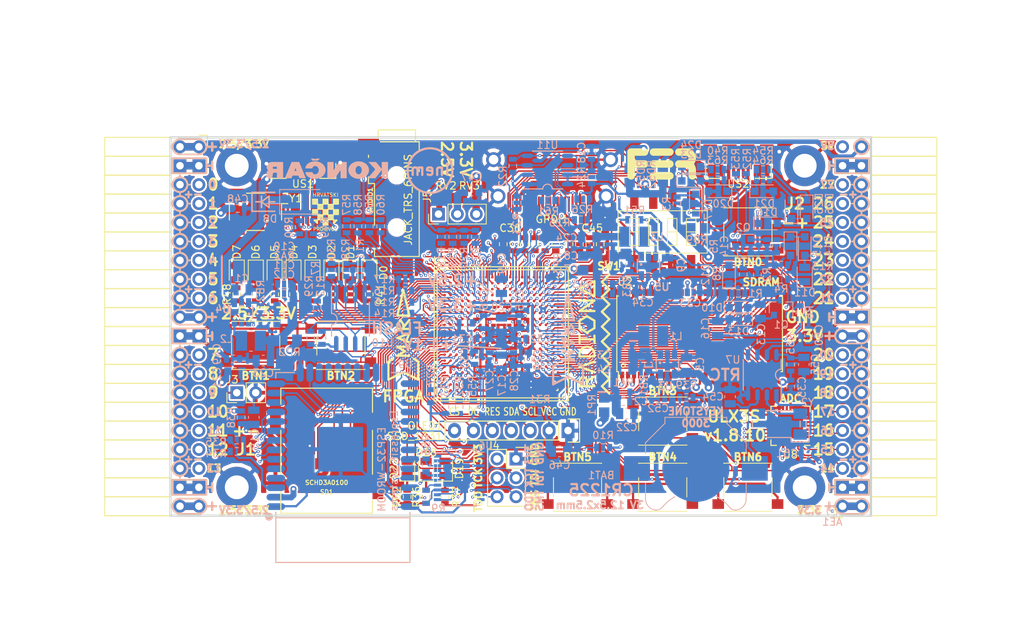
<source format=kicad_pcb>
(kicad_pcb (version 20171130) (host pcbnew 5.0.0-rc2+dfsg1-2)
  (layers (0 F.Cu signal) (1 In1.Cu signal) (2 In2.Cu signal) (31 B.Cu signal) (34 B.Paste user) (35 F.Paste user) (36 B.SilkS user) (37 F.SilkS user) (38 B.Mask user) (39 F.Mask user) (44 Edge.Cuts user))
  (net 0 "")
  (net 1 GND)
  (net 2 +5V)
  (net 3 /gpio/IN5V)
  (net 4 /gpio/OUT5V)
  (net 5 +3V3)
  (net 6 BTN_D)
  (net 7 BTN_F1)
  (net 8 BTN_F2)
  (net 9 BTN_L)
  (net 10 BTN_R)
  (net 11 BTN_U)
  (net 12 /power/FB1)
  (net 13 +2V5)
  (net 14 /power/PWREN)
  (net 15 /power/FB3)
  (net 16 /power/FB2)
  (net 17 /power/VBAT)
  (net 18 JTAG_TDI)
  (net 19 JTAG_TCK)
  (net 20 JTAG_TMS)
  (net 21 JTAG_TDO)
  (net 22 /power/WAKEUPn)
  (net 23 /power/WKUP)
  (net 24 /power/SHUT)
  (net 25 /power/WAKE)
  (net 26 /power/HOLD)
  (net 27 /power/WKn)
  (net 28 /power/OSCI_32k)
  (net 29 /power/OSCO_32k)
  (net 30 SHUTDOWN)
  (net 31 /analog/AUDIO_L)
  (net 32 /analog/AUDIO_R)
  (net 33 GPDI_SDA)
  (net 34 GPDI_SCL)
  (net 35 /gpdi/VREF2)
  (net 36 SD_CMD)
  (net 37 SD_CLK)
  (net 38 SD_D0)
  (net 39 SD_D1)
  (net 40 USB5V)
  (net 41 GPDI_CEC)
  (net 42 nRESET)
  (net 43 FTDI_nDTR)
  (net 44 SDRAM_CKE)
  (net 45 SDRAM_A7)
  (net 46 SDRAM_D15)
  (net 47 SDRAM_BA1)
  (net 48 SDRAM_D7)
  (net 49 SDRAM_A6)
  (net 50 SDRAM_CLK)
  (net 51 SDRAM_D13)
  (net 52 SDRAM_BA0)
  (net 53 SDRAM_D6)
  (net 54 SDRAM_A5)
  (net 55 SDRAM_D14)
  (net 56 SDRAM_A11)
  (net 57 SDRAM_D12)
  (net 58 SDRAM_D5)
  (net 59 SDRAM_A4)
  (net 60 SDRAM_A10)
  (net 61 SDRAM_D11)
  (net 62 SDRAM_A3)
  (net 63 SDRAM_D4)
  (net 64 SDRAM_D10)
  (net 65 SDRAM_D9)
  (net 66 SDRAM_A9)
  (net 67 SDRAM_D3)
  (net 68 SDRAM_D8)
  (net 69 SDRAM_A8)
  (net 70 SDRAM_A2)
  (net 71 SDRAM_A1)
  (net 72 SDRAM_A0)
  (net 73 SDRAM_D2)
  (net 74 SDRAM_D1)
  (net 75 SDRAM_D0)
  (net 76 SDRAM_DQM0)
  (net 77 SDRAM_nCS)
  (net 78 SDRAM_nRAS)
  (net 79 SDRAM_DQM1)
  (net 80 SDRAM_nCAS)
  (net 81 SDRAM_nWE)
  (net 82 /flash/FLASH_nWP)
  (net 83 /flash/FLASH_nHOLD)
  (net 84 /flash/FLASH_MOSI)
  (net 85 /flash/FLASH_MISO)
  (net 86 /flash/FLASH_SCK)
  (net 87 /flash/FLASH_nCS)
  (net 88 /flash/FPGA_PROGRAMN)
  (net 89 /flash/FPGA_DONE)
  (net 90 /flash/FPGA_INITN)
  (net 91 OLED_RES)
  (net 92 OLED_DC)
  (net 93 OLED_CS)
  (net 94 WIFI_EN)
  (net 95 FTDI_nRTS)
  (net 96 FTDI_TXD)
  (net 97 FTDI_RXD)
  (net 98 WIFI_RXD)
  (net 99 WIFI_GPIO0)
  (net 100 WIFI_TXD)
  (net 101 USB_FTDI_D+)
  (net 102 USB_FTDI_D-)
  (net 103 SD_D3)
  (net 104 AUDIO_L3)
  (net 105 AUDIO_L2)
  (net 106 AUDIO_L1)
  (net 107 AUDIO_L0)
  (net 108 AUDIO_R3)
  (net 109 AUDIO_R2)
  (net 110 AUDIO_R1)
  (net 111 AUDIO_R0)
  (net 112 OLED_CLK)
  (net 113 OLED_MOSI)
  (net 114 LED0)
  (net 115 LED1)
  (net 116 LED2)
  (net 117 LED3)
  (net 118 LED4)
  (net 119 LED5)
  (net 120 LED6)
  (net 121 LED7)
  (net 122 BTN_PWRn)
  (net 123 FTDI_nTXLED)
  (net 124 FTDI_nSLEEP)
  (net 125 /blinkey/LED_PWREN)
  (net 126 /blinkey/LED_TXLED)
  (net 127 /sdcard/SD3V3)
  (net 128 SD_D2)
  (net 129 CLK_25MHz)
  (net 130 /blinkey/BTNPUL)
  (net 131 /blinkey/BTNPUR)
  (net 132 USB_FPGA_D+)
  (net 133 /power/FTDI_nSUSPEND)
  (net 134 /blinkey/ALED0)
  (net 135 /blinkey/ALED1)
  (net 136 /blinkey/ALED2)
  (net 137 /blinkey/ALED3)
  (net 138 /blinkey/ALED4)
  (net 139 /blinkey/ALED5)
  (net 140 /blinkey/ALED6)
  (net 141 /blinkey/ALED7)
  (net 142 /usb/FTD-)
  (net 143 /usb/FTD+)
  (net 144 ADC_MISO)
  (net 145 ADC_MOSI)
  (net 146 ADC_CSn)
  (net 147 ADC_SCLK)
  (net 148 SW3)
  (net 149 SW2)
  (net 150 SW1)
  (net 151 USB_FPGA_D-)
  (net 152 /usb/FPD+)
  (net 153 /usb/FPD-)
  (net 154 WIFI_GPIO16)
  (net 155 /usb/ANT_433MHz)
  (net 156 /power/PWRBTn)
  (net 157 PROG_DONE)
  (net 158 /power/P3V3)
  (net 159 /power/P2V5)
  (net 160 /power/L1)
  (net 161 /power/L3)
  (net 162 /power/L2)
  (net 163 FTDI_TXDEN)
  (net 164 SDRAM_A12)
  (net 165 /analog/AUDIO_V)
  (net 166 AUDIO_V3)
  (net 167 AUDIO_V2)
  (net 168 AUDIO_V1)
  (net 169 AUDIO_V0)
  (net 170 /blinkey/LED_WIFI)
  (net 171 /power/P1V1)
  (net 172 +1V1)
  (net 173 SW4)
  (net 174 /blinkey/SWPU)
  (net 175 /wifi/WIFIEN)
  (net 176 FT2V5)
  (net 177 GN0)
  (net 178 GP0)
  (net 179 GN1)
  (net 180 GP1)
  (net 181 GN2)
  (net 182 GP2)
  (net 183 GN3)
  (net 184 GP3)
  (net 185 GN4)
  (net 186 GP4)
  (net 187 GN5)
  (net 188 GP5)
  (net 189 GN6)
  (net 190 GP6)
  (net 191 GN14)
  (net 192 GP14)
  (net 193 GN15)
  (net 194 GP15)
  (net 195 GN16)
  (net 196 GP16)
  (net 197 GN17)
  (net 198 GP17)
  (net 199 GN18)
  (net 200 GP18)
  (net 201 GN19)
  (net 202 GP19)
  (net 203 GN20)
  (net 204 GP20)
  (net 205 GN21)
  (net 206 GP21)
  (net 207 GN22)
  (net 208 GP22)
  (net 209 GN23)
  (net 210 GP23)
  (net 211 GN24)
  (net 212 GP24)
  (net 213 GN25)
  (net 214 GP25)
  (net 215 GN26)
  (net 216 GP26)
  (net 217 GN27)
  (net 218 GP27)
  (net 219 GN7)
  (net 220 GP7)
  (net 221 GN8)
  (net 222 GP8)
  (net 223 GN9)
  (net 224 GP9)
  (net 225 GN10)
  (net 226 GP10)
  (net 227 GN11)
  (net 228 GP11)
  (net 229 GN12)
  (net 230 GP12)
  (net 231 GN13)
  (net 232 GP13)
  (net 233 WIFI_GPIO5)
  (net 234 WIFI_GPIO17)
  (net 235 USB_FPGA_PULL_D+)
  (net 236 USB_FPGA_PULL_D-)
  (net 237 "Net-(D23-Pad2)")
  (net 238 "Net-(D24-Pad1)")
  (net 239 "Net-(D25-Pad2)")
  (net 240 "Net-(D26-Pad1)")
  (net 241 /gpdi/GPDI_ETH+)
  (net 242 FPDI_ETH+)
  (net 243 /gpdi/GPDI_ETH-)
  (net 244 FPDI_ETH-)
  (net 245 /gpdi/GPDI_D2-)
  (net 246 FPDI_D2-)
  (net 247 /gpdi/GPDI_D1-)
  (net 248 FPDI_D1-)
  (net 249 /gpdi/GPDI_D0-)
  (net 250 FPDI_D0-)
  (net 251 /gpdi/GPDI_CLK-)
  (net 252 FPDI_CLK-)
  (net 253 /gpdi/GPDI_D2+)
  (net 254 FPDI_D2+)
  (net 255 /gpdi/GPDI_D1+)
  (net 256 FPDI_D1+)
  (net 257 /gpdi/GPDI_D0+)
  (net 258 FPDI_D0+)
  (net 259 /gpdi/GPDI_CLK+)
  (net 260 FPDI_CLK+)
  (net 261 FPDI_SDA)
  (net 262 FPDI_SCL)
  (net 263 /gpdi/FPDI_CEC)
  (net 264 2V5_3V3)
  (net 265 "Net-(AUDIO1-Pad5)")
  (net 266 "Net-(AUDIO1-Pad6)")
  (net 267 "Net-(U1-PadA15)")
  (net 268 "Net-(U1-PadC9)")
  (net 269 "Net-(U1-PadD9)")
  (net 270 "Net-(U1-PadD10)")
  (net 271 "Net-(U1-PadD11)")
  (net 272 "Net-(U1-PadD12)")
  (net 273 "Net-(U1-PadE6)")
  (net 274 "Net-(U1-PadE9)")
  (net 275 "Net-(U1-PadE10)")
  (net 276 "Net-(U1-PadE11)")
  (net 277 "Net-(U1-PadJ4)")
  (net 278 "Net-(U1-PadJ5)")
  (net 279 "Net-(U1-PadK5)")
  (net 280 "Net-(U1-PadL5)")
  (net 281 "Net-(U1-PadM4)")
  (net 282 "Net-(U1-PadM5)")
  (net 283 SD_CD)
  (net 284 SD_WP)
  (net 285 "Net-(U1-PadR3)")
  (net 286 "Net-(U1-PadT16)")
  (net 287 "Net-(U1-PadW4)")
  (net 288 "Net-(U1-PadW5)")
  (net 289 "Net-(U1-PadW8)")
  (net 290 "Net-(U1-PadW9)")
  (net 291 "Net-(U1-PadW13)")
  (net 292 "Net-(U1-PadW14)")
  (net 293 "Net-(U1-PadW17)")
  (net 294 "Net-(U1-PadW18)")
  (net 295 FTDI_nRXLED)
  (net 296 "Net-(U8-Pad12)")
  (net 297 "Net-(U8-Pad25)")
  (net 298 "Net-(U9-Pad32)")
  (net 299 "Net-(U9-Pad22)")
  (net 300 "Net-(U9-Pad21)")
  (net 301 "Net-(U9-Pad20)")
  (net 302 "Net-(U9-Pad19)")
  (net 303 "Net-(U9-Pad18)")
  (net 304 "Net-(U9-Pad17)")
  (net 305 "Net-(U9-Pad12)")
  (net 306 "Net-(U9-Pad5)")
  (net 307 "Net-(U9-Pad4)")
  (net 308 "Net-(US1-Pad4)")
  (net 309 "Net-(US2-Pad4)")
  (net 310 "Net-(Y2-Pad3)")
  (net 311 "Net-(Y2-Pad2)")
  (net 312 "Net-(U1-PadK16)")
  (net 313 "Net-(U1-PadK17)")
  (net 314 /usb/US2VBUS)
  (net 315 /power/SHD)
  (net 316 /power/RTCVDD)
  (module SM8:SM8 (layer B.Cu) (at 144.68 65.8015 90)
    (fp_text reference U11 (at 3.3475 -0.019 -180) (layer B.SilkS) (effects (justify mirror)))
    (fp_text value PCA9306D)
    (pad 1 smd rect (at -1.905 -2.7) (size 1.55 0.6) (layers B.Cu B.Paste B.Mask) (net 1 GND))
    (pad 2 smd oval (at -0.635 -2.7) (size 1.55 0.6) (layers B.Cu B.Paste B.Mask) (net 5 +3V3))
    (pad 3 smd oval (at 0.635 -2.7) (size 1.55 0.6) (layers B.Cu B.Paste B.Mask) (net 262 FPDI_SCL))
    (pad 4 smd oval (at 1.905 -2.7) (size 1.55 0.6) (layers B.Cu B.Paste B.Mask) (net 261 FPDI_SDA))
    (pad 5 smd oval (at 1.905 2.7) (size 1.55 0.6) (layers B.Cu B.Paste B.Mask) (net 33 GPDI_SDA))
    (pad 6 smd oval (at 0.635 2.7) (size 1.55 0.6) (layers B.Cu B.Paste B.Mask) (net 34 GPDI_SCL))
    (pad 7 smd oval (at -0.635 2.7) (size 1.55 0.6) (layers B.Cu B.Paste B.Mask) (net 35 /gpdi/VREF2))
    (pad 8 smd oval (at -1.905 2.7) (size 1.55 0.6) (layers B.Cu B.Paste B.Mask) (net 35 /gpdi/VREF2))
  )
  (module ft231x:FT231X-SSOP-20_4.4x6.5mm_Pitch0.65mm (layer B.Cu) (at 132.835 107.14 180)
    (fp_text reference U6 (at -3.556 4.318 180) (layer B.SilkS) (effects (justify mirror)))
    (fp_text value FT231XS)
    (pad 20 smd rect (at 2.9 2.925 180) (size 1 0.4) (layers B.Cu B.Paste B.Mask) (net 96 FTDI_TXD))
    (pad 19 smd rect (at 2.9 2.275 180) (size 1 0.4) (layers B.Cu B.Paste B.Mask) (net 124 FTDI_nSLEEP))
    (pad 18 smd rect (at 2.9 1.625 180) (size 1 0.4) (layers B.Cu B.Paste B.Mask) (net 163 FTDI_TXDEN))
    (pad 17 smd rect (at 2.9 0.975 180) (size 1 0.4) (layers B.Cu B.Paste B.Mask) (net 295 FTDI_nRXLED))
    (pad 16 smd rect (at 2.9 0.325 180) (size 1 0.4) (layers B.Cu B.Paste B.Mask) (net 1 GND))
    (pad 15 smd rect (at 2.9 -0.325 180) (size 1 0.4) (layers B.Cu B.Paste B.Mask) (net 40 USB5V))
    (pad 14 smd rect (at 2.9 -0.975 180) (size 1 0.4) (layers B.Cu B.Paste B.Mask) (net 42 nRESET))
    (pad 13 smd rect (at 2.9 -1.625 180) (size 1 0.4) (layers B.Cu B.Paste B.Mask) (net 176 FT2V5))
    (pad 12 smd rect (at 2.9 -2.275 180) (size 1 0.4) (layers B.Cu B.Paste B.Mask) (net 102 USB_FTDI_D-))
    (pad 11 smd rect (at 2.9 -2.925 180) (size 1 0.4) (layers B.Cu B.Paste B.Mask) (net 101 USB_FTDI_D+))
    (pad 10 smd rect (at -2.9 -2.925 180) (size 1 0.4) (layers B.Cu B.Paste B.Mask) (net 123 FTDI_nTXLED))
    (pad 9 smd rect (at -2.9 -2.275 180) (size 1 0.4) (layers B.Cu B.Paste B.Mask) (net 21 JTAG_TDO))
    (pad 8 smd rect (at -2.9 -1.625 180) (size 1 0.4) (layers B.Cu B.Paste B.Mask) (net 20 JTAG_TMS))
    (pad 7 smd rect (at -2.9 -0.975 180) (size 1 0.4) (layers B.Cu B.Paste B.Mask) (net 19 JTAG_TCK))
    (pad 6 smd rect (at -2.9 -0.325 180) (size 1 0.4) (layers B.Cu B.Paste B.Mask) (net 1 GND))
    (pad 5 smd rect (at -2.9 0.325 180) (size 1 0.4) (layers B.Cu B.Paste B.Mask) (net 18 JTAG_TDI))
    (pad 4 smd rect (at -2.9 0.975 180) (size 1 0.4) (layers B.Cu B.Paste B.Mask) (net 97 FTDI_RXD))
    (pad 3 smd rect (at -2.9 1.625 180) (size 1 0.4) (layers B.Cu B.Paste B.Mask) (net 176 FT2V5))
    (pad 2 smd rect (at -2.9 2.275 180) (size 1 0.4) (layers B.Cu B.Paste B.Mask) (net 95 FTDI_nRTS))
    (pad 1 smd rect (at -2.9 2.925 180) (size 1 0.4) (layers B.Cu B.Paste B.Mask) (net 43 FTDI_nDTR))
  )
  (module SOA008-150mil:SOA008-150-208mil (layer B.Cu) (at 118.245 85.822 270)
    (fp_text reference U10 (at 3.175 -4.318) (layer B.SilkS) (effects (justify mirror)))
    (fp_text value IS25LP128F-JBLE)
    (pad 1 smd rect (at -3.302 1.905 270) (size 2.1 0.6) (layers B.Cu B.Paste B.Mask) (net 87 /flash/FLASH_nCS))
    (pad 2 smd oval (at -3.302 0.635 270) (size 2.1 0.6) (layers B.Cu B.Paste B.Mask) (net 85 /flash/FLASH_MISO))
    (pad 3 smd oval (at -3.302 -0.635 270) (size 2.1 0.6) (layers B.Cu B.Paste B.Mask) (net 82 /flash/FLASH_nWP))
    (pad 4 smd oval (at -3.302 -1.905 270) (size 2.1 0.6) (layers B.Cu B.Paste B.Mask) (net 1 GND))
    (pad 5 smd oval (at 3.302 -1.905 270) (size 2.1 0.6) (layers B.Cu B.Paste B.Mask) (net 84 /flash/FLASH_MOSI))
    (pad 6 smd oval (at 3.302 -0.635 270) (size 2.1 0.6) (layers B.Cu B.Paste B.Mask) (net 86 /flash/FLASH_SCK))
    (pad 7 smd oval (at 3.302 0.635 270) (size 2.1 0.6) (layers B.Cu B.Paste B.Mask) (net 83 /flash/FLASH_nHOLD))
    (pad 8 smd oval (at 3.302 1.905 270) (size 2.1 0.6) (layers B.Cu B.Paste B.Mask) (net 5 +3V3))
  )
  (module SOT96-1:SOT96-1 (layer B.Cu) (at 173.49 93.315 90)
    (fp_text reference U7 (at 2.032 -3.937 180) (layer B.SilkS) (effects (justify mirror)))
    (fp_text value PCF8523)
    (pad 1 smd rect (at -2.7 1.905 90) (size 1.55 0.6) (layers B.Cu B.Paste B.Mask) (net 28 /power/OSCI_32k))
    (pad 2 smd oval (at -2.7 0.635 90) (size 1.55 0.6) (layers B.Cu B.Paste B.Mask) (net 29 /power/OSCO_32k))
    (pad 3 smd oval (at -2.7 -0.635 90) (size 1.55 0.6) (layers B.Cu B.Paste B.Mask) (net 17 /power/VBAT))
    (pad 4 smd oval (at -2.7 -1.905 90) (size 1.55 0.6) (layers B.Cu B.Paste B.Mask) (net 1 GND))
    (pad 5 smd oval (at 2.7 -1.905 90) (size 1.55 0.6) (layers B.Cu B.Paste B.Mask) (net 261 FPDI_SDA))
    (pad 6 smd oval (at 2.7 -0.635 90) (size 1.55 0.6) (layers B.Cu B.Paste B.Mask) (net 262 FPDI_SCL))
    (pad 7 smd oval (at 2.7 0.635 90) (size 1.55 0.6) (layers B.Cu B.Paste B.Mask) (net 22 /power/WAKEUPn))
    (pad 8 smd oval (at 2.7 1.905 90) (size 1.55 0.6) (layers B.Cu B.Paste B.Mask) (net 316 /power/RTCVDD))
  )
  (module TSOT-25:TSOT-25 (layer B.Cu) (at 158.235 78.692)
    (fp_text reference U5 (at 1.793 2.812) (layer B.SilkS) (effects (font (thickness 0.2)) (justify mirror)))
    (fp_text value TLV62569DBV)
    (pad 1 smd rect (at -0.95 -1.3) (size 0.7 1.2) (layers B.Cu B.Paste B.Mask) (net 14 /power/PWREN))
    (pad 2 smd rect (at 0 -1.3) (size 0.7 1.2) (layers B.Cu B.Paste B.Mask) (net 1 GND))
    (pad 3 smd rect (at 0.95 -1.3) (size 0.7 1.2) (layers B.Cu B.Paste B.Mask) (net 161 /power/L3))
    (pad 4 smd rect (at 0.95 1.3) (size 0.7 1.2) (layers B.Cu B.Paste B.Mask) (net 2 +5V))
    (pad 5 smd rect (at -0.95 1.3) (size 0.7 1.2) (layers B.Cu B.Paste B.Mask) (net 15 /power/FB3))
  )
  (module TSOT-25:TSOT-25 (layer B.Cu) (at 160.775 91.9)
    (fp_text reference U3 (at -0.295 2.9) (layer B.SilkS) (effects (font (thickness 0.2)) (justify mirror)))
    (fp_text value TLV62569DBV)
    (pad 1 smd rect (at -0.95 -1.3) (size 0.7 1.2) (layers B.Cu B.Paste B.Mask) (net 14 /power/PWREN))
    (pad 2 smd rect (at 0 -1.3) (size 0.7 1.2) (layers B.Cu B.Paste B.Mask) (net 1 GND))
    (pad 3 smd rect (at 0.95 -1.3) (size 0.7 1.2) (layers B.Cu B.Paste B.Mask) (net 160 /power/L1))
    (pad 4 smd rect (at 0.95 1.3) (size 0.7 1.2) (layers B.Cu B.Paste B.Mask) (net 2 +5V))
    (pad 5 smd rect (at -0.95 1.3) (size 0.7 1.2) (layers B.Cu B.Paste B.Mask) (net 12 /power/FB1))
  )
  (module TSOT-25:TSOT-25 (layer B.Cu) (at 103.625 84.915 180)
    (fp_text reference U4 (at 2.525 0.4265 180) (layer B.SilkS) (effects (font (thickness 0.2)) (justify mirror)))
    (fp_text value TLV62569DBV)
    (pad 1 smd rect (at -0.95 -1.3 180) (size 0.7 1.2) (layers B.Cu B.Paste B.Mask) (net 14 /power/PWREN))
    (pad 2 smd rect (at 0 -1.3 180) (size 0.7 1.2) (layers B.Cu B.Paste B.Mask) (net 1 GND))
    (pad 3 smd rect (at 0.95 -1.3 180) (size 0.7 1.2) (layers B.Cu B.Paste B.Mask) (net 162 /power/L2))
    (pad 4 smd rect (at 0.95 1.3 180) (size 0.7 1.2) (layers B.Cu B.Paste B.Mask) (net 2 +5V))
    (pad 5 smd rect (at -0.95 1.3 180) (size 0.7 1.2) (layers B.Cu B.Paste B.Mask) (net 16 /power/FB2))
  )
  (module ESP32:ESP32-WROOM (layer B.Cu) (at 117.23 105.75 180)
    (fp_text reference U9 (at -8.366 13.85 180) (layer B.SilkS) (effects (justify mirror)))
    (fp_text value ESP-WROOM-32)
    (fp_text user "Espressif Systems" (at -6.858 0.889 90) (layer B.SilkS) (effects (justify mirror)))
    (fp_text user ESP32-WROOM (at -5.207 -0.254 90) (layer B.SilkS) (effects (justify mirror)))
    (pad 38 smd oval (at -9 -5.25 180) (size 2.5 0.9) (layers B.Cu B.Paste B.Mask) (net 1 GND))
    (pad 37 smd oval (at -9 -3.98 180) (size 2.5 0.9) (layers B.Cu B.Paste B.Mask) (net 18 JTAG_TDI))
    (pad 36 smd oval (at -9 -2.71 180) (size 2.5 0.9) (layers B.Cu B.Paste B.Mask) (net 157 PROG_DONE))
    (pad 35 smd oval (at -9 -1.44 180) (size 2.5 0.9) (layers B.Cu B.Paste B.Mask) (net 100 WIFI_TXD))
    (pad 34 smd oval (at -9 -0.17 180) (size 2.5 0.9) (layers B.Cu B.Paste B.Mask) (net 98 WIFI_RXD))
    (pad 33 smd oval (at -9 1.1 180) (size 2.5 0.9) (layers B.Cu B.Paste B.Mask) (net 20 JTAG_TMS))
    (pad 32 smd oval (at -9 2.37 180) (size 2.5 0.9) (layers B.Cu B.Paste B.Mask) (net 298 "Net-(U9-Pad32)"))
    (pad 31 smd oval (at -9 3.64 180) (size 2.5 0.9) (layers B.Cu B.Paste B.Mask) (net 21 JTAG_TDO))
    (pad 30 smd oval (at -9 4.91 180) (size 2.5 0.9) (layers B.Cu B.Paste B.Mask) (net 19 JTAG_TCK))
    (pad 29 smd oval (at -9 6.18 180) (size 2.5 0.9) (layers B.Cu B.Paste B.Mask) (net 233 WIFI_GPIO5))
    (pad 28 smd oval (at -9 7.45 180) (size 2.5 0.9) (layers B.Cu B.Paste B.Mask) (net 234 WIFI_GPIO17))
    (pad 27 smd oval (at -9 8.72 180) (size 2.5 0.9) (layers B.Cu B.Paste B.Mask) (net 154 WIFI_GPIO16))
    (pad 26 smd oval (at -9 9.99 180) (size 2.5 0.9) (layers B.Cu B.Paste B.Mask) (net 39 SD_D1))
    (pad 25 smd oval (at -9 11.26 180) (size 2.5 0.9) (layers B.Cu B.Paste B.Mask) (net 99 WIFI_GPIO0))
    (pad 24 smd oval (at -5.715 12.75 180) (size 0.9 2.5) (layers B.Cu B.Paste B.Mask) (net 38 SD_D0))
    (pad 23 smd oval (at -4.445 12.75 180) (size 0.9 2.5) (layers B.Cu B.Paste B.Mask) (net 36 SD_CMD))
    (pad 22 smd oval (at -3.175 12.75 180) (size 0.9 2.5) (layers B.Cu B.Paste B.Mask) (net 299 "Net-(U9-Pad22)"))
    (pad 21 smd oval (at -1.905 12.75 180) (size 0.9 2.5) (layers B.Cu B.Paste B.Mask) (net 300 "Net-(U9-Pad21)"))
    (pad 20 smd oval (at -0.635 12.75 180) (size 0.9 2.5) (layers B.Cu B.Paste B.Mask) (net 301 "Net-(U9-Pad20)"))
    (pad 19 smd oval (at 0.635 12.75 180) (size 0.9 2.5) (layers B.Cu B.Paste B.Mask) (net 302 "Net-(U9-Pad19)"))
    (pad 18 smd oval (at 1.905 12.75 180) (size 0.9 2.5) (layers B.Cu B.Paste B.Mask) (net 303 "Net-(U9-Pad18)"))
    (pad 17 smd oval (at 3.175 12.75 180) (size 0.9 2.5) (layers B.Cu B.Paste B.Mask) (net 304 "Net-(U9-Pad17)"))
    (pad 16 smd oval (at 4.445 12.75 180) (size 0.9 2.5) (layers B.Cu B.Paste B.Mask) (net 103 SD_D3))
    (pad 15 smd oval (at 5.715 12.75 180) (size 0.9 2.5) (layers B.Cu B.Paste B.Mask) (net 1 GND))
    (pad 14 smd oval (at 9 11.26 180) (size 2.5 0.9) (layers B.Cu B.Paste B.Mask) (net 128 SD_D2))
    (pad 13 smd oval (at 9 9.99 180) (size 2.5 0.9) (layers B.Cu B.Paste B.Mask) (net 37 SD_CLK))
    (pad 12 smd oval (at 9 8.72 180) (size 2.5 0.9) (layers B.Cu B.Paste B.Mask) (net 305 "Net-(U9-Pad12)"))
    (pad 11 smd oval (at 9 7.45 180) (size 2.5 0.9) (layers B.Cu B.Paste B.Mask) (net 227 GN11))
    (pad 10 smd oval (at 9 6.18 180) (size 2.5 0.9) (layers B.Cu B.Paste B.Mask) (net 228 GP11))
    (pad 9 smd oval (at 9 4.91 180) (size 2.5 0.9) (layers B.Cu B.Paste B.Mask) (net 229 GN12))
    (pad 8 smd oval (at 9 3.64 180) (size 2.5 0.9) (layers B.Cu B.Paste B.Mask) (net 230 GP12))
    (pad 7 smd oval (at 9 2.37 180) (size 2.5 0.9) (layers B.Cu B.Paste B.Mask) (net 231 GN13))
    (pad 6 smd oval (at 9 1.1 180) (size 2.5 0.9) (layers B.Cu B.Paste B.Mask) (net 232 GP13))
    (pad 5 smd oval (at 9 -0.17 180) (size 2.5 0.9) (layers B.Cu B.Paste B.Mask) (net 306 "Net-(U9-Pad5)"))
    (pad 4 smd oval (at 9 -1.44 180) (size 2.5 0.9) (layers B.Cu B.Paste B.Mask) (net 307 "Net-(U9-Pad4)"))
    (pad 3 smd oval (at 9 -2.71 180) (size 2.5 0.9) (layers B.Cu B.Paste B.Mask) (net 175 /wifi/WIFIEN))
    (pad 2 smd oval (at 9 -3.98 180) (size 2.5 0.9) (layers B.Cu B.Paste B.Mask) (net 5 +3V3))
    (pad 1 smd oval (at 9 -5.25 180) (size 2.5 0.9) (layers B.Cu B.Paste B.Mask) (net 1 GND))
    (pad 39 smd rect (at 0.3 2.45 180) (size 6 6) (layers B.Cu B.Paste B.Mask) (net 1 GND))
  )
  (module inem:inem (layer B.Cu) (at 128.913 65.883)
    (fp_text reference REF** hide)
    (fp_text value inem hide)
    (fp_text user inem (at 0 -0.1) (layer B.SilkS) (effects (font (size 1.5 1.5) (thickness 0.3)) (justify mirror)))
  )
  (module fer:fer4mm6 (layer F.Cu) (at 159.901 64.994)
    (fp_text reference fer hide)
    (fp_text value fer hide)
  )
  (module Socket_Strips:Socket_Strip_Angled_2x20 (layer F.Cu) (at 97.91 62.69 270)
    (fp_text reference J1 (at 40.64 -6.35) (layer F.SilkS) (effects (font (size 1.5 1.5) (thickness 0.3))))
    (fp_text value CONN_02X20 hide)
    (pad 1 thru_hole oval (at 0 0 270) (size 1.7272 1.7272) (drill 1.016) (layers *.Cu *.Mask) (net 264 2V5_3V3))
    (pad 2 thru_hole oval (at 0 2.54 270) (size 1.7272 1.7272) (drill 1.016) (layers *.Cu *.Mask) (net 264 2V5_3V3))
    (pad 3 thru_hole rect (at 2.54 0 270) (size 1.7272 1.7272) (drill 1.016) (layers *.Cu *.Mask) (net 1 GND))
    (pad 4 thru_hole rect (at 2.54 2.54 270) (size 1.7272 1.7272) (drill 1.016) (layers *.Cu *.Mask) (net 1 GND))
    (pad 5 thru_hole oval (at 5.08 0 270) (size 1.7272 1.7272) (drill 1.016) (layers *.Cu *.Mask) (net 177 GN0))
    (pad 6 thru_hole oval (at 5.08 2.54 270) (size 1.7272 1.7272) (drill 1.016) (layers *.Cu *.Mask) (net 178 GP0))
    (pad 7 thru_hole oval (at 7.62 0 270) (size 1.7272 1.7272) (drill 1.016) (layers *.Cu *.Mask) (net 179 GN1))
    (pad 8 thru_hole oval (at 7.62 2.54 270) (size 1.7272 1.7272) (drill 1.016) (layers *.Cu *.Mask) (net 180 GP1))
    (pad 9 thru_hole oval (at 10.16 0 270) (size 1.7272 1.7272) (drill 1.016) (layers *.Cu *.Mask) (net 181 GN2))
    (pad 10 thru_hole oval (at 10.16 2.54 270) (size 1.7272 1.7272) (drill 1.016) (layers *.Cu *.Mask) (net 182 GP2))
    (pad 11 thru_hole oval (at 12.7 0 270) (size 1.7272 1.7272) (drill 1.016) (layers *.Cu *.Mask) (net 183 GN3))
    (pad 12 thru_hole oval (at 12.7 2.54 270) (size 1.7272 1.7272) (drill 1.016) (layers *.Cu *.Mask) (net 184 GP3))
    (pad 13 thru_hole oval (at 15.24 0 270) (size 1.7272 1.7272) (drill 1.016) (layers *.Cu *.Mask) (net 185 GN4))
    (pad 14 thru_hole oval (at 15.24 2.54 270) (size 1.7272 1.7272) (drill 1.016) (layers *.Cu *.Mask) (net 186 GP4))
    (pad 15 thru_hole oval (at 17.78 0 270) (size 1.7272 1.7272) (drill 1.016) (layers *.Cu *.Mask) (net 187 GN5))
    (pad 16 thru_hole oval (at 17.78 2.54 270) (size 1.7272 1.7272) (drill 1.016) (layers *.Cu *.Mask) (net 188 GP5))
    (pad 17 thru_hole oval (at 20.32 0 270) (size 1.7272 1.7272) (drill 1.016) (layers *.Cu *.Mask) (net 189 GN6))
    (pad 18 thru_hole oval (at 20.32 2.54 270) (size 1.7272 1.7272) (drill 1.016) (layers *.Cu *.Mask) (net 190 GP6))
    (pad 19 thru_hole oval (at 22.86 0 270) (size 1.7272 1.7272) (drill 1.016) (layers *.Cu *.Mask) (net 264 2V5_3V3))
    (pad 20 thru_hole oval (at 22.86 2.54 270) (size 1.7272 1.7272) (drill 1.016) (layers *.Cu *.Mask) (net 264 2V5_3V3))
    (pad 21 thru_hole rect (at 25.4 0 270) (size 1.7272 1.7272) (drill 1.016) (layers *.Cu *.Mask) (net 1 GND))
    (pad 22 thru_hole rect (at 25.4 2.54 270) (size 1.7272 1.7272) (drill 1.016) (layers *.Cu *.Mask) (net 1 GND))
    (pad 23 thru_hole oval (at 27.94 0 270) (size 1.7272 1.7272) (drill 1.016) (layers *.Cu *.Mask) (net 219 GN7))
    (pad 24 thru_hole oval (at 27.94 2.54 270) (size 1.7272 1.7272) (drill 1.016) (layers *.Cu *.Mask) (net 220 GP7))
    (pad 25 thru_hole oval (at 30.48 0 270) (size 1.7272 1.7272) (drill 1.016) (layers *.Cu *.Mask) (net 221 GN8))
    (pad 26 thru_hole oval (at 30.48 2.54 270) (size 1.7272 1.7272) (drill 1.016) (layers *.Cu *.Mask) (net 222 GP8))
    (pad 27 thru_hole oval (at 33.02 0 270) (size 1.7272 1.7272) (drill 1.016) (layers *.Cu *.Mask) (net 223 GN9))
    (pad 28 thru_hole oval (at 33.02 2.54 270) (size 1.7272 1.7272) (drill 1.016) (layers *.Cu *.Mask) (net 224 GP9))
    (pad 29 thru_hole oval (at 35.56 0 270) (size 1.7272 1.7272) (drill 1.016) (layers *.Cu *.Mask) (net 225 GN10))
    (pad 30 thru_hole oval (at 35.56 2.54 270) (size 1.7272 1.7272) (drill 1.016) (layers *.Cu *.Mask) (net 226 GP10))
    (pad 31 thru_hole oval (at 38.1 0 270) (size 1.7272 1.7272) (drill 1.016) (layers *.Cu *.Mask) (net 227 GN11))
    (pad 32 thru_hole oval (at 38.1 2.54 270) (size 1.7272 1.7272) (drill 1.016) (layers *.Cu *.Mask) (net 228 GP11))
    (pad 33 thru_hole oval (at 40.64 0 270) (size 1.7272 1.7272) (drill 1.016) (layers *.Cu *.Mask) (net 229 GN12))
    (pad 34 thru_hole oval (at 40.64 2.54 270) (size 1.7272 1.7272) (drill 1.016) (layers *.Cu *.Mask) (net 230 GP12))
    (pad 35 thru_hole oval (at 43.18 0 270) (size 1.7272 1.7272) (drill 1.016) (layers *.Cu *.Mask) (net 231 GN13))
    (pad 36 thru_hole oval (at 43.18 2.54 270) (size 1.7272 1.7272) (drill 1.016) (layers *.Cu *.Mask) (net 232 GP13))
    (pad 37 thru_hole rect (at 45.72 0 270) (size 1.7272 1.7272) (drill 1.016) (layers *.Cu *.Mask) (net 1 GND))
    (pad 38 thru_hole rect (at 45.72 2.54 270) (size 1.7272 1.7272) (drill 1.016) (layers *.Cu *.Mask) (net 1 GND))
    (pad 39 thru_hole oval (at 48.26 0 270) (size 1.7272 1.7272) (drill 1.016) (layers *.Cu *.Mask) (net 264 2V5_3V3))
    (pad 40 thru_hole oval (at 48.26 2.54 270) (size 1.7272 1.7272) (drill 1.016) (layers *.Cu *.Mask) (net 264 2V5_3V3))
  )
  (module Socket_Strips:Socket_Strip_Angled_2x20 (layer F.Cu) (at 184.27 110.95 90)
    (fp_text reference J2 (at 40.64 -6.35 180) (layer F.SilkS) (effects (font (size 1.5 1.5) (thickness 0.3))))
    (fp_text value CONN_02X20 hide)
    (pad 1 thru_hole oval (at 0 0 90) (size 1.7272 1.7272) (drill 1.016) (layers *.Cu *.Mask) (net 5 +3V3))
    (pad 2 thru_hole oval (at 0 2.54 90) (size 1.7272 1.7272) (drill 1.016) (layers *.Cu *.Mask) (net 5 +3V3))
    (pad 3 thru_hole rect (at 2.54 0 90) (size 1.7272 1.7272) (drill 1.016) (layers *.Cu *.Mask) (net 1 GND))
    (pad 4 thru_hole rect (at 2.54 2.54 90) (size 1.7272 1.7272) (drill 1.016) (layers *.Cu *.Mask) (net 1 GND))
    (pad 5 thru_hole oval (at 5.08 0 90) (size 1.7272 1.7272) (drill 1.016) (layers *.Cu *.Mask) (net 191 GN14))
    (pad 6 thru_hole oval (at 5.08 2.54 90) (size 1.7272 1.7272) (drill 1.016) (layers *.Cu *.Mask) (net 192 GP14))
    (pad 7 thru_hole oval (at 7.62 0 90) (size 1.7272 1.7272) (drill 1.016) (layers *.Cu *.Mask) (net 193 GN15))
    (pad 8 thru_hole oval (at 7.62 2.54 90) (size 1.7272 1.7272) (drill 1.016) (layers *.Cu *.Mask) (net 194 GP15))
    (pad 9 thru_hole oval (at 10.16 0 90) (size 1.7272 1.7272) (drill 1.016) (layers *.Cu *.Mask) (net 195 GN16))
    (pad 10 thru_hole oval (at 10.16 2.54 90) (size 1.7272 1.7272) (drill 1.016) (layers *.Cu *.Mask) (net 196 GP16))
    (pad 11 thru_hole oval (at 12.7 0 90) (size 1.7272 1.7272) (drill 1.016) (layers *.Cu *.Mask) (net 197 GN17))
    (pad 12 thru_hole oval (at 12.7 2.54 90) (size 1.7272 1.7272) (drill 1.016) (layers *.Cu *.Mask) (net 198 GP17))
    (pad 13 thru_hole oval (at 15.24 0 90) (size 1.7272 1.7272) (drill 1.016) (layers *.Cu *.Mask) (net 199 GN18))
    (pad 14 thru_hole oval (at 15.24 2.54 90) (size 1.7272 1.7272) (drill 1.016) (layers *.Cu *.Mask) (net 200 GP18))
    (pad 15 thru_hole oval (at 17.78 0 90) (size 1.7272 1.7272) (drill 1.016) (layers *.Cu *.Mask) (net 201 GN19))
    (pad 16 thru_hole oval (at 17.78 2.54 90) (size 1.7272 1.7272) (drill 1.016) (layers *.Cu *.Mask) (net 202 GP19))
    (pad 17 thru_hole oval (at 20.32 0 90) (size 1.7272 1.7272) (drill 1.016) (layers *.Cu *.Mask) (net 203 GN20))
    (pad 18 thru_hole oval (at 20.32 2.54 90) (size 1.7272 1.7272) (drill 1.016) (layers *.Cu *.Mask) (net 204 GP20))
    (pad 19 thru_hole oval (at 22.86 0 90) (size 1.7272 1.7272) (drill 1.016) (layers *.Cu *.Mask) (net 5 +3V3))
    (pad 20 thru_hole oval (at 22.86 2.54 90) (size 1.7272 1.7272) (drill 1.016) (layers *.Cu *.Mask) (net 5 +3V3))
    (pad 21 thru_hole rect (at 25.4 0 90) (size 1.7272 1.7272) (drill 1.016) (layers *.Cu *.Mask) (net 1 GND))
    (pad 22 thru_hole rect (at 25.4 2.54 90) (size 1.7272 1.7272) (drill 1.016) (layers *.Cu *.Mask) (net 1 GND))
    (pad 23 thru_hole oval (at 27.94 0 90) (size 1.7272 1.7272) (drill 1.016) (layers *.Cu *.Mask) (net 205 GN21))
    (pad 24 thru_hole oval (at 27.94 2.54 90) (size 1.7272 1.7272) (drill 1.016) (layers *.Cu *.Mask) (net 206 GP21))
    (pad 25 thru_hole oval (at 30.48 0 90) (size 1.7272 1.7272) (drill 1.016) (layers *.Cu *.Mask) (net 207 GN22))
    (pad 26 thru_hole oval (at 30.48 2.54 90) (size 1.7272 1.7272) (drill 1.016) (layers *.Cu *.Mask) (net 208 GP22))
    (pad 27 thru_hole oval (at 33.02 0 90) (size 1.7272 1.7272) (drill 1.016) (layers *.Cu *.Mask) (net 209 GN23))
    (pad 28 thru_hole oval (at 33.02 2.54 90) (size 1.7272 1.7272) (drill 1.016) (layers *.Cu *.Mask) (net 210 GP23))
    (pad 29 thru_hole oval (at 35.56 0 90) (size 1.7272 1.7272) (drill 1.016) (layers *.Cu *.Mask) (net 211 GN24))
    (pad 30 thru_hole oval (at 35.56 2.54 90) (size 1.7272 1.7272) (drill 1.016) (layers *.Cu *.Mask) (net 212 GP24))
    (pad 31 thru_hole oval (at 38.1 0 90) (size 1.7272 1.7272) (drill 1.016) (layers *.Cu *.Mask) (net 213 GN25))
    (pad 32 thru_hole oval (at 38.1 2.54 90) (size 1.7272 1.7272) (drill 1.016) (layers *.Cu *.Mask) (net 214 GP25))
    (pad 33 thru_hole oval (at 40.64 0 90) (size 1.7272 1.7272) (drill 1.016) (layers *.Cu *.Mask) (net 215 GN26))
    (pad 34 thru_hole oval (at 40.64 2.54 90) (size 1.7272 1.7272) (drill 1.016) (layers *.Cu *.Mask) (net 216 GP26))
    (pad 35 thru_hole oval (at 43.18 0 90) (size 1.7272 1.7272) (drill 1.016) (layers *.Cu *.Mask) (net 217 GN27))
    (pad 36 thru_hole oval (at 43.18 2.54 90) (size 1.7272 1.7272) (drill 1.016) (layers *.Cu *.Mask) (net 218 GP27))
    (pad 37 thru_hole rect (at 45.72 0 90) (size 1.7272 1.7272) (drill 1.016) (layers *.Cu *.Mask) (net 1 GND))
    (pad 38 thru_hole rect (at 45.72 2.54 90) (size 1.7272 1.7272) (drill 1.016) (layers *.Cu *.Mask) (net 1 GND))
    (pad 39 thru_hole oval (at 48.26 0 90) (size 1.7272 1.7272) (drill 1.016) (layers *.Cu *.Mask) (net 3 /gpio/IN5V))
    (pad 40 thru_hole oval (at 48.26 2.54 90) (size 1.7272 1.7272) (drill 1.016) (layers *.Cu *.Mask) (net 4 /gpio/OUT5V))
  )
  (module Mounting_Holes:MountingHole_3.2mm_M3_ISO14580_Pad (layer F.Cu) (at 102.99 108.41)
    (fp_text reference H1 hide)
    (fp_text value HOLE hide)
    (pad 1 thru_hole circle (at 0 0) (size 5.5 5.5) (drill 3.2) (layers *.Cu *.Mask) (net 1 GND))
  )
  (module Mounting_Holes:MountingHole_3.2mm_M3_ISO14580_Pad (layer F.Cu) (at 179.19 108.41)
    (fp_text reference H2 hide)
    (fp_text value HOLE hide)
    (pad 1 thru_hole circle (at 0 0) (size 5.5 5.5) (drill 3.2) (layers *.Cu *.Mask) (net 1 GND))
  )
  (module Mounting_Holes:MountingHole_3.2mm_M3_ISO14580_Pad (layer F.Cu) (at 179.19 65.23)
    (fp_text reference H3 hide)
    (fp_text value HOLE hide)
    (pad 1 thru_hole circle (at 0 0) (size 5.5 5.5) (drill 3.2) (layers *.Cu *.Mask) (net 1 GND))
  )
  (module Mounting_Holes:MountingHole_3.2mm_M3_ISO14580_Pad (layer F.Cu) (at 102.99 65.23)
    (fp_text reference H4 hide)
    (fp_text value HOLE hide)
    (pad 1 thru_hole circle (at 0 0) (size 5.5 5.5) (drill 3.2) (layers *.Cu *.Mask) (net 1 GND))
  )
  (module Socket_Strips:Socket_Strip_Straight_2x03 (layer F.Cu) (at 140.455 104.6 270)
    (fp_text reference J4 (at -1.778 3.048) (layer F.SilkS))
    (fp_text value CONN_02X03 hide)
    (pad 1 thru_hole rect (at 0 0 270) (size 1.7272 1.7272) (drill 1.016) (layers *.Cu *.Mask) (net 1 GND))
    (pad 2 thru_hole oval (at 0 2.54 270) (size 1.7272 1.7272) (drill 1.016) (layers *.Cu *.Mask) (net 5 +3V3))
    (pad 3 thru_hole oval (at 2.54 0 270) (size 1.7272 1.7272) (drill 1.016) (layers *.Cu *.Mask) (net 18 JTAG_TDI))
    (pad 4 thru_hole oval (at 2.54 2.54 270) (size 1.7272 1.7272) (drill 1.016) (layers *.Cu *.Mask) (net 19 JTAG_TCK))
    (pad 5 thru_hole oval (at 5.08 0 270) (size 1.7272 1.7272) (drill 1.016) (layers *.Cu *.Mask) (net 20 JTAG_TMS))
    (pad 6 thru_hole oval (at 5.08 2.54 270) (size 1.7272 1.7272) (drill 1.016) (layers *.Cu *.Mask) (net 21 JTAG_TDO))
  )
  (module Housings_DFN_QFN:QFN-28-1EP_5x5mm_Pitch0.5mm (layer F.Cu) (at 177.285 100.155 180)
    (fp_text reference U8 (at 0 -3.875 180) (layer F.SilkS))
    (fp_text value MAX11125)
    (pad 1 smd oval (at -2.45 -1.5 180) (size 0.85 0.3) (layers F.Cu F.Paste F.Mask) (net 194 GP15))
    (pad 2 smd oval (at -2.45 -1 180) (size 0.85 0.3) (layers F.Cu F.Paste F.Mask) (net 195 GN16))
    (pad 3 smd oval (at -2.45 -0.5 180) (size 0.85 0.3) (layers F.Cu F.Paste F.Mask) (net 196 GP16))
    (pad 4 smd oval (at -2.45 0 180) (size 0.85 0.3) (layers F.Cu F.Paste F.Mask) (net 197 GN17))
    (pad 5 smd oval (at -2.45 0.5 180) (size 0.85 0.3) (layers F.Cu F.Paste F.Mask) (net 198 GP17))
    (pad 6 smd oval (at -2.45 1 180) (size 0.85 0.3) (layers F.Cu F.Paste F.Mask) (net 1 GND))
    (pad 7 smd oval (at -2.45 1.5 180) (size 0.85 0.3) (layers F.Cu F.Paste F.Mask) (net 1 GND))
    (pad 8 smd oval (at -1.5 2.45 270) (size 0.85 0.3) (layers F.Cu F.Paste F.Mask) (net 1 GND))
    (pad 9 smd oval (at -1 2.45 270) (size 0.85 0.3) (layers F.Cu F.Paste F.Mask) (net 1 GND))
    (pad 10 smd oval (at -0.5 2.45 270) (size 0.85 0.3) (layers F.Cu F.Paste F.Mask) (net 1 GND))
    (pad 11 smd oval (at 0 2.45 270) (size 0.85 0.3) (layers F.Cu F.Paste F.Mask) (net 1 GND))
    (pad 12 smd oval (at 0.5 2.45 270) (size 0.85 0.3) (layers F.Cu F.Paste F.Mask) (net 296 "Net-(U8-Pad12)"))
    (pad 13 smd oval (at 1 2.45 270) (size 0.85 0.3) (layers F.Cu F.Paste F.Mask) (net 1 GND))
    (pad 14 smd oval (at 1.5 2.45 270) (size 0.85 0.3) (layers F.Cu F.Paste F.Mask) (net 1 GND))
    (pad 15 smd oval (at 2.45 1.5 180) (size 0.85 0.3) (layers F.Cu F.Paste F.Mask) (net 5 +3V3))
    (pad 16 smd oval (at 2.45 1 180) (size 0.85 0.3) (layers F.Cu F.Paste F.Mask) (net 1 GND))
    (pad 17 smd oval (at 2.45 0.5 180) (size 0.85 0.3) (layers F.Cu F.Paste F.Mask) (net 5 +3V3))
    (pad 18 smd oval (at 2.45 0 180) (size 0.85 0.3) (layers F.Cu F.Paste F.Mask) (net 5 +3V3))
    (pad 19 smd oval (at 2.45 -0.5 180) (size 0.85 0.3) (layers F.Cu F.Paste F.Mask) (net 147 ADC_SCLK))
    (pad 20 smd oval (at 2.45 -1 180) (size 0.85 0.3) (layers F.Cu F.Paste F.Mask) (net 146 ADC_CSn))
    (pad 21 smd oval (at 2.45 -1.5 180) (size 0.85 0.3) (layers F.Cu F.Paste F.Mask) (net 145 ADC_MOSI))
    (pad 22 smd oval (at 1.5 -2.45 270) (size 0.85 0.3) (layers F.Cu F.Paste F.Mask) (net 1 GND))
    (pad 23 smd oval (at 1 -2.45 270) (size 0.85 0.3) (layers F.Cu F.Paste F.Mask) (net 5 +3V3))
    (pad 24 smd oval (at 0.5 -2.45 270) (size 0.85 0.3) (layers F.Cu F.Paste F.Mask) (net 144 ADC_MISO))
    (pad 25 smd oval (at 0 -2.45 270) (size 0.85 0.3) (layers F.Cu F.Paste F.Mask) (net 297 "Net-(U8-Pad25)"))
    (pad 26 smd oval (at -0.5 -2.45 270) (size 0.85 0.3) (layers F.Cu F.Paste F.Mask) (net 191 GN14))
    (pad 27 smd oval (at -1 -2.45 270) (size 0.85 0.3) (layers F.Cu F.Paste F.Mask) (net 192 GP14))
    (pad 28 smd oval (at -1.5 -2.45 270) (size 0.85 0.3) (layers F.Cu F.Paste F.Mask) (net 193 GN15))
    (pad 29 smd rect (at 0.8375 0.8375 180) (size 1.675 1.675) (layers F.Cu F.Paste F.Mask) (net 1 GND))
    (pad 29 smd rect (at 0.8375 -0.8375 180) (size 1.675 1.675) (layers F.Cu F.Paste F.Mask) (net 1 GND))
    (pad 29 smd rect (at -0.8375 0.8375 180) (size 1.675 1.675) (layers F.Cu F.Paste F.Mask) (net 1 GND))
    (pad 29 smd rect (at -0.8375 -0.8375 180) (size 1.675 1.675) (layers F.Cu F.Paste F.Mask) (net 1 GND))
  )
  (module oled:oled_13xx (layer F.Cu) (at 139.82 100.79 180)
    (fp_text reference OLED1 (at 11.557 0.635 180) (layer F.SilkS))
    (fp_text value SSD_1331 (at 12.954 -0.762 180) (layer F.SilkS))
    (fp_text user CS (at 7.62 2.54 180) (layer F.SilkS) (effects (font (size 1 0.75))))
    (fp_text user DC (at 5.08 2.54 180) (layer F.SilkS) (effects (font (size 1 0.75))))
    (fp_text user RES (at 2.54 2.54 180) (layer F.SilkS) (effects (font (size 1 0.75))))
    (fp_text user SDA (at 0 2.54 180) (layer F.SilkS) (effects (font (size 1 0.75))))
    (fp_text user SCL (at -2.54 2.54 180) (layer F.SilkS) (effects (font (size 1 0.75))))
    (fp_text user VCC (at -5.08 2.54 180) (layer F.SilkS) (effects (font (size 1 0.75))))
    (fp_text user GND (at -7.62 2.54 180) (layer F.SilkS) (effects (font (size 1 0.75))))
    (pad 1 thru_hole rect (at -7.62 0 180) (size 1.7272 2.032) (drill 1.016) (layers *.Cu *.Mask) (net 1 GND))
    (pad 2 thru_hole oval (at -5.08 0 180) (size 1.7272 2.032) (drill 1.016) (layers *.Cu *.Mask) (net 5 +3V3))
    (pad 3 thru_hole oval (at -2.54 0 180) (size 1.7272 2.032) (drill 1.016) (layers *.Cu *.Mask) (net 112 OLED_CLK))
    (pad 4 thru_hole oval (at 0 0 180) (size 1.7272 2.032) (drill 1.016) (layers *.Cu *.Mask) (net 113 OLED_MOSI))
    (pad 5 thru_hole oval (at 2.54 0 180) (size 1.7272 2.032) (drill 1.016) (layers *.Cu *.Mask) (net 91 OLED_RES))
    (pad 6 thru_hole oval (at 5.08 0 180) (size 1.7272 2.032) (drill 1.016) (layers *.Cu *.Mask) (net 92 OLED_DC))
    (pad 7 thru_hole oval (at 7.62 0 180) (size 1.7272 2.032) (drill 1.016) (layers *.Cu *.Mask) (net 93 OLED_CS))
  )
  (module Buttons_Switches_SMD:SW_SPST_PTS645 (layer F.Cu) (at 171.57 74.12 180)
    (fp_text reference BTN0 (at 0 -4.05 180) (layer F.SilkS) (effects (font (thickness 0.25))))
    (fp_text value PTS645)
    (pad 2 smd rect (at -3.98 2.25 180) (size 1.55 1.3) (layers F.Cu F.Paste F.Mask) (net 1 GND))
    (pad 1 smd rect (at -3.98 -2.25 180) (size 1.55 1.3) (layers F.Cu F.Paste F.Mask) (net 156 /power/PWRBTn))
    (pad 1 smd rect (at 3.98 -2.25 180) (size 1.55 1.3) (layers F.Cu F.Paste F.Mask) (net 156 /power/PWRBTn))
    (pad 2 smd rect (at 3.98 2.25 180) (size 1.55 1.3) (layers F.Cu F.Paste F.Mask) (net 1 GND))
  )
  (module Buttons_Switches_SMD:SW_SPST_PTS645 (layer F.Cu) (at 105.53 89.36)
    (fp_text reference BTN1 (at 0 4.064) (layer F.SilkS) (effects (font (thickness 0.25))))
    (fp_text value PTS645)
    (pad 2 smd rect (at -3.98 2.25) (size 1.55 1.3) (layers F.Cu F.Paste F.Mask) (net 7 BTN_F1))
    (pad 1 smd rect (at -3.98 -2.25) (size 1.55 1.3) (layers F.Cu F.Paste F.Mask) (net 130 /blinkey/BTNPUL))
    (pad 1 smd rect (at 3.98 -2.25) (size 1.55 1.3) (layers F.Cu F.Paste F.Mask) (net 130 /blinkey/BTNPUL))
    (pad 2 smd rect (at 3.98 2.25) (size 1.55 1.3) (layers F.Cu F.Paste F.Mask) (net 7 BTN_F1))
  )
  (module Buttons_Switches_SMD:SW_SPST_PTS645 (layer F.Cu) (at 116.96 89.36)
    (fp_text reference BTN2 (at 0 4.064) (layer F.SilkS) (effects (font (thickness 0.25))))
    (fp_text value PTS645)
    (pad 2 smd rect (at -3.98 2.25) (size 1.55 1.3) (layers F.Cu F.Paste F.Mask) (net 8 BTN_F2))
    (pad 1 smd rect (at -3.98 -2.25) (size 1.55 1.3) (layers F.Cu F.Paste F.Mask) (net 130 /blinkey/BTNPUL))
    (pad 1 smd rect (at 3.98 -2.25) (size 1.55 1.3) (layers F.Cu F.Paste F.Mask) (net 130 /blinkey/BTNPUL))
    (pad 2 smd rect (at 3.98 2.25) (size 1.55 1.3) (layers F.Cu F.Paste F.Mask) (net 8 BTN_F2))
  )
  (module Buttons_Switches_SMD:SW_SPST_PTS645 (layer F.Cu) (at 160.14 99.52)
    (fp_text reference BTN3 (at 0 -4.05) (layer F.SilkS) (effects (font (thickness 0.25))))
    (fp_text value PTS645)
    (pad 2 smd rect (at -3.98 2.25) (size 1.55 1.3) (layers F.Cu F.Paste F.Mask) (net 11 BTN_U))
    (pad 1 smd rect (at -3.98 -2.25) (size 1.55 1.3) (layers F.Cu F.Paste F.Mask) (net 131 /blinkey/BTNPUR))
    (pad 1 smd rect (at 3.98 -2.25) (size 1.55 1.3) (layers F.Cu F.Paste F.Mask) (net 131 /blinkey/BTNPUR))
    (pad 2 smd rect (at 3.98 2.25) (size 1.55 1.3) (layers F.Cu F.Paste F.Mask) (net 11 BTN_U))
  )
  (module Buttons_Switches_SMD:SW_SPST_PTS645 (layer F.Cu) (at 160.14 108.41 180)
    (fp_text reference BTN4 (at 0 4.064 180) (layer F.SilkS) (effects (font (thickness 0.25))))
    (fp_text value PTS645)
    (pad 2 smd rect (at -3.98 2.25 180) (size 1.55 1.3) (layers F.Cu F.Paste F.Mask) (net 6 BTN_D))
    (pad 1 smd rect (at -3.98 -2.25 180) (size 1.55 1.3) (layers F.Cu F.Paste F.Mask) (net 131 /blinkey/BTNPUR))
    (pad 1 smd rect (at 3.98 -2.25 180) (size 1.55 1.3) (layers F.Cu F.Paste F.Mask) (net 131 /blinkey/BTNPUR))
    (pad 2 smd rect (at 3.98 2.25 180) (size 1.55 1.3) (layers F.Cu F.Paste F.Mask) (net 6 BTN_D))
  )
  (module Buttons_Switches_SMD:SW_SPST_PTS645 (layer F.Cu) (at 148.71 108.41 180)
    (fp_text reference BTN5 (at 0 4.064 180) (layer F.SilkS) (effects (font (thickness 0.25))))
    (fp_text value PTS645)
    (pad 2 smd rect (at -3.98 2.25 180) (size 1.55 1.3) (layers F.Cu F.Paste F.Mask) (net 9 BTN_L))
    (pad 1 smd rect (at -3.98 -2.25 180) (size 1.55 1.3) (layers F.Cu F.Paste F.Mask) (net 131 /blinkey/BTNPUR))
    (pad 1 smd rect (at 3.98 -2.25 180) (size 1.55 1.3) (layers F.Cu F.Paste F.Mask) (net 131 /blinkey/BTNPUR))
    (pad 2 smd rect (at 3.98 2.25 180) (size 1.55 1.3) (layers F.Cu F.Paste F.Mask) (net 9 BTN_L))
  )
  (module Buttons_Switches_SMD:SW_SPST_PTS645 (layer F.Cu) (at 171.57 108.41 180)
    (fp_text reference BTN6 (at 0 4.064 180) (layer F.SilkS) (effects (font (thickness 0.25))))
    (fp_text value PTS645)
    (pad 2 smd rect (at -3.98 2.25 180) (size 1.55 1.3) (layers F.Cu F.Paste F.Mask) (net 10 BTN_R))
    (pad 1 smd rect (at -3.98 -2.25 180) (size 1.55 1.3) (layers F.Cu F.Paste F.Mask) (net 131 /blinkey/BTNPUR))
    (pad 1 smd rect (at 3.98 -2.25 180) (size 1.55 1.3) (layers F.Cu F.Paste F.Mask) (net 131 /blinkey/BTNPUR))
    (pad 2 smd rect (at 3.98 2.25 180) (size 1.55 1.3) (layers F.Cu F.Paste F.Mask) (net 10 BTN_R))
  )
  (module Buttons_Switches_SMD:SW_DIP_x4_W8.61mm_Slide_LowProfile (layer F.Cu) (at 160.14 74.12 90)
    (fp_text reference SW1 (at -4.59 -7.224) (layer F.SilkS) (effects (font (thickness 0.25))))
    (fp_text value DIPSW)
    (pad 1 smd rect (at -4.305 -3.81 90) (size 2.44 1.12) (layers F.Cu F.Mask) (net 174 /blinkey/SWPU))
    (pad 5 smd rect (at 4.305 3.81 90) (size 2.44 1.12) (layers F.Cu F.Mask) (net 173 SW4))
    (pad 2 smd rect (at -4.305 -1.27 90) (size 2.44 1.12) (layers F.Cu F.Mask) (net 174 /blinkey/SWPU))
    (pad 6 smd rect (at 4.305 1.27 90) (size 2.44 1.12) (layers F.Cu F.Mask) (net 148 SW3))
    (pad 3 smd rect (at -4.305 1.27 90) (size 2.44 1.12) (layers F.Cu F.Mask) (net 174 /blinkey/SWPU))
    (pad 7 smd rect (at 4.305 -1.27 90) (size 2.44 1.12) (layers F.Cu F.Mask) (net 149 SW2))
    (pad 4 smd rect (at -4.305 3.81 90) (size 2.44 1.12) (layers F.Cu F.Mask) (net 174 /blinkey/SWPU))
    (pad 8 smd rect (at 4.305 -3.81 90) (size 2.44 1.12) (layers F.Cu F.Mask) (net 150 SW1))
  )
  (module lfe5bg381:BGA-381_pitch0.8mm_dia0.4mm (layer F.Cu) (at 138.48 87.8)
    (fp_text reference U1 (at -8.2 -9.8) (layer F.SilkS))
    (fp_text value LFE5U-85F-6BG381C)
    (pad A2 smd circle (at -6.8 -7.6) (size 0.35 0.35) (layers F.Cu F.Paste F.Mask) (net 224 GP9))
    (pad A3 smd circle (at -6 -7.6) (size 0.35 0.35) (layers F.Cu F.Paste F.Mask) (net 111 AUDIO_R0))
    (pad A4 smd circle (at -5.2 -7.6) (size 0.35 0.35) (layers F.Cu F.Paste F.Mask) (net 222 GP8))
    (pad A5 smd circle (at -4.4 -7.6) (size 0.35 0.35) (layers F.Cu F.Paste F.Mask) (net 221 GN8))
    (pad A6 smd circle (at -3.6 -7.6) (size 0.35 0.35) (layers F.Cu F.Paste F.Mask) (net 220 GP7))
    (pad A7 smd circle (at -2.8 -7.6) (size 0.35 0.35) (layers F.Cu F.Paste F.Mask) (net 186 GP4))
    (pad A8 smd circle (at -2 -7.6) (size 0.35 0.35) (layers F.Cu F.Paste F.Mask) (net 185 GN4))
    (pad A9 smd circle (at -1.2 -7.6) (size 0.35 0.35) (layers F.Cu F.Paste F.Mask) (net 182 GP2))
    (pad A10 smd circle (at -0.4 -7.6) (size 0.35 0.35) (layers F.Cu F.Paste F.Mask) (net 180 GP1))
    (pad A11 smd circle (at 0.4 -7.6) (size 0.35 0.35) (layers F.Cu F.Paste F.Mask) (net 179 GN1))
    (pad A12 smd circle (at 1.2 -7.6) (size 0.35 0.35) (layers F.Cu F.Paste F.Mask) (net 254 FPDI_D2+))
    (pad A13 smd circle (at 2 -7.6) (size 0.35 0.35) (layers F.Cu F.Paste F.Mask) (net 246 FPDI_D2-))
    (pad A14 smd circle (at 2.8 -7.6) (size 0.35 0.35) (layers F.Cu F.Paste F.Mask) (net 256 FPDI_D1+))
    (pad A15 smd circle (at 3.6 -7.6) (size 0.35 0.35) (layers F.Cu F.Paste F.Mask) (net 267 "Net-(U1-PadA15)"))
    (pad A16 smd circle (at 4.4 -7.6) (size 0.35 0.35) (layers F.Cu F.Paste F.Mask) (net 258 FPDI_D0+))
    (pad A17 smd circle (at 5.2 -7.6) (size 0.35 0.35) (layers F.Cu F.Paste F.Mask) (net 260 FPDI_CLK+))
    (pad A18 smd circle (at 6 -7.6) (size 0.35 0.35) (layers F.Cu F.Paste F.Mask) (net 263 /gpdi/FPDI_CEC))
    (pad A19 smd circle (at 6.8 -7.6) (size 0.35 0.35) (layers F.Cu F.Paste F.Mask) (net 242 FPDI_ETH+))
    (pad B1 smd circle (at -7.6 -6.8) (size 0.35 0.35) (layers F.Cu F.Paste F.Mask) (net 223 GN9))
    (pad B2 smd circle (at -6.8 -6.8) (size 0.35 0.35) (layers F.Cu F.Paste F.Mask) (net 114 LED0))
    (pad B3 smd circle (at -6 -6.8) (size 0.35 0.35) (layers F.Cu F.Paste F.Mask) (net 104 AUDIO_L3))
    (pad B4 smd circle (at -5.2 -6.8) (size 0.35 0.35) (layers F.Cu F.Paste F.Mask) (net 225 GN10))
    (pad B5 smd circle (at -4.4 -6.8) (size 0.35 0.35) (layers F.Cu F.Paste F.Mask) (net 110 AUDIO_R1))
    (pad B6 smd circle (at -3.6 -6.8) (size 0.35 0.35) (layers F.Cu F.Paste F.Mask) (net 219 GN7))
    (pad B7 smd circle (at -2.8 -6.8) (size 0.35 0.35) (layers F.Cu F.Paste F.Mask) (net 1 GND))
    (pad B8 smd circle (at -2 -6.8) (size 0.35 0.35) (layers F.Cu F.Paste F.Mask) (net 187 GN5))
    (pad B9 smd circle (at -1.2 -6.8) (size 0.35 0.35) (layers F.Cu F.Paste F.Mask) (net 184 GP3))
    (pad B10 smd circle (at -0.4 -6.8) (size 0.35 0.35) (layers F.Cu F.Paste F.Mask) (net 181 GN2))
    (pad B11 smd circle (at 0.4 -6.8) (size 0.35 0.35) (layers F.Cu F.Paste F.Mask) (net 178 GP0))
    (pad B12 smd circle (at 1.2 -6.8) (size 0.35 0.35) (layers F.Cu F.Paste F.Mask) (net 235 USB_FPGA_PULL_D+))
    (pad B13 smd circle (at 2 -6.8) (size 0.35 0.35) (layers F.Cu F.Paste F.Mask) (net 216 GP26))
    (pad B14 smd circle (at 2.8 -6.8) (size 0.35 0.35) (layers F.Cu F.Paste F.Mask) (net 1 GND))
    (pad B15 smd circle (at 3.6 -6.8) (size 0.35 0.35) (layers F.Cu F.Paste F.Mask) (net 208 GP22))
    (pad B16 smd circle (at 4.4 -6.8) (size 0.35 0.35) (layers F.Cu F.Paste F.Mask) (net 250 FPDI_D0-))
    (pad B17 smd circle (at 5.2 -6.8) (size 0.35 0.35) (layers F.Cu F.Paste F.Mask) (net 210 GP23))
    (pad B18 smd circle (at 6 -6.8) (size 0.35 0.35) (layers F.Cu F.Paste F.Mask) (net 252 FPDI_CLK-))
    (pad B19 smd circle (at 6.8 -6.8) (size 0.35 0.35) (layers F.Cu F.Paste F.Mask) (net 261 FPDI_SDA))
    (pad B20 smd circle (at 7.6 -6.8) (size 0.35 0.35) (layers F.Cu F.Paste F.Mask) (net 244 FPDI_ETH-))
    (pad C1 smd circle (at -7.6 -6) (size 0.35 0.35) (layers F.Cu F.Paste F.Mask) (net 116 LED2))
    (pad C2 smd circle (at -6.8 -6) (size 0.35 0.35) (layers F.Cu F.Paste F.Mask) (net 115 LED1))
    (pad C3 smd circle (at -6 -6) (size 0.35 0.35) (layers F.Cu F.Paste F.Mask) (net 105 AUDIO_L2))
    (pad C4 smd circle (at -5.2 -6) (size 0.35 0.35) (layers F.Cu F.Paste F.Mask) (net 226 GP10))
    (pad C5 smd circle (at -4.4 -6) (size 0.35 0.35) (layers F.Cu F.Paste F.Mask) (net 108 AUDIO_R3))
    (pad C6 smd circle (at -3.6 -6) (size 0.35 0.35) (layers F.Cu F.Paste F.Mask) (net 190 GP6))
    (pad C7 smd circle (at -2.8 -6) (size 0.35 0.35) (layers F.Cu F.Paste F.Mask) (net 189 GN6))
    (pad C8 smd circle (at -2 -6) (size 0.35 0.35) (layers F.Cu F.Paste F.Mask) (net 188 GP5))
    (pad C9 smd circle (at -1.2 -6) (size 0.35 0.35) (layers F.Cu F.Paste F.Mask) (net 268 "Net-(U1-PadC9)"))
    (pad C10 smd circle (at -0.4 -6) (size 0.35 0.35) (layers F.Cu F.Paste F.Mask) (net 183 GN3))
    (pad C11 smd circle (at 0.4 -6) (size 0.35 0.35) (layers F.Cu F.Paste F.Mask) (net 177 GN0))
    (pad C12 smd circle (at 1.2 -6) (size 0.35 0.35) (layers F.Cu F.Paste F.Mask) (net 236 USB_FPGA_PULL_D-))
    (pad C13 smd circle (at 2 -6) (size 0.35 0.35) (layers F.Cu F.Paste F.Mask) (net 215 GN26))
    (pad C14 smd circle (at 2.8 -6) (size 0.35 0.35) (layers F.Cu F.Paste F.Mask) (net 248 FPDI_D1-))
    (pad C15 smd circle (at 3.6 -6) (size 0.35 0.35) (layers F.Cu F.Paste F.Mask) (net 207 GN22))
    (pad C16 smd circle (at 4.4 -6) (size 0.35 0.35) (layers F.Cu F.Paste F.Mask) (net 212 GP24))
    (pad C17 smd circle (at 5.2 -6) (size 0.35 0.35) (layers F.Cu F.Paste F.Mask) (net 209 GN23))
    (pad C18 smd circle (at 6 -6) (size 0.35 0.35) (layers F.Cu F.Paste F.Mask) (net 206 GP21))
    (pad C19 smd circle (at 6.8 -6) (size 0.35 0.35) (layers F.Cu F.Paste F.Mask) (net 1 GND))
    (pad C20 smd circle (at 7.6 -6) (size 0.35 0.35) (layers F.Cu F.Paste F.Mask) (net 61 SDRAM_D11))
    (pad D1 smd circle (at -7.6 -5.2) (size 0.35 0.35) (layers F.Cu F.Paste F.Mask) (net 118 LED4))
    (pad D2 smd circle (at -6.8 -5.2) (size 0.35 0.35) (layers F.Cu F.Paste F.Mask) (net 117 LED3))
    (pad D3 smd circle (at -6 -5.2) (size 0.35 0.35) (layers F.Cu F.Paste F.Mask) (net 106 AUDIO_L1))
    (pad D4 smd circle (at -5.2 -5.2) (size 0.35 0.35) (layers F.Cu F.Paste F.Mask) (net 1 GND))
    (pad D5 smd circle (at -4.4 -5.2) (size 0.35 0.35) (layers F.Cu F.Paste F.Mask) (net 109 AUDIO_R2))
    (pad D6 smd circle (at -3.6 -5.2) (size 0.35 0.35) (layers F.Cu F.Paste F.Mask) (net 122 BTN_PWRn))
    (pad D7 smd circle (at -2.8 -5.2) (size 0.35 0.35) (layers F.Cu F.Paste F.Mask) (net 148 SW3))
    (pad D8 smd circle (at -2 -5.2) (size 0.35 0.35) (layers F.Cu F.Paste F.Mask) (net 149 SW2))
    (pad D9 smd circle (at -1.2 -5.2) (size 0.35 0.35) (layers F.Cu F.Paste F.Mask) (net 269 "Net-(U1-PadD9)"))
    (pad D10 smd circle (at -0.4 -5.2) (size 0.35 0.35) (layers F.Cu F.Paste F.Mask) (net 270 "Net-(U1-PadD10)"))
    (pad D11 smd circle (at 0.4 -5.2) (size 0.35 0.35) (layers F.Cu F.Paste F.Mask) (net 271 "Net-(U1-PadD11)"))
    (pad D12 smd circle (at 1.2 -5.2) (size 0.35 0.35) (layers F.Cu F.Paste F.Mask) (net 272 "Net-(U1-PadD12)"))
    (pad D13 smd circle (at 2 -5.2) (size 0.35 0.35) (layers F.Cu F.Paste F.Mask) (net 218 GP27))
    (pad D14 smd circle (at 2.8 -5.2) (size 0.35 0.35) (layers F.Cu F.Paste F.Mask) (net 214 GP25))
    (pad D15 smd circle (at 3.6 -5.2) (size 0.35 0.35) (layers F.Cu F.Paste F.Mask) (net 132 USB_FPGA_D+))
    (pad D16 smd circle (at 4.4 -5.2) (size 0.35 0.35) (layers F.Cu F.Paste F.Mask) (net 211 GN24))
    (pad D17 smd circle (at 5.2 -5.2) (size 0.35 0.35) (layers F.Cu F.Paste F.Mask) (net 205 GN21))
    (pad D18 smd circle (at 6 -5.2) (size 0.35 0.35) (layers F.Cu F.Paste F.Mask) (net 204 GP20))
    (pad D19 smd circle (at 6.8 -5.2) (size 0.35 0.35) (layers F.Cu F.Paste F.Mask) (net 64 SDRAM_D10))
    (pad D20 smd circle (at 7.6 -5.2) (size 0.35 0.35) (layers F.Cu F.Paste F.Mask) (net 65 SDRAM_D9))
    (pad E1 smd circle (at -7.6 -4.4) (size 0.35 0.35) (layers F.Cu F.Paste F.Mask) (net 120 LED6))
    (pad E2 smd circle (at -6.8 -4.4) (size 0.35 0.35) (layers F.Cu F.Paste F.Mask) (net 119 LED5))
    (pad E3 smd circle (at -6 -4.4) (size 0.35 0.35) (layers F.Cu F.Paste F.Mask) (net 227 GN11))
    (pad E4 smd circle (at -5.2 -4.4) (size 0.35 0.35) (layers F.Cu F.Paste F.Mask) (net 107 AUDIO_L0))
    (pad E5 smd circle (at -4.4 -4.4) (size 0.35 0.35) (layers F.Cu F.Paste F.Mask) (net 166 AUDIO_V3))
    (pad E6 smd circle (at -3.6 -4.4) (size 0.35 0.35) (layers F.Cu F.Paste F.Mask) (net 273 "Net-(U1-PadE6)"))
    (pad E7 smd circle (at -2.8 -4.4) (size 0.35 0.35) (layers F.Cu F.Paste F.Mask) (net 173 SW4))
    (pad E8 smd circle (at -2 -4.4) (size 0.35 0.35) (layers F.Cu F.Paste F.Mask) (net 150 SW1))
    (pad E9 smd circle (at -1.2 -4.4) (size 0.35 0.35) (layers F.Cu F.Paste F.Mask) (net 274 "Net-(U1-PadE9)"))
    (pad E10 smd circle (at -0.4 -4.4) (size 0.35 0.35) (layers F.Cu F.Paste F.Mask) (net 275 "Net-(U1-PadE10)"))
    (pad E11 smd circle (at 0.4 -4.4) (size 0.35 0.35) (layers F.Cu F.Paste F.Mask) (net 276 "Net-(U1-PadE11)"))
    (pad E12 smd circle (at 1.2 -4.4) (size 0.35 0.35) (layers F.Cu F.Paste F.Mask) (net 262 FPDI_SCL))
    (pad E13 smd circle (at 2 -4.4) (size 0.35 0.35) (layers F.Cu F.Paste F.Mask) (net 217 GN27))
    (pad E14 smd circle (at 2.8 -4.4) (size 0.35 0.35) (layers F.Cu F.Paste F.Mask) (net 213 GN25))
    (pad E15 smd circle (at 3.6 -4.4) (size 0.35 0.35) (layers F.Cu F.Paste F.Mask) (net 151 USB_FPGA_D-))
    (pad E16 smd circle (at 4.4 -4.4) (size 0.35 0.35) (layers F.Cu F.Paste F.Mask) (net 132 USB_FPGA_D+))
    (pad E17 smd circle (at 5.2 -4.4) (size 0.35 0.35) (layers F.Cu F.Paste F.Mask) (net 203 GN20))
    (pad E18 smd circle (at 6 -4.4) (size 0.35 0.35) (layers F.Cu F.Paste F.Mask) (net 57 SDRAM_D12))
    (pad E19 smd circle (at 6.8 -4.4) (size 0.35 0.35) (layers F.Cu F.Paste F.Mask) (net 68 SDRAM_D8))
    (pad E20 smd circle (at 7.6 -4.4) (size 0.35 0.35) (layers F.Cu F.Paste F.Mask) (net 79 SDRAM_DQM1))
    (pad F1 smd circle (at -7.6 -3.6) (size 0.35 0.35) (layers F.Cu F.Paste F.Mask) (net 94 WIFI_EN))
    (pad F2 smd circle (at -6.8 -3.6) (size 0.35 0.35) (layers F.Cu F.Paste F.Mask) (net 168 AUDIO_V1))
    (pad F3 smd circle (at -6 -3.6) (size 0.35 0.35) (layers F.Cu F.Paste F.Mask) (net 229 GN12))
    (pad F4 smd circle (at -5.2 -3.6) (size 0.35 0.35) (layers F.Cu F.Paste F.Mask) (net 228 GP11))
    (pad F5 smd circle (at -4.4 -3.6) (size 0.35 0.35) (layers F.Cu F.Paste F.Mask) (net 167 AUDIO_V2))
    (pad F6 smd circle (at -3.6 -3.6) (size 0.35 0.35) (layers F.Cu F.Paste F.Mask) (net 13 +2V5))
    (pad F7 smd circle (at -2.8 -3.6) (size 0.35 0.35) (layers F.Cu F.Paste F.Mask) (net 1 GND))
    (pad F8 smd circle (at -2 -3.6) (size 0.35 0.35) (layers F.Cu F.Paste F.Mask) (net 1 GND))
    (pad F9 smd circle (at -1.2 -3.6) (size 0.35 0.35) (layers F.Cu F.Paste F.Mask) (net 264 2V5_3V3))
    (pad F10 smd circle (at -0.4 -3.6) (size 0.35 0.35) (layers F.Cu F.Paste F.Mask) (net 264 2V5_3V3))
    (pad F11 smd circle (at 0.4 -3.6) (size 0.35 0.35) (layers F.Cu F.Paste F.Mask) (net 5 +3V3))
    (pad F12 smd circle (at 1.2 -3.6) (size 0.35 0.35) (layers F.Cu F.Paste F.Mask) (net 5 +3V3))
    (pad F13 smd circle (at 2 -3.6) (size 0.35 0.35) (layers F.Cu F.Paste F.Mask) (net 1 GND))
    (pad F14 smd circle (at 2.8 -3.6) (size 0.35 0.35) (layers F.Cu F.Paste F.Mask) (net 1 GND))
    (pad F15 smd circle (at 3.6 -3.6) (size 0.35 0.35) (layers F.Cu F.Paste F.Mask) (net 13 +2V5))
    (pad F16 smd circle (at 4.4 -3.6) (size 0.35 0.35) (layers F.Cu F.Paste F.Mask) (net 151 USB_FPGA_D-))
    (pad F17 smd circle (at 5.2 -3.6) (size 0.35 0.35) (layers F.Cu F.Paste F.Mask) (net 202 GP19))
    (pad F18 smd circle (at 6 -3.6) (size 0.35 0.35) (layers F.Cu F.Paste F.Mask) (net 51 SDRAM_D13))
    (pad F19 smd circle (at 6.8 -3.6) (size 0.35 0.35) (layers F.Cu F.Paste F.Mask) (net 50 SDRAM_CLK))
    (pad F20 smd circle (at 7.6 -3.6) (size 0.35 0.35) (layers F.Cu F.Paste F.Mask) (net 44 SDRAM_CKE))
    (pad G1 smd circle (at -7.6 -2.8) (size 0.35 0.35) (layers F.Cu F.Paste F.Mask) (net 155 /usb/ANT_433MHz))
    (pad G2 smd circle (at -6.8 -2.8) (size 0.35 0.35) (layers F.Cu F.Paste F.Mask) (net 129 CLK_25MHz))
    (pad G3 smd circle (at -6 -2.8) (size 0.35 0.35) (layers F.Cu F.Paste F.Mask) (net 230 GP12))
    (pad G4 smd circle (at -5.2 -2.8) (size 0.35 0.35) (layers F.Cu F.Paste F.Mask) (net 1 GND))
    (pad G5 smd circle (at -4.4 -2.8) (size 0.35 0.35) (layers F.Cu F.Paste F.Mask) (net 231 GN13))
    (pad G6 smd circle (at -3.6 -2.8) (size 0.35 0.35) (layers F.Cu F.Paste F.Mask) (net 1 GND))
    (pad G7 smd circle (at -2.8 -2.8) (size 0.35 0.35) (layers F.Cu F.Paste F.Mask) (net 1 GND))
    (pad G8 smd circle (at -2 -2.8) (size 0.35 0.35) (layers F.Cu F.Paste F.Mask) (net 1 GND))
    (pad G9 smd circle (at -1.2 -2.8) (size 0.35 0.35) (layers F.Cu F.Paste F.Mask) (net 1 GND))
    (pad G10 smd circle (at -0.4 -2.8) (size 0.35 0.35) (layers F.Cu F.Paste F.Mask) (net 1 GND))
    (pad G11 smd circle (at 0.4 -2.8) (size 0.35 0.35) (layers F.Cu F.Paste F.Mask) (net 1 GND))
    (pad G12 smd circle (at 1.2 -2.8) (size 0.35 0.35) (layers F.Cu F.Paste F.Mask) (net 1 GND))
    (pad G13 smd circle (at 2 -2.8) (size 0.35 0.35) (layers F.Cu F.Paste F.Mask) (net 1 GND))
    (pad G14 smd circle (at 2.8 -2.8) (size 0.35 0.35) (layers F.Cu F.Paste F.Mask) (net 1 GND))
    (pad G15 smd circle (at 3.6 -2.8) (size 0.35 0.35) (layers F.Cu F.Paste F.Mask) (net 1 GND))
    (pad G16 smd circle (at 4.4 -2.8) (size 0.35 0.35) (layers F.Cu F.Paste F.Mask) (net 30 SHUTDOWN))
    (pad G17 smd circle (at 5.2 -2.8) (size 0.35 0.35) (layers F.Cu F.Paste F.Mask) (net 1 GND))
    (pad G18 smd circle (at 6 -2.8) (size 0.35 0.35) (layers F.Cu F.Paste F.Mask) (net 201 GN19))
    (pad G19 smd circle (at 6.8 -2.8) (size 0.35 0.35) (layers F.Cu F.Paste F.Mask) (net 164 SDRAM_A12))
    (pad G20 smd circle (at 7.6 -2.8) (size 0.35 0.35) (layers F.Cu F.Paste F.Mask) (net 56 SDRAM_A11))
    (pad H1 smd circle (at -7.6 -2) (size 0.35 0.35) (layers F.Cu F.Paste F.Mask) (net 39 SD_D1))
    (pad H2 smd circle (at -6.8 -2) (size 0.35 0.35) (layers F.Cu F.Paste F.Mask) (net 37 SD_CLK))
    (pad H3 smd circle (at -6 -2) (size 0.35 0.35) (layers F.Cu F.Paste F.Mask) (net 121 LED7))
    (pad H4 smd circle (at -5.2 -2) (size 0.35 0.35) (layers F.Cu F.Paste F.Mask) (net 232 GP13))
    (pad H5 smd circle (at -4.4 -2) (size 0.35 0.35) (layers F.Cu F.Paste F.Mask) (net 169 AUDIO_V0))
    (pad H6 smd circle (at -3.6 -2) (size 0.35 0.35) (layers F.Cu F.Paste F.Mask) (net 264 2V5_3V3))
    (pad H7 smd circle (at -2.8 -2) (size 0.35 0.35) (layers F.Cu F.Paste F.Mask) (net 264 2V5_3V3))
    (pad H8 smd circle (at -2 -2) (size 0.35 0.35) (layers F.Cu F.Paste F.Mask) (net 172 +1V1))
    (pad H9 smd circle (at -1.2 -2) (size 0.35 0.35) (layers F.Cu F.Paste F.Mask) (net 172 +1V1))
    (pad H10 smd circle (at -0.4 -2) (size 0.35 0.35) (layers F.Cu F.Paste F.Mask) (net 172 +1V1))
    (pad H11 smd circle (at 0.4 -2) (size 0.35 0.35) (layers F.Cu F.Paste F.Mask) (net 172 +1V1))
    (pad H12 smd circle (at 1.2 -2) (size 0.35 0.35) (layers F.Cu F.Paste F.Mask) (net 172 +1V1))
    (pad H13 smd circle (at 2 -2) (size 0.35 0.35) (layers F.Cu F.Paste F.Mask) (net 172 +1V1))
    (pad H14 smd circle (at 2.8 -2) (size 0.35 0.35) (layers F.Cu F.Paste F.Mask) (net 5 +3V3))
    (pad H15 smd circle (at 3.6 -2) (size 0.35 0.35) (layers F.Cu F.Paste F.Mask) (net 5 +3V3))
    (pad H16 smd circle (at 4.4 -2) (size 0.35 0.35) (layers F.Cu F.Paste F.Mask) (net 10 BTN_R))
    (pad H17 smd circle (at 5.2 -2) (size 0.35 0.35) (layers F.Cu F.Paste F.Mask) (net 199 GN18))
    (pad H18 smd circle (at 6 -2) (size 0.35 0.35) (layers F.Cu F.Paste F.Mask) (net 200 GP18))
    (pad H19 smd circle (at 6.8 -2) (size 0.35 0.35) (layers F.Cu F.Paste F.Mask) (net 1 GND))
    (pad H20 smd circle (at 7.6 -2) (size 0.35 0.35) (layers F.Cu F.Paste F.Mask) (net 66 SDRAM_A9))
    (pad J1 smd circle (at -7.6 -1.2) (size 0.35 0.35) (layers F.Cu F.Paste F.Mask) (net 36 SD_CMD))
    (pad J2 smd circle (at -6.8 -1.2) (size 0.35 0.35) (layers F.Cu F.Paste F.Mask) (net 1 GND))
    (pad J3 smd circle (at -6 -1.2) (size 0.35 0.35) (layers F.Cu F.Paste F.Mask) (net 38 SD_D0))
    (pad J4 smd circle (at -5.2 -1.2) (size 0.35 0.35) (layers F.Cu F.Paste F.Mask) (net 277 "Net-(U1-PadJ4)"))
    (pad J5 smd circle (at -4.4 -1.2) (size 0.35 0.35) (layers F.Cu F.Paste F.Mask) (net 278 "Net-(U1-PadJ5)"))
    (pad J6 smd circle (at -3.6 -1.2) (size 0.35 0.35) (layers F.Cu F.Paste F.Mask) (net 264 2V5_3V3))
    (pad J7 smd circle (at -2.8 -1.2) (size 0.35 0.35) (layers F.Cu F.Paste F.Mask) (net 1 GND))
    (pad J8 smd circle (at -2 -1.2) (size 0.35 0.35) (layers F.Cu F.Paste F.Mask) (net 172 +1V1))
    (pad J9 smd circle (at -1.2 -1.2) (size 0.35 0.35) (layers F.Cu F.Paste F.Mask) (net 1 GND))
    (pad J10 smd circle (at -0.4 -1.2) (size 0.35 0.35) (layers F.Cu F.Paste F.Mask) (net 1 GND))
    (pad J11 smd circle (at 0.4 -1.2) (size 0.35 0.35) (layers F.Cu F.Paste F.Mask) (net 1 GND))
    (pad J12 smd circle (at 1.2 -1.2) (size 0.35 0.35) (layers F.Cu F.Paste F.Mask) (net 1 GND))
    (pad J13 smd circle (at 2 -1.2) (size 0.35 0.35) (layers F.Cu F.Paste F.Mask) (net 172 +1V1))
    (pad J14 smd circle (at 2.8 -1.2) (size 0.35 0.35) (layers F.Cu F.Paste F.Mask) (net 1 GND))
    (pad J15 smd circle (at 3.6 -1.2) (size 0.35 0.35) (layers F.Cu F.Paste F.Mask) (net 5 +3V3))
    (pad J16 smd circle (at 4.4 -1.2) (size 0.35 0.35) (layers F.Cu F.Paste F.Mask) (net 75 SDRAM_D0))
    (pad J17 smd circle (at 5.2 -1.2) (size 0.35 0.35) (layers F.Cu F.Paste F.Mask) (net 46 SDRAM_D15))
    (pad J18 smd circle (at 6 -1.2) (size 0.35 0.35) (layers F.Cu F.Paste F.Mask) (net 55 SDRAM_D14))
    (pad J19 smd circle (at 6.8 -1.2) (size 0.35 0.35) (layers F.Cu F.Paste F.Mask) (net 69 SDRAM_A8))
    (pad J20 smd circle (at 7.6 -1.2) (size 0.35 0.35) (layers F.Cu F.Paste F.Mask) (net 45 SDRAM_A7))
    (pad K1 smd circle (at -7.6 -0.4) (size 0.35 0.35) (layers F.Cu F.Paste F.Mask) (net 128 SD_D2))
    (pad K2 smd circle (at -6.8 -0.4) (size 0.35 0.35) (layers F.Cu F.Paste F.Mask) (net 103 SD_D3))
    (pad K3 smd circle (at -6 -0.4) (size 0.35 0.35) (layers F.Cu F.Paste F.Mask) (net 98 WIFI_RXD))
    (pad K4 smd circle (at -5.2 -0.4) (size 0.35 0.35) (layers F.Cu F.Paste F.Mask) (net 100 WIFI_TXD))
    (pad K5 smd circle (at -4.4 -0.4) (size 0.35 0.35) (layers F.Cu F.Paste F.Mask) (net 279 "Net-(U1-PadK5)"))
    (pad K6 smd circle (at -3.6 -0.4) (size 0.35 0.35) (layers F.Cu F.Paste F.Mask) (net 1 GND))
    (pad K7 smd circle (at -2.8 -0.4) (size 0.35 0.35) (layers F.Cu F.Paste F.Mask) (net 1 GND))
    (pad K8 smd circle (at -2 -0.4) (size 0.35 0.35) (layers F.Cu F.Paste F.Mask) (net 172 +1V1))
    (pad K9 smd circle (at -1.2 -0.4) (size 0.35 0.35) (layers F.Cu F.Paste F.Mask) (net 1 GND))
    (pad K10 smd circle (at -0.4 -0.4) (size 0.35 0.35) (layers F.Cu F.Paste F.Mask) (net 1 GND))
    (pad K11 smd circle (at 0.4 -0.4) (size 0.35 0.35) (layers F.Cu F.Paste F.Mask) (net 1 GND))
    (pad K12 smd circle (at 1.2 -0.4) (size 0.35 0.35) (layers F.Cu F.Paste F.Mask) (net 1 GND))
    (pad K13 smd circle (at 2 -0.4) (size 0.35 0.35) (layers F.Cu F.Paste F.Mask) (net 172 +1V1))
    (pad K14 smd circle (at 2.8 -0.4) (size 0.35 0.35) (layers F.Cu F.Paste F.Mask) (net 1 GND))
    (pad K15 smd circle (at 3.6 -0.4) (size 0.35 0.35) (layers F.Cu F.Paste F.Mask) (net 1 GND))
    (pad K16 smd circle (at 4.4 -0.4) (size 0.35 0.35) (layers F.Cu F.Paste F.Mask) (net 312 "Net-(U1-PadK16)"))
    (pad K17 smd circle (at 5.2 -0.4) (size 0.35 0.35) (layers F.Cu F.Paste F.Mask) (net 313 "Net-(U1-PadK17)"))
    (pad K18 smd circle (at 6 -0.4) (size 0.35 0.35) (layers F.Cu F.Paste F.Mask) (net 49 SDRAM_A6))
    (pad K19 smd circle (at 6.8 -0.4) (size 0.35 0.35) (layers F.Cu F.Paste F.Mask) (net 54 SDRAM_A5))
    (pad K20 smd circle (at 7.6 -0.4) (size 0.35 0.35) (layers F.Cu F.Paste F.Mask) (net 59 SDRAM_A4))
    (pad L1 smd circle (at -7.6 0.4) (size 0.35 0.35) (layers F.Cu F.Paste F.Mask) (net 154 WIFI_GPIO16))
    (pad L2 smd circle (at -6.8 0.4) (size 0.35 0.35) (layers F.Cu F.Paste F.Mask) (net 99 WIFI_GPIO0))
    (pad L3 smd circle (at -6 0.4) (size 0.35 0.35) (layers F.Cu F.Paste F.Mask) (net 163 FTDI_TXDEN))
    (pad L4 smd circle (at -5.2 0.4) (size 0.35 0.35) (layers F.Cu F.Paste F.Mask) (net 97 FTDI_RXD))
    (pad L5 smd circle (at -4.4 0.4) (size 0.35 0.35) (layers F.Cu F.Paste F.Mask) (net 280 "Net-(U1-PadL5)"))
    (pad L6 smd circle (at -3.6 0.4) (size 0.35 0.35) (layers F.Cu F.Paste F.Mask) (net 5 +3V3))
    (pad L7 smd circle (at -2.8 0.4) (size 0.35 0.35) (layers F.Cu F.Paste F.Mask) (net 5 +3V3))
    (pad L8 smd circle (at -2 0.4) (size 0.35 0.35) (layers F.Cu F.Paste F.Mask) (net 172 +1V1))
    (pad L9 smd circle (at -1.2 0.4) (size 0.35 0.35) (layers F.Cu F.Paste F.Mask) (net 1 GND))
    (pad L10 smd circle (at -0.4 0.4) (size 0.35 0.35) (layers F.Cu F.Paste F.Mask) (net 1 GND))
    (pad L11 smd circle (at 0.4 0.4) (size 0.35 0.35) (layers F.Cu F.Paste F.Mask) (net 1 GND))
    (pad L12 smd circle (at 1.2 0.4) (size 0.35 0.35) (layers F.Cu F.Paste F.Mask) (net 1 GND))
    (pad L13 smd circle (at 2 0.4) (size 0.35 0.35) (layers F.Cu F.Paste F.Mask) (net 172 +1V1))
    (pad L14 smd circle (at 2.8 0.4) (size 0.35 0.35) (layers F.Cu F.Paste F.Mask) (net 5 +3V3))
    (pad L15 smd circle (at 3.6 0.4) (size 0.35 0.35) (layers F.Cu F.Paste F.Mask) (net 5 +3V3))
    (pad L16 smd circle (at 4.4 0.4) (size 0.35 0.35) (layers F.Cu F.Paste F.Mask) (net 198 GP17))
    (pad L17 smd circle (at 5.2 0.4) (size 0.35 0.35) (layers F.Cu F.Paste F.Mask) (net 197 GN17))
    (pad L18 smd circle (at 6 0.4) (size 0.35 0.35) (layers F.Cu F.Paste F.Mask) (net 74 SDRAM_D1))
    (pad L19 smd circle (at 6.8 0.4) (size 0.35 0.35) (layers F.Cu F.Paste F.Mask) (net 62 SDRAM_A3))
    (pad L20 smd circle (at 7.6 0.4) (size 0.35 0.35) (layers F.Cu F.Paste F.Mask) (net 70 SDRAM_A2))
    (pad M1 smd circle (at -7.6 1.2) (size 0.35 0.35) (layers F.Cu F.Paste F.Mask) (net 96 FTDI_TXD))
    (pad M2 smd circle (at -6.8 1.2) (size 0.35 0.35) (layers F.Cu F.Paste F.Mask) (net 1 GND))
    (pad M3 smd circle (at -6 1.2) (size 0.35 0.35) (layers F.Cu F.Paste F.Mask) (net 95 FTDI_nRTS))
    (pad M4 smd circle (at -5.2 1.2) (size 0.35 0.35) (layers F.Cu F.Paste F.Mask) (net 281 "Net-(U1-PadM4)"))
    (pad M5 smd circle (at -4.4 1.2) (size 0.35 0.35) (layers F.Cu F.Paste F.Mask) (net 282 "Net-(U1-PadM5)"))
    (pad M6 smd circle (at -3.6 1.2) (size 0.35 0.35) (layers F.Cu F.Paste F.Mask) (net 5 +3V3))
    (pad M7 smd circle (at -2.8 1.2) (size 0.35 0.35) (layers F.Cu F.Paste F.Mask) (net 1 GND))
    (pad M8 smd circle (at -2 1.2) (size 0.35 0.35) (layers F.Cu F.Paste F.Mask) (net 172 +1V1))
    (pad M9 smd circle (at -1.2 1.2) (size 0.35 0.35) (layers F.Cu F.Paste F.Mask) (net 1 GND))
    (pad M10 smd circle (at -0.4 1.2) (size 0.35 0.35) (layers F.Cu F.Paste F.Mask) (net 1 GND))
    (pad M11 smd circle (at 0.4 1.2) (size 0.35 0.35) (layers F.Cu F.Paste F.Mask) (net 1 GND))
    (pad M12 smd circle (at 1.2 1.2) (size 0.35 0.35) (layers F.Cu F.Paste F.Mask) (net 1 GND))
    (pad M13 smd circle (at 2 1.2) (size 0.35 0.35) (layers F.Cu F.Paste F.Mask) (net 172 +1V1))
    (pad M14 smd circle (at 2.8 1.2) (size 0.35 0.35) (layers F.Cu F.Paste F.Mask) (net 1 GND))
    (pad M15 smd circle (at 3.6 1.2) (size 0.35 0.35) (layers F.Cu F.Paste F.Mask) (net 5 +3V3))
    (pad M16 smd circle (at 4.4 1.2) (size 0.35 0.35) (layers F.Cu F.Paste F.Mask) (net 1 GND))
    (pad M17 smd circle (at 5.2 1.2) (size 0.35 0.35) (layers F.Cu F.Paste F.Mask) (net 195 GN16))
    (pad M18 smd circle (at 6 1.2) (size 0.35 0.35) (layers F.Cu F.Paste F.Mask) (net 73 SDRAM_D2))
    (pad M19 smd circle (at 6.8 1.2) (size 0.35 0.35) (layers F.Cu F.Paste F.Mask) (net 71 SDRAM_A1))
    (pad M20 smd circle (at 7.6 1.2) (size 0.35 0.35) (layers F.Cu F.Paste F.Mask) (net 72 SDRAM_A0))
    (pad N1 smd circle (at -7.6 2) (size 0.35 0.35) (layers F.Cu F.Paste F.Mask) (net 43 FTDI_nDTR))
    (pad N2 smd circle (at -6.8 2) (size 0.35 0.35) (layers F.Cu F.Paste F.Mask) (net 93 OLED_CS))
    (pad N3 smd circle (at -6 2) (size 0.35 0.35) (layers F.Cu F.Paste F.Mask) (net 234 WIFI_GPIO17))
    (pad N4 smd circle (at -5.2 2) (size 0.35 0.35) (layers F.Cu F.Paste F.Mask) (net 233 WIFI_GPIO5))
    (pad N5 smd circle (at -4.4 2) (size 0.35 0.35) (layers F.Cu F.Paste F.Mask) (net 283 SD_CD))
    (pad N6 smd circle (at -3.6 2) (size 0.35 0.35) (layers F.Cu F.Paste F.Mask) (net 1 GND))
    (pad N7 smd circle (at -2.8 2) (size 0.35 0.35) (layers F.Cu F.Paste F.Mask) (net 1 GND))
    (pad N8 smd circle (at -2 2) (size 0.35 0.35) (layers F.Cu F.Paste F.Mask) (net 172 +1V1))
    (pad N9 smd circle (at -1.2 2) (size 0.35 0.35) (layers F.Cu F.Paste F.Mask) (net 172 +1V1))
    (pad N10 smd circle (at -0.4 2) (size 0.35 0.35) (layers F.Cu F.Paste F.Mask) (net 172 +1V1))
    (pad N11 smd circle (at 0.4 2) (size 0.35 0.35) (layers F.Cu F.Paste F.Mask) (net 172 +1V1))
    (pad N12 smd circle (at 1.2 2) (size 0.35 0.35) (layers F.Cu F.Paste F.Mask) (net 172 +1V1))
    (pad N13 smd circle (at 2 2) (size 0.35 0.35) (layers F.Cu F.Paste F.Mask) (net 172 +1V1))
    (pad N14 smd circle (at 2.8 2) (size 0.35 0.35) (layers F.Cu F.Paste F.Mask) (net 1 GND))
    (pad N15 smd circle (at 3.6 2) (size 0.35 0.35) (layers F.Cu F.Paste F.Mask) (net 1 GND))
    (pad N16 smd circle (at 4.4 2) (size 0.35 0.35) (layers F.Cu F.Paste F.Mask) (net 196 GP16))
    (pad N17 smd circle (at 5.2 2) (size 0.35 0.35) (layers F.Cu F.Paste F.Mask) (net 194 GP15))
    (pad N18 smd circle (at 6 2) (size 0.35 0.35) (layers F.Cu F.Paste F.Mask) (net 67 SDRAM_D3))
    (pad N19 smd circle (at 6.8 2) (size 0.35 0.35) (layers F.Cu F.Paste F.Mask) (net 60 SDRAM_A10))
    (pad N20 smd circle (at 7.6 2) (size 0.35 0.35) (layers F.Cu F.Paste F.Mask) (net 47 SDRAM_BA1))
    (pad P1 smd circle (at -7.6 2.8) (size 0.35 0.35) (layers F.Cu F.Paste F.Mask) (net 92 OLED_DC))
    (pad P2 smd circle (at -6.8 2.8) (size 0.35 0.35) (layers F.Cu F.Paste F.Mask) (net 91 OLED_RES))
    (pad P3 smd circle (at -6 2.8) (size 0.35 0.35) (layers F.Cu F.Paste F.Mask) (net 113 OLED_MOSI))
    (pad P4 smd circle (at -5.2 2.8) (size 0.35 0.35) (layers F.Cu F.Paste F.Mask) (net 112 OLED_CLK))
    (pad P5 smd circle (at -4.4 2.8) (size 0.35 0.35) (layers F.Cu F.Paste F.Mask) (net 284 SD_WP))
    (pad P6 smd circle (at -3.6 2.8) (size 0.35 0.35) (layers F.Cu F.Paste F.Mask) (net 13 +2V5))
    (pad P7 smd circle (at -2.8 2.8) (size 0.35 0.35) (layers F.Cu F.Paste F.Mask) (net 1 GND))
    (pad P8 smd circle (at -2 2.8) (size 0.35 0.35) (layers F.Cu F.Paste F.Mask) (net 1 GND))
    (pad P9 smd circle (at -1.2 2.8) (size 0.35 0.35) (layers F.Cu F.Paste F.Mask) (net 5 +3V3))
    (pad P10 smd circle (at -0.4 2.8) (size 0.35 0.35) (layers F.Cu F.Paste F.Mask) (net 5 +3V3))
    (pad P11 smd circle (at 0.4 2.8) (size 0.35 0.35) (layers F.Cu F.Paste F.Mask) (net 1 GND))
    (pad P12 smd circle (at 1.2 2.8) (size 0.35 0.35) (layers F.Cu F.Paste F.Mask) (net 1 GND))
    (pad P13 smd circle (at 2 2.8) (size 0.35 0.35) (layers F.Cu F.Paste F.Mask) (net 1 GND))
    (pad P14 smd circle (at 2.8 2.8) (size 0.35 0.35) (layers F.Cu F.Paste F.Mask) (net 1 GND))
    (pad P15 smd circle (at 3.6 2.8) (size 0.35 0.35) (layers F.Cu F.Paste F.Mask) (net 13 +2V5))
    (pad P16 smd circle (at 4.4 2.8) (size 0.35 0.35) (layers F.Cu F.Paste F.Mask) (net 193 GN15))
    (pad P17 smd circle (at 5.2 2.8) (size 0.35 0.35) (layers F.Cu F.Paste F.Mask) (net 147 ADC_SCLK))
    (pad P18 smd circle (at 6 2.8) (size 0.35 0.35) (layers F.Cu F.Paste F.Mask) (net 63 SDRAM_D4))
    (pad P19 smd circle (at 6.8 2.8) (size 0.35 0.35) (layers F.Cu F.Paste F.Mask) (net 52 SDRAM_BA0))
    (pad P20 smd circle (at 7.6 2.8) (size 0.35 0.35) (layers F.Cu F.Paste F.Mask) (net 77 SDRAM_nCS))
    (pad R1 smd circle (at -7.6 3.6) (size 0.35 0.35) (layers F.Cu F.Paste F.Mask) (net 7 BTN_F1))
    (pad R2 smd circle (at -6.8 3.6) (size 0.35 0.35) (layers F.Cu F.Paste F.Mask) (net 87 /flash/FLASH_nCS))
    (pad R3 smd circle (at -6 3.6) (size 0.35 0.35) (layers F.Cu F.Paste F.Mask) (net 285 "Net-(U1-PadR3)"))
    (pad R4 smd circle (at -5.2 3.6) (size 0.35 0.35) (layers F.Cu F.Paste F.Mask) (net 1 GND))
    (pad R5 smd circle (at -4.4 3.6) (size 0.35 0.35) (layers F.Cu F.Paste F.Mask) (net 18 JTAG_TDI))
    (pad R16 smd circle (at 4.4 3.6) (size 0.35 0.35) (layers F.Cu F.Paste F.Mask) (net 145 ADC_MOSI))
    (pad R17 smd circle (at 5.2 3.6) (size 0.35 0.35) (layers F.Cu F.Paste F.Mask) (net 146 ADC_CSn))
    (pad R18 smd circle (at 6 3.6) (size 0.35 0.35) (layers F.Cu F.Paste F.Mask) (net 11 BTN_U))
    (pad R19 smd circle (at 6.8 3.6) (size 0.35 0.35) (layers F.Cu F.Paste F.Mask) (net 1 GND))
    (pad R20 smd circle (at 7.6 3.6) (size 0.35 0.35) (layers F.Cu F.Paste F.Mask) (net 78 SDRAM_nRAS))
    (pad T1 smd circle (at -7.6 4.4) (size 0.35 0.35) (layers F.Cu F.Paste F.Mask) (net 8 BTN_F2))
    (pad T2 smd circle (at -6.8 4.4) (size 0.35 0.35) (layers F.Cu F.Paste F.Mask) (net 5 +3V3))
    (pad T3 smd circle (at -6 4.4) (size 0.35 0.35) (layers F.Cu F.Paste F.Mask) (net 5 +3V3))
    (pad T4 smd circle (at -5.2 4.4) (size 0.35 0.35) (layers F.Cu F.Paste F.Mask) (net 5 +3V3))
    (pad T5 smd circle (at -4.4 4.4) (size 0.35 0.35) (layers F.Cu F.Paste F.Mask) (net 19 JTAG_TCK))
    (pad T6 smd circle (at -3.6 4.4) (size 0.35 0.35) (layers F.Cu F.Paste F.Mask) (net 1 GND))
    (pad T7 smd circle (at -2.8 4.4) (size 0.35 0.35) (layers F.Cu F.Paste F.Mask) (net 1 GND))
    (pad T8 smd circle (at -2 4.4) (size 0.35 0.35) (layers F.Cu F.Paste F.Mask) (net 1 GND))
    (pad T9 smd circle (at -1.2 4.4) (size 0.35 0.35) (layers F.Cu F.Paste F.Mask) (net 1 GND))
    (pad T10 smd circle (at -0.4 4.4) (size 0.35 0.35) (layers F.Cu F.Paste F.Mask) (net 1 GND))
    (pad T11 smd circle (at 0.4 4.4) (size 0.35 0.35) (layers F.Cu F.Paste F.Mask) (net 1 GND))
    (pad T12 smd circle (at 1.2 4.4) (size 0.35 0.35) (layers F.Cu F.Paste F.Mask) (net 1 GND))
    (pad T13 smd circle (at 2 4.4) (size 0.35 0.35) (layers F.Cu F.Paste F.Mask) (net 1 GND))
    (pad T14 smd circle (at 2.8 4.4) (size 0.35 0.35) (layers F.Cu F.Paste F.Mask) (net 1 GND))
    (pad T15 smd circle (at 3.6 4.4) (size 0.35 0.35) (layers F.Cu F.Paste F.Mask) (net 1 GND))
    (pad T16 smd circle (at 4.4 4.4) (size 0.35 0.35) (layers F.Cu F.Paste F.Mask) (net 286 "Net-(U1-PadT16)"))
    (pad T17 smd circle (at 5.2 4.4) (size 0.35 0.35) (layers F.Cu F.Paste F.Mask) (net 53 SDRAM_D6))
    (pad T18 smd circle (at 6 4.4) (size 0.35 0.35) (layers F.Cu F.Paste F.Mask) (net 58 SDRAM_D5))
    (pad T19 smd circle (at 6.8 4.4) (size 0.35 0.35) (layers F.Cu F.Paste F.Mask) (net 80 SDRAM_nCAS))
    (pad T20 smd circle (at 7.6 4.4) (size 0.35 0.35) (layers F.Cu F.Paste F.Mask) (net 81 SDRAM_nWE))
    (pad U1 smd circle (at -7.6 5.2) (size 0.35 0.35) (layers F.Cu F.Paste F.Mask) (net 9 BTN_L))
    (pad U2 smd circle (at -6.8 5.2) (size 0.35 0.35) (layers F.Cu F.Paste F.Mask) (net 5 +3V3))
    (pad U3 smd circle (at -6 5.2) (size 0.35 0.35) (layers F.Cu F.Paste F.Mask) (net 86 /flash/FLASH_SCK))
    (pad U4 smd circle (at -5.2 5.2) (size 0.35 0.35) (layers F.Cu F.Paste F.Mask) (net 1 GND))
    (pad U5 smd circle (at -4.4 5.2) (size 0.35 0.35) (layers F.Cu F.Paste F.Mask) (net 20 JTAG_TMS))
    (pad U6 smd circle (at -3.6 5.2) (size 0.35 0.35) (layers F.Cu F.Paste F.Mask) (net 1 GND))
    (pad U7 smd circle (at -2.8 5.2) (size 0.35 0.35) (layers F.Cu F.Paste F.Mask) (net 1 GND))
    (pad U8 smd circle (at -2 5.2) (size 0.35 0.35) (layers F.Cu F.Paste F.Mask) (net 1 GND))
    (pad U9 smd circle (at -1.2 5.2) (size 0.35 0.35) (layers F.Cu F.Paste F.Mask) (net 1 GND))
    (pad U10 smd circle (at -0.4 5.2) (size 0.35 0.35) (layers F.Cu F.Paste F.Mask) (net 1 GND))
    (pad U11 smd circle (at 0.4 5.2) (size 0.35 0.35) (layers F.Cu F.Paste F.Mask) (net 1 GND))
    (pad U12 smd circle (at 1.2 5.2) (size 0.35 0.35) (layers F.Cu F.Paste F.Mask) (net 1 GND))
    (pad U13 smd circle (at 2 5.2) (size 0.35 0.35) (layers F.Cu F.Paste F.Mask) (net 1 GND))
    (pad U14 smd circle (at 2.8 5.2) (size 0.35 0.35) (layers F.Cu F.Paste F.Mask) (net 1 GND))
    (pad U15 smd circle (at 3.6 5.2) (size 0.35 0.35) (layers F.Cu F.Paste F.Mask) (net 1 GND))
    (pad U16 smd circle (at 4.4 5.2) (size 0.35 0.35) (layers F.Cu F.Paste F.Mask) (net 144 ADC_MISO))
    (pad U17 smd circle (at 5.2 5.2) (size 0.35 0.35) (layers F.Cu F.Paste F.Mask) (net 191 GN14))
    (pad U18 smd circle (at 6 5.2) (size 0.35 0.35) (layers F.Cu F.Paste F.Mask) (net 192 GP14))
    (pad U19 smd circle (at 6.8 5.2) (size 0.35 0.35) (layers F.Cu F.Paste F.Mask) (net 76 SDRAM_DQM0))
    (pad U20 smd circle (at 7.6 5.2) (size 0.35 0.35) (layers F.Cu F.Paste F.Mask) (net 48 SDRAM_D7))
    (pad V1 smd circle (at -7.6 6) (size 0.35 0.35) (layers F.Cu F.Paste F.Mask) (net 6 BTN_D))
    (pad V2 smd circle (at -6.8 6) (size 0.35 0.35) (layers F.Cu F.Paste F.Mask) (net 85 /flash/FLASH_MISO))
    (pad V3 smd circle (at -6 6) (size 0.35 0.35) (layers F.Cu F.Paste F.Mask) (net 90 /flash/FPGA_INITN))
    (pad V4 smd circle (at -5.2 6) (size 0.35 0.35) (layers F.Cu F.Paste F.Mask) (net 21 JTAG_TDO))
    (pad V5 smd circle (at -4.4 6) (size 0.35 0.35) (layers F.Cu F.Paste F.Mask) (net 1 GND))
    (pad V6 smd circle (at -3.6 6) (size 0.35 0.35) (layers F.Cu F.Paste F.Mask) (net 1 GND))
    (pad V7 smd circle (at -2.8 6) (size 0.35 0.35) (layers F.Cu F.Paste F.Mask) (net 1 GND))
    (pad V8 smd circle (at -2 6) (size 0.35 0.35) (layers F.Cu F.Paste F.Mask) (net 1 GND))
    (pad V9 smd circle (at -1.2 6) (size 0.35 0.35) (layers F.Cu F.Paste F.Mask) (net 1 GND))
    (pad V10 smd circle (at -0.4 6) (size 0.35 0.35) (layers F.Cu F.Paste F.Mask) (net 1 GND))
    (pad V11 smd circle (at 0.4 6) (size 0.35 0.35) (layers F.Cu F.Paste F.Mask) (net 1 GND))
    (pad V12 smd circle (at 1.2 6) (size 0.35 0.35) (layers F.Cu F.Paste F.Mask) (net 1 GND))
    (pad V13 smd circle (at 2 6) (size 0.35 0.35) (layers F.Cu F.Paste F.Mask) (net 1 GND))
    (pad V14 smd circle (at 2.8 6) (size 0.35 0.35) (layers F.Cu F.Paste F.Mask) (net 1 GND))
    (pad V15 smd circle (at 3.6 6) (size 0.35 0.35) (layers F.Cu F.Paste F.Mask) (net 1 GND))
    (pad V16 smd circle (at 4.4 6) (size 0.35 0.35) (layers F.Cu F.Paste F.Mask) (net 1 GND))
    (pad V17 smd circle (at 5.2 6) (size 0.35 0.35) (layers F.Cu F.Paste F.Mask) (net 1 GND))
    (pad V18 smd circle (at 6 6) (size 0.35 0.35) (layers F.Cu F.Paste F.Mask) (net 1 GND))
    (pad V19 smd circle (at 6.8 6) (size 0.35 0.35) (layers F.Cu F.Paste F.Mask) (net 1 GND))
    (pad V20 smd circle (at 7.6 6) (size 0.35 0.35) (layers F.Cu F.Paste F.Mask) (net 1 GND))
    (pad W1 smd circle (at -7.6 6.8) (size 0.35 0.35) (layers F.Cu F.Paste F.Mask) (net 83 /flash/FLASH_nHOLD))
    (pad W2 smd circle (at -6.8 6.8) (size 0.35 0.35) (layers F.Cu F.Paste F.Mask) (net 84 /flash/FLASH_MOSI))
    (pad W3 smd circle (at -6 6.8) (size 0.35 0.35) (layers F.Cu F.Paste F.Mask) (net 88 /flash/FPGA_PROGRAMN))
    (pad W4 smd circle (at -5.2 6.8) (size 0.35 0.35) (layers F.Cu F.Paste F.Mask) (net 287 "Net-(U1-PadW4)"))
    (pad W5 smd circle (at -4.4 6.8) (size 0.35 0.35) (layers F.Cu F.Paste F.Mask) (net 288 "Net-(U1-PadW5)"))
    (pad W6 smd circle (at -3.6 6.8) (size 0.35 0.35) (layers F.Cu F.Paste F.Mask) (net 1 GND))
    (pad W7 smd circle (at -2.8 6.8) (size 0.35 0.35) (layers F.Cu F.Paste F.Mask) (net 1 GND))
    (pad W8 smd circle (at -2 6.8) (size 0.35 0.35) (layers F.Cu F.Paste F.Mask) (net 289 "Net-(U1-PadW8)"))
    (pad W9 smd circle (at -1.2 6.8) (size 0.35 0.35) (layers F.Cu F.Paste F.Mask) (net 290 "Net-(U1-PadW9)"))
    (pad W10 smd circle (at -0.4 6.8) (size 0.35 0.35) (layers F.Cu F.Paste F.Mask))
    (pad W11 smd circle (at 0.4 6.8) (size 0.35 0.35) (layers F.Cu F.Paste F.Mask))
    (pad W12 smd circle (at 1.2 6.8) (size 0.35 0.35) (layers F.Cu F.Paste F.Mask) (net 1 GND))
    (pad W13 smd circle (at 2 6.8) (size 0.35 0.35) (layers F.Cu F.Paste F.Mask) (net 291 "Net-(U1-PadW13)"))
    (pad W14 smd circle (at 2.8 6.8) (size 0.35 0.35) (layers F.Cu F.Paste F.Mask) (net 292 "Net-(U1-PadW14)"))
    (pad W15 smd circle (at 3.6 6.8) (size 0.35 0.35) (layers F.Cu F.Paste F.Mask) (net 1 GND))
    (pad W16 smd circle (at 4.4 6.8) (size 0.35 0.35) (layers F.Cu F.Paste F.Mask) (net 1 GND))
    (pad W17 smd circle (at 5.2 6.8) (size 0.35 0.35) (layers F.Cu F.Paste F.Mask) (net 293 "Net-(U1-PadW17)"))
    (pad W18 smd circle (at 6 6.8) (size 0.35 0.35) (layers F.Cu F.Paste F.Mask) (net 294 "Net-(U1-PadW18)"))
    (pad W19 smd circle (at 6.8 6.8) (size 0.35 0.35) (layers F.Cu F.Paste F.Mask) (net 1 GND))
    (pad W20 smd circle (at 7.6 6.8) (size 0.35 0.35) (layers F.Cu F.Paste F.Mask) (net 1 GND))
    (pad Y2 smd circle (at -6.8 7.6) (size 0.35 0.35) (layers F.Cu F.Paste F.Mask) (net 82 /flash/FLASH_nWP))
    (pad Y3 smd circle (at -6 7.6) (size 0.35 0.35) (layers F.Cu F.Paste F.Mask) (net 89 /flash/FPGA_DONE))
    (pad Y5 smd circle (at -4.4 7.6) (size 0.35 0.35) (layers F.Cu F.Paste F.Mask) (net 1 GND))
    (pad Y6 smd circle (at -3.6 7.6) (size 0.35 0.35) (layers F.Cu F.Paste F.Mask) (net 1 GND))
    (pad Y7 smd circle (at -2.8 7.6) (size 0.35 0.35) (layers F.Cu F.Paste F.Mask) (net 1 GND))
    (pad Y8 smd circle (at -2 7.6) (size 0.35 0.35) (layers F.Cu F.Paste F.Mask) (net 1 GND))
    (pad Y11 smd circle (at 0.4 7.6) (size 0.35 0.35) (layers F.Cu F.Paste F.Mask) (net 1 GND))
    (pad Y12 smd circle (at 1.2 7.6) (size 0.35 0.35) (layers F.Cu F.Paste F.Mask) (net 1 GND))
    (pad Y14 smd circle (at 2.8 7.6) (size 0.35 0.35) (layers F.Cu F.Paste F.Mask) (net 1 GND))
    (pad Y15 smd circle (at 3.6 7.6) (size 0.35 0.35) (layers F.Cu F.Paste F.Mask) (net 1 GND))
    (pad Y16 smd circle (at 4.4 7.6) (size 0.35 0.35) (layers F.Cu F.Paste F.Mask) (net 1 GND))
    (pad Y17 smd circle (at 5.2 7.6) (size 0.35 0.35) (layers F.Cu F.Paste F.Mask) (net 1 GND))
    (pad Y19 smd circle (at 6.8 7.6) (size 0.35 0.35) (layers F.Cu F.Paste F.Mask) (net 1 GND))
  )
  (module radiona:radiona (layer F.Cu) (at 149.98 87.836 90)
    (fp_text reference radiona hide)
    (fp_text value radiona hide)
  )
  (module Keystone_3000_1x12mm-CoinCell:Keystone_3000_1x12mm-CoinCell (layer B.Cu) (at 164.585 105.87 180)
    (fp_text reference BAT1 (at 12.705 -0.93 180) (layer B.SilkS) (effects (justify mirror)))
    (fp_text value CR1225)
    (pad 1 smd rect (at -7.9 0 180) (size 3.5 3.3) (layers B.Cu B.Paste B.Mask) (net 17 /power/VBAT) (clearance 0.5))
    (pad 1 smd rect (at 7.9 0 180) (size 3.5 3.3) (layers B.Cu B.Paste B.Mask) (net 17 /power/VBAT) (clearance 0.5))
    (pad 2 smd circle (at 0 0 180) (size 9 9) (layers B.Cu B.Mask) (net 1 GND))
  )
  (module audio-jack:CUI_SJ-43516-SMT (layer F.Cu) (at 124.468 69.518)
    (fp_text reference AUDIO1 (at -3.560502 0.28335 270) (layer F.SilkS) (effects (font (size 0.6096 0.6096) (thickness 0.1524))))
    (fp_text value JACK_TRS_6PINS (at 1.519498 0.28335 270) (layer F.SilkS))
    (pad 1 smd rect (at -3.8 -6.9 270) (size 2 2.8) (layers F.Cu F.Paste F.Mask) (net 1 GND))
    (pad 4 smd rect (at -3.8 -4.1 270) (size 2.2 2.8) (layers F.Cu F.Paste F.Mask) (net 165 /analog/AUDIO_V))
    (pad 2 smd rect (at -3.8 5.3 270) (size 2.8 2.8) (layers F.Cu F.Paste F.Mask) (net 31 /analog/AUDIO_L))
    (pad 5 smd rect (at 0.75 9.4 270) (size 2.8 2.8) (layers F.Cu F.Paste F.Mask) (net 265 "Net-(AUDIO1-Pad5)"))
    (pad 3 smd rect (at 3.8 -2.2 270) (size 2.2 2.8) (layers F.Cu F.Paste F.Mask) (net 32 /analog/AUDIO_R))
    (pad 6 smd rect (at 3.8 -5 270) (size 2 2.8) (layers F.Cu F.Paste F.Mask) (net 266 "Net-(AUDIO1-Pad6)"))
    (pad "" np_thru_hole circle (at 0 -3 270) (size 1.7 1.7) (drill 1.7) (layers *.Cu *.Mask F.SilkS) (clearance 0.4))
    (pad "" np_thru_hole circle (at 0 4 270) (size 1.7 1.7) (drill 1.7) (layers *.Cu *.Mask F.SilkS) (clearance 0.4))
  )
  (module abs25:Crystal_SMD_ABS25 (layer B.Cu) (at 175.776 99.922 180)
    (fp_text reference Y2 (at -3.81 2.924 180) (layer B.SilkS) (effects (justify mirror)))
    (fp_text value 32768Hz)
    (pad 4 smd rect (at -2.8 1.4 180) (size 1.8 1.4) (layers B.Cu B.Paste B.Mask) (net 29 /power/OSCO_32k))
    (pad 3 smd rect (at 2.8 1.4 180) (size 1.8 1.4) (layers B.Cu B.Paste B.Mask) (net 310 "Net-(Y2-Pad3)"))
    (pad 2 smd rect (at 2.8 -1.4 180) (size 1.8 1.4) (layers B.Cu B.Paste B.Mask) (net 311 "Net-(Y2-Pad2)"))
    (pad 1 smd rect (at -2.8 -1.4 180) (size 1.8 1.4) (layers B.Cu B.Paste B.Mask) (net 28 /power/OSCI_32k))
  )
  (module micro-sd-schd3a0100:SCHD3A100 (layer F.Cu) (at 115.05 103.5 270)
    (fp_text reference SD1 (at 5.55 0) (layer F.SilkS) (effects (font (size 0.59944 0.59944) (thickness 0.12446))))
    (fp_text value SCHD3A0100 (at 4.28 0) (layer F.SilkS) (effects (font (size 0.59944 0.59944) (thickness 0.12446))))
    (pad 1 smd rect (at 1.75 -3.2) (size 0.7 1.5) (layers F.Cu F.Paste F.Mask) (net 128 SD_D2))
    (pad 2 smd rect (at 1.75 -2.1) (size 0.7 1.5) (layers F.Cu F.Paste F.Mask) (net 103 SD_D3))
    (pad 3 smd rect (at 1.75 -1) (size 0.7 1.5) (layers F.Cu F.Paste F.Mask) (net 36 SD_CMD))
    (pad 4 smd rect (at 1.75 0.1) (size 0.7 1.5) (layers F.Cu F.Paste F.Mask) (net 127 /sdcard/SD3V3))
    (pad 5 smd rect (at 1.75 1.2) (size 0.7 1.5) (layers F.Cu F.Paste F.Mask) (net 37 SD_CLK))
    (pad 6 smd rect (at 1.75 2.3) (size 0.7 1.5) (layers F.Cu F.Paste F.Mask) (net 1 GND))
    (pad 7 smd rect (at 1.75 3.4) (size 0.7 1.5) (layers F.Cu F.Paste F.Mask) (net 38 SD_D0))
    (pad 8 smd rect (at 1.75 4.5) (size 0.7 1.5) (layers F.Cu F.Paste F.Mask) (net 39 SD_D1))
    (pad 10 smd rect (at 6.05 -6.875) (size 1.45 0.9) (layers F.Cu F.Paste F.Mask) (net 1 GND))
    (pad 11 smd rect (at -5.65 6.875 90) (size 0.9 1.45) (layers F.Cu F.Paste F.Mask) (net 1 GND))
    (pad 9 smd rect (at 4.35 6.875) (size 1.45 2) (layers F.Cu F.Paste F.Mask) (net 1 GND))
    (pad 9 smd rect (at 4.35 -6.875) (size 1.45 2) (layers F.Cu F.Paste F.Mask) (net 1 GND))
    (pad 9 smd rect (at -3.95 -6.875) (size 1.45 2) (layers F.Cu F.Paste F.Mask) (net 1 GND))
    (pad 9 smd rect (at -3.95 6.875) (size 1.45 2) (layers F.Cu F.Paste F.Mask) (net 1 GND))
  )
  (module oscxo:Crystal_SMD_7050_4Pads (layer F.Cu) (at 105.5 71.42 180)
    (fp_text reference Y1 (at -5.4 1.8 180) (layer F.SilkS))
    (fp_text value FNETHE025 hide)
    (pad 1 smd rect (at -2.54 2.2 180) (size 2.2 1.8) (layers F.Cu F.Paste F.Mask) (net 5 +3V3))
    (pad 2 smd rect (at 2.54 2.2 180) (size 2.2 1.8) (layers F.Cu F.Paste F.Mask) (net 1 GND))
    (pad 3 smd rect (at 2.54 -2.2 180) (size 2.2 1.8) (layers F.Cu F.Paste F.Mask) (net 129 CLK_25MHz))
    (pad 4 smd rect (at -2.54 -2.2 180) (size 2.2 1.8) (layers F.Cu F.Paste F.Mask) (net 5 +3V3))
  )
  (module emard:emard12mm (layer B.Cu) (at 147.44 88.979 90)
    (fp_text reference REF** hide)
    (fp_text value emard12mm hide)
  )
  (module TSOP54:TSOP54 (layer F.Cu) (at 165.093 87.8 90)
    (fp_text reference U2 (at 6.98 -9.993 180) (layer F.SilkS))
    (fp_text value MT48LC16M16A2TG)
    (pad 28 smd rect (at 5.53 10.4 90) (size 0.9 0.56) (layers F.Cu F.Paste F.Mask) (net 1 GND))
    (pad 1 smd rect (at -5.53 -10.4 90) (size 0.9 0.56) (layers F.Cu F.Paste F.Mask) (net 5 +3V3))
    (pad 2 smd rect (at -5.53 -9.6 90) (size 0.9 0.56) (layers F.Cu F.Paste F.Mask) (net 75 SDRAM_D0))
    (pad 3 smd rect (at -5.53 -8.8 90) (size 0.9 0.56) (layers F.Cu F.Paste F.Mask) (net 5 +3V3))
    (pad 4 smd rect (at -5.53 -8 90) (size 0.9 0.56) (layers F.Cu F.Paste F.Mask) (net 74 SDRAM_D1))
    (pad 5 smd rect (at -5.53 -7.2 90) (size 0.9 0.56) (layers F.Cu F.Paste F.Mask) (net 73 SDRAM_D2))
    (pad 6 smd rect (at -5.53 -6.4 90) (size 0.9 0.56) (layers F.Cu F.Paste F.Mask) (net 1 GND))
    (pad 7 smd rect (at -5.53 -5.6 90) (size 0.9 0.56) (layers F.Cu F.Paste F.Mask) (net 67 SDRAM_D3))
    (pad 8 smd rect (at -5.53 -4.8 90) (size 0.9 0.56) (layers F.Cu F.Paste F.Mask) (net 63 SDRAM_D4))
    (pad 9 smd rect (at -5.53 -4 90) (size 0.9 0.56) (layers F.Cu F.Paste F.Mask) (net 5 +3V3))
    (pad 10 smd rect (at -5.53 -3.2 90) (size 0.9 0.56) (layers F.Cu F.Paste F.Mask) (net 58 SDRAM_D5))
    (pad 11 smd rect (at -5.53 -2.4 90) (size 0.9 0.56) (layers F.Cu F.Paste F.Mask) (net 53 SDRAM_D6))
    (pad 12 smd rect (at -5.53 -1.6 90) (size 0.9 0.56) (layers F.Cu F.Paste F.Mask) (net 1 GND))
    (pad 13 smd rect (at -5.53 -0.8 90) (size 0.9 0.56) (layers F.Cu F.Paste F.Mask) (net 48 SDRAM_D7))
    (pad 14 smd rect (at -5.53 0 90) (size 0.9 0.56) (layers F.Cu F.Paste F.Mask) (net 5 +3V3))
    (pad 15 smd rect (at -5.53 0.8 90) (size 0.9 0.56) (layers F.Cu F.Paste F.Mask) (net 76 SDRAM_DQM0))
    (pad 16 smd rect (at -5.53 1.6 90) (size 0.9 0.56) (layers F.Cu F.Paste F.Mask) (net 81 SDRAM_nWE))
    (pad 17 smd rect (at -5.53 2.4 90) (size 0.9 0.56) (layers F.Cu F.Paste F.Mask) (net 80 SDRAM_nCAS))
    (pad 18 smd rect (at -5.53 3.2 90) (size 0.9 0.56) (layers F.Cu F.Paste F.Mask) (net 78 SDRAM_nRAS))
    (pad 19 smd rect (at -5.53 4 90) (size 0.9 0.56) (layers F.Cu F.Paste F.Mask) (net 77 SDRAM_nCS))
    (pad 20 smd rect (at -5.53 4.8 90) (size 0.9 0.56) (layers F.Cu F.Paste F.Mask) (net 52 SDRAM_BA0))
    (pad 21 smd rect (at -5.53 5.6 90) (size 0.9 0.56) (layers F.Cu F.Paste F.Mask) (net 47 SDRAM_BA1))
    (pad 22 smd rect (at -5.53 6.4 90) (size 0.9 0.56) (layers F.Cu F.Paste F.Mask) (net 60 SDRAM_A10))
    (pad 23 smd rect (at -5.53 7.2 90) (size 0.9 0.56) (layers F.Cu F.Paste F.Mask) (net 72 SDRAM_A0))
    (pad 24 smd rect (at -5.53 8 90) (size 0.9 0.56) (layers F.Cu F.Paste F.Mask) (net 71 SDRAM_A1))
    (pad 25 smd rect (at -5.53 8.8 90) (size 0.9 0.56) (layers F.Cu F.Paste F.Mask) (net 70 SDRAM_A2))
    (pad 26 smd rect (at -5.53 9.6 90) (size 0.9 0.56) (layers F.Cu F.Paste F.Mask) (net 62 SDRAM_A3))
    (pad 27 smd rect (at -5.53 10.4 90) (size 0.9 0.56) (layers F.Cu F.Paste F.Mask) (net 5 +3V3))
    (pad 29 smd rect (at 5.53 9.6 90) (size 0.9 0.56) (layers F.Cu F.Paste F.Mask) (net 59 SDRAM_A4))
    (pad 30 smd rect (at 5.53 8.8 90) (size 0.9 0.56) (layers F.Cu F.Paste F.Mask) (net 54 SDRAM_A5))
    (pad 31 smd rect (at 5.53 8 90) (size 0.9 0.56) (layers F.Cu F.Paste F.Mask) (net 49 SDRAM_A6))
    (pad 32 smd rect (at 5.53 7.2 90) (size 0.9 0.56) (layers F.Cu F.Paste F.Mask) (net 45 SDRAM_A7))
    (pad 33 smd rect (at 5.53 6.4 90) (size 0.9 0.56) (layers F.Cu F.Paste F.Mask) (net 69 SDRAM_A8))
    (pad 34 smd rect (at 5.53 5.6 90) (size 0.9 0.56) (layers F.Cu F.Paste F.Mask) (net 66 SDRAM_A9))
    (pad 35 smd rect (at 5.53 4.8 90) (size 0.9 0.56) (layers F.Cu F.Paste F.Mask) (net 56 SDRAM_A11))
    (pad 36 smd rect (at 5.53 4 90) (size 0.9 0.56) (layers F.Cu F.Paste F.Mask) (net 164 SDRAM_A12))
    (pad 37 smd rect (at 5.53 3.2 90) (size 0.9 0.56) (layers F.Cu F.Paste F.Mask) (net 44 SDRAM_CKE))
    (pad 38 smd rect (at 5.53 2.4 90) (size 0.9 0.56) (layers F.Cu F.Paste F.Mask) (net 50 SDRAM_CLK))
    (pad 39 smd rect (at 5.53 1.6 90) (size 0.9 0.56) (layers F.Cu F.Paste F.Mask) (net 79 SDRAM_DQM1))
    (pad 40 smd rect (at 5.53 0.8 90) (size 0.9 0.56) (layers F.Cu F.Paste F.Mask))
    (pad 41 smd rect (at 5.53 0 90) (size 0.9 0.56) (layers F.Cu F.Paste F.Mask) (net 1 GND))
    (pad 42 smd rect (at 5.53 -0.8 90) (size 0.9 0.56) (layers F.Cu F.Paste F.Mask) (net 68 SDRAM_D8))
    (pad 43 smd rect (at 5.53 -1.6 90) (size 0.9 0.56) (layers F.Cu F.Paste F.Mask) (net 5 +3V3))
    (pad 44 smd rect (at 5.53 -2.4 90) (size 0.9 0.56) (layers F.Cu F.Paste F.Mask) (net 65 SDRAM_D9))
    (pad 45 smd rect (at 5.53 -3.2 90) (size 0.9 0.56) (layers F.Cu F.Paste F.Mask) (net 64 SDRAM_D10))
    (pad 46 smd rect (at 5.53 -4 90) (size 0.9 0.56) (layers F.Cu F.Paste F.Mask) (net 1 GND))
    (pad 47 smd rect (at 5.53 -4.8 90) (size 0.9 0.56) (layers F.Cu F.Paste F.Mask) (net 61 SDRAM_D11))
    (pad 48 smd rect (at 5.53 -5.6 90) (size 0.9 0.56) (layers F.Cu F.Paste F.Mask) (net 57 SDRAM_D12))
    (pad 49 smd rect (at 5.53 -6.4 90) (size 0.9 0.56) (layers F.Cu F.Paste F.Mask) (net 5 +3V3))
    (pad 50 smd rect (at 5.53 -7.2 90) (size 0.9 0.56) (layers F.Cu F.Paste F.Mask) (net 51 SDRAM_D13))
    (pad 51 smd rect (at 5.53 -8 90) (size 0.9 0.56) (layers F.Cu F.Paste F.Mask) (net 55 SDRAM_D14))
    (pad 52 smd rect (at 5.53 -8.8 90) (size 0.9 0.56) (layers F.Cu F.Paste F.Mask) (net 1 GND))
    (pad 53 smd rect (at 5.53 -9.6 90) (size 0.9 0.56) (layers F.Cu F.Paste F.Mask) (net 46 SDRAM_D15))
    (pad 54 smd rect (at 5.53 -10.4 90) (size 0.9 0.56) (layers F.Cu F.Paste F.Mask) (net 1 GND))
  )
  (module emard:emard12mm (layer F.Cu) (at 125.342 88.344 90)
    (fp_text reference REF** hide)
    (fp_text value emard12mm hide)
  )
  (module hrvatski_proizvod_veci:hrvatski (layer F.Cu) (at 114.9 71.453)
    (fp_text reference HR hide)
    (fp_text value HR hide)
    (fp_text user PROIZVOD (at 0 2.3) (layer F.SilkS) (effects (font (size 0.45 0.45) (thickness 0.075))))
    (fp_text user HRVATSKI (at 0 -2.3) (layer F.SilkS) (effects (font (size 0.5 0.5) (thickness 0.075))))
  )
  (module Capacitor_SMD:C_0805_2012Metric (layer B.Cu) (at 134.501 68.55)
    (fp_text reference C47 (at 0 -1.778) (layer B.SilkS) (effects (justify mirror)))
    (fp_text value 2.2uF)
    (pad 1 smd rect (at -0.955 0) (size 0.97 1.5) (layers B.Cu B.Paste B.Mask) (net 264 2V5_3V3))
    (pad 2 smd rect (at 0.955 0) (size 0.97 1.5) (layers B.Cu B.Paste B.Mask) (net 1 GND))
  )
  (module Capacitor_SMD:C_0805_2012Metric (layer B.Cu) (at 103.7035 81.885)
    (fp_text reference C1 (at -0.0635 -1.524) (layer B.SilkS) (effects (justify mirror)))
    (fp_text value 22uF)
    (pad 1 smd rect (at -0.955 0) (size 0.97 1.5) (layers B.Cu B.Paste B.Mask) (net 2 +5V))
    (pad 2 smd rect (at 0.955 0) (size 0.97 1.5) (layers B.Cu B.Paste B.Mask) (net 1 GND))
  )
  (module Capacitor_SMD:C_0603_1608Metric (layer B.Cu) (at 154.86 96.91)
    (fp_text reference C2 (at 2.374 -0.039) (layer B.SilkS) (effects (justify mirror)))
    (fp_text value 470pF)
    (pad 1 smd rect (at -0.875 0) (size 0.67 1) (layers B.Cu B.Paste B.Mask) (net 171 /power/P1V1))
    (pad 2 smd rect (at 0.875 0) (size 0.67 1) (layers B.Cu B.Paste B.Mask) (net 12 /power/FB1))
  )
  (module Capacitor_SMD:C_0805_2012Metric (layer B.Cu) (at 155.06 90.63)
    (fp_text reference C3 (at -2.78 0.018) (layer B.SilkS) (effects (justify mirror)))
    (fp_text value 22uF)
    (pad 2 smd rect (at 0.955 0) (size 0.97 1.5) (layers B.Cu B.Paste B.Mask) (net 1 GND))
    (pad 1 smd rect (at -0.955 0) (size 0.97 1.5) (layers B.Cu B.Paste B.Mask) (net 171 /power/P1V1))
  )
  (module Capacitor_SMD:C_0805_2012Metric (layer B.Cu) (at 155.06 92.535)
    (fp_text reference C4 (at -2.78 0.065) (layer B.SilkS) (effects (justify mirror)))
    (fp_text value 22uF)
    (pad 1 smd rect (at -0.955 0) (size 0.97 1.5) (layers B.Cu B.Paste B.Mask) (net 171 /power/P1V1))
    (pad 2 smd rect (at 0.955 0) (size 0.97 1.5) (layers B.Cu B.Paste B.Mask) (net 1 GND))
  )
  (module Capacitor_SMD:C_0805_2012Metric (layer B.Cu) (at 163.315 91.9 90)
    (fp_text reference C5 (at 0 1.85 90) (layer B.SilkS) (effects (justify mirror)))
    (fp_text value 22uF)
    (pad 2 smd rect (at 0.955 0 90) (size 0.97 1.5) (layers B.Cu B.Paste B.Mask) (net 1 GND))
    (pad 1 smd rect (at -0.955 0 90) (size 0.97 1.5) (layers B.Cu B.Paste B.Mask) (net 2 +5V))
  )
  (module Capacitor_SMD:C_0603_1608Metric (layer B.Cu) (at 152.52 82.375)
    (fp_text reference C6 (at -2.779 0.018) (layer B.SilkS) (effects (justify mirror)))
    (fp_text value 470pF)
    (pad 1 smd rect (at -0.875 0) (size 0.67 1) (layers B.Cu B.Paste B.Mask) (net 158 /power/P3V3))
    (pad 2 smd rect (at 0.875 0) (size 0.67 1) (layers B.Cu B.Paste B.Mask) (net 15 /power/FB3))
  )
  (module Capacitor_SMD:C_0805_2012Metric (layer B.Cu) (at 152.52 79.2)
    (fp_text reference C7 (at -4.684 -0.109) (layer B.SilkS) (effects (justify mirror)))
    (fp_text value 22uF)
    (pad 2 smd rect (at 0.955 0) (size 0.97 1.5) (layers B.Cu B.Paste B.Mask) (net 1 GND))
    (pad 1 smd rect (at -0.955 0) (size 0.97 1.5) (layers B.Cu B.Paste B.Mask) (net 158 /power/P3V3))
  )
  (module Capacitor_SMD:C_0805_2012Metric (layer B.Cu) (at 152.52 77.295)
    (fp_text reference C8 (at -4.684 0.018) (layer B.SilkS) (effects (justify mirror)))
    (fp_text value 22uF)
    (pad 2 smd rect (at 0.955 0) (size 0.97 1.5) (layers B.Cu B.Paste B.Mask) (net 1 GND))
    (pad 1 smd rect (at -0.955 0) (size 0.97 1.5) (layers B.Cu B.Paste B.Mask) (net 158 /power/P3V3))
  )
  (module Capacitor_SMD:C_0805_2012Metric (layer B.Cu) (at 160.775 78.565 90)
    (fp_text reference C9 (at 0 1.85 90) (layer B.SilkS) (effects (justify mirror)))
    (fp_text value 22uF)
    (pad 1 smd rect (at -0.955 0 90) (size 0.97 1.5) (layers B.Cu B.Paste B.Mask) (net 2 +5V))
    (pad 2 smd rect (at 0.955 0 90) (size 0.97 1.5) (layers B.Cu B.Paste B.Mask) (net 1 GND))
  )
  (module Capacitor_SMD:C_0603_1608Metric (layer B.Cu) (at 109.34 81.105 180)
    (fp_text reference C10 (at -0.015 5.062 180) (layer B.SilkS) (effects (justify mirror)))
    (fp_text value 470pF)
    (pad 2 smd rect (at 0.875 0 180) (size 0.67 1) (layers B.Cu B.Paste B.Mask) (net 16 /power/FB2))
    (pad 1 smd rect (at -0.875 0 180) (size 0.67 1) (layers B.Cu B.Paste B.Mask) (net 159 /power/P2V5))
  )
  (module Capacitor_SMD:C_0805_2012Metric (layer B.Cu) (at 109.34 84.28 180)
    (fp_text reference C11 (at -0.015 5.697 180) (layer B.SilkS) (effects (justify mirror)))
    (fp_text value 22uF)
    (pad 2 smd rect (at 0.955 0 180) (size 0.97 1.5) (layers B.Cu B.Paste B.Mask) (net 1 GND))
    (pad 1 smd rect (at -0.955 0 180) (size 0.97 1.5) (layers B.Cu B.Paste B.Mask) (net 159 /power/P2V5))
  )
  (module Capacitor_SMD:C_0805_2012Metric (layer B.Cu) (at 109.34 86.185 180)
    (fp_text reference C12 (at -0.015 6.332 180) (layer B.SilkS) (effects (justify mirror)))
    (fp_text value 22uF)
    (pad 1 smd rect (at -0.955 0 180) (size 0.97 1.5) (layers B.Cu B.Paste B.Mask) (net 159 /power/P2V5))
    (pad 2 smd rect (at 0.955 0 180) (size 0.97 1.5) (layers B.Cu B.Paste B.Mask) (net 1 GND))
  )
  (module Capacitor_SMD:C_0805_2012Metric (layer B.Cu) (at 173.221 84.788 90)
    (fp_text reference C13 (at -3.066 0.142 90) (layer B.SilkS) (effects (justify mirror)))
    (fp_text value 2.2uF)
    (pad 2 smd rect (at 0.955 0 90) (size 0.97 1.5) (layers B.Cu B.Paste B.Mask) (net 23 /power/WKUP))
    (pad 1 smd rect (at -0.955 0 90) (size 0.97 1.5) (layers B.Cu B.Paste B.Mask) (net 2 +5V))
  )
  (module Capacitor_SMD:C_0603_1608Metric (layer B.Cu) (at 175.38 76.025 270)
    (fp_text reference C14 (at 0.018 6.97 270) (layer B.SilkS) (effects (justify mirror)))
    (fp_text value 220nF)
    (pad 2 smd rect (at 0.875 0 270) (size 0.67 1) (layers B.Cu B.Paste B.Mask) (net 1 GND))
    (pad 1 smd rect (at -0.875 0 270) (size 0.67 1) (layers B.Cu B.Paste B.Mask) (net 24 /power/SHUT))
  )
  (module Capacitor_SMD:C_0805_2012Metric (layer B.Cu) (at 105.276 99.012 90)
    (fp_text reference C15 (at -2.939 0.142 90) (layer B.SilkS) (effects (justify mirror)))
    (fp_text value 22uF)
    (pad 1 smd rect (at -0.955 0 90) (size 0.97 1.5) (layers B.Cu B.Paste B.Mask) (net 127 /sdcard/SD3V3))
    (pad 2 smd rect (at 0.955 0 90) (size 0.97 1.5) (layers B.Cu B.Paste B.Mask) (net 1 GND))
  )
  (module Capacitor_SMD:C_0805_2012Metric (layer B.Cu) (at 167.506 87.074 90)
    (fp_text reference C16 (at 0 -1.636 90) (layer B.SilkS) (effects (justify mirror)))
    (fp_text value 2.2uF)
    (pad 1 smd rect (at -0.955 0 90) (size 0.97 1.5) (layers B.Cu B.Paste B.Mask) (net 5 +3V3))
    (pad 2 smd rect (at 0.955 0 90) (size 0.97 1.5) (layers B.Cu B.Paste B.Mask) (net 1 GND))
  )
  (module Capacitor_SMD:C_0805_2012Metric (layer B.Cu) (at 138.5 91.62 270)
    (fp_text reference C17 (at 3.092 -0.065 270) (layer B.SilkS) (effects (justify mirror)))
    (fp_text value 2.2uF)
    (pad 1 smd rect (at -0.955 0 270) (size 0.97 1.5) (layers B.Cu B.Paste B.Mask) (net 172 +1V1))
    (pad 2 smd rect (at 0.955 0 270) (size 0.97 1.5) (layers B.Cu B.Paste B.Mask) (net 1 GND))
  )
  (module Capacitor_SMD:C_0603_1608Metric (layer B.Cu) (at 150.5896 63.484 90)
    (fp_text reference C18 (at 0.014 -1.3566 90) (layer B.SilkS) (effects (justify mirror)))
    (fp_text value 470pF)
    (pad 1 smd rect (at -0.875 0 90) (size 0.67 1) (layers B.Cu B.Paste B.Mask) (net 35 /gpdi/VREF2))
    (pad 2 smd rect (at 0.875 0 90) (size 0.67 1) (layers B.Cu B.Paste B.Mask) (net 1 GND))
  )
  (module Capacitor_SMD:C_0805_2012Metric (layer B.Cu) (at 138.5 81.42 90)
    (fp_text reference C19 (at 3.091 0.065 90) (layer B.SilkS) (effects (justify mirror)))
    (fp_text value 2.2uF)
    (pad 1 smd rect (at -0.955 0 90) (size 0.97 1.5) (layers B.Cu B.Paste B.Mask) (net 13 +2V5))
    (pad 2 smd rect (at 0.955 0 90) (size 0.97 1.5) (layers B.Cu B.Paste B.Mask) (net 1 GND))
  )
  (module Capacitor_SMD:C_0805_2012Metric (layer B.Cu) (at 138.5 86.62 270)
    (fp_text reference C20 (at -2.449 -0.065) (layer B.SilkS) (effects (justify mirror)))
    (fp_text value 2.2uF)
    (pad 2 smd rect (at 0.955 0 270) (size 0.97 1.5) (layers B.Cu B.Paste B.Mask) (net 1 GND))
    (pad 1 smd rect (at -0.955 0 270) (size 0.97 1.5) (layers B.Cu B.Paste B.Mask) (net 5 +3V3))
  )
  (module Capacitor_SMD:C_0805_2012Metric (layer B.Cu) (at 102.751 93.061)
    (fp_text reference C21 (at -2.413 0.635 90) (layer B.SilkS) (effects (justify mirror)))
    (fp_text value 22uF)
    (pad 2 smd rect (at 0.955 0) (size 0.97 1.5) (layers B.Cu B.Paste B.Mask) (net 1 GND))
    (pad 1 smd rect (at -0.955 0) (size 0.97 1.5) (layers B.Cu B.Paste B.Mask) (net 5 +3V3))
  )
  (module Capacitor_SMD:C_0805_2012Metric (layer B.Cu) (at 155.314 98.504)
    (fp_text reference C22 (at 0 1.85) (layer B.SilkS) (effects (justify mirror)))
    (fp_text value 2.2uF)
    (pad 1 smd rect (at -0.955 0) (size 0.97 1.5) (layers B.Cu B.Paste B.Mask) (net 171 /power/P1V1))
    (pad 2 smd rect (at 0.955 0) (size 0.97 1.5) (layers B.Cu B.Paste B.Mask) (net 1 GND))
  )
  (module Capacitor_SMD:C_0805_2012Metric (layer B.Cu) (at 106.546 91.392 180)
    (fp_text reference C23 (at 0 -1.669 180) (layer B.SilkS) (effects (justify mirror)))
    (fp_text value 2.2uF)
    (pad 2 smd rect (at 0.955 0 180) (size 0.97 1.5) (layers B.Cu B.Paste B.Mask) (net 1 GND))
    (pad 1 smd rect (at -0.955 0 180) (size 0.97 1.5) (layers B.Cu B.Paste B.Mask) (net 159 /power/P2V5))
  )
  (module Capacitor_SMD:C_0805_2012Metric (layer B.Cu) (at 150.234 74.882 180)
    (fp_text reference C24 (at 2.9822 -0.018 180) (layer B.SilkS) (effects (justify mirror)))
    (fp_text value 2.2uF)
    (pad 1 smd rect (at -0.955 0 180) (size 0.97 1.5) (layers B.Cu B.Paste B.Mask) (net 158 /power/P3V3))
    (pad 2 smd rect (at 0.955 0 180) (size 0.97 1.5) (layers B.Cu B.Paste B.Mask) (net 1 GND))
  )
  (module Capacitor_SMD:C_0603_1608Metric (layer B.Cu) (at 140.9 86.22 270)
    (fp_text reference C25 (at -2.938 -0.078 270) (layer B.SilkS) (effects (justify mirror)))
    (fp_text value 22nF)
    (pad 2 smd rect (at 0.875 0 270) (size 0.67 1) (layers B.Cu B.Paste B.Mask) (net 1 GND))
    (pad 1 smd rect (at -0.875 0 270) (size 0.67 1) (layers B.Cu B.Paste B.Mask) (net 5 +3V3))
  )
  (module Capacitor_SMD:C_0603_1608Metric (layer B.Cu) (at 136.1 86.22 270)
    (fp_text reference C26 (at -3.065 -0.052 270) (layer B.SilkS) (effects (justify mirror)))
    (fp_text value 22nF)
    (pad 2 smd rect (at 0.875 0 270) (size 0.67 1) (layers B.Cu B.Paste B.Mask) (net 1 GND))
    (pad 1 smd rect (at -0.875 0 270) (size 0.67 1) (layers B.Cu B.Paste B.Mask) (net 264 2V5_3V3))
  )
  (module Capacitor_SMD:C_0603_1608Metric (layer B.Cu) (at 136.9 91.22 270)
    (fp_text reference C27 (at 2.857 -0.014 270) (layer B.SilkS) (effects (justify mirror)))
    (fp_text value 22nF)
    (pad 2 smd rect (at 0.875 0 270) (size 0.67 1) (layers B.Cu B.Paste B.Mask) (net 1 GND))
    (pad 1 smd rect (at -0.875 0 270) (size 0.67 1) (layers B.Cu B.Paste B.Mask) (net 172 +1V1))
  )
  (module Capacitor_SMD:C_0603_1608Metric (layer B.Cu) (at 140.1 91.22 270)
    (fp_text reference C28 (at 2.857 -0.116 270) (layer B.SilkS) (effects (justify mirror)))
    (fp_text value 22nF)
    (pad 1 smd rect (at -0.875 0 270) (size 0.67 1) (layers B.Cu B.Paste B.Mask) (net 172 +1V1))
    (pad 2 smd rect (at 0.875 0 270) (size 0.67 1) (layers B.Cu B.Paste B.Mask) (net 1 GND))
  )
  (module Capacitor_SMD:C_0603_1608Metric (layer B.Cu) (at 142.1 91.22 270)
    (fp_text reference C29 (at 0.063 -1.291 270) (layer B.SilkS) (effects (justify mirror)))
    (fp_text value 22nF)
    (pad 2 smd rect (at 0.875 0 270) (size 0.67 1) (layers B.Cu B.Paste B.Mask) (net 1 GND))
    (pad 1 smd rect (at -0.875 0 270) (size 0.67 1) (layers B.Cu B.Paste B.Mask) (net 13 +2V5))
  )
  (module Capacitor_SMD:C_0603_1608Metric (layer B.Cu) (at 134.9 91.02 270)
    (fp_text reference C30 (at 0.009 1.288 270) (layer B.SilkS) (effects (justify mirror)))
    (fp_text value 22nF)
    (pad 1 smd rect (at -0.875 0 270) (size 0.67 1) (layers B.Cu B.Paste B.Mask) (net 13 +2V5))
    (pad 2 smd rect (at 0.875 0 270) (size 0.67 1) (layers B.Cu B.Paste B.Mask) (net 1 GND))
  )
  (module Capacitor_SMD:C_0603_1608Metric (layer B.Cu) (at 136.1 88.42)
    (fp_text reference C31 (at -2.869 0.069) (layer B.SilkS) (effects (justify mirror)))
    (fp_text value 22nF)
    (pad 1 smd rect (at -0.875 0) (size 0.67 1) (layers B.Cu B.Paste B.Mask) (net 5 +3V3))
    (pad 2 smd rect (at 0.875 0) (size 0.67 1) (layers B.Cu B.Paste B.Mask) (net 1 GND))
  )
  (module Capacitor_SMD:C_0603_1608Metric (layer B.Cu) (at 140.9 88.42 180)
    (fp_text reference C32 (at -2.872 -0.069 180) (layer B.SilkS) (effects (justify mirror)))
    (fp_text value 22nF)
    (pad 2 smd rect (at 0.875 0 180) (size 0.67 1) (layers B.Cu B.Paste B.Mask) (net 1 GND))
    (pad 1 smd rect (at -0.875 0 180) (size 0.67 1) (layers B.Cu B.Paste B.Mask) (net 5 +3V3))
  )
  (module Capacitor_SMD:C_0603_1608Metric (layer B.Cu) (at 164.3 82.22)
    (fp_text reference C33 (at -0.462 1.443) (layer B.SilkS) (effects (justify mirror)))
    (fp_text value 22nF)
    (pad 1 smd rect (at -0.875 0) (size 0.67 1) (layers B.Cu B.Paste B.Mask) (net 5 +3V3))
    (pad 2 smd rect (at 0.875 0) (size 0.67 1) (layers B.Cu B.Paste B.Mask) (net 1 GND))
  )
  (module Capacitor_SMD:C_0603_1608Metric (layer B.Cu) (at 157.5 82.22 180)
    (fp_text reference C34 (at 0.02 -1.38 180) (layer B.SilkS) (effects (justify mirror)))
    (fp_text value 22nF)
    (pad 1 smd rect (at -0.875 0 180) (size 0.67 1) (layers B.Cu B.Paste B.Mask) (net 5 +3V3))
    (pad 2 smd rect (at 0.875 0 180) (size 0.67 1) (layers B.Cu B.Paste B.Mask) (net 1 GND))
  )
  (module Capacitor_SMD:C_0603_1608Metric (layer B.Cu) (at 177.3 94.9 270)
    (fp_text reference C35 (at 0.066 -1.524 270) (layer B.SilkS) (effects (justify mirror)))
    (fp_text value 22nF)
    (pad 1 smd rect (at -0.875 0 270) (size 0.67 1) (layers B.Cu B.Paste B.Mask) (net 5 +3V3))
    (pad 2 smd rect (at 0.875 0 270) (size 0.67 1) (layers B.Cu B.Paste B.Mask) (net 1 GND))
  )
  (module Capacitor_SMD:C_0603_1608Metric (layer F.Cu) (at 150.361 75.771 90)
    (fp_text reference C36 (at 2.171 -10.681 180) (layer F.SilkS))
    (fp_text value 220nF)
    (pad 1 smd rect (at -0.875 0 90) (size 0.67 1) (layers F.Cu F.Paste F.Mask) (net 242 FPDI_ETH+))
    (pad 2 smd rect (at 0.875 0 90) (size 0.67 1) (layers F.Cu F.Paste F.Mask) (net 241 /gpdi/GPDI_ETH+))
  )
  (module Capacitor_SMD:C_0603_1608Metric (layer F.Cu) (at 151.758 75.771 90)
    (fp_text reference C37 hide)
    (fp_text value 220nF)
    (pad 2 smd rect (at 0.875 0 90) (size 0.67 1) (layers F.Cu F.Paste F.Mask) (net 243 /gpdi/GPDI_ETH-))
    (pad 1 smd rect (at -0.875 0 90) (size 0.67 1) (layers F.Cu F.Paste F.Mask) (net 244 FPDI_ETH-))
  )
  (module Capacitor_SMD:C_0603_1608Metric (layer F.Cu) (at 140.201 75.771 90)
    (fp_text reference C38 hide)
    (fp_text value 220nF)
    (pad 2 smd rect (at 0.875 0 90) (size 0.67 1) (layers F.Cu F.Paste F.Mask) (net 245 /gpdi/GPDI_D2-))
    (pad 1 smd rect (at -0.875 0 90) (size 0.67 1) (layers F.Cu F.Paste F.Mask) (net 246 FPDI_D2-))
  )
  (module Capacitor_SMD:C_0603_1608Metric (layer F.Cu) (at 142.995 75.771 90)
    (fp_text reference C39 hide)
    (fp_text value 220nF)
    (pad 1 smd rect (at -0.875 0 90) (size 0.67 1) (layers F.Cu F.Paste F.Mask) (net 248 FPDI_D1-))
    (pad 2 smd rect (at 0.875 0 90) (size 0.67 1) (layers F.Cu F.Paste F.Mask) (net 247 /gpdi/GPDI_D1-))
  )
  (module Capacitor_SMD:C_0603_1608Metric (layer F.Cu) (at 145.789 75.771 90)
    (fp_text reference C40 hide)
    (fp_text value 220nF)
    (pad 1 smd rect (at -0.875 0 90) (size 0.67 1) (layers F.Cu F.Paste F.Mask) (net 250 FPDI_D0-))
    (pad 2 smd rect (at 0.875 0 90) (size 0.67 1) (layers F.Cu F.Paste F.Mask) (net 249 /gpdi/GPDI_D0-))
  )
  (module Capacitor_SMD:C_0603_1608Metric (layer F.Cu) (at 148.964 75.771 90)
    (fp_text reference C41 hide)
    (fp_text value 220nF)
    (pad 2 smd rect (at 0.875 0 90) (size 0.67 1) (layers F.Cu F.Paste F.Mask) (net 251 /gpdi/GPDI_CLK-))
    (pad 1 smd rect (at -0.875 0 90) (size 0.67 1) (layers F.Cu F.Paste F.Mask) (net 252 FPDI_CLK-))
  )
  (module Capacitor_SMD:C_0603_1608Metric (layer F.Cu) (at 138.7428 75.7636 90)
    (fp_text reference C42 hide)
    (fp_text value 220nF)
    (pad 1 smd rect (at -0.875 0 90) (size 0.67 1) (layers F.Cu F.Paste F.Mask) (net 254 FPDI_D2+))
    (pad 2 smd rect (at 0.875 0 90) (size 0.67 1) (layers F.Cu F.Paste F.Mask) (net 253 /gpdi/GPDI_D2+))
  )
  (module Capacitor_SMD:C_0603_1608Metric (layer F.Cu) (at 141.598 75.771 90)
    (fp_text reference C43 hide)
    (fp_text value 220nF)
    (pad 2 smd rect (at 0.875 0 90) (size 0.67 1) (layers F.Cu F.Paste F.Mask) (net 255 /gpdi/GPDI_D1+))
    (pad 1 smd rect (at -0.875 0 90) (size 0.67 1) (layers F.Cu F.Paste F.Mask) (net 256 FPDI_D1+))
  )
  (module Capacitor_SMD:C_0603_1608Metric (layer F.Cu) (at 144.392 75.771 90)
    (fp_text reference C44 hide)
    (fp_text value 220nF)
    (pad 2 smd rect (at 0.875 0 90) (size 0.67 1) (layers F.Cu F.Paste F.Mask) (net 257 /gpdi/GPDI_D0+))
    (pad 1 smd rect (at -0.875 0 90) (size 0.67 1) (layers F.Cu F.Paste F.Mask) (net 258 FPDI_D0+))
  )
  (module Capacitor_SMD:C_0603_1608Metric (layer F.Cu) (at 147.567 75.759 90)
    (fp_text reference C45 (at 2.159 3.113 180) (layer F.SilkS))
    (fp_text value 220nF)
    (pad 1 smd rect (at -0.875 0 90) (size 0.67 1) (layers F.Cu F.Paste F.Mask) (net 260 FPDI_CLK+))
    (pad 2 smd rect (at 0.875 0 90) (size 0.67 1) (layers F.Cu F.Paste F.Mask) (net 259 /gpdi/GPDI_CLK+))
  )
  (module Capacitor_SMD:C_0805_2012Metric (layer B.Cu) (at 146.297 103.584)
    (fp_text reference C46 (at 0 1.85) (layer B.SilkS) (effects (justify mirror)))
    (fp_text value 2.2uF)
    (pad 1 smd rect (at -0.955 0) (size 0.97 1.5) (layers B.Cu B.Paste B.Mask) (net 5 +3V3))
    (pad 2 smd rect (at 0.955 0) (size 0.97 1.5) (layers B.Cu B.Paste B.Mask) (net 1 GND))
  )
  (module Capacitor_SMD:C_0603_1608Metric (layer B.Cu) (at 103.12 70.963)
    (fp_text reference C48 (at 0.012 -1.27) (layer B.SilkS) (effects (justify mirror)))
    (fp_text value 22nF)
    (pad 2 smd rect (at 0.875 0) (size 0.67 1) (layers B.Cu B.Paste B.Mask) (net 1 GND))
    (pad 1 smd rect (at -0.875 0) (size 0.67 1) (layers B.Cu B.Paste B.Mask) (net 264 2V5_3V3))
  )
  (module Capacitor_SMD:C_0603_1608Metric (layer B.Cu) (at 102.497 91.156)
    (fp_text reference C49 (at -2.159 -0.635 90) (layer B.SilkS) (effects (justify mirror)))
    (fp_text value 22nF)
    (pad 2 smd rect (at 0.875 0) (size 0.67 1) (layers B.Cu B.Paste B.Mask) (net 1 GND))
    (pad 1 smd rect (at -0.875 0) (size 0.67 1) (layers B.Cu B.Paste B.Mask) (net 264 2V5_3V3))
  )
  (module Capacitor_SMD:C_0603_1608Metric (layer B.Cu) (at 179.713 87.981 90)
    (fp_text reference C50 (at 0 1.397 90) (layer B.SilkS) (effects (justify mirror)))
    (fp_text value 22nF)
    (pad 1 smd rect (at -0.875 0 90) (size 0.67 1) (layers B.Cu B.Paste B.Mask) (net 5 +3V3))
    (pad 2 smd rect (at 0.875 0 90) (size 0.67 1) (layers B.Cu B.Paste B.Mask) (net 1 GND))
  )
  (module Capacitor_SMD:C_0603_1608Metric (layer B.Cu) (at 179.598 103.856 180)
    (fp_text reference C51 (at 2.806 0 180) (layer B.SilkS) (effects (justify mirror)))
    (fp_text value 22nF)
    (pad 1 smd rect (at -0.875 0 180) (size 0.67 1) (layers B.Cu B.Paste B.Mask) (net 5 +3V3))
    (pad 2 smd rect (at 0.875 0 180) (size 0.67 1) (layers B.Cu B.Paste B.Mask) (net 1 GND))
  )
  (module Capacitor_SMD:C_0603_1608Metric (layer B.Cu) (at 159.52 96.49 180)
    (fp_text reference C52 (at 0 -1.31 180) (layer B.SilkS) (effects (justify mirror)))
    (fp_text value 22nF)
    (pad 2 smd rect (at 0.875 0 180) (size 0.67 1) (layers B.Cu B.Paste B.Mask) (net 1 GND))
    (pad 1 smd rect (at -0.875 0 180) (size 0.67 1) (layers B.Cu B.Paste B.Mask) (net 5 +3V3))
  )
  (module Capacitor_SMD:C_0603_1608Metric (layer B.Cu) (at 133.7022 86.33 180)
    (fp_text reference C53 (at 2.8842 0 180) (layer B.SilkS) (effects (justify mirror)))
    (fp_text value 22nF)
    (pad 2 smd rect (at 0.875 0 180) (size 0.67 1) (layers B.Cu B.Paste B.Mask) (net 1 GND))
    (pad 1 smd rect (at -0.875 0 180) (size 0.67 1) (layers B.Cu B.Paste B.Mask) (net 264 2V5_3V3))
  )
  (module Capacitor_SMD:C_0805_2012Metric (layer B.Cu) (at 169.172 96.236 90)
    (fp_text reference C54 (at 0 -2.286 180) (layer B.SilkS) (effects (justify mirror)))
    (fp_text value 22uF)
    (pad 2 smd rect (at 0.955 0 90) (size 0.97 1.5) (layers B.Cu B.Paste B.Mask) (net 1 GND))
    (pad 1 smd rect (at -0.955 0 90) (size 0.97 1.5) (layers B.Cu B.Paste B.Mask) (net 17 /power/VBAT))
  )
  (module LED_SMD:LED_0805_2012Metric (layer F.Cu) (at 130.93 105.87 90)
    (fp_text reference D19 (at 0 1.92 90) (layer F.SilkS))
    (fp_text value RED)
    (pad 1 smd rect (at -0.955 0 90) (size 0.97 1.5) (layers F.Cu F.Paste F.Mask) (net 126 /blinkey/LED_TXLED))
    (pad 2 smd rect (at 0.955 0 90) (size 0.97 1.5) (layers F.Cu F.Paste F.Mask) (net 176 FT2V5))
  )
  (module LED_SMD:LED_0805_2012Metric (layer F.Cu) (at 120.77 79.599 270)
    (fp_text reference D0 (at 0 -1.92 270) (layer F.SilkS))
    (fp_text value RED)
    (pad 1 smd rect (at -0.955 0 270) (size 0.97 1.5) (layers F.Cu F.Paste F.Mask) (net 1 GND))
    (pad 2 smd rect (at 0.955 0 270) (size 0.97 1.5) (layers F.Cu F.Paste F.Mask) (net 134 /blinkey/ALED0))
  )
  (module LED_SMD:LED_0805_2012Metric (layer F.Cu) (at 118.23 79.599 270)
    (fp_text reference D1 (at -2.794 -0.015 270) (layer F.SilkS))
    (fp_text value ORANGE)
    (pad 2 smd rect (at 0.955 0 270) (size 0.97 1.5) (layers F.Cu F.Paste F.Mask) (net 135 /blinkey/ALED1))
    (pad 1 smd rect (at -0.955 0 270) (size 0.97 1.5) (layers F.Cu F.Paste F.Mask) (net 1 GND))
  )
  (module LED_SMD:LED_0805_2012Metric (layer F.Cu) (at 115.69 79.599 270)
    (fp_text reference D2 (at -2.794 -0.015 270) (layer F.SilkS))
    (fp_text value GREEN)
    (pad 1 smd rect (at -0.955 0 270) (size 0.97 1.5) (layers F.Cu F.Paste F.Mask) (net 1 GND))
    (pad 2 smd rect (at 0.955 0 270) (size 0.97 1.5) (layers F.Cu F.Paste F.Mask) (net 136 /blinkey/ALED2))
  )
  (module LED_SMD:LED_0805_2012Metric (layer F.Cu) (at 113.15 79.599 270)
    (fp_text reference D3 (at -2.794 -0.015 270) (layer F.SilkS))
    (fp_text value BLUE)
    (pad 1 smd rect (at -0.955 0 270) (size 0.97 1.5) (layers F.Cu F.Paste F.Mask) (net 1 GND))
    (pad 2 smd rect (at 0.955 0 270) (size 0.97 1.5) (layers F.Cu F.Paste F.Mask) (net 137 /blinkey/ALED3))
  )
  (module LED_SMD:LED_0805_2012Metric (layer F.Cu) (at 110.61 79.599 270)
    (fp_text reference D4 (at -2.794 -0.015 270) (layer F.SilkS))
    (fp_text value RED)
    (pad 2 smd rect (at 0.955 0 270) (size 0.97 1.5) (layers F.Cu F.Paste F.Mask) (net 138 /blinkey/ALED4))
    (pad 1 smd rect (at -0.955 0 270) (size 0.97 1.5) (layers F.Cu F.Paste F.Mask) (net 1 GND))
  )
  (module LED_SMD:LED_0805_2012Metric (layer F.Cu) (at 108.07 79.599 270)
    (fp_text reference D5 (at -2.794 -0.015 270) (layer F.SilkS))
    (fp_text value ORANGE)
    (pad 2 smd rect (at 0.955 0 270) (size 0.97 1.5) (layers F.Cu F.Paste F.Mask) (net 139 /blinkey/ALED5))
    (pad 1 smd rect (at -0.955 0 270) (size 0.97 1.5) (layers F.Cu F.Paste F.Mask) (net 1 GND))
  )
  (module LED_SMD:LED_0805_2012Metric (layer F.Cu) (at 105.545 79.599 270)
    (fp_text reference D6 (at -2.794 0 270) (layer F.SilkS))
    (fp_text value GREEN)
    (pad 1 smd rect (at -0.955 0 270) (size 0.97 1.5) (layers F.Cu F.Paste F.Mask) (net 1 GND))
    (pad 2 smd rect (at 0.955 0 270) (size 0.97 1.5) (layers F.Cu F.Paste F.Mask) (net 140 /blinkey/ALED6))
  )
  (module LED_SMD:LED_0805_2012Metric (layer F.Cu) (at 102.99 79.599 270)
    (fp_text reference D7 (at -2.794 -0.015 270) (layer F.SilkS))
    (fp_text value BLUE)
    (pad 2 smd rect (at 0.955 0 270) (size 0.97 1.5) (layers F.Cu F.Paste F.Mask) (net 141 /blinkey/ALED7))
    (pad 1 smd rect (at -0.955 0 270) (size 0.97 1.5) (layers F.Cu F.Paste F.Mask) (net 1 GND))
  )
  (module LED_SMD:LED_0805_2012Metric (layer B.Cu) (at 179.19 79.835 90)
    (fp_text reference D11 (at -2.431 0.015 180) (layer B.SilkS) (effects (justify mirror)))
    (fp_text value RED)
    (pad 1 smd rect (at -0.955 0 90) (size 0.97 1.5) (layers B.Cu B.Paste B.Mask) (net 26 /power/HOLD))
    (pad 2 smd rect (at 0.955 0 90) (size 0.97 1.5) (layers B.Cu B.Paste B.Mask) (net 5 +3V3))
  )
  (module LED_SMD:LED_0805_2012Metric (layer F.Cu) (at 128.39 105.87 90)
    (fp_text reference D18 (at 2.141 0.015 180) (layer F.SilkS))
    (fp_text value GREEN)
    (pad 1 smd rect (at -0.955 0 90) (size 0.97 1.5) (layers F.Cu F.Paste F.Mask) (net 125 /blinkey/LED_PWREN))
    (pad 2 smd rect (at 0.955 0 90) (size 0.97 1.5) (layers F.Cu F.Paste F.Mask) (net 124 FTDI_nSLEEP))
  )
  (module LED_SMD:LED_0805_2012Metric (layer F.Cu) (at 125.85 105.87 90)
    (fp_text reference D22 (at -0.018 -1.763 90) (layer F.SilkS))
    (fp_text value BLUE)
    (pad 2 smd rect (at 0.955 0 90) (size 0.97 1.5) (layers F.Cu F.Paste F.Mask) (net 233 WIFI_GPIO5))
    (pad 1 smd rect (at -0.955 0 90) (size 0.97 1.5) (layers F.Cu F.Paste F.Mask) (net 170 /blinkey/LED_WIFI))
  )
  (module conn-fci:CONN-10029449-111RLF (layer F.Cu) (at 145.296 69.312 180)
    (fp_text reference GPDI1 (at 0 -3.1115 180) (layer F.SilkS))
    (fp_text value GPDI-D)
    (pad 19 smd rect (at -4.25 -1 180) (size 0.3 1.9) (layers F.Cu F.Paste F.Mask) (net 243 /gpdi/GPDI_ETH-))
    (pad 18 smd rect (at -3.75 -1 180) (size 0.3 1.9) (layers F.Cu F.Paste F.Mask) (net 2 +5V))
    (pad 17 smd rect (at -3.25 -1 180) (size 0.3 1.9) (layers F.Cu F.Paste F.Mask) (net 1 GND))
    (pad 16 smd rect (at -2.75 -1 180) (size 0.3 1.9) (layers F.Cu F.Paste F.Mask) (net 33 GPDI_SDA))
    (pad 15 smd rect (at -2.25 -1 180) (size 0.3 1.9) (layers F.Cu F.Paste F.Mask) (net 34 GPDI_SCL))
    (pad 14 smd rect (at -1.75 -1 180) (size 0.3 1.9) (layers F.Cu F.Paste F.Mask) (net 241 /gpdi/GPDI_ETH+))
    (pad 13 smd rect (at -1.25 -1 180) (size 0.3 1.9) (layers F.Cu F.Paste F.Mask) (net 41 GPDI_CEC))
    (pad 12 smd rect (at -0.75 -1 180) (size 0.3 1.9) (layers F.Cu F.Paste F.Mask) (net 251 /gpdi/GPDI_CLK-))
    (pad 11 smd rect (at -0.25 -1 180) (size 0.3 1.9) (layers F.Cu F.Paste F.Mask) (net 1 GND))
    (pad 10 smd rect (at 0.25 -1 180) (size 0.3 1.9) (layers F.Cu F.Paste F.Mask) (net 259 /gpdi/GPDI_CLK+))
    (pad 9 smd rect (at 0.75 -1 180) (size 0.3 1.9) (layers F.Cu F.Paste F.Mask) (net 249 /gpdi/GPDI_D0-))
    (pad 8 smd rect (at 1.25 -1 180) (size 0.3 1.9) (layers F.Cu F.Paste F.Mask) (net 1 GND))
    (pad 7 smd rect (at 1.75 -1 180) (size 0.3 1.9) (layers F.Cu F.Paste F.Mask) (net 257 /gpdi/GPDI_D0+))
    (pad 6 smd rect (at 2.25 -1 180) (size 0.3 1.9) (layers F.Cu F.Paste F.Mask) (net 247 /gpdi/GPDI_D1-))
    (pad 5 smd rect (at 2.75 -1 180) (size 0.3 1.9) (layers F.Cu F.Paste F.Mask) (net 1 GND))
    (pad 4 smd rect (at 3.25 -1 180) (size 0.3 1.9) (layers F.Cu F.Paste F.Mask) (net 255 /gpdi/GPDI_D1+))
    (pad 3 smd rect (at 3.75 -1 180) (size 0.3 1.9) (layers F.Cu F.Paste F.Mask) (net 245 /gpdi/GPDI_D2-))
    (pad 2 smd rect (at 4.25 -1 180) (size 0.3 1.9) (layers F.Cu F.Paste F.Mask) (net 1 GND))
    (pad 1 smd rect (at 4.75 -1 180) (size 0.3 1.9) (layers F.Cu F.Paste F.Mask) (net 253 /gpdi/GPDI_D2+))
    (pad 0 thru_hole circle (at -7.25 0 180) (size 2 2) (drill 1.3) (layers *.Cu *.Mask) (net 1 GND))
    (pad 0 thru_hole circle (at 7.25 0 180) (size 2 2) (drill 1.3) (layers *.Cu *.Mask) (net 1 GND))
    (pad 0 thru_hole circle (at -7.85 4.9 180) (size 2 2) (drill 1.3) (layers *.Cu *.Mask) (net 1 GND))
    (pad 0 thru_hole circle (at 7.85 4.9 180) (size 2 2) (drill 1.3) (layers *.Cu *.Mask) (net 1 GND))
  )
  (module Resistor_SMD:R_0603_1608Metric (layer F.Cu) (at 120.77 82.502 90)
    (fp_text reference R41 (at 0 1.539 90) (layer F.SilkS))
    (fp_text value 680)
    (pad 1 smd rect (at -0.875 0 90) (size 0.67 1) (layers F.Cu F.Paste F.Mask) (net 114 LED0))
    (pad 2 smd rect (at 0.875 0 90) (size 0.67 1) (layers F.Cu F.Paste F.Mask) (net 134 /blinkey/ALED0))
  )
  (module Resistor_SMD:R_0603_1608Metric (layer F.Cu) (at 118.23 82.502 90)
    (fp_text reference R42 hide)
    (fp_text value 680)
    (pad 2 smd rect (at 0.875 0 90) (size 0.67 1) (layers F.Cu F.Paste F.Mask) (net 135 /blinkey/ALED1))
    (pad 1 smd rect (at -0.875 0 90) (size 0.67 1) (layers F.Cu F.Paste F.Mask) (net 115 LED1))
  )
  (module Resistor_SMD:R_0603_1608Metric (layer F.Cu) (at 115.69 82.502 90)
    (fp_text reference R43 hide)
    (fp_text value 680)
    (pad 1 smd rect (at -0.875 0 90) (size 0.67 1) (layers F.Cu F.Paste F.Mask) (net 116 LED2))
    (pad 2 smd rect (at 0.875 0 90) (size 0.67 1) (layers F.Cu F.Paste F.Mask) (net 136 /blinkey/ALED2))
  )
  (module Resistor_SMD:R_0603_1608Metric (layer F.Cu) (at 113.15 82.502 90)
    (fp_text reference R44 hide)
    (fp_text value 680)
    (pad 2 smd rect (at 0.875 0 90) (size 0.67 1) (layers F.Cu F.Paste F.Mask) (net 137 /blinkey/ALED3))
    (pad 1 smd rect (at -0.875 0 90) (size 0.67 1) (layers F.Cu F.Paste F.Mask) (net 117 LED3))
  )
  (module Resistor_SMD:R_0603_1608Metric (layer F.Cu) (at 110.61 82.502 90)
    (fp_text reference R45 hide)
    (fp_text value 680)
    (pad 2 smd rect (at 0.875 0 90) (size 0.67 1) (layers F.Cu F.Paste F.Mask) (net 138 /blinkey/ALED4))
    (pad 1 smd rect (at -0.875 0 90) (size 0.67 1) (layers F.Cu F.Paste F.Mask) (net 118 LED4))
  )
  (module Resistor_SMD:R_0603_1608Metric (layer F.Cu) (at 108.07 82.502 90)
    (fp_text reference R46 hide)
    (fp_text value 680)
    (pad 1 smd rect (at -0.875 0 90) (size 0.67 1) (layers F.Cu F.Paste F.Mask) (net 119 LED5))
    (pad 2 smd rect (at 0.875 0 90) (size 0.67 1) (layers F.Cu F.Paste F.Mask) (net 139 /blinkey/ALED5))
  )
  (module Resistor_SMD:R_0603_1608Metric (layer F.Cu) (at 105.53 82.502 90)
    (fp_text reference R47 hide)
    (fp_text value 680)
    (pad 2 smd rect (at 0.875 0 90) (size 0.67 1) (layers F.Cu F.Paste F.Mask) (net 140 /blinkey/ALED6))
    (pad 1 smd rect (at -0.875 0 90) (size 0.67 1) (layers F.Cu F.Paste F.Mask) (net 120 LED6))
  )
  (module Resistor_SMD:R_0603_1608Metric (layer F.Cu) (at 102.99 82.502 90)
    (fp_text reference R48 (at 0 -1.31 90) (layer F.SilkS))
    (fp_text value 680)
    (pad 1 smd rect (at -0.875 0 90) (size 0.67 1) (layers F.Cu F.Paste F.Mask) (net 121 LED7))
    (pad 2 smd rect (at 0.875 0 90) (size 0.67 1) (layers F.Cu F.Paste F.Mask) (net 141 /blinkey/ALED7))
  )
  (module Resistor_SMD:R_0603_1608Metric (layer F.Cu) (at 128.39 109.68 270)
    (fp_text reference R36 (at 0.018 1.255 90) (layer F.SilkS))
    (fp_text value 680)
    (pad 2 smd rect (at 0.875 0 270) (size 0.67 1) (layers F.Cu F.Paste F.Mask) (net 1 GND))
    (pad 1 smd rect (at -0.875 0 270) (size 0.67 1) (layers F.Cu F.Paste F.Mask) (net 125 /blinkey/LED_PWREN))
  )
  (module Resistor_SMD:R_0603_1608Metric (layer F.Cu) (at 130.93 109.68 90)
    (fp_text reference R37 (at 0 1.539 90) (layer F.SilkS))
    (fp_text value 680)
    (pad 1 smd rect (at -0.875 0 90) (size 0.67 1) (layers F.Cu F.Paste F.Mask) (net 123 FTDI_nTXLED))
    (pad 2 smd rect (at 0.875 0 90) (size 0.67 1) (layers F.Cu F.Paste F.Mask) (net 126 /blinkey/LED_TXLED))
  )
  (module Resistor_SMD:R_0603_1608Metric (layer F.Cu) (at 125.85 109.68 270)
    (fp_text reference R62 (at 0.018 1.382 270) (layer F.SilkS))
    (fp_text value 680)
    (pad 1 smd rect (at -0.875 0 270) (size 0.67 1) (layers F.Cu F.Paste F.Mask) (net 170 /blinkey/LED_WIFI))
    (pad 2 smd rect (at 0.875 0 270) (size 0.67 1) (layers F.Cu F.Paste F.Mask) (net 1 GND))
  )
  (module Diode_SMD:D_SOD-323_HandSoldering (layer B.Cu) (at 170.3 84.28)
    (fp_text reference D10 (at -3.541 0) (layer B.SilkS) (effects (justify mirror)))
    (fp_text value 1N4148)
    (pad 1 smd rect (at -1.25 0) (size 1 1) (layers B.Cu B.Paste B.Mask) (net 25 /power/WAKE))
    (pad 2 smd rect (at 1.25 0) (size 1 1) (layers B.Cu B.Paste B.Mask) (net 23 /power/WKUP))
  )
  (module Diode_SMD:D_SOD-323_HandSoldering (layer B.Cu) (at 169.03 79.835 90)
    (fp_text reference D12 (at -0.018 -3.16 90) (layer B.SilkS) (effects (justify mirror)))
    (fp_text value BAT54W)
    (pad 2 smd rect (at 1.25 0 90) (size 1 1) (layers B.Cu B.Paste B.Mask) (net 133 /power/FTDI_nSUSPEND))
    (pad 1 smd rect (at -1.25 0 90) (size 1 1) (layers B.Cu B.Paste B.Mask) (net 14 /power/PWREN))
  )
  (module Diode_SMD:D_SOD-323_HandSoldering (layer B.Cu) (at 170.3 85.804 180)
    (fp_text reference D13 (at 0 -1.651 180) (layer B.SilkS) (effects (justify mirror)))
    (fp_text value 1N4148)
    (pad 1 smd rect (at -1.25 0 180) (size 1 1) (layers B.Cu B.Paste B.Mask) (net 23 /power/WKUP))
    (pad 2 smd rect (at 1.25 0 180) (size 1 1) (layers B.Cu B.Paste B.Mask) (net 1 GND))
  )
  (module Diode_SMD:D_SOD-323_HandSoldering (layer B.Cu) (at 179.19 76.025 90)
    (fp_text reference D14 (at -0.018 3.19 270) (layer B.SilkS) (effects (justify mirror)))
    (fp_text value 1N4148)
    (pad 2 smd rect (at 1.25 0 90) (size 1 1) (layers B.Cu B.Paste B.Mask) (net 24 /power/SHUT))
    (pad 1 smd rect (at -1.25 0 90) (size 1 1) (layers B.Cu B.Paste B.Mask) (net 5 +3V3))
  )
  (module Diode_SMD:D_SOD-323_HandSoldering (layer B.Cu) (at 177.285 76.025 270)
    (fp_text reference D15 (at 0.018 -3.571 90) (layer B.SilkS) (effects (justify mirror)))
    (fp_text value BAT54W)
    (pad 2 smd rect (at 1.25 0 270) (size 1 1) (layers B.Cu B.Paste B.Mask) (net 30 SHUTDOWN))
    (pad 1 smd rect (at -1.25 0 270) (size 1 1) (layers B.Cu B.Paste B.Mask) (net 24 /power/SHUT))
  )
  (module Diode_SMD:D_SOD-323_HandSoldering (layer B.Cu) (at 174.237 72.977)
    (fp_text reference D16 (at -0.112 -1.506) (layer B.SilkS) (effects (justify mirror)))
    (fp_text value 1N4148)
    (pad 1 smd rect (at -1.25 0) (size 1 1) (layers B.Cu B.Paste B.Mask) (net 156 /power/PWRBTn))
    (pad 2 smd rect (at 1.25 0) (size 1 1) (layers B.Cu B.Paste B.Mask) (net 22 /power/WAKEUPn))
  )
  (module Diode_SMD:D_SOD-323_HandSoldering (layer B.Cu) (at 164.585 70.31 270)
    (fp_text reference D17 (at 0.78 -1.666 270) (layer B.SilkS) (effects (justify mirror)))
    (fp_text value 1N4148)
    (pad 1 smd rect (at -1.25 0 270) (size 1 1) (layers B.Cu B.Paste B.Mask) (net 156 /power/PWRBTn))
    (pad 2 smd rect (at 1.25 0 270) (size 1 1) (layers B.Cu B.Paste B.Mask) (net 122 BTN_PWRn))
  )
  (module Diode_SMD:D_SOD-323_HandSoldering (layer B.Cu) (at 167.506 68.659 180)
    (fp_text reference D20 (at -0.777 -1.669) (layer B.SilkS) (effects (justify mirror)))
    (fp_text value 3.6V)
    (pad 1 smd rect (at -1.25 0 180) (size 1 1) (layers B.Cu B.Paste B.Mask) (net 132 USB_FPGA_D+))
    (pad 2 smd rect (at 1.25 0 180) (size 1 1) (layers B.Cu B.Paste B.Mask) (net 1 GND))
  )
  (module Diode_SMD:D_SOD-323_HandSoldering (layer B.Cu) (at 173.729 68.659)
    (fp_text reference D21 (at 0.015 1.651 180) (layer B.SilkS) (effects (justify mirror)))
    (fp_text value 3.6V)
    (pad 2 smd rect (at 1.25 0) (size 1 1) (layers B.Cu B.Paste B.Mask) (net 1 GND))
    (pad 1 smd rect (at -1.25 0) (size 1 1) (layers B.Cu B.Paste B.Mask) (net 151 USB_FPGA_D-))
  )
  (module Diode_SMD:D_SOD-323_HandSoldering (layer B.Cu) (at 163.95 67.262)
    (fp_text reference D23 (at 0 -3.538) (layer B.SilkS) (effects (justify mirror)))
    (fp_text value 1N4148)
    (pad 2 smd rect (at 1.25 0) (size 1 1) (layers B.Cu B.Paste B.Mask) (net 237 "Net-(D23-Pad2)"))
    (pad 1 smd rect (at -1.25 0) (size 1 1) (layers B.Cu B.Paste B.Mask) (net 235 USB_FPGA_PULL_D+))
  )
  (module Diode_SMD:D_SOD-323_HandSoldering (layer B.Cu) (at 163.95 65.357 180)
    (fp_text reference D24 (at 0 2.903 180) (layer B.SilkS) (effects (justify mirror)))
    (fp_text value 1N4148)
    (pad 2 smd rect (at 1.25 0 180) (size 1 1) (layers B.Cu B.Paste B.Mask) (net 235 USB_FPGA_PULL_D+))
    (pad 1 smd rect (at -1.25 0 180) (size 1 1) (layers B.Cu B.Paste B.Mask) (net 238 "Net-(D24-Pad1)"))
  )
  (module Diode_SMD:D_SOD-323_HandSoldering (layer B.Cu) (at 177.412 71.072 90)
    (fp_text reference D25 (at 0.744 3.698 270) (layer B.SilkS) (effects (justify mirror)))
    (fp_text value 1N4148)
    (pad 1 smd rect (at -1.25 0 90) (size 1 1) (layers B.Cu B.Paste B.Mask) (net 236 USB_FPGA_PULL_D-))
    (pad 2 smd rect (at 1.25 0 90) (size 1 1) (layers B.Cu B.Paste B.Mask) (net 239 "Net-(D25-Pad2)"))
  )
  (module Diode_SMD:D_SOD-323_HandSoldering (layer B.Cu) (at 179.444 71.072 270)
    (fp_text reference D26 (at -0.744 -3.063 90) (layer B.SilkS) (effects (justify mirror)))
    (fp_text value 1N4148)
    (pad 1 smd rect (at -1.25 0 270) (size 1 1) (layers B.Cu B.Paste B.Mask) (net 240 "Net-(D26-Pad1)"))
    (pad 2 smd rect (at 1.25 0 270) (size 1 1) (layers B.Cu B.Paste B.Mask) (net 236 USB_FPGA_PULL_D-))
  )
  (module TestPoint:TestPoint_Pad_D1.0mm (layer B.Cu) (at 182.888 111.603)
    (fp_text reference AE1 (at 0 1.448) (layer B.SilkS) (effects (justify mirror)))
    (fp_text value 433MHz)
    (pad 1 smd circle (at 0 0) (size 0.3 0.3) (layers B.Cu B.Mask) (net 155 /usb/ANT_433MHz))
  )
  (module Resistor_SMD:R_0603_1608Metric (layer B.Cu) (at 113.277 73.485 90)
    (fp_text reference R49 (at -0.018 1.539 90) (layer B.SilkS) (effects (justify mirror)))
    (fp_text value 27)
    (pad 1 smd rect (at -0.875 0 90) (size 0.67 1) (layers B.Cu B.Paste B.Mask) (net 102 USB_FTDI_D-))
    (pad 2 smd rect (at 0.875 0 90) (size 0.67 1) (layers B.Cu B.Paste B.Mask) (net 142 /usb/FTD-))
  )
  (module Resistor_SMD:R_0603_1608Metric (layer B.Cu) (at 111.372 73.485 90)
    (fp_text reference R50 (at -0.018 -1.382 90) (layer B.SilkS) (effects (justify mirror)))
    (fp_text value 27)
    (pad 2 smd rect (at 0.875 0 90) (size 0.67 1) (layers B.Cu B.Paste B.Mask) (net 143 /usb/FTD+))
    (pad 1 smd rect (at -0.875 0 90) (size 0.67 1) (layers B.Cu B.Paste B.Mask) (net 101 USB_FTDI_D+))
  )
  (module Resistor_SMD:R_0603_1608Metric (layer B.Cu) (at 156.33 72.487 180)
    (fp_text reference R51 (at -0.015 1.27 180) (layer B.SilkS) (effects (justify mirror)))
    (fp_text value 150)
    (pad 2 smd rect (at 0.875 0 180) (size 0.67 1) (layers B.Cu B.Paste B.Mask) (net 174 /blinkey/SWPU))
    (pad 1 smd rect (at -0.875 0 180) (size 0.67 1) (layers B.Cu B.Paste B.Mask) (net 264 2V5_3V3))
  )
  (module Resistor_SMD:R_0603_1608Metric (layer B.Cu) (at 171.331 67.153 90)
    (fp_text reference R52 (at 2.86 0.142 90) (layer B.SilkS) (effects (justify mirror)))
    (fp_text value 27)
    (pad 2 smd rect (at 0.875 0 90) (size 0.67 1) (layers B.Cu B.Paste B.Mask) (net 153 /usb/FPD-))
    (pad 1 smd rect (at -0.875 0 90) (size 0.67 1) (layers B.Cu B.Paste B.Mask) (net 151 USB_FPGA_D-))
  )
  (module Resistor_SMD:R_0603_1608Metric (layer B.Cu) (at 169.919 67.153 90)
    (fp_text reference R53 (at 2.86 0.015 90) (layer B.SilkS) (effects (justify mirror)))
    (fp_text value 27)
    (pad 1 smd rect (at -0.875 0 90) (size 0.67 1) (layers B.Cu B.Paste B.Mask) (net 132 USB_FPGA_D+))
    (pad 2 smd rect (at 0.875 0 90) (size 0.67 1) (layers B.Cu B.Paste B.Mask) (net 152 /usb/FPD+))
  )
  (module Resistor_SMD:R_0603_1608Metric (layer B.Cu) (at 173.602 65.738)
    (fp_text reference R54 (at 0 -2.522) (layer B.SilkS) (effects (justify mirror)))
    (fp_text value 1.2k)
    (pad 2 smd rect (at 0.875 0) (size 0.67 1) (layers B.Cu B.Paste B.Mask) (net 240 "Net-(D26-Pad1)"))
    (pad 1 smd rect (at -0.875 0) (size 0.67 1) (layers B.Cu B.Paste B.Mask) (net 151 USB_FPGA_D-))
  )
  (module Resistor_SMD:R_0603_1608Metric (layer B.Cu) (at 128.39 105.446 90)
    (fp_text reference R56 (at 2.733 0.015 90) (layer B.SilkS) (effects (justify mirror)))
    (fp_text value 0)
    (pad 1 smd rect (at -0.875 0 90) (size 0.67 1) (layers B.Cu B.Paste B.Mask) (net 1 GND))
    (pad 2 smd rect (at 0.875 0 90) (size 0.67 1) (layers B.Cu B.Paste B.Mask) (net 163 FTDI_TXDEN))
  )
  (module Resistor_SMD:R_0603_1608Metric (layer B.Cu) (at 117.722 73.358 90)
    (fp_text reference R57 (at 2.903 0.015 90) (layer B.SilkS) (effects (justify mirror)))
    (fp_text value 1.2k)
    (pad 2 smd rect (at 0.875 0 90) (size 0.67 1) (layers B.Cu B.Paste B.Mask) (net 165 /analog/AUDIO_V))
    (pad 1 smd rect (at -0.875 0 90) (size 0.67 1) (layers B.Cu B.Paste B.Mask) (net 169 AUDIO_V0))
  )
  (module Resistor_SMD:R_0603_1608Metric (layer B.Cu) (at 119.246 73.358 90)
    (fp_text reference R58 (at 2.903 0.015 90) (layer B.SilkS) (effects (justify mirror)))
    (fp_text value 680)
    (pad 1 smd rect (at -0.875 0 90) (size 0.67 1) (layers B.Cu B.Paste B.Mask) (net 168 AUDIO_V1))
    (pad 2 smd rect (at 0.875 0 90) (size 0.67 1) (layers B.Cu B.Paste B.Mask) (net 165 /analog/AUDIO_V))
  )
  (module Resistor_SMD:R_0603_1608Metric (layer B.Cu) (at 120.77 73.358 90)
    (fp_text reference R59 (at 2.903 0.015 90) (layer B.SilkS) (effects (justify mirror)))
    (fp_text value 330)
    (pad 2 smd rect (at 0.875 0 90) (size 0.67 1) (layers B.Cu B.Paste B.Mask) (net 165 /analog/AUDIO_V))
    (pad 1 smd rect (at -0.875 0 90) (size 0.67 1) (layers B.Cu B.Paste B.Mask) (net 167 AUDIO_V2))
  )
  (module Resistor_SMD:R_0603_1608Metric (layer B.Cu) (at 122.294 73.358 90)
    (fp_text reference R60 (at 2.903 0.015 90) (layer B.SilkS) (effects (justify mirror)))
    (fp_text value 150)
    (pad 1 smd rect (at -0.875 0 90) (size 0.67 1) (layers B.Cu B.Paste B.Mask) (net 166 AUDIO_V3))
    (pad 2 smd rect (at 0.875 0 90) (size 0.67 1) (layers B.Cu B.Paste B.Mask) (net 165 /analog/AUDIO_V))
  )
  (module Resistor_SMD:R_0603_1608Metric (layer B.Cu) (at 144.78 69.9 180)
    (fp_text reference R61 (at -0.008 -1.444 180) (layer B.SilkS) (effects (justify mirror)))
    (fp_text value 680)
    (pad 1 smd rect (at -0.875 0 180) (size 0.67 1) (layers B.Cu B.Paste B.Mask) (net 41 GPDI_CEC))
    (pad 2 smd rect (at 0.875 0 180) (size 0.67 1) (layers B.Cu B.Paste B.Mask) (net 263 /gpdi/FPDI_CEC))
  )
  (module Connector_PinHeader_2.54mm:PinHeader_1x02_P2.54mm_Vertical (layer F.Cu) (at 102.99 95.71 90)
    (fp_text reference J3 (at 1.76 -0.62 180) (layer F.SilkS))
    (fp_text value WIFI_OFF)
    (pad 1 thru_hole rect (at 0 0 90) (size 1.7 1.7) (drill 1) (layers *.Cu *.Mask) (net 175 /wifi/WIFIEN))
    (pad 2 thru_hole oval (at 0 2.54 90) (size 1.7 1.7) (drill 1) (layers *.Cu *.Mask) (net 1 GND))
  )
  (module Connector_PinHeader_2.54mm:PinHeader_1x03_P2.54mm_Vertical (layer F.Cu) (at 130.056 71.725 90)
    (fp_text reference J5 (at 2.3495 -1.524 90) (layer F.SilkS))
    (fp_text value VJ1)
    (pad 1 thru_hole rect (at 0 0 90) (size 1.7 1.7) (drill 1) (layers *.Cu *.Mask) (net 13 +2V5))
    (pad 2 thru_hole oval (at 0 2.54 90) (size 1.7 1.7) (drill 1) (layers *.Cu *.Mask) (net 264 2V5_3V3))
    (pad 3 thru_hole oval (at 0 5.08 90) (size 1.7 1.7) (drill 1) (layers *.Cu *.Mask) (net 5 +3V3))
  )
  (module Resistor_SMD:R_0603_1608Metric (layer B.Cu) (at 167.506 65.738)
    (fp_text reference R40 (at 0.015 -2.522) (layer B.SilkS) (effects (justify mirror)))
    (fp_text value 1.2k)
    (pad 1 smd rect (at -0.875 0) (size 0.67 1) (layers B.Cu B.Paste B.Mask) (net 238 "Net-(D24-Pad1)"))
    (pad 2 smd rect (at 0.875 0) (size 0.67 1) (layers B.Cu B.Paste B.Mask) (net 132 USB_FPGA_D+))
  )
  (module Resistor_SMD:R_0603_1608Metric (layer B.Cu) (at 134.74 97.615 270)
    (fp_text reference R55 (at -2.776 0.112 270) (layer B.SilkS) (effects (justify mirror)))
    (fp_text value 15k)
    (pad 1 smd rect (at -0.875 0 270) (size 0.67 1) (layers B.Cu B.Paste B.Mask) (net 89 /flash/FPGA_DONE))
    (pad 2 smd rect (at 0.875 0 270) (size 0.67 1) (layers B.Cu B.Paste B.Mask) (net 157 PROG_DONE))
  )
  (module Capacitor_SMD:C_0805_2012Metric (layer B.Cu) (at 179.078 91.918 270)
    (fp_text reference C55 (at 0 -1.524 270) (layer B.SilkS) (effects (justify mirror)))
    (fp_text value 22uF)
    (pad 1 smd rect (at -0.955 0 270) (size 0.97 1.5) (layers B.Cu B.Paste B.Mask) (net 316 /power/RTCVDD))
    (pad 2 smd rect (at 0.955 0 270) (size 0.97 1.5) (layers B.Cu B.Paste B.Mask) (net 1 GND))
  )
  (module Resistor_SMD:R_0603_1608Metric (layer B.Cu) (at 177.3 91.918 90)
    (fp_text reference R65 (at 2.794 0 90) (layer B.SilkS) (effects (justify mirror)))
    (fp_text value 680)
    (pad 1 smd rect (at -0.875 0 90) (size 0.67 1) (layers B.Cu B.Paste B.Mask) (net 5 +3V3))
    (pad 2 smd rect (at 0.875 0 90) (size 0.67 1) (layers B.Cu B.Paste B.Mask) (net 316 /power/RTCVDD))
  )
  (module L_1008_1210:L_1008_1210 (layer B.Cu) (at 158.87 88.09 180)
    (fp_text reference L1 (at -3.063 -0.018 180) (layer B.SilkS) (effects (justify mirror)))
    (fp_text value 2.2uH)
    (pad 1 smd rect (at -1.27 0 180) (size 1.5 2.7) (layers B.Cu B.Paste B.Mask) (net 160 /power/L1))
    (pad 2 smd rect (at 1.27 0 180) (size 1.5 2.7) (layers B.Cu B.Paste B.Mask) (net 171 /power/P1V1))
  )
  (module L_1008_1210:L_1008_1210 (layer B.Cu) (at 104.895 88.725)
    (fp_text reference L2 (at -3.287 -0.236) (layer B.SilkS) (effects (justify mirror)))
    (fp_text value 2.2uH)
    (pad 1 smd rect (at -1.27 0) (size 1.5 2.7) (layers B.Cu B.Paste B.Mask) (net 162 /power/L2))
    (pad 2 smd rect (at 1.27 0) (size 1.5 2.7) (layers B.Cu B.Paste B.Mask) (net 159 /power/P2V5))
  )
  (module L_1008_1210:L_1008_1210 (layer B.Cu) (at 156.33 74.755 180)
    (fp_text reference L3 (at -3.063 -0.018 180) (layer B.SilkS) (effects (justify mirror)))
    (fp_text value 2.2uH)
    (pad 2 smd rect (at 1.27 0 180) (size 1.5 2.7) (layers B.Cu B.Paste B.Mask) (net 158 /power/P3V3))
    (pad 1 smd rect (at -1.27 0 180) (size 1.5 2.7) (layers B.Cu B.Paste B.Mask) (net 161 /power/L3))
  )
  (module Resistor_SMD:R_0603_1608Metric (layer B.Cu) (at 170.3 82.375)
    (fp_text reference R1 (at 2.301 0.018) (layer B.SilkS) (effects (justify mirror)))
    (fp_text value 4.7k)
    (pad 2 smd rect (at 0.875 0) (size 0.67 1) (layers B.Cu B.Paste B.Mask) (net 14 /power/PWREN))
    (pad 1 smd rect (at -0.875 0) (size 0.67 1) (layers B.Cu B.Paste B.Mask) (net 25 /power/WAKE))
  )
  (module Resistor_SMD:R_0603_1608Metric (layer B.Cu) (at 172.84 79.835 90)
    (fp_text reference R2 (at 0 1.285 90) (layer B.SilkS) (effects (justify mirror)))
    (fp_text value 18k)
    (pad 2 smd rect (at 0.875 0 90) (size 0.67 1) (layers B.Cu B.Paste B.Mask) (net 1 GND))
    (pad 1 smd rect (at -0.875 0 90) (size 0.67 1) (layers B.Cu B.Paste B.Mask) (net 14 /power/PWREN))
  )
  (module Resistor_SMD:R_0603_1608Metric (layer B.Cu) (at 162.045 70.31 90)
    (fp_text reference R3 (at -0.018 -1.382 90) (layer B.SilkS) (effects (justify mirror)))
    (fp_text value 4.7k)
    (pad 1 smd rect (at -0.875 0 90) (size 0.67 1) (layers B.Cu B.Paste B.Mask) (net 2 +5V))
    (pad 2 smd rect (at 0.875 0 90) (size 0.67 1) (layers B.Cu B.Paste B.Mask) (net 156 /power/PWRBTn))
  )
  (module Resistor_SMD:R_0603_1608Metric (layer B.Cu) (at 176.015 80.47 180)
    (fp_text reference R4 (at -0.015 -1.288 180) (layer B.SilkS) (effects (justify mirror)))
    (fp_text value 4.7k)
    (pad 1 smd rect (at -0.875 0 180) (size 0.67 1) (layers B.Cu B.Paste B.Mask) (net 26 /power/HOLD))
    (pad 2 smd rect (at 0.875 0 180) (size 0.67 1) (layers B.Cu B.Paste B.Mask) (net 14 /power/PWREN))
  )
  (module Resistor_SMD:R_0603_1608Metric (layer B.Cu) (at 174.11 76.025 270)
    (fp_text reference R5 (at 0.018 7.097 270) (layer B.SilkS) (effects (justify mirror)))
    (fp_text value 2.2M)
    (pad 1 smd rect (at -0.875 0 270) (size 0.67 1) (layers B.Cu B.Paste B.Mask) (net 24 /power/SHUT))
    (pad 2 smd rect (at 0.875 0 270) (size 0.67 1) (layers B.Cu B.Paste B.Mask) (net 1 GND))
  )
  (module Resistor_SMD:R_0603_1608Metric (layer B.Cu) (at 178.555 84.915 270)
    (fp_text reference R6 (at 0.018 -1.285 270) (layer B.SilkS) (effects (justify mirror)))
    (fp_text value 1.2k)
    (pad 2 smd rect (at 0.875 0 270) (size 0.67 1) (layers B.Cu B.Paste B.Mask) (net 22 /power/WAKEUPn))
    (pad 1 smd rect (at -0.875 0 270) (size 0.67 1) (layers B.Cu B.Paste B.Mask) (net 27 /power/WKn))
  )
  (module Resistor_SMD:R_0603_1608Metric (layer B.Cu) (at 113.785 84.28 270)
    (fp_text reference R7 (at -5.316 0.239 270) (layer B.SilkS) (effects (justify mirror)))
    (fp_text value 150)
    (pad 2 smd rect (at 0.875 0 270) (size 0.67 1) (layers B.Cu B.Paste B.Mask) (net 130 /blinkey/BTNPUL))
    (pad 1 smd rect (at -0.875 0 270) (size 0.67 1) (layers B.Cu B.Paste B.Mask) (net 5 +3V3))
  )
  (module Resistor_SMD:R_0603_1608Metric (layer B.Cu) (at 170.935 79.835 90)
    (fp_text reference R8 (at 0.109 -3.541 90) (layer B.SilkS) (effects (justify mirror)))
    (fp_text value 1.2k)
    (pad 1 smd rect (at -0.875 0 90) (size 0.67 1) (layers B.Cu B.Paste B.Mask) (net 14 /power/PWREN))
    (pad 2 smd rect (at 0.875 0 90) (size 0.67 1) (layers B.Cu B.Paste B.Mask) (net 315 /power/SHD))
  )
  (module Resistor_SMD:R_0603_1608Metric (layer B.Cu) (at 128.39 109.68 270)
    (fp_text reference R9 (at 1.542 -1.666) (layer B.SilkS) (effects (justify mirror)))
    (fp_text value 15k)
    (pad 2 smd rect (at 0.875 0 270) (size 0.67 1) (layers B.Cu B.Paste B.Mask) (net 176 FT2V5))
    (pad 1 smd rect (at -0.875 0 270) (size 0.67 1) (layers B.Cu B.Paste B.Mask) (net 42 nRESET))
  )
  (module Resistor_SMD:R_0603_1608Metric (layer B.Cu) (at 152.139 103.076 180)
    (fp_text reference R10 (at 0 1.65 180) (layer B.SilkS) (effects (justify mirror)))
    (fp_text value 150)
    (pad 2 smd rect (at 0.875 0 180) (size 0.67 1) (layers B.Cu B.Paste B.Mask) (net 124 FTDI_nSLEEP))
    (pad 1 smd rect (at -0.875 0 180) (size 0.67 1) (layers B.Cu B.Paste B.Mask) (net 133 /power/FTDI_nSUSPEND))
  )
  (module Resistor_SMD:R_0603_1608Metric (layer B.Cu) (at 119.515 79.218 270)
    (fp_text reference R11 (at -2.776 -0.015 270) (layer B.SilkS) (effects (justify mirror)))
    (fp_text value 15k)
    (pad 2 smd rect (at 0.875 0 270) (size 0.67 1) (layers B.Cu B.Paste B.Mask) (net 82 /flash/FLASH_nWP))
    (pad 1 smd rect (at -0.875 0 270) (size 0.67 1) (layers B.Cu B.Paste B.Mask) (net 5 +3V3))
  )
  (module Resistor_SMD:R_0603_1608Metric (layer B.Cu) (at 114.42 88.344 90)
    (fp_text reference R12 (at 6.967 -0.1755 90) (layer B.SilkS) (effects (justify mirror)))
    (fp_text value 15k)
    (pad 1 smd rect (at -0.875 0 90) (size 0.67 1) (layers B.Cu B.Paste B.Mask) (net 5 +3V3))
    (pad 2 smd rect (at 0.875 0 90) (size 0.67 1) (layers B.Cu B.Paste B.Mask) (net 83 /flash/FLASH_nHOLD))
  )
  (module Resistor_SMD:R_0603_1608Metric (layer B.Cu) (at 176.015 78.565 180)
    (fp_text reference R13 (at -5.603 -0.145 180) (layer B.SilkS) (effects (justify mirror)))
    (fp_text value 15k)
    (pad 2 smd rect (at 0.875 0 180) (size 0.67 1) (layers B.Cu B.Paste B.Mask) (net 1 GND))
    (pad 1 smd rect (at -0.875 0 180) (size 0.67 1) (layers B.Cu B.Paste B.Mask) (net 30 SHUTDOWN))
  )
  (module Resistor_SMD:R_0603_1608Metric (layer B.Cu) (at 125.596 85.06 180)
    (fp_text reference R14 (at 2.779 0 180) (layer B.SilkS) (effects (justify mirror)))
    (fp_text value 1.2k)
    (pad 2 smd rect (at 0.875 0 180) (size 0.67 1) (layers B.Cu B.Paste B.Mask) (net 31 /analog/AUDIO_L))
    (pad 1 smd rect (at -0.875 0 180) (size 0.67 1) (layers B.Cu B.Paste B.Mask) (net 107 AUDIO_L0))
  )
  (module Resistor_SMD:R_0603_1608Metric (layer B.Cu) (at 125.596 83.536 180)
    (fp_text reference R15 (at 2.779 0 180) (layer B.SilkS) (effects (justify mirror)))
    (fp_text value 680)
    (pad 1 smd rect (at -0.875 0 180) (size 0.67 1) (layers B.Cu B.Paste B.Mask) (net 106 AUDIO_L1))
    (pad 2 smd rect (at 0.875 0 180) (size 0.67 1) (layers B.Cu B.Paste B.Mask) (net 31 /analog/AUDIO_L))
  )
  (module Resistor_SMD:R_0603_1608Metric (layer B.Cu) (at 125.596 82.012 180)
    (fp_text reference R16 (at 2.779 0 180) (layer B.SilkS) (effects (justify mirror)))
    (fp_text value 330)
    (pad 2 smd rect (at 0.875 0 180) (size 0.67 1) (layers B.Cu B.Paste B.Mask) (net 31 /analog/AUDIO_L))
    (pad 1 smd rect (at -0.875 0 180) (size 0.67 1) (layers B.Cu B.Paste B.Mask) (net 105 AUDIO_L2))
  )
  (module Resistor_SMD:R_0603_1608Metric (layer B.Cu) (at 125.596 80.47 180)
    (fp_text reference R17 (at 2.779 -0.018 180) (layer B.SilkS) (effects (justify mirror)))
    (fp_text value 150)
    (pad 1 smd rect (at -0.875 0 180) (size 0.67 1) (layers B.Cu B.Paste B.Mask) (net 104 AUDIO_L3))
    (pad 2 smd rect (at 0.875 0 180) (size 0.67 1) (layers B.Cu B.Paste B.Mask) (net 31 /analog/AUDIO_L))
  )
  (module Resistor_SMD:R_0603_1608Metric (layer B.Cu) (at 130.422 74.773 90)
    (fp_text reference R18 (at -2.794 0.015 90) (layer B.SilkS) (effects (justify mirror)))
    (fp_text value 1.2k)
    (pad 2 smd rect (at 0.875 0 90) (size 0.67 1) (layers B.Cu B.Paste B.Mask) (net 32 /analog/AUDIO_R))
    (pad 1 smd rect (at -0.875 0 90) (size 0.67 1) (layers B.Cu B.Paste B.Mask) (net 111 AUDIO_R0))
  )
  (module Resistor_SMD:R_0603_1608Metric (layer B.Cu) (at 131.961 74.773 90)
    (fp_text reference R19 (at -2.794 0 90) (layer B.SilkS) (effects (justify mirror)))
    (fp_text value 680)
    (pad 2 smd rect (at 0.875 0 90) (size 0.67 1) (layers B.Cu B.Paste B.Mask) (net 32 /analog/AUDIO_R))
    (pad 1 smd rect (at -0.875 0 90) (size 0.67 1) (layers B.Cu B.Paste B.Mask) (net 110 AUDIO_R1))
  )
  (module Resistor_SMD:R_0603_1608Metric (layer B.Cu) (at 133.485 74.773 90)
    (fp_text reference R20 (at -2.794 0 90) (layer B.SilkS) (effects (justify mirror)))
    (fp_text value 330)
    (pad 2 smd rect (at 0.875 0 90) (size 0.67 1) (layers B.Cu B.Paste B.Mask) (net 32 /analog/AUDIO_R))
    (pad 1 smd rect (at -0.875 0 90) (size 0.67 1) (layers B.Cu B.Paste B.Mask) (net 109 AUDIO_R2))
  )
  (module Resistor_SMD:R_0603_1608Metric (layer B.Cu) (at 135.009 74.773 90)
    (fp_text reference R21 (at -2.794 0.127 90) (layer B.SilkS) (effects (justify mirror)))
    (fp_text value 150)
    (pad 1 smd rect (at -0.875 0 90) (size 0.67 1) (layers B.Cu B.Paste B.Mask) (net 108 AUDIO_R3))
    (pad 2 smd rect (at 0.875 0 90) (size 0.67 1) (layers B.Cu B.Paste B.Mask) (net 32 /analog/AUDIO_R))
  )
  (module Resistor_SMD:R_0603_1608Metric (layer B.Cu) (at 140.0255 65.23 90)
    (fp_text reference R22 (at -1.415 -1.3335 90) (layer B.SilkS) (effects (justify mirror)))
    (fp_text value 3.3k)
    (pad 1 smd rect (at -0.875 0 90) (size 0.67 1) (layers B.Cu B.Paste B.Mask) (net 5 +3V3))
    (pad 2 smd rect (at 0.875 0 90) (size 0.67 1) (layers B.Cu B.Paste B.Mask) (net 261 FPDI_SDA))
  )
  (module Resistor_SMD:R_0603_1608Metric (layer B.Cu) (at 140.597 70.201 270)
    (fp_text reference R23 (at 2.794 0 270) (layer B.SilkS) (effects (justify mirror)))
    (fp_text value 3.3k)
    (pad 2 smd rect (at 0.875 0 270) (size 0.67 1) (layers B.Cu B.Paste B.Mask) (net 262 FPDI_SCL))
    (pad 1 smd rect (at -0.875 0 270) (size 0.67 1) (layers B.Cu B.Paste B.Mask) (net 5 +3V3))
  )
  (module Resistor_SMD:R_0603_1608Metric (layer B.Cu) (at 150.615 66.772 90)
    (fp_text reference R24 (at 0 -1.382 90) (layer B.SilkS) (effects (justify mirror)))
    (fp_text value 100k)
    (pad 1 smd rect (at -0.875 0 90) (size 0.67 1) (layers B.Cu B.Paste B.Mask) (net 2 +5V))
    (pad 2 smd rect (at 0.875 0 90) (size 0.67 1) (layers B.Cu B.Paste B.Mask) (net 35 /gpdi/VREF2))
  )
  (module Resistor_SMD:R_0603_1608Metric (layer B.Cu) (at 149.175 72.487 180)
    (fp_text reference R25 (at 2.863 -0.381 180) (layer B.SilkS) (effects (justify mirror)))
    (fp_text value 4.7k)
    (pad 2 smd rect (at 0.875 0 180) (size 0.67 1) (layers B.Cu B.Paste B.Mask) (net 34 GPDI_SCL))
    (pad 1 smd rect (at -0.875 0 180) (size 0.67 1) (layers B.Cu B.Paste B.Mask) (net 2 +5V))
  )
  (module Resistor_SMD:R_0603_1608Metric (layer B.Cu) (at 149.487 69.693 180)
    (fp_text reference R26 (at 0.127 -1.397 180) (layer B.SilkS) (effects (justify mirror)))
    (fp_text value 4.7k)
    (pad 1 smd rect (at -0.875 0 180) (size 0.67 1) (layers B.Cu B.Paste B.Mask) (net 2 +5V))
    (pad 2 smd rect (at 0.875 0 180) (size 0.67 1) (layers B.Cu B.Paste B.Mask) (net 33 GPDI_SDA))
  )
  (module Resistor_SMD:R_0603_1608Metric (layer B.Cu) (at 129.025 96.175 90)
    (fp_text reference R27 (at 2.86 0.015 90) (layer B.SilkS) (effects (justify mirror)))
    (fp_text value 15k)
    (pad 2 smd rect (at 0.875 0 90) (size 0.67 1) (layers B.Cu B.Paste B.Mask) (net 84 /flash/FLASH_MOSI))
    (pad 1 smd rect (at -0.875 0 90) (size 0.67 1) (layers B.Cu B.Paste B.Mask) (net 5 +3V3))
  )
  (module Resistor_SMD:R_0603_1608Metric (layer B.Cu) (at 117.595 79.218 270)
    (fp_text reference R28 (at -2.776 -0.015 270) (layer B.SilkS) (effects (justify mirror)))
    (fp_text value 15k)
    (pad 1 smd rect (at -0.875 0 270) (size 0.67 1) (layers B.Cu B.Paste B.Mask) (net 5 +3V3))
    (pad 2 smd rect (at 0.875 0 270) (size 0.67 1) (layers B.Cu B.Paste B.Mask) (net 85 /flash/FLASH_MISO))
  )
  (module Resistor_SMD:R_0603_1608Metric (layer B.Cu) (at 112.896 88.344 90)
    (fp_text reference R29 (at 6.967 -0.239 90) (layer B.SilkS) (effects (justify mirror)))
    (fp_text value 1.2k)
    (pad 1 smd rect (at -0.875 0 90) (size 0.67 1) (layers B.Cu B.Paste B.Mask) (net 5 +3V3))
    (pad 2 smd rect (at 0.875 0 90) (size 0.67 1) (layers B.Cu B.Paste B.Mask) (net 86 /flash/FLASH_SCK))
  )
  (module Resistor_SMD:R_0603_1608Metric (layer B.Cu) (at 115.69 79.218 270)
    (fp_text reference R30 (at -2.776 -0.015 270) (layer B.SilkS) (effects (justify mirror)))
    (fp_text value 4.7k)
    (pad 1 smd rect (at -0.875 0 270) (size 0.67 1) (layers B.Cu B.Paste B.Mask) (net 5 +3V3))
    (pad 2 smd rect (at 0.875 0 270) (size 0.67 1) (layers B.Cu B.Paste B.Mask) (net 87 /flash/FLASH_nCS))
  )
  (module Resistor_SMD:R_0603_1608Metric (layer B.Cu) (at 143.63 98.25 180)
    (fp_text reference R31 (at 0 1.65 180) (layer B.SilkS) (effects (justify mirror)))
    (fp_text value 15k)
    (pad 2 smd rect (at 0.875 0 180) (size 0.67 1) (layers B.Cu B.Paste B.Mask) (net 88 /flash/FPGA_PROGRAMN))
    (pad 1 smd rect (at -0.875 0 180) (size 0.67 1) (layers B.Cu B.Paste B.Mask) (net 5 +3V3))
  )
  (module Resistor_SMD:R_0603_1608Metric (layer B.Cu) (at 132.835 97.615 90)
    (fp_text reference R32 (at 2.776 0.015 90) (layer B.SilkS) (effects (justify mirror)))
    (fp_text value 15k)
    (pad 1 smd rect (at -0.875 0 90) (size 0.67 1) (layers B.Cu B.Paste B.Mask) (net 5 +3V3))
    (pad 2 smd rect (at 0.875 0 90) (size 0.67 1) (layers B.Cu B.Paste B.Mask) (net 89 /flash/FPGA_DONE))
  )
  (module Resistor_SMD:R_0603_1608Metric (layer B.Cu) (at 130.93 97.615 90)
    (fp_text reference R33 (at 2.776 0.015 90) (layer B.SilkS) (effects (justify mirror)))
    (fp_text value 15k)
    (pad 2 smd rect (at 0.875 0 90) (size 0.67 1) (layers B.Cu B.Paste B.Mask) (net 90 /flash/FPGA_INITN))
    (pad 1 smd rect (at -0.875 0 90) (size 0.67 1) (layers B.Cu B.Paste B.Mask) (net 5 +3V3))
  )
  (module Resistor_SMD:R_0603_1608Metric (layer B.Cu) (at 102.99 103.6)
    (fp_text reference R34 (at -2.779 0.256) (layer B.SilkS) (effects (justify mirror)))
    (fp_text value 15k)
    (pad 1 smd rect (at -0.875 0) (size 0.67 1) (layers B.Cu B.Paste B.Mask) (net 5 +3V3))
    (pad 2 smd rect (at 0.875 0) (size 0.67 1) (layers B.Cu B.Paste B.Mask) (net 94 WIFI_EN))
  )
  (module Resistor_SMD:R_0603_1608Metric (layer B.Cu) (at 102.99 102.06 180)
    (fp_text reference R35 (at 2.779 -0.272 180) (layer B.SilkS) (effects (justify mirror)))
    (fp_text value 680)
    (pad 2 smd rect (at 0.875 0 180) (size 0.67 1) (layers B.Cu B.Paste B.Mask) (net 175 /wifi/WIFIEN))
    (pad 1 smd rect (at -0.875 0 180) (size 0.67 1) (layers B.Cu B.Paste B.Mask) (net 94 WIFI_EN))
  )
  (module Resistor_SMD:R_0603_1608Metric (layer B.Cu) (at 103.5765 99.03 90)
    (fp_text reference R38 (at 0 -1.3335 90) (layer B.SilkS) (effects (justify mirror)))
    (fp_text value 0.47)
    (pad 1 smd rect (at -0.875 0 90) (size 0.67 1) (layers B.Cu B.Paste B.Mask) (net 127 /sdcard/SD3V3))
    (pad 2 smd rect (at 0.875 0 90) (size 0.67 1) (layers B.Cu B.Paste B.Mask) (net 5 +3V3))
  )
  (module Resistor_SMD:R_0603_1608Metric (layer B.Cu) (at 163.315 96.345 180)
    (fp_text reference R39 (at 0 1.65 180) (layer B.SilkS) (effects (justify mirror)))
    (fp_text value 150)
    (pad 1 smd rect (at -0.875 0 180) (size 0.67 1) (layers B.Cu B.Paste B.Mask) (net 5 +3V3))
    (pad 2 smd rect (at 0.875 0 180) (size 0.67 1) (layers B.Cu B.Paste B.Mask) (net 131 /blinkey/BTNPUR))
  )
  (module Resistor_SMD:R_0603_1608Metric (layer B.Cu) (at 167.506 67.135)
    (fp_text reference R63 (at 0.015 -2.649) (layer B.SilkS) (effects (justify mirror)))
    (fp_text value 15k)
    (pad 2 smd rect (at 0.875 0) (size 0.67 1) (layers B.Cu B.Paste B.Mask) (net 132 USB_FPGA_D+))
    (pad 1 smd rect (at -0.875 0) (size 0.67 1) (layers B.Cu B.Paste B.Mask) (net 237 "Net-(D23-Pad2)"))
  )
  (module Resistor_SMD:R_0603_1608Metric (layer B.Cu) (at 173.6 67.12 180)
    (fp_text reference R64 (at 0 2.634 180) (layer B.SilkS) (effects (justify mirror)))
    (fp_text value 15k)
    (pad 1 smd rect (at -0.875 0 180) (size 0.67 1) (layers B.Cu B.Paste B.Mask) (net 239 "Net-(D25-Pad2)"))
    (pad 2 smd rect (at 0.875 0 180) (size 0.67 1) (layers B.Cu B.Paste B.Mask) (net 151 USB_FPGA_D-))
  )
  (module Resistor_SMD:R_0603_1608Metric (layer B.Cu) (at 154.86 95.64)
    (fp_text reference RA1 (at 0 -1.309) (layer B.SilkS) (effects (justify mirror)))
    (fp_text value 15k)
    (pad 1 smd rect (at -0.875 0) (size 0.67 1) (layers B.Cu B.Paste B.Mask) (net 171 /power/P1V1))
    (pad 2 smd rect (at 0.875 0) (size 0.67 1) (layers B.Cu B.Paste B.Mask) (net 12 /power/FB1))
  )
  (module Resistor_SMD:R_0603_1608Metric (layer B.Cu) (at 109.34 82.375 180)
    (fp_text reference RA2 (at -0.015 5.062 180) (layer B.SilkS) (effects (justify mirror)))
    (fp_text value 15k)
    (pad 1 smd rect (at -0.875 0 180) (size 0.67 1) (layers B.Cu B.Paste B.Mask) (net 159 /power/P2V5))
    (pad 2 smd rect (at 0.875 0 180) (size 0.67 1) (layers B.Cu B.Paste B.Mask) (net 16 /power/FB2))
  )
  (module Resistor_SMD:R_0603_1608Metric (layer B.Cu) (at 152.52 81.105)
    (fp_text reference RA3 (at -3.16 0.018) (layer B.SilkS) (effects (justify mirror)))
    (fp_text value 15k)
    (pad 1 smd rect (at -0.875 0) (size 0.67 1) (layers B.Cu B.Paste B.Mask) (net 158 /power/P3V3))
    (pad 2 smd rect (at 0.875 0) (size 0.67 1) (layers B.Cu B.Paste B.Mask) (net 15 /power/FB3))
  )
  (module Resistor_SMD:R_0603_1608Metric (layer B.Cu) (at 158.235 91.9 270)
    (fp_text reference RB1 (at 2.812 0.62 270) (layer B.SilkS) (effects (justify mirror)))
    (fp_text value 18k)
    (pad 2 smd rect (at 0.875 0 270) (size 0.67 1) (layers B.Cu B.Paste B.Mask) (net 12 /power/FB1))
    (pad 1 smd rect (at -0.875 0 270) (size 0.67 1) (layers B.Cu B.Paste B.Mask) (net 1 GND))
  )
  (module Resistor_SMD:R_0603_1608Metric (layer B.Cu) (at 106.165 84.915 90)
    (fp_text reference RB2 (at 2.903 0.015 90) (layer B.SilkS) (effects (justify mirror)))
    (fp_text value 4.7k)
    (pad 1 smd rect (at -0.875 0 90) (size 0.67 1) (layers B.Cu B.Paste B.Mask) (net 1 GND))
    (pad 2 smd rect (at 0.875 0 90) (size 0.67 1) (layers B.Cu B.Paste B.Mask) (net 16 /power/FB2))
  )
  (module Resistor_SMD:R_0603_1608Metric (layer B.Cu) (at 155.695 78.565 270)
    (fp_text reference RB3 (at 2.812 0.366 270) (layer B.SilkS) (effects (justify mirror)))
    (fp_text value 3.3k)
    (pad 2 smd rect (at 0.875 0 270) (size 0.67 1) (layers B.Cu B.Paste B.Mask) (net 15 /power/FB3))
    (pad 1 smd rect (at -0.875 0 270) (size 0.67 1) (layers B.Cu B.Paste B.Mask) (net 1 GND))
  )
  (module Resistor_SMD:R_0805_2012Metric_Pad1.29x1.40mm_HandSolder (layer B.Cu) (at 164.854 73.63 180)
    (fp_text reference RD9 (at 0.127 -1.524 180) (layer B.SilkS) (effects (justify mirror)))
    (fp_text value 0)
    (pad 1 smd rect (at -0.9675 0 180) (size 1.295 1.4) (layers B.Cu B.Paste B.Mask) (net 314 /usb/US2VBUS))
    (pad 2 smd rect (at 0.9675 0 180) (size 1.295 1.4) (layers B.Cu B.Paste B.Mask) (net 2 +5V))
  )
  (module Resistor_SMD:R_0805_2012Metric_Pad1.29x1.40mm_HandSolder (layer B.Cu) (at 155.71 66.518 90)
    (fp_text reference RD51 (at 0.127 1.524 90) (layer B.SilkS) (effects (justify mirror)))
    (fp_text value 0)
    (pad 2 smd rect (at 0.9675 0 90) (size 1.295 1.4) (layers B.Cu B.Paste B.Mask) (net 3 /gpio/IN5V))
    (pad 1 smd rect (at -0.9675 0 90) (size 1.295 1.4) (layers B.Cu B.Paste B.Mask) (net 2 +5V))
  )
  (module Resistor_SMD:R_0805_2012Metric_Pad1.29x1.40mm_HandSolder (layer B.Cu) (at 160.155 66.391 270)
    (fp_text reference RD52 (at 0 1.524 270) (layer B.SilkS) (effects (justify mirror)))
    (fp_text value 0)
    (pad 2 smd rect (at 0.9675 0 270) (size 1.295 1.4) (layers B.Cu B.Paste B.Mask) (net 2 +5V))
    (pad 1 smd rect (at -0.9675 0 270) (size 1.295 1.4) (layers B.Cu B.Paste B.Mask) (net 4 /gpio/OUT5V))
  )
  (module Resistor_SMD:R_0805_2012Metric_Pad1.29x1.40mm_HandSolder (layer B.Cu) (at 152.281 97.361 270)
    (fp_text reference RP1 (at 0 1.65 270) (layer B.SilkS) (effects (justify mirror)))
    (fp_text value 0)
    (pad 1 smd rect (at -0.9675 0 270) (size 1.295 1.4) (layers B.Cu B.Paste B.Mask) (net 171 /power/P1V1))
    (pad 2 smd rect (at 0.9675 0 270) (size 1.295 1.4) (layers B.Cu B.Paste B.Mask) (net 172 +1V1))
  )
  (module Resistor_SMD:R_0805_2012Metric_Pad1.29x1.40mm_HandSolder (layer B.Cu) (at 110.102 88.598)
    (fp_text reference RP2 (at 0 1.65) (layer B.SilkS) (effects (justify mirror)))
    (fp_text value 0)
    (pad 2 smd rect (at 0.9675 0) (size 1.295 1.4) (layers B.Cu B.Paste B.Mask) (net 13 +2V5))
    (pad 1 smd rect (at -0.9675 0) (size 1.295 1.4) (layers B.Cu B.Paste B.Mask) (net 159 /power/P2V5))
  )
  (module Resistor_SMD:R_0805_2012Metric_Pad1.29x1.40mm_HandSolder (layer B.Cu) (at 149.472 78.311 270)
    (fp_text reference RP3 (at 0 3.414 270) (layer B.SilkS) (effects (justify mirror)))
    (fp_text value 0)
    (pad 1 smd rect (at -0.9675 0 270) (size 1.295 1.4) (layers B.Cu B.Paste B.Mask) (net 158 /power/P3V3))
    (pad 2 smd rect (at 0.9675 0 270) (size 1.295 1.4) (layers B.Cu B.Paste B.Mask) (net 5 +3V3))
  )
  (module Resistor_SMD:R_0805_2012Metric_Pad1.29x1.40mm_HandSolder (layer F.Cu) (at 130.818 69.566)
    (fp_text reference RV2 (at 0.254 -1.65) (layer F.SilkS))
    (fp_text value 0)
    (pad 2 smd rect (at 0.9675 0) (size 1.295 1.4) (layers F.Cu F.Paste F.Mask) (net 264 2V5_3V3))
    (pad 1 smd rect (at -0.9675 0) (size 1.295 1.4) (layers F.Cu F.Paste F.Mask) (net 13 +2V5))
  )
  (module Resistor_SMD:R_0805_2012Metric_Pad1.29x1.40mm_HandSolder (layer F.Cu) (at 134.1985 69.566)
    (fp_text reference RV3 (at 0 -1.65) (layer F.SilkS))
    (fp_text value 0)
    (pad 1 smd rect (at -0.9675 0) (size 1.295 1.4) (layers F.Cu F.Paste F.Mask) (net 264 2V5_3V3))
    (pad 2 smd rect (at 0.9675 0) (size 1.295 1.4) (layers F.Cu F.Paste F.Mask) (net 5 +3V3))
  )
  (module Diode_SMD:D_SMA (layer B.Cu) (at 112.149 70.074)
    (fp_text reference D8 (at -4.699 2.286) (layer B.SilkS) (effects (justify mirror)))
    (fp_text value STPS2L30AF)
    (pad 1 smd rect (at -2 0) (size 2.5 1.8) (layers B.Cu B.Paste B.Mask) (net 2 +5V))
    (pad 2 smd rect (at 2 0) (size 2.5 1.8) (layers B.Cu B.Paste B.Mask) (net 40 USB5V))
  )
  (module Package_TO_SOT_SMD:SOT-23 (layer B.Cu) (at 176.015 84.28 90)
    (fp_text reference Q1 (at -2.304 0.015 180) (layer B.SilkS) (effects (justify mirror)))
    (fp_text value BC857)
    (pad 3 smd rect (at 1 0 90) (size 0.9 0.8) (layers B.Cu B.Paste B.Mask) (net 23 /power/WKUP))
    (pad 2 smd rect (at -1 -0.95 90) (size 0.9 0.8) (layers B.Cu B.Paste B.Mask) (net 2 +5V))
    (pad 1 smd rect (at -1 0.95 90) (size 0.9 0.8) (layers B.Cu B.Paste B.Mask) (net 27 /power/WKn))
  )
  (module Package_TO_SOT_SMD:SOT-23 (layer B.Cu) (at 170.935 76.025 180)
    (fp_text reference Q2 (at 0 2.5 180) (layer B.SilkS) (effects (justify mirror)))
    (fp_text value 2N7002)
    (pad 1 smd rect (at -1 0.95 180) (size 0.9 0.8) (layers B.Cu B.Paste B.Mask) (net 24 /power/SHUT))
    (pad 2 smd rect (at -1 -0.95 180) (size 0.9 0.8) (layers B.Cu B.Paste B.Mask) (net 1 GND))
    (pad 3 smd rect (at 1 0 180) (size 0.9 0.8) (layers B.Cu B.Paste B.Mask) (net 315 /power/SHD))
  )
  (module usb_otg:USB-MICRO-B-FCI-10118192-0001LF (layer F.Cu) (at 111.88 63.325 180)
    (fp_text reference US1 (at 0 -4.336 180) (layer F.SilkS))
    (fp_text value MICRO_USB hide)
    (pad 6 smd rect (at 3.8 0 180) (size 1.8 1.9) (layers F.Cu F.Paste F.Mask) (net 1 GND))
    (pad 6 smd rect (at -3.8 0 180) (size 1.8 1.9) (layers F.Cu F.Paste F.Mask) (net 1 GND))
    (pad 5 smd rect (at 1.3 -2.675 180) (size 0.4 1.35) (layers F.Cu F.Paste F.Mask) (net 1 GND))
    (pad 4 smd rect (at 0.65 -2.675 180) (size 0.4 1.35) (layers F.Cu F.Paste F.Mask) (net 308 "Net-(US1-Pad4)"))
    (pad 3 smd rect (at 0 -2.675 180) (size 0.4 1.35) (layers F.Cu F.Paste F.Mask) (net 143 /usb/FTD+))
    (pad 2 smd rect (at -0.65 -2.675 180) (size 0.4 1.35) (layers F.Cu F.Paste F.Mask) (net 142 /usb/FTD-))
    (pad 1 smd rect (at -1.3 -2.675 180) (size 0.4 1.35) (layers F.Cu F.Paste F.Mask) (net 40 USB5V))
    (pad 6 smd rect (at 1.2 0 180) (size 1.9 1.9) (layers F.Cu F.Paste F.Mask) (net 1 GND))
    (pad 6 smd rect (at -1.2 0 180) (size 1.9 1.9) (layers F.Cu F.Paste F.Mask) (net 1 GND))
    (pad 6 smd rect (at 3.1 -2.55 180) (size 2.1 1.6) (layers F.Cu F.Paste F.Mask) (net 1 GND))
    (pad 6 smd rect (at -3.1 -2.55 180) (size 2.1 1.6) (layers F.Cu F.Paste F.Mask) (net 1 GND))
  )
  (module usb_otg:USB-MICRO-B-FCI-10118192-0001LF (layer F.Cu) (at 170.3 63.325 180)
    (fp_text reference US2 (at 0 -4.336 180) (layer F.SilkS))
    (fp_text value MICRO_USB hide)
    (pad 6 smd rect (at -3.1 -2.55 180) (size 2.1 1.6) (layers F.Cu F.Paste F.Mask) (net 1 GND))
    (pad 6 smd rect (at 3.1 -2.55 180) (size 2.1 1.6) (layers F.Cu F.Paste F.Mask) (net 1 GND))
    (pad 6 smd rect (at -1.2 0 180) (size 1.9 1.9) (layers F.Cu F.Paste F.Mask) (net 1 GND))
    (pad 6 smd rect (at 1.2 0 180) (size 1.9 1.9) (layers F.Cu F.Paste F.Mask) (net 1 GND))
    (pad 1 smd rect (at -1.3 -2.675 180) (size 0.4 1.35) (layers F.Cu F.Paste F.Mask) (net 314 /usb/US2VBUS))
    (pad 2 smd rect (at -0.65 -2.675 180) (size 0.4 1.35) (layers F.Cu F.Paste F.Mask) (net 153 /usb/FPD-))
    (pad 3 smd rect (at 0 -2.675 180) (size 0.4 1.35) (layers F.Cu F.Paste F.Mask) (net 152 /usb/FPD+))
    (pad 4 smd rect (at 0.65 -2.675 180) (size 0.4 1.35) (layers F.Cu F.Paste F.Mask) (net 309 "Net-(US2-Pad4)"))
    (pad 5 smd rect (at 1.3 -2.675 180) (size 0.4 1.35) (layers F.Cu F.Paste F.Mask) (net 1 GND))
    (pad 6 smd rect (at -3.8 0 180) (size 1.8 1.9) (layers F.Cu F.Paste F.Mask) (net 1 GND))
    (pad 6 smd rect (at 3.8 0 180) (size 1.8 1.9) (layers F.Cu F.Paste F.Mask) (net 1 GND))
  )
  (module koncar:koncar (layer B.Cu) (at 115.07 65.629 180)
    (fp_text reference svg2mod hide)
    (fp_text value G*** hide)
  )
  (gr_text 9 (at 99.703 95.728) (layer B.SilkS) (effects (font (size 1 1) (thickness 0.25)) (justify mirror)))
  (gr_text 11 (at 99.957 100.808) (layer B.SilkS) (effects (font (size 1 1) (thickness 0.25)) (justify mirror)))
  (gr_line (start 105.037 68.804) (end 108.085 68.804) (layer B.SilkS) (width 0.2))
  (gr_line (start 105.037 71.344) (end 105.037 68.804) (layer B.SilkS) (width 0.2))
  (gr_line (start 108.085 71.344) (end 105.037 71.344) (layer B.SilkS) (width 0.2))
  (gr_line (start 107.323 70.074) (end 108.085 70.074) (layer B.SilkS) (width 0.2))
  (gr_line (start 106.307 70.074) (end 105.545 70.074) (layer B.SilkS) (width 0.2))
  (gr_line (start 106.307 70.836) (end 106.307 70.074) (layer B.SilkS) (width 0.2))
  (gr_line (start 106.307 69.312) (end 106.307 70.836) (layer B.SilkS) (width 0.2))
  (gr_line (start 107.323 69.312) (end 107.323 70.836) (layer B.SilkS) (width 0.2))
  (gr_line (start 106.307 70.074) (end 107.323 69.312) (layer B.SilkS) (width 0.2))
  (gr_line (start 107.323 70.836) (end 106.307 70.074) (layer B.SilkS) (width 0.2))
  (gr_text 25 (at 182.126 72.868) (layer B.SilkS) (effects (font (size 1 1) (thickness 0.25)) (justify mirror)))
  (gr_text 22 (at 182.126 80.488) (layer B.SilkS) (effects (font (size 1 1) (thickness 0.25)) (justify mirror)))
  (gr_text 21 (at 182.126 83.028) (layer B.SilkS) (effects (font (size 1 1) (thickness 0.25)) (justify mirror)))
  (gr_text 20 (at 182.126 90.648) (layer B.SilkS) (effects (font (size 1 1) (thickness 0.25)) (justify mirror)))
  (gr_text 19 (at 182.126 93.188) (layer B.SilkS) (effects (font (size 1 1) (thickness 0.25)) (justify mirror)))
  (gr_text 18 (at 182.126 95.728) (layer B.SilkS) (effects (font (size 1 1) (thickness 0.25)) (justify mirror)))
  (gr_text FLASH (at 124.468 87.092) (layer B.SilkS) (effects (font (size 1.5 1.5) (thickness 0.3)) (justify mirror)))
  (gr_text "3V 12.5x2.5mm" (at 151.68 110.8) (layer B.SilkS) (effects (font (size 1 1) (thickness 0.25)) (justify mirror)))
  (gr_text 3.3V (at 133.739 64.359 270) (layer F.SilkS) (effects (font (size 1.5 1.5) (thickness 0.3))))
  (gr_text 2.5V (at 131.199 64.359 270) (layer F.SilkS) (effects (font (size 1.5 1.5) (thickness 0.3))))
  (gr_text +- (at 104.26 100.79) (layer F.SilkS) (effects (font (size 1.5 1.5) (thickness 0.3))))
  (gr_text v1.8.10 (at 169.807 101.443) (layer F.SilkS) (effects (font (size 1.5 1.5) (thickness 0.3))))
  (gr_line (start 135.39 80.869) (end 137.422 82.393) (layer B.SilkS) (width 0.2))
  (gr_line (start 135.136 84.425) (end 137.549 84.933) (layer B.SilkS) (width 0.2))
  (gr_line (start 132.215 89.378) (end 138.438 89.759) (layer B.SilkS) (width 0.2))
  (gr_text "KEYSTONE\n3000" (at 164.585 99) (layer B.SilkS) (effects (font (size 1 1) (thickness 0.25)) (justify mirror)))
  (gr_line (start 182.492 87.582) (end 182.492 88.598) (layer F.SilkS) (width 0.3))
  (gr_line (start 181.984 88.09) (end 183.254 88.09) (layer F.SilkS) (width 0.3))
  (gr_line (start 182.492 87.582) (end 182.492 88.598) (layer B.SilkS) (width 0.3))
  (gr_line (start 183.254 88.09) (end 181.984 88.09) (layer B.SilkS) (width 0.3))
  (gr_line (start 182.492 110.442) (end 182.492 111.458) (layer B.SilkS) (width 0.3))
  (gr_line (start 183.254 110.95) (end 181.984 110.95) (layer B.SilkS) (width 0.3))
  (gr_line (start 182.492 110.442) (end 182.492 111.458) (layer F.SilkS) (width 0.3))
  (gr_line (start 183.254 110.95) (end 181.984 110.95) (layer F.SilkS) (width 0.3))
  (gr_line (start 99.688 110.442) (end 99.688 111.458) (layer F.SilkS) (width 0.3))
  (gr_line (start 98.926 110.95) (end 100.196 110.95) (layer F.SilkS) (width 0.3))
  (gr_line (start 99.688 62.182) (end 99.688 63.198) (layer B.SilkS) (width 0.3))
  (gr_line (start 98.926 62.69) (end 100.196 62.69) (layer B.SilkS) (width 0.3))
  (gr_line (start 99.688 110.442) (end 99.688 111.458) (layer B.SilkS) (width 0.3))
  (gr_line (start 98.926 110.95) (end 100.196 110.95) (layer B.SilkS) (width 0.3))
  (gr_line (start 99.688 85.042) (end 99.688 86.058) (layer B.SilkS) (width 0.3))
  (gr_line (start 98.926 85.55) (end 100.196 85.55) (layer B.SilkS) (width 0.3))
  (gr_line (start 99.688 62.182) (end 99.688 63.198) (layer F.SilkS) (width 0.3))
  (gr_line (start 98.926 62.69) (end 100.196 62.69) (layer F.SilkS) (width 0.3))
  (gr_line (start 99.688 85.042) (end 99.688 86.058) (layer F.SilkS) (width 0.3))
  (gr_line (start 98.926 85.55) (end 100.196 85.55) (layer F.SilkS) (width 0.3))
  (gr_arc (start 97.91 62.69) (end 97.91 61.674) (angle 180) (layer F.SilkS) (width 0.2))
  (gr_circle (center 186.81 62.69) (end 186.81 63.706) (layer B.SilkS) (width 0.2))
  (gr_line (start 184.27 87.074) (end 186.81 87.074) (layer B.SilkS) (width 0.2))
  (gr_line (start 184.27 89.106) (end 186.81 89.106) (layer B.SilkS) (width 0.2))
  (gr_arc (start 184.27 88.09) (end 184.27 89.106) (angle 180) (layer B.SilkS) (width 0.2))
  (gr_arc (start 186.81 88.09) (end 186.81 87.074) (angle 180) (layer B.SilkS) (width 0.2))
  (gr_arc (start 184.27 110.95) (end 184.27 111.966) (angle 180) (layer F.SilkS) (width 0.2))
  (gr_line (start 184.27 111.966) (end 186.81 111.966) (layer B.SilkS) (width 0.2))
  (gr_line (start 184.27 109.934) (end 186.81 109.934) (layer B.SilkS) (width 0.2))
  (gr_arc (start 184.27 110.95) (end 184.27 111.966) (angle 180) (layer B.SilkS) (width 0.2))
  (gr_arc (start 186.81 110.95) (end 186.81 109.934) (angle 180) (layer B.SilkS) (width 0.2))
  (gr_arc (start 97.91 62.69) (end 97.91 61.674) (angle 180) (layer B.SilkS) (width 0.2))
  (gr_line (start 95.37 61.674) (end 97.91 61.674) (layer B.SilkS) (width 0.2))
  (gr_line (start 95.37 63.706) (end 97.91 63.706) (layer B.SilkS) (width 0.2))
  (gr_arc (start 95.37 62.69) (end 95.37 63.706) (angle 180) (layer B.SilkS) (width 0.2))
  (gr_line (start 95.37 86.566) (end 97.91 86.566) (layer B.SilkS) (width 0.2))
  (gr_line (start 95.37 84.534) (end 97.91 84.534) (layer B.SilkS) (width 0.2))
  (gr_arc (start 95.37 85.55) (end 95.37 86.566) (angle 180) (layer B.SilkS) (width 0.2))
  (gr_arc (start 97.91 85.55) (end 97.91 84.534) (angle 180) (layer B.SilkS) (width 0.2))
  (gr_line (start 95.37 111.966) (end 97.91 111.966) (layer B.SilkS) (width 0.2))
  (gr_line (start 95.37 109.934) (end 97.91 109.934) (layer B.SilkS) (width 0.2))
  (gr_arc (start 95.37 110.95) (end 95.37 111.966) (angle 180) (layer B.SilkS) (width 0.2))
  (gr_arc (start 97.91 110.95) (end 97.91 109.934) (angle 180) (layer B.SilkS) (width 0.2))
  (gr_line (start 95.37 111.966) (end 97.91 111.966) (layer F.SilkS) (width 0.2))
  (gr_line (start 95.37 109.934) (end 97.91 109.934) (layer F.SilkS) (width 0.2))
  (gr_arc (start 97.91 110.95) (end 97.91 109.934) (angle 180) (layer F.SilkS) (width 0.2))
  (gr_arc (start 95.37 110.95) (end 95.37 111.966) (angle 180) (layer F.SilkS) (width 0.2))
  (gr_line (start 95.37 61.674) (end 97.91 61.674) (layer F.SilkS) (width 0.2))
  (gr_line (start 95.37 63.706) (end 97.91 63.706) (layer F.SilkS) (width 0.2))
  (gr_arc (start 95.37 62.69) (end 95.37 63.706) (angle 180) (layer F.SilkS) (width 0.2))
  (gr_line (start 95.37 84.534) (end 97.91 84.534) (layer F.SilkS) (width 0.2))
  (gr_line (start 95.37 86.566) (end 97.91 86.566) (layer F.SilkS) (width 0.2))
  (gr_arc (start 95.37 85.55) (end 95.37 86.566) (angle 180) (layer F.SilkS) (width 0.2))
  (gr_arc (start 97.91 85.55) (end 97.91 84.534) (angle 180) (layer F.SilkS) (width 0.2))
  (gr_circle (center 186.81 62.69) (end 187.826 62.69) (layer F.SilkS) (width 0.2))
  (gr_line (start 184.27 89.106) (end 186.81 89.106) (layer F.SilkS) (width 0.2))
  (gr_line (start 184.27 87.074) (end 186.81 87.074) (layer F.SilkS) (width 0.2))
  (gr_arc (start 184.27 88.09) (end 184.27 89.106) (angle 180) (layer F.SilkS) (width 0.2))
  (gr_arc (start 186.81 88.09) (end 186.81 87.074) (angle 180) (layer F.SilkS) (width 0.2))
  (gr_line (start 186.81 111.966) (end 184.27 111.966) (layer F.SilkS) (width 0.2))
  (gr_line (start 186.81 109.934) (end 184.27 109.934) (layer F.SilkS) (width 0.2))
  (gr_arc (start 186.81 110.95) (end 186.81 109.934) (angle 180) (layer F.SilkS) (width 0.2))
  (gr_line (start 98.926 107.394) (end 94.354 107.394) (layer B.SilkS) (width 0.2))
  (gr_line (start 98.926 109.426) (end 98.926 107.394) (layer B.SilkS) (width 0.2))
  (gr_line (start 94.354 109.426) (end 98.926 109.426) (layer B.SilkS) (width 0.2))
  (gr_line (start 94.354 107.394) (end 94.354 109.426) (layer B.SilkS) (width 0.2))
  (gr_line (start 187.826 107.394) (end 183.254 107.394) (layer B.SilkS) (width 0.2))
  (gr_line (start 187.826 109.426) (end 187.826 107.394) (layer B.SilkS) (width 0.2))
  (gr_line (start 183.254 109.426) (end 187.826 109.426) (layer B.SilkS) (width 0.2))
  (gr_line (start 183.254 107.394) (end 183.254 109.426) (layer B.SilkS) (width 0.2))
  (gr_line (start 187.826 84.534) (end 183.254 84.534) (layer B.SilkS) (width 0.2))
  (gr_line (start 187.826 86.566) (end 187.826 84.534) (layer B.SilkS) (width 0.2))
  (gr_line (start 183.254 86.566) (end 187.826 86.566) (layer B.SilkS) (width 0.2))
  (gr_line (start 183.254 84.534) (end 183.254 86.566) (layer B.SilkS) (width 0.2))
  (gr_line (start 187.826 64.214) (end 183.254 64.214) (layer B.SilkS) (width 0.2))
  (gr_line (start 187.826 66.246) (end 187.826 64.214) (layer B.SilkS) (width 0.2))
  (gr_line (start 183.254 66.246) (end 187.826 66.246) (layer B.SilkS) (width 0.2))
  (gr_line (start 183.254 64.214) (end 183.254 66.246) (layer B.SilkS) (width 0.2))
  (gr_line (start 98.926 64.214) (end 94.354 64.214) (layer B.SilkS) (width 0.2))
  (gr_line (start 98.926 66.246) (end 98.926 64.214) (layer B.SilkS) (width 0.2))
  (gr_line (start 94.354 66.246) (end 98.926 66.246) (layer B.SilkS) (width 0.2))
  (gr_line (start 94.354 64.214) (end 94.354 66.246) (layer B.SilkS) (width 0.2))
  (gr_line (start 98.926 87.074) (end 94.354 87.074) (layer B.SilkS) (width 0.2))
  (gr_line (start 98.926 89.106) (end 98.926 87.074) (layer B.SilkS) (width 0.2))
  (gr_line (start 94.354 89.106) (end 98.926 89.106) (layer B.SilkS) (width 0.2))
  (gr_line (start 94.354 87.074) (end 94.354 89.106) (layer B.SilkS) (width 0.2))
  (gr_line (start 94.354 66.246) (end 94.354 64.214) (layer F.SilkS) (width 0.2))
  (gr_line (start 98.926 66.246) (end 94.354 66.246) (layer F.SilkS) (width 0.2))
  (gr_line (start 98.926 64.214) (end 98.926 66.246) (layer F.SilkS) (width 0.2))
  (gr_line (start 94.354 64.214) (end 98.926 64.214) (layer F.SilkS) (width 0.2))
  (gr_line (start 94.354 87.074) (end 98.926 87.074) (layer F.SilkS) (width 0.2))
  (gr_line (start 94.354 89.106) (end 94.354 87.074) (layer F.SilkS) (width 0.2))
  (gr_line (start 98.926 89.106) (end 94.354 89.106) (layer F.SilkS) (width 0.2))
  (gr_line (start 98.926 87.074) (end 98.926 89.106) (layer F.SilkS) (width 0.2))
  (gr_line (start 94.354 109.426) (end 98.926 109.426) (layer F.SilkS) (width 0.2))
  (gr_line (start 94.354 107.394) (end 94.354 109.426) (layer F.SilkS) (width 0.2))
  (gr_line (start 98.926 107.394) (end 94.354 107.394) (layer F.SilkS) (width 0.2))
  (gr_line (start 98.926 109.426) (end 98.926 107.394) (layer F.SilkS) (width 0.2))
  (gr_line (start 183.254 109.426) (end 187.826 109.426) (layer F.SilkS) (width 0.2))
  (gr_line (start 183.254 107.394) (end 183.254 109.426) (layer F.SilkS) (width 0.2))
  (gr_line (start 187.826 107.394) (end 187.826 109.426) (layer F.SilkS) (width 0.2))
  (gr_line (start 183.254 107.394) (end 187.826 107.394) (layer F.SilkS) (width 0.2))
  (gr_line (start 183.254 66.246) (end 187.826 66.246) (layer F.SilkS) (width 0.2))
  (gr_line (start 183.254 64.214) (end 183.254 66.246) (layer F.SilkS) (width 0.2))
  (gr_line (start 187.826 64.214) (end 183.254 64.214) (layer F.SilkS) (width 0.2))
  (gr_line (start 187.826 66.246) (end 187.826 64.214) (layer F.SilkS) (width 0.2))
  (gr_line (start 183.254 84.534) (end 187.826 84.534) (layer F.SilkS) (width 0.2))
  (gr_line (start 183.254 86.566) (end 183.254 84.534) (layer F.SilkS) (width 0.2))
  (gr_line (start 187.826 86.566) (end 183.254 86.566) (layer F.SilkS) (width 0.2))
  (gr_line (start 187.826 84.534) (end 187.826 86.566) (layer F.SilkS) (width 0.2))
  (gr_text +- (at 185.032 91.9) (layer B.SilkS) (effects (font (size 1 1) (thickness 0.25)) (justify mirror)))
  (gr_text +- (at 185.032 69.04) (layer B.SilkS) (effects (font (size 1 1) (thickness 0.25)) (justify mirror)))
  (gr_text +- (at 185.032 81.74) (layer B.SilkS) (effects (font (size 1 1) (thickness 0.25)) (justify mirror)))
  (gr_text +- (at 185.032 104.6) (layer B.SilkS) (effects (font (size 1 1) (thickness 0.25)) (justify mirror)))
  (gr_text -+ (at 97.148 104.6) (layer B.SilkS) (effects (font (size 1 1) (thickness 0.25)) (justify mirror)))
  (gr_text -+ (at 97.148 91.9) (layer B.SilkS) (effects (font (size 1 1) (thickness 0.25)) (justify mirror)))
  (gr_text -+ (at 97.148 81.74) (layer B.SilkS) (effects (font (size 1 1) (thickness 0.25)) (justify mirror)))
  (gr_text -+ (at 97.148 69.04) (layer B.SilkS) (effects (font (size 1 1) (thickness 0.25)) (justify mirror)))
  (gr_text +- (at 97.148 69.04) (layer F.SilkS) (effects (font (size 1 1) (thickness 0.25))))
  (gr_text +- (at 97.148 81.74) (layer F.SilkS) (effects (font (size 1 1) (thickness 0.25))))
  (gr_text +- (at 97.148 91.9) (layer F.SilkS) (effects (font (size 1 1) (thickness 0.25))))
  (gr_text +- (at 97.148 104.6) (layer F.SilkS) (effects (font (size 1 1) (thickness 0.25))))
  (gr_text -+ (at 185.032 104.6) (layer F.SilkS) (effects (font (size 1 1) (thickness 0.25))))
  (gr_text -+ (at 185.032 91.9) (layer F.SilkS) (effects (font (size 1 1) (thickness 0.25))))
  (gr_text -+ (at 185.032 81.74) (layer F.SilkS) (effects (font (size 1 1) (thickness 0.25))))
  (gr_text -+ (at 185.032 69.04) (layer F.SilkS) (effects (font (size 1 1) (thickness 0.25))))
  (gr_line (start 182.492 107.902) (end 182.492 108.918) (layer B.SilkS) (width 0.3))
  (gr_line (start 183.254 108.41) (end 182.492 108.41) (layer B.SilkS) (width 0.3))
  (gr_line (start 95.37 96.726) (end 95.37 97.234) (layer B.SilkS) (width 0.2))
  (gr_line (start 96.386 95.71) (end 96.64 95.71) (layer B.SilkS) (width 0.2))
  (gr_line (start 94.354 95.71) (end 94.1 95.71) (layer B.SilkS) (width 0.2))
  (gr_line (start 187.826 98.25) (end 188.08 98.25) (layer B.SilkS) (width 0.2))
  (gr_line (start 187.826 83.01) (end 188.08 83.01) (layer B.SilkS) (width 0.2))
  (gr_text -+ (at 177.92 72.85) (layer F.SilkS) (effects (font (size 1.5 1.5) (thickness 0.3))))
  (gr_line (start 95.37 107.14) (end 95.37 106.886) (layer B.SilkS) (width 0.2))
  (gr_line (start 96.386 105.87) (end 96.64 105.87) (layer B.SilkS) (width 0.2))
  (gr_line (start 94.354 105.87) (end 94.1 105.87) (layer B.SilkS) (width 0.2))
  (gr_line (start 94.354 103.33) (end 94.1 103.33) (layer B.SilkS) (width 0.2))
  (gr_line (start 95.37 104.346) (end 95.37 104.854) (layer B.SilkS) (width 0.2))
  (gr_line (start 96.386 103.33) (end 96.64 103.33) (layer B.SilkS) (width 0.2))
  (gr_line (start 94.354 100.79) (end 94.1 100.79) (layer B.SilkS) (width 0.2))
  (gr_line (start 95.37 102.314) (end 95.37 101.806) (layer B.SilkS) (width 0.2))
  (gr_line (start 96.386 100.79) (end 96.64 100.79) (layer B.SilkS) (width 0.2))
  (gr_line (start 95.37 99.266) (end 95.37 99.774) (layer B.SilkS) (width 0.2))
  (gr_line (start 94.354 98.25) (end 94.1 98.25) (layer B.SilkS) (width 0.2))
  (gr_line (start 96.386 98.25) (end 96.64 98.25) (layer B.SilkS) (width 0.2))
  (gr_line (start 95.37 94.186) (end 95.37 94.694) (layer B.SilkS) (width 0.2))
  (gr_line (start 96.386 93.17) (end 96.64 93.17) (layer B.SilkS) (width 0.2))
  (gr_line (start 94.354 93.17) (end 94.1 93.17) (layer B.SilkS) (width 0.2))
  (gr_line (start 94.354 90.63) (end 94.1 90.63) (layer B.SilkS) (width 0.2))
  (gr_line (start 95.37 91.646) (end 95.37 92.154) (layer B.SilkS) (width 0.2))
  (gr_line (start 96.64 90.63) (end 96.386 90.63) (layer B.SilkS) (width 0.2))
  (gr_line (start 95.37 89.36) (end 95.37 89.614) (layer B.SilkS) (width 0.2))
  (gr_line (start 94.354 83.01) (end 94.1 83.01) (layer B.SilkS) (width 0.2))
  (gr_line (start 95.37 84.28) (end 95.37 84.026) (layer B.SilkS) (width 0.2))
  (gr_line (start 96.386 83.01) (end 96.64 83.01) (layer B.SilkS) (width 0.2))
  (gr_line (start 95.37 81.486) (end 95.37 81.994) (layer B.SilkS) (width 0.2))
  (gr_line (start 94.354 80.47) (end 94.1 80.47) (layer B.SilkS) (width 0.2))
  (gr_line (start 96.64 80.47) (end 96.386 80.47) (layer B.SilkS) (width 0.2))
  (gr_line (start 95.37 78.946) (end 95.37 79.454) (layer B.SilkS) (width 0.2))
  (gr_line (start 96.386 77.93) (end 96.64 77.93) (layer B.SilkS) (width 0.2))
  (gr_line (start 94.354 77.93) (end 94.1 77.93) (layer B.SilkS) (width 0.2))
  (gr_line (start 95.37 76.406) (end 95.37 76.914) (layer B.SilkS) (width 0.2))
  (gr_line (start 94.354 75.39) (end 94.1 75.39) (layer B.SilkS) (width 0.2))
  (gr_line (start 96.386 75.39) (end 96.64 75.39) (layer B.SilkS) (width 0.2))
  (gr_line (start 95.37 73.866) (end 95.37 74.374) (layer B.SilkS) (width 0.2))
  (gr_line (start 96.386 72.85) (end 96.64 72.85) (layer B.SilkS) (width 0.2))
  (gr_line (start 94.1 72.85) (end 94.354 72.85) (layer B.SilkS) (width 0.2))
  (gr_line (start 94.354 70.31) (end 94.1 70.31) (layer B.SilkS) (width 0.2))
  (gr_line (start 96.64 70.31) (end 96.386 70.31) (layer B.SilkS) (width 0.2))
  (gr_line (start 95.37 71.326) (end 95.37 71.834) (layer B.SilkS) (width 0.2))
  (gr_line (start 95.37 68.786) (end 95.37 69.294) (layer B.SilkS) (width 0.2))
  (gr_line (start 96.386 67.77) (end 96.64 67.77) (layer B.SilkS) (width 0.2))
  (gr_line (start 94.354 67.77) (end 94.1 67.77) (layer B.SilkS) (width 0.2))
  (gr_line (start 95.37 66.5) (end 95.37 66.754) (layer B.SilkS) (width 0.2))
  (gr_line (start 187.826 105.87) (end 188.08 105.87) (layer B.SilkS) (width 0.2))
  (gr_line (start 186.81 107.14) (end 186.81 106.886) (layer B.SilkS) (width 0.2))
  (gr_line (start 185.54 105.87) (end 185.794 105.87) (layer B.SilkS) (width 0.2))
  (gr_line (start 186.81 104.346) (end 186.81 104.854) (layer B.SilkS) (width 0.2))
  (gr_line (start 187.826 103.33) (end 188.08 103.33) (layer B.SilkS) (width 0.2))
  (gr_line (start 185.54 103.33) (end 185.794 103.33) (layer B.SilkS) (width 0.2))
  (gr_line (start 186.81 101.806) (end 186.81 102.314) (layer B.SilkS) (width 0.2))
  (gr_line (start 187.826 100.79) (end 188.08 100.79) (layer B.SilkS) (width 0.2))
  (gr_line (start 185.54 100.79) (end 185.794 100.79) (layer B.SilkS) (width 0.2))
  (gr_line (start 186.81 99.266) (end 186.81 99.774) (layer B.SilkS) (width 0.2))
  (gr_line (start 185.54 98.25) (end 185.794 98.25) (layer B.SilkS) (width 0.2))
  (gr_line (start 186.81 97.234) (end 186.81 96.726) (layer B.SilkS) (width 0.2))
  (gr_line (start 187.826 95.71) (end 188.08 95.71) (layer B.SilkS) (width 0.2))
  (gr_line (start 185.54 95.71) (end 185.794 95.71) (layer B.SilkS) (width 0.2))
  (gr_line (start 186.81 94.694) (end 186.81 94.186) (layer B.SilkS) (width 0.2))
  (gr_line (start 187.826 93.17) (end 188.08 93.17) (layer B.SilkS) (width 0.2))
  (gr_line (start 185.54 93.17) (end 185.794 93.17) (layer B.SilkS) (width 0.2))
  (gr_line (start 186.81 92.154) (end 186.81 91.646) (layer B.SilkS) (width 0.2))
  (gr_line (start 187.826 90.63) (end 188.08 90.63) (layer B.SilkS) (width 0.2))
  (gr_line (start 185.54 90.63) (end 185.794 90.63) (layer B.SilkS) (width 0.2))
  (gr_line (start 186.81 89.36) (end 186.81 89.614) (layer B.SilkS) (width 0.2))
  (gr_line (start 186.81 84.28) (end 186.81 84.026) (layer B.SilkS) (width 0.2))
  (gr_line (start 185.54 83.01) (end 185.794 83.01) (layer B.SilkS) (width 0.2))
  (gr_line (start 186.81 81.994) (end 186.81 81.486) (layer B.SilkS) (width 0.2))
  (gr_line (start 185.794 80.47) (end 185.54 80.47) (layer B.SilkS) (width 0.2))
  (gr_line (start 187.826 80.47) (end 188.08 80.47) (layer B.SilkS) (width 0.2))
  (gr_line (start 186.81 78.946) (end 186.81 79.454) (layer B.SilkS) (width 0.2))
  (gr_line (start 185.794 77.93) (end 185.54 77.93) (layer B.SilkS) (width 0.2))
  (gr_line (start 187.826 77.93) (end 188.08 77.93) (layer B.SilkS) (width 0.2))
  (gr_line (start 186.81 76.406) (end 186.81 76.914) (layer B.SilkS) (width 0.2))
  (gr_line (start 186.81 73.866) (end 186.81 74.374) (layer B.SilkS) (width 0.2))
  (gr_line (start 185.794 75.39) (end 185.54 75.39) (layer B.SilkS) (width 0.2))
  (gr_line (start 187.826 75.39) (end 188.08 75.39) (layer B.SilkS) (width 0.2))
  (gr_line (start 187.826 72.85) (end 188.08 72.85) (layer B.SilkS) (width 0.2))
  (gr_line (start 185.54 72.85) (end 185.794 72.85) (layer B.SilkS) (width 0.2))
  (gr_line (start 186.81 71.834) (end 186.81 71.326) (layer B.SilkS) (width 0.2))
  (gr_line (start 187.826 70.31) (end 188.08 70.31) (layer B.SilkS) (width 0.2))
  (gr_line (start 185.54 70.31) (end 185.794 70.31) (layer B.SilkS) (width 0.2))
  (gr_line (start 187.826 67.77) (end 188.08 67.77) (layer B.SilkS) (width 0.2))
  (gr_line (start 186.81 68.786) (end 186.81 69.294) (layer B.SilkS) (width 0.2))
  (gr_line (start 185.54 67.77) (end 185.794 67.77) (layer B.SilkS) (width 0.2))
  (gr_line (start 186.81 66.5) (end 186.81 66.754) (layer B.SilkS) (width 0.2))
  (gr_circle (center 186.81 67.77) (end 187.826 67.77) (layer B.SilkS) (width 0.2))
  (gr_circle (center 186.81 70.31) (end 187.826 70.31) (layer B.SilkS) (width 0.2))
  (gr_circle (center 186.81 72.85) (end 187.826 72.85) (layer B.SilkS) (width 0.2))
  (gr_circle (center 186.81 75.39) (end 187.826 75.39) (layer B.SilkS) (width 0.2))
  (gr_circle (center 186.81 77.93) (end 187.826 77.93) (layer B.SilkS) (width 0.2))
  (gr_circle (center 186.81 80.47) (end 187.826 80.47) (layer B.SilkS) (width 0.2))
  (gr_circle (center 186.81 83.01) (end 187.826 83.01) (layer B.SilkS) (width 0.2))
  (gr_circle (center 186.81 90.63) (end 187.826 90.63) (layer B.SilkS) (width 0.2))
  (gr_circle (center 186.81 93.17) (end 187.826 93.17) (layer B.SilkS) (width 0.2))
  (gr_circle (center 186.81 95.71) (end 187.826 95.71) (layer B.SilkS) (width 0.2))
  (gr_circle (center 186.81 98.25) (end 187.826 98.25) (layer B.SilkS) (width 0.2))
  (gr_circle (center 186.81 100.79) (end 187.826 100.79) (layer B.SilkS) (width 0.2))
  (gr_circle (center 186.81 103.33) (end 187.826 103.33) (layer B.SilkS) (width 0.2))
  (gr_circle (center 186.81 105.87) (end 187.826 105.87) (layer B.SilkS) (width 0.2))
  (gr_circle (center 186.81 67.77) (end 187.826 67.77) (layer F.SilkS) (width 0.2))
  (gr_circle (center 186.81 70.31) (end 187.826 70.31) (layer F.SilkS) (width 0.2))
  (gr_circle (center 186.81 72.85) (end 187.826 72.85) (layer F.SilkS) (width 0.2))
  (gr_circle (center 186.81 75.39) (end 187.826 75.39) (layer F.SilkS) (width 0.2))
  (gr_circle (center 186.81 77.93) (end 187.826 77.93) (layer F.SilkS) (width 0.2))
  (gr_circle (center 186.81 80.47) (end 187.826 80.47) (layer F.SilkS) (width 0.2))
  (gr_circle (center 186.81 83.01) (end 187.826 83.01) (layer F.SilkS) (width 0.2))
  (gr_circle (center 186.81 90.63) (end 187.826 90.63) (layer F.SilkS) (width 0.2))
  (gr_circle (center 186.81 93.17) (end 187.826 93.17) (layer F.SilkS) (width 0.2))
  (gr_circle (center 186.81 95.71) (end 187.826 95.71) (layer F.SilkS) (width 0.2))
  (gr_circle (center 186.81 98.25) (end 187.826 98.25) (layer F.SilkS) (width 0.2))
  (gr_circle (center 186.81 100.79) (end 187.826 100.79) (layer F.SilkS) (width 0.2))
  (gr_circle (center 186.81 103.33) (end 187.826 103.33) (layer F.SilkS) (width 0.2))
  (gr_circle (center 186.81 105.87) (end 187.826 105.87) (layer F.SilkS) (width 0.2))
  (gr_circle (center 95.37 105.87) (end 96.386 105.87) (layer F.SilkS) (width 0.2))
  (gr_circle (center 95.37 103.33) (end 96.386 103.33) (layer F.SilkS) (width 0.2))
  (gr_circle (center 95.37 100.79) (end 96.386 100.79) (layer F.SilkS) (width 0.2))
  (gr_circle (center 95.37 98.25) (end 96.386 98.25) (layer F.SilkS) (width 0.2))
  (gr_circle (center 95.37 95.71) (end 96.386 95.71) (layer F.SilkS) (width 0.2))
  (gr_circle (center 95.37 93.17) (end 96.386 93.17) (layer F.SilkS) (width 0.2))
  (gr_circle (center 95.37 90.63) (end 96.386 90.63) (layer F.SilkS) (width 0.2))
  (gr_circle (center 95.37 83.01) (end 96.386 83.01) (layer F.SilkS) (width 0.2))
  (gr_circle (center 95.37 80.47) (end 96.386 80.47) (layer F.SilkS) (width 0.2))
  (gr_circle (center 95.37 77.93) (end 96.386 77.93) (layer F.SilkS) (width 0.2))
  (gr_circle (center 95.37 75.39) (end 96.386 75.39) (layer F.SilkS) (width 0.2))
  (gr_circle (center 95.37 72.85) (end 96.386 72.85) (layer F.SilkS) (width 0.2))
  (gr_circle (center 95.37 70.31) (end 96.386 70.31) (layer F.SilkS) (width 0.2))
  (gr_circle (center 95.37 67.77) (end 96.386 67.77) (layer F.SilkS) (width 0.2))
  (gr_circle (center 95.37 105.87) (end 96.386 105.87) (layer B.SilkS) (width 0.2))
  (gr_circle (center 95.37 103.33) (end 96.386 103.33) (layer B.SilkS) (width 0.2))
  (gr_circle (center 95.37 100.79) (end 96.386 100.79) (layer B.SilkS) (width 0.2))
  (gr_circle (center 95.37 98.25) (end 96.386 98.25) (layer B.SilkS) (width 0.2))
  (gr_circle (center 95.37 95.71) (end 96.386 95.71) (layer B.SilkS) (width 0.2))
  (gr_circle (center 95.37 93.17) (end 96.386 93.17) (layer B.SilkS) (width 0.2))
  (gr_circle (center 95.37 90.63) (end 96.386 90.63) (layer B.SilkS) (width 0.2))
  (gr_circle (center 95.37 83.01) (end 96.386 83.01) (layer B.SilkS) (width 0.2))
  (gr_circle (center 95.37 80.47) (end 96.386 80.47) (layer B.SilkS) (width 0.2))
  (gr_circle (center 95.37 77.93) (end 96.386 77.93) (layer B.SilkS) (width 0.2))
  (gr_circle (center 95.37 75.39) (end 96.386 75.39) (layer B.SilkS) (width 0.2))
  (gr_circle (center 95.37 72.85) (end 96.386 72.85) (layer B.SilkS) (width 0.2))
  (gr_circle (center 95.37 70.31) (end 96.386 70.31) (layer B.SilkS) (width 0.2))
  (gr_circle (center 95.37 67.77) (end 96.386 67.77) (layer B.SilkS) (width 0.2))
  (gr_text 5V (at 182.238 62.563) (layer B.SilkS) (effects (font (size 1 1) (thickness 0.25)) (justify mirror)))
  (gr_line (start 182.492 64.722) (end 182.492 65.738) (layer B.SilkS) (width 0.3))
  (gr_line (start 183.254 65.23) (end 182.492 65.23) (layer B.SilkS) (width 0.3))
  (gr_text 27 (at 182.238 67.77) (layer B.SilkS) (effects (font (size 1 1) (thickness 0.25)) (justify mirror)))
  (gr_line (start 182.492 85.042) (end 182.492 86.058) (layer B.SilkS) (width 0.3))
  (gr_line (start 183.254 85.55) (end 182.492 85.55) (layer B.SilkS) (width 0.3))
  (gr_text 17 (at 182.238 98.25) (layer B.SilkS) (effects (font (size 1 1) (thickness 0.25)) (justify mirror)))
  (gr_text 16 (at 182.238 100.79) (layer B.SilkS) (effects (font (size 1 1) (thickness 0.25)) (justify mirror)))
  (gr_text 15 (at 182.238 103.33) (layer B.SilkS) (effects (font (size 1 1) (thickness 0.25)) (justify mirror)))
  (gr_text 14 (at 182.238 105.87) (layer B.SilkS) (effects (font (size 1 1) (thickness 0.25)) (justify mirror)))
  (gr_text 3.3V (at 181.618 111.476) (layer B.SilkS) (effects (font (size 1 1) (thickness 0.25)) (justify left mirror)))
  (gr_line (start 99.688 108.918) (end 99.688 107.902) (layer B.SilkS) (width 0.3))
  (gr_line (start 98.926 108.41) (end 99.688 108.41) (layer B.SilkS) (width 0.3))
  (gr_line (start 99.688 88.598) (end 99.688 87.582) (layer B.SilkS) (width 0.3))
  (gr_line (start 98.926 88.09) (end 99.688 88.09) (layer B.SilkS) (width 0.3))
  (gr_line (start 99.688 64.722) (end 99.688 65.738) (layer B.SilkS) (width 0.3))
  (gr_line (start 98.926 65.23) (end 99.688 65.23) (layer B.SilkS) (width 0.3))
  (gr_text 2.5/3.3V (at 100.465 111.476) (layer B.SilkS) (effects (font (size 1 1) (thickness 0.25)) (justify right mirror)))
  (gr_text 13 (at 99.942 105.87) (layer B.SilkS) (effects (font (size 1 1) (thickness 0.25)) (justify mirror)))
  (gr_text 10 (at 99.957 98.268) (layer B.SilkS) (effects (font (size 1 1) (thickness 0.25)) (justify mirror)))
  (gr_text 6 (at 99.703 83.01) (layer B.SilkS) (effects (font (size 1 1) (thickness 0.25)) (justify mirror)))
  (gr_text 5 (at 99.703 80.47) (layer B.SilkS) (effects (font (size 1 1) (thickness 0.25)) (justify mirror)))
  (gr_text 4 (at 99.703 77.93) (layer B.SilkS) (effects (font (size 1 1) (thickness 0.25)) (justify mirror)))
  (gr_text 3 (at 99.688 75.39) (layer B.SilkS) (effects (font (size 1 1) (thickness 0.25)) (justify mirror)))
  (gr_text 2 (at 99.688 72.85) (layer B.SilkS) (effects (font (size 1 1) (thickness 0.25)) (justify mirror)))
  (gr_text 1 (at 99.688 70.31) (layer B.SilkS) (effects (font (size 1 1) (thickness 0.25)) (justify mirror)))
  (gr_text 0 (at 99.703 67.77) (layer B.SilkS) (effects (font (size 1 1) (thickness 0.25)) (justify mirror)))
  (gr_text 2.5/3.3V (at 100.465 62.327) (layer B.SilkS) (effects (font (size 1 1) (thickness 0.25)) (justify right mirror)))
  (gr_text GND (at 178.936 85.55) (layer F.SilkS) (effects (font (size 1.5 1.5) (thickness 0.3))))
  (gr_line (start 182.492 86.058) (end 182.492 85.042) (layer F.SilkS) (width 0.3))
  (gr_line (start 183.254 85.55) (end 182.492 85.55) (layer F.SilkS) (width 0.3))
  (gr_line (start 182.492 107.902) (end 182.492 108.918) (layer F.SilkS) (width 0.3))
  (gr_line (start 182.492 108.41) (end 183.254 108.41) (layer F.SilkS) (width 0.3))
  (gr_text 14 (at 182.238 105.87) (layer F.SilkS) (effects (font (size 1 1) (thickness 0.25))))
  (gr_text 27 (at 182.238 67.77) (layer F.SilkS) (effects (font (size 1 1) (thickness 0.25))))
  (gr_line (start 182.492 64.722) (end 182.492 65.738) (layer F.SilkS) (width 0.3))
  (gr_line (start 182.492 65.23) (end 183.254 65.23) (layer F.SilkS) (width 0.3))
  (gr_line (start 99.688 107.902) (end 99.688 108.918) (layer F.SilkS) (width 0.3))
  (gr_line (start 98.926 108.41) (end 99.688 108.41) (layer F.SilkS) (width 0.3))
  (gr_text 3 (at 99.815 75.39) (layer F.SilkS) (effects (font (size 1.5 1.5) (thickness 0.3))))
  (gr_text 4 (at 99.815 77.93) (layer F.SilkS) (effects (font (size 1.5 1.5) (thickness 0.3))))
  (gr_text 5 (at 99.815 80.47) (layer F.SilkS) (effects (font (size 1.5 1.5) (thickness 0.3))))
  (gr_text 13 (at 99.942 105.87) (layer F.SilkS) (effects (font (size 1 1) (thickness 0.25))))
  (gr_text 7 (at 99.815 90.63) (layer F.SilkS) (effects (font (size 1.5 1.5) (thickness 0.3))))
  (gr_line (start 99.688 87.582) (end 99.688 88.598) (layer F.SilkS) (width 0.3))
  (gr_line (start 98.926 88.09) (end 99.688 88.09) (layer F.SilkS) (width 0.3))
  (gr_line (start 99.688 64.722) (end 99.688 65.738) (layer F.SilkS) (width 0.3))
  (gr_line (start 98.926 65.23) (end 99.688 65.23) (layer F.SilkS) (width 0.3))
  (gr_text 2.5/3.3V (at 100.465 62.327) (layer F.SilkS) (effects (font (size 1 1) (thickness 0.25)) (justify left)))
  (gr_text 3.3V (at 181.618 111.458) (layer F.SilkS) (effects (font (size 1 1) (thickness 0.25)) (justify right)))
  (gr_text 2.5/3.3V (at 100.719 85.06) (layer F.SilkS) (effects (font (size 1.5 1.5) (thickness 0.3)) (justify left)))
  (gr_text 2.5/3.3V (at 100.465 111.476) (layer F.SilkS) (effects (font (size 1 1) (thickness 0.25)) (justify left)))
  (gr_text 5V (at 182.238 62.563) (layer F.SilkS) (effects (font (size 1 1) (thickness 0.25))))
  (gr_text 26 (at 181.73 70.31) (layer F.SilkS) (effects (font (size 1.5 1.5) (thickness 0.3))))
  (gr_text 25 (at 181.73 72.85) (layer F.SilkS) (effects (font (size 1.5 1.5) (thickness 0.3))))
  (gr_text 24 (at 181.73 75.39) (layer F.SilkS) (effects (font (size 1.5 1.5) (thickness 0.3))))
  (gr_text 23 (at 181.73 77.93) (layer F.SilkS) (effects (font (size 1.5 1.5) (thickness 0.3))))
  (gr_text 22 (at 181.73 80.47) (layer F.SilkS) (effects (font (size 1.5 1.5) (thickness 0.3))))
  (gr_text 21 (at 181.73 83.01) (layer F.SilkS) (effects (font (size 1.5 1.5) (thickness 0.3))))
  (gr_text 3.3V (at 179.19 88.09) (layer F.SilkS) (effects (font (size 1.5 1.5) (thickness 0.3))))
  (gr_text 20 (at 181.73 90.63) (layer F.SilkS) (effects (font (size 1.5 1.5) (thickness 0.3))))
  (gr_text 19 (at 181.73 93.17) (layer F.SilkS) (effects (font (size 1.5 1.5) (thickness 0.3))))
  (gr_text 18 (at 181.73 95.71) (layer F.SilkS) (effects (font (size 1.5 1.5) (thickness 0.3))))
  (gr_text 17 (at 181.73 98.25) (layer F.SilkS) (effects (font (size 1.5 1.5) (thickness 0.3))))
  (gr_text 16 (at 181.73 100.79) (layer F.SilkS) (effects (font (size 1.5 1.5) (thickness 0.3))))
  (gr_text 15 (at 181.73 103.33) (layer F.SilkS) (effects (font (size 1.5 1.5) (thickness 0.3))))
  (gr_line (start 186.81 66.5) (end 186.81 66.754) (layer F.SilkS) (width 0.2))
  (gr_line (start 187.826 67.77) (end 188.08 67.77) (layer F.SilkS) (width 0.2))
  (gr_line (start 185.54 67.77) (end 185.794 67.77) (layer F.SilkS) (width 0.2))
  (gr_line (start 186.81 69.294) (end 186.81 68.786) (layer F.SilkS) (width 0.2))
  (gr_line (start 187.826 70.31) (end 188.08 70.31) (layer F.SilkS) (width 0.2))
  (gr_line (start 185.54 70.31) (end 185.794 70.31) (layer F.SilkS) (width 0.2))
  (gr_line (start 186.81 71.326) (end 186.81 71.834) (layer F.SilkS) (width 0.2))
  (gr_line (start 187.826 72.85) (end 188.08 72.85) (layer F.SilkS) (width 0.2))
  (gr_line (start 185.54 72.85) (end 185.794 72.85) (layer F.SilkS) (width 0.2))
  (gr_line (start 186.81 73.866) (end 186.81 74.374) (layer F.SilkS) (width 0.2))
  (gr_line (start 187.826 75.39) (end 188.08 75.39) (layer F.SilkS) (width 0.2))
  (gr_line (start 185.54 75.39) (end 185.794 75.39) (layer F.SilkS) (width 0.2))
  (gr_line (start 186.81 76.406) (end 186.81 76.914) (layer F.SilkS) (width 0.2))
  (gr_line (start 187.826 77.93) (end 188.08 77.93) (layer F.SilkS) (width 0.2))
  (gr_line (start 185.54 77.93) (end 185.794 77.93) (layer F.SilkS) (width 0.2))
  (gr_line (start 186.81 79.454) (end 186.81 78.946) (layer F.SilkS) (width 0.2))
  (gr_line (start 187.826 80.47) (end 188.08 80.47) (layer F.SilkS) (width 0.2))
  (gr_line (start 185.54 80.47) (end 185.794 80.47) (layer F.SilkS) (width 0.2))
  (gr_line (start 186.81 81.994) (end 186.81 81.486) (layer F.SilkS) (width 0.2))
  (gr_line (start 187.826 83.01) (end 188.08 83.01) (layer F.SilkS) (width 0.2))
  (gr_line (start 185.54 83.01) (end 185.794 83.01) (layer F.SilkS) (width 0.2))
  (gr_line (start 186.81 84.026) (end 186.81 84.28) (layer F.SilkS) (width 0.2))
  (gr_line (start 186.81 89.36) (end 186.81 89.614) (layer F.SilkS) (width 0.2))
  (gr_line (start 187.826 90.63) (end 188.08 90.63) (layer F.SilkS) (width 0.2))
  (gr_line (start 185.54 90.63) (end 185.794 90.63) (layer F.SilkS) (width 0.2))
  (gr_line (start 186.81 91.646) (end 186.81 92.154) (layer F.SilkS) (width 0.2))
  (gr_line (start 187.826 93.17) (end 188.08 93.17) (layer F.SilkS) (width 0.2))
  (gr_line (start 185.54 93.17) (end 185.794 93.17) (layer F.SilkS) (width 0.2))
  (gr_line (start 186.81 94.186) (end 186.81 94.694) (layer F.SilkS) (width 0.2))
  (gr_line (start 187.826 95.71) (end 188.08 95.71) (layer F.SilkS) (width 0.2))
  (gr_line (start 185.54 95.71) (end 185.794 95.71) (layer F.SilkS) (width 0.2))
  (gr_line (start 186.81 97.234) (end 186.81 96.726) (layer F.SilkS) (width 0.2))
  (gr_line (start 187.826 98.25) (end 188.08 98.25) (layer F.SilkS) (width 0.2))
  (gr_line (start 185.54 98.25) (end 185.794 98.25) (layer F.SilkS) (width 0.2))
  (gr_line (start 187.826 100.79) (end 188.08 100.79) (layer F.SilkS) (width 0.2))
  (gr_line (start 185.54 100.79) (end 185.794 100.79) (layer F.SilkS) (width 0.2))
  (gr_line (start 186.81 99.266) (end 186.81 99.774) (layer F.SilkS) (width 0.2))
  (gr_line (start 186.81 102.314) (end 186.81 101.806) (layer F.SilkS) (width 0.2))
  (gr_line (start 187.826 103.33) (end 188.08 103.33) (layer F.SilkS) (width 0.2))
  (gr_line (start 185.54 103.33) (end 185.794 103.33) (layer F.SilkS) (width 0.2))
  (gr_line (start 186.81 104.346) (end 186.81 104.854) (layer F.SilkS) (width 0.2))
  (gr_line (start 185.54 105.87) (end 185.794 105.87) (layer F.SilkS) (width 0.2))
  (gr_line (start 187.826 105.87) (end 188.08 105.87) (layer F.SilkS) (width 0.2))
  (gr_line (start 186.81 106.886) (end 186.81 107.14) (layer F.SilkS) (width 0.2))
  (gr_line (start 95.37 66.754) (end 95.37 66.5) (layer F.SilkS) (width 0.2))
  (gr_line (start 96.386 67.77) (end 96.64 67.77) (layer F.SilkS) (width 0.2))
  (gr_line (start 94.1 67.77) (end 94.354 67.77) (layer F.SilkS) (width 0.2))
  (gr_line (start 95.37 68.786) (end 95.37 69.294) (layer F.SilkS) (width 0.2))
  (gr_line (start 96.386 70.31) (end 96.64 70.31) (layer F.SilkS) (width 0.2))
  (gr_line (start 94.1 70.31) (end 94.354 70.31) (layer F.SilkS) (width 0.2))
  (gr_line (start 95.37 71.326) (end 95.37 71.834) (layer F.SilkS) (width 0.2))
  (gr_line (start 96.386 72.85) (end 96.64 72.85) (layer F.SilkS) (width 0.2))
  (gr_line (start 94.1 72.85) (end 94.354 72.85) (layer F.SilkS) (width 0.2))
  (gr_line (start 95.37 73.866) (end 95.37 74.374) (layer F.SilkS) (width 0.2))
  (gr_line (start 96.386 75.39) (end 96.64 75.39) (layer F.SilkS) (width 0.2))
  (gr_line (start 95.37 76.406) (end 95.37 76.914) (layer F.SilkS) (width 0.2))
  (gr_line (start 96.386 77.93) (end 96.64 77.93) (layer F.SilkS) (width 0.2))
  (gr_line (start 94.1 77.93) (end 94.354 77.93) (layer F.SilkS) (width 0.2))
  (gr_line (start 95.37 79.454) (end 95.37 78.946) (layer F.SilkS) (width 0.2))
  (gr_line (start 96.386 80.47) (end 96.64 80.47) (layer F.SilkS) (width 0.2))
  (gr_line (start 94.1 80.47) (end 94.354 80.47) (layer F.SilkS) (width 0.2))
  (gr_line (start 95.37 81.486) (end 95.37 81.994) (layer F.SilkS) (width 0.2))
  (gr_line (start 96.386 83.01) (end 96.64 83.01) (layer F.SilkS) (width 0.2))
  (gr_line (start 95.37 84.026) (end 95.37 84.28) (layer F.SilkS) (width 0.2))
  (gr_line (start 94.1 83.01) (end 94.354 83.01) (layer F.SilkS) (width 0.2))
  (gr_line (start 95.37 106.886) (end 95.37 107.14) (layer F.SilkS) (width 0.2))
  (gr_line (start 95.37 89.36) (end 95.37 89.614) (layer F.SilkS) (width 0.2))
  (gr_line (start 96.386 93.17) (end 96.64 93.17) (layer F.SilkS) (width 0.2))
  (gr_line (start 94.1 93.17) (end 94.354 93.17) (layer F.SilkS) (width 0.2))
  (gr_line (start 95.37 94.186) (end 95.37 94.694) (layer F.SilkS) (width 0.2))
  (gr_line (start 94.1 90.63) (end 94.354 90.63) (layer F.SilkS) (width 0.2))
  (gr_line (start 96.386 90.63) (end 96.64 90.63) (layer F.SilkS) (width 0.2))
  (gr_line (start 95.37 92.154) (end 95.37 91.646) (layer F.SilkS) (width 0.2))
  (gr_line (start 96.386 95.71) (end 96.64 95.71) (layer F.SilkS) (width 0.2))
  (gr_line (start 94.1 95.71) (end 94.354 95.71) (layer F.SilkS) (width 0.2))
  (gr_line (start 96.386 98.25) (end 96.64 98.25) (layer F.SilkS) (width 0.2))
  (gr_line (start 94.354 98.25) (end 94.1 98.25) (layer F.SilkS) (width 0.2))
  (gr_line (start 95.37 96.726) (end 95.37 97.234) (layer F.SilkS) (width 0.2))
  (gr_line (start 95.37 99.266) (end 95.37 99.774) (layer F.SilkS) (width 0.2))
  (gr_line (start 94.1 100.79) (end 94.354 100.79) (layer F.SilkS) (width 0.2))
  (gr_line (start 96.386 100.79) (end 96.64 100.79) (layer F.SilkS) (width 0.2))
  (gr_line (start 94.1 103.33) (end 94.354 103.33) (layer F.SilkS) (width 0.2))
  (gr_line (start 96.386 103.33) (end 96.64 103.33) (layer F.SilkS) (width 0.2))
  (gr_line (start 95.37 101.806) (end 95.37 102.314) (layer F.SilkS) (width 0.2))
  (gr_line (start 95.37 104.346) (end 95.37 104.854) (layer F.SilkS) (width 0.2))
  (gr_line (start 96.386 105.87) (end 96.64 105.87) (layer F.SilkS) (width 0.2))
  (gr_line (start 94.1 105.87) (end 94.354 105.87) (layer F.SilkS) (width 0.2))
  (gr_text 12 (at 100.45 103.33) (layer F.SilkS) (effects (font (size 1.5 1.5) (thickness 0.3))))
  (gr_text 11 (at 100.45 100.79) (layer F.SilkS) (effects (font (size 1.5 1.5) (thickness 0.3))))
  (gr_text 10 (at 100.45 98.25) (layer F.SilkS) (effects (font (size 1.5 1.5) (thickness 0.3))))
  (gr_text 9 (at 99.815 95.71) (layer F.SilkS) (effects (font (size 1.5 1.5) (thickness 0.3))))
  (gr_text 8 (at 99.815 93.17) (layer F.SilkS) (effects (font (size 1.5 1.5) (thickness 0.3))))
  (gr_text 6 (at 99.815 83.01) (layer F.SilkS) (effects (font (size 1.5 1.5) (thickness 0.3))))
  (gr_text 2 (at 99.815 72.85) (layer F.SilkS) (effects (font (size 1.5 1.5) (thickness 0.3))))
  (gr_text 1 (at 99.815 70.31) (layer F.SilkS) (effects (font (size 1.5 1.5) (thickness 0.3))))
  (gr_text 0 (at 99.815 67.77) (layer F.SilkS) (effects (font (size 1.5 1.5) (thickness 0.3))))
  (gr_text CR1225 (at 151.885 108.8) (layer B.SilkS) (effects (font (size 1.5 1.5) (thickness 0.3)) (justify mirror)))
  (gr_text +2.5V (at 131.961 80.615) (layer B.SilkS) (effects (font (size 1.5 1.5) (thickness 0.3)) (justify mirror)))
  (gr_text +3.3V (at 131.946 83.917) (layer B.SilkS) (effects (font (size 1.5 1.5) (thickness 0.3)) (justify mirror)))
  (gr_text +1.1V (at 128.659 89.251) (layer B.SilkS) (effects (font (size 1.5 1.5) (thickness 0.3)) (justify mirror)))
  (gr_text TCK (at 142.233 107.14 90) (layer B.SilkS) (effects (font (size 1 1) (thickness 0.25)) (justify mirror)))
  (gr_text 3V3 (at 142.233 103.965 90) (layer B.SilkS) (effects (font (size 1 1) (thickness 0.25)) (justify mirror)))
  (gr_text TDO (at 142.233 110.188 90) (layer B.SilkS) (effects (font (size 1 1) (thickness 0.25)) (justify mirror)))
  (gr_text GND (at 143.63 103.838 90) (layer B.SilkS) (effects (font (size 1 1) (thickness 0.25)) (justify mirror)))
  (gr_text TDI (at 143.63 107.14 90) (layer B.SilkS) (effects (font (size 1 1) (thickness 0.25)) (justify mirror)))
  (gr_text TMS (at 143.63 110.188 90) (layer B.SilkS) (effects (font (size 1 1) (thickness 0.25)) (justify mirror)))
  (gr_text RTC (at 168.537 93.315) (layer B.SilkS) (effects (font (size 1.5 1.5) (thickness 0.3)) (justify mirror)))
  (gr_text ULX3S (at 169.68 98.903) (layer F.SilkS) (effects (font (size 1.5 1.5) (thickness 0.3))))
  (gr_text FPGA (at 125.342 96.218) (layer F.SilkS) (effects (font (size 1.5 1.5) (thickness 0.3))))
  (gr_text SDRAM (at 173.363 80.869) (layer F.SilkS) (effects (font (size 1 1) (thickness 0.25))))
  (gr_text ADC (at 177.3 96.49) (layer F.SilkS) (effects (font (size 1 1) (thickness 0.25))))
  (gr_text TMS (at 142.995 110.188 90) (layer F.SilkS) (effects (font (size 1 1) (thickness 0.25))))
  (gr_text TDI (at 142.995 107.14 90) (layer F.SilkS) (effects (font (size 1 1) (thickness 0.25))))
  (gr_text GND (at 142.995 103.965 90) (layer F.SilkS) (effects (font (size 1 1) (thickness 0.25))))
  (gr_text TDO (at 135.375 110.315 90) (layer F.SilkS) (effects (font (size 1 1) (thickness 0.25))))
  (gr_text TCK (at 135.375 107.14 90) (layer F.SilkS) (effects (font (size 1 1) (thickness 0.25))))
  (gr_text 3V3 (at 135.375 103.965 90) (layer F.SilkS) (effects (font (size 1 1) (thickness 0.25))))
  (gr_line (start 94.1 61.42) (end 94.1 112.22) (layer Edge.Cuts) (width 0.3))
  (gr_line (start 188.08 61.42) (end 94.1 61.42) (layer Edge.Cuts) (width 0.3))
  (gr_line (start 188.08 112.22) (end 188.08 61.42) (layer Edge.Cuts) (width 0.3))
  (gr_line (start 94.1 112.22) (end 188.08 112.22) (layer Edge.Cuts) (width 0.3))
  (via (at 124.632693 93.120351) (size 0.4) (drill 0.2) (layers F.Cu B.Cu) (net 0))
  (segment (start 112.75 102.874) (end 112.784 102.84) (width 0.7) (layer F.Cu) (net 1))
  (segment (start 112.75 105.25) (end 112.75 102.874) (width 0.7) (layer F.Cu) (net 1))
  (via (at 112.784 102.84) (size 0.7) (drill 0.3) (layers F.Cu B.Cu) (net 1))
  (segment (start 153.146 64.412) (end 152.146001 65.411999) (width 0.3) (layer F.Cu) (net 1))
  (segment (start 152.146001 65.411999) (end 151.809999 65.411999) (width 0.3) (layer F.Cu) (net 1))
  (segment (start 153.146 64.412) (end 151.466 64.412) (width 0.3) (layer F.Cu) (net 1))
  (segment (start 151.466 64.412) (end 151.392 64.486) (width 0.3) (layer F.Cu) (net 1))
  (segment (start 125.85 110.555) (end 125.02 110.555) (width 0.3) (layer F.Cu) (net 1))
  (segment (start 125.02 110.555) (end 123.437 108.972) (width 0.3) (layer F.Cu) (net 1))
  (segment (start 128.39 110.555) (end 125.85 110.555) (width 0.3) (layer F.Cu) (net 1))
  (segment (start 118.23 78.644) (end 120.77 78.644) (width 0.3) (layer F.Cu) (net 1))
  (segment (start 115.69 78.644) (end 118.23 78.644) (width 0.3) (layer F.Cu) (net 1))
  (segment (start 113.15 78.644) (end 115.69 78.644) (width 0.3) (layer F.Cu) (net 1))
  (segment (start 110.61 78.644) (end 113.15 78.644) (width 0.3) (layer F.Cu) (net 1))
  (segment (start 108.07 78.644) (end 110.61 78.644) (width 0.3) (layer F.Cu) (net 1))
  (segment (start 105.545 78.644) (end 108.07 78.644) (width 0.3) (layer F.Cu) (net 1))
  (segment (start 102.99 78.644) (end 105.545 78.644) (width 0.3) (layer F.Cu) (net 1))
  (segment (start 141.046 69.062) (end 141.069639 69.038361) (width 0.3) (layer F.Cu) (net 1))
  (segment (start 141.069639 69.038361) (end 141.460005 69.038361) (width 0.3) (layer F.Cu) (net 1))
  (segment (start 141.460005 69.038361) (end 141.742847 69.038361) (width 0.3) (layer F.Cu) (net 1))
  (segment (start 141.046 70.312) (end 141.046 69.062) (width 0.3) (layer F.Cu) (net 1))
  (via (at 141.742847 69.038361) (size 0.4) (drill 0.2) (layers F.Cu B.Cu) (net 1))
  (segment (start 141.105001 89.174999) (end 141.28 89) (width 0.3) (layer F.Cu) (net 1))
  (segment (start 141.105001 89.425001) (end 141.105001 89.174999) (width 0.3) (layer F.Cu) (net 1))
  (segment (start 142.08 89.8) (end 142.211038 89.8) (width 0.3) (layer F.Cu) (net 1))
  (segment (start 142.705001 89.306037) (end 142.705001 89.174999) (width 0.3) (layer F.Cu) (net 1))
  (segment (start 142.705001 89.174999) (end 142.88 89) (width 0.3) (layer F.Cu) (net 1))
  (segment (start 141.48 89.8) (end 141.105001 89.425001) (width 0.3) (layer F.Cu) (net 1))
  (segment (start 142.211038 89.8) (end 142.705001 89.306037) (width 0.3) (layer F.Cu) (net 1))
  (segment (start 152.154 69.704) (end 152.154 70.610213) (width 0.3) (layer B.Cu) (net 1))
  (segment (start 152.154 70.610213) (end 152.408 70.864213) (width 0.3) (layer B.Cu) (net 1))
  (segment (start 152.408 70.864213) (end 152.408 72.1695) (width 0.3) (layer B.Cu) (net 1))
  (via (at 152.408 72.1695) (size 0.4) (drill 0.2) (layers F.Cu B.Cu) (net 1))
  (segment (start 152.546 69.312) (end 151.546001 68.312001) (width 0.3) (layer F.Cu) (net 1))
  (segment (start 151.546001 68.312001) (end 148.835999 68.312001) (width 0.3) (layer F.Cu) (net 1))
  (segment (start 148.835999 68.312001) (end 148.598 68.55) (width 0.3) (layer F.Cu) (net 1))
  (segment (start 148.454999 68.312001) (end 148.4075 68.3595) (width 0.3) (layer F.Cu) (net 1))
  (segment (start 146.058 68.3595) (end 148.4075 68.3595) (width 0.3) (layer F.Cu) (net 1))
  (segment (start 148.4075 68.3595) (end 148.598 68.55) (width 0.3) (layer F.Cu) (net 1))
  (segment (start 148.598 68.55) (end 148.598 69.01) (width 0.3) (layer F.Cu) (net 1))
  (segment (start 145.546 68.8715) (end 146.058 68.3595) (width 0.3) (layer F.Cu) (net 1))
  (segment (start 145.546 69.062) (end 145.546 68.8715) (width 0.3) (layer F.Cu) (net 1))
  (segment (start 148.546 70.312) (end 148.546 69.062) (width 0.3) (layer F.Cu) (net 1))
  (segment (start 148.546 69.062) (end 148.598 69.01) (width 0.3) (layer F.Cu) (net 1))
  (segment (start 144.046 70.312) (end 144.046 68.951) (width 0.3) (layer F.Cu) (net 1))
  (segment (start 145.546 70.312) (end 145.546 69.062) (width 0.3) (layer F.Cu) (net 1))
  (segment (start 145.546 69.062) (end 145.55 69.058) (width 0.3) (layer F.Cu) (net 1))
  (segment (start 142.5655 69.3755) (end 142.5655 69.058) (width 0.3) (layer F.Cu) (net 1))
  (segment (start 142.546 70.312) (end 142.546 69.395) (width 0.3) (layer F.Cu) (net 1))
  (segment (start 142.546 69.395) (end 142.5655 69.3755) (width 0.3) (layer F.Cu) (net 1))
  (segment (start 152.903398 83.282) (end 152.510125 82.888727) (width 0.3) (layer B.Cu) (net 1))
  (segment (start 154.588 83.282) (end 152.903398 83.282) (width 0.3) (layer B.Cu) (net 1))
  (segment (start 152.510125 82.888727) (end 152.510125 82.119493) (width 0.3) (layer B.Cu) (net 1))
  (segment (start 155.65 82.22) (end 154.588 83.282) (width 0.3) (layer B.Cu) (net 1))
  (segment (start 156.262773 81.349374) (end 156.262773 81.932773) (width 0.3) (layer B.Cu) (net 1))
  (segment (start 156.55 82.22) (end 155.65 82.22) (width 0.3) (layer B.Cu) (net 1))
  (segment (start 156.262773 81.932773) (end 156.55 82.22) (width 0.3) (layer B.Cu) (net 1))
  (segment (start 152.510125 82.119493) (end 152.510125 81.695229) (width 0.3) (layer B.Cu) (net 1))
  (segment (start 169.172 95.1935) (end 170.7635 95.1935) (width 0.3) (layer B.Cu) (net 1))
  (segment (start 170.7635 95.1935) (end 171.585 96.015) (width 0.3) (layer B.Cu) (net 1))
  (via (at 138.48 92.6) (size 0.4) (drill 0.2) (layers F.Cu B.Cu) (net 1))
  (segment (start 138.48 92.2) (end 138.88 92.2) (width 0.3) (layer F.Cu) (net 1))
  (segment (start 138.08 92.2) (end 138.48 92.2) (width 0.3) (layer F.Cu) (net 1))
  (segment (start 138.48 92.2) (end 138.48 92.6) (width 0.3) (layer F.Cu) (net 1))
  (via (at 140.08 92.6) (size 0.4) (drill 0.2) (layers F.Cu B.Cu) (net 1))
  (segment (start 140.08 92.2) (end 140.48 92.2) (width 0.3) (layer F.Cu) (net 1))
  (segment (start 139.68 92.2) (end 140.08 92.2) (width 0.3) (layer F.Cu) (net 1))
  (segment (start 140.08 92.2) (end 140.08 92.6) (width 0.3) (layer F.Cu) (net 1))
  (segment (start 139.68 95.4) (end 141.28 95.4) (width 0.3) (layer F.Cu) (net 1))
  (segment (start 136.48 95.4) (end 138.88 95.4) (width 0.3) (layer F.Cu) (net 1))
  (segment (start 136.188509 87.050148) (end 136.609374 87.050148) (width 0.5) (layer B.Cu) (net 1))
  (segment (start 136.609374 87.050148) (end 136.85 87.290774) (width 0.5) (layer B.Cu) (net 1))
  (segment (start 136.85 87.290774) (end 136.85 88.027041) (width 0.5) (layer B.Cu) (net 1))
  (segment (start 140.48 92.2) (end 140.48 91.827547) (width 0.3) (layer F.Cu) (net 1))
  (segment (start 140.48 91.827547) (end 140.874194 91.433353) (width 0.3) (layer F.Cu) (net 1))
  (segment (start 141.28 92.2) (end 141.28 91.839159) (width 0.3) (layer F.Cu) (net 1))
  (segment (start 141.28 91.839159) (end 140.874194 91.433353) (width 0.3) (layer F.Cu) (net 1))
  (segment (start 139.68 92.2) (end 139.68 92.030569) (width 0.3) (layer F.Cu) (net 1))
  (segment (start 139.68 92.030569) (end 139.264636 91.615205) (width 0.3) (layer F.Cu) (net 1))
  (segment (start 138.88 92.2) (end 138.88 91.999841) (width 0.3) (layer F.Cu) (net 1))
  (segment (start 138.88 91.999841) (end 139.264636 91.615205) (width 0.3) (layer F.Cu) (net 1))
  (segment (start 139.68 90.6) (end 139.68 92.2) (width 0.3) (layer F.Cu) (net 1))
  (segment (start 135.68 90.6) (end 135.68 92.2) (width 0.3) (layer F.Cu) (net 1))
  (segment (start 135.342764 89.38163) (end 135.342764 89.462764) (width 0.3) (layer F.Cu) (net 1))
  (segment (start 135.342764 89.462764) (end 135.68 89.8) (width 0.3) (layer F.Cu) (net 1))
  (segment (start 135.342764 89.38163) (end 135.342764 89.337236) (width 0.3) (layer F.Cu) (net 1))
  (segment (start 135.342764 89.337236) (end 135.68 89) (width 0.3) (layer F.Cu) (net 1))
  (segment (start 135.342764 89.38163) (end 135.29837 89.38163) (width 0.3) (layer F.Cu) (net 1))
  (segment (start 135.29837 89.38163) (end 134.88 89.8) (width 0.3) (layer F.Cu) (net 1))
  (segment (start 135.68 89.8) (end 135.28 89.8) (width 0.3) (layer F.Cu) (net 1))
  (segment (start 135.28 89.8) (end 134.88 89.8) (width 0.3) (layer F.Cu) (net 1))
  (segment (start 135.28 89.727236) (end 135.28 89.8) (width 0.3) (layer F.Cu) (net 1))
  (segment (start 135.342764 89.38163) (end 135.342764 89.664472) (width 0.3) (layer F.Cu) (net 1))
  (segment (start 135.342764 89.664472) (end 135.28 89.727236) (width 0.3) (layer F.Cu) (net 1))
  (segment (start 135.28 87) (end 136.07 87) (width 0.3) (layer B.Cu) (net 1))
  (segment (start 136.07 87) (end 136.1 86.97) (width 0.3) (layer B.Cu) (net 1))
  (segment (start 135.28 87) (end 135.68 86.6) (width 0.3) (layer F.Cu) (net 1))
  (segment (start 135.28 87) (end 134.88 87.4) (width 0.3) (layer F.Cu) (net 1))
  (via (at 135.28 87) (size 0.4) (drill 0.2) (layers F.Cu B.Cu) (net 1))
  (segment (start 135.68 87) (end 135.68 87.4) (width 0.3) (layer F.Cu) (net 1))
  (segment (start 135.68 86.6) (end 135.68 87) (width 0.3) (layer F.Cu) (net 1))
  (segment (start 135.68 87) (end 135.28 87) (width 0.3) (layer F.Cu) (net 1))
  (segment (start 139.68 90.6) (end 139.830784 90.750784) (width 0.3) (layer F.Cu) (net 1))
  (segment (start 139.830784 90.750784) (end 140.329216 90.750784) (width 0.3) (layer F.Cu) (net 1))
  (segment (start 140.329216 90.750784) (end 140.48 90.6) (width 0.3) (layer F.Cu) (net 1))
  (segment (start 145.683354 90.996646) (end 145.687392 90.996646) (width 0.3) (layer F.Cu) (net 1))
  (segment (start 145.28 91.4) (end 145.683354 90.996646) (width 0.3) (layer F.Cu) (net 1))
  (via (at 145.687392 90.996646) (size 0.4) (drill 0.2) (layers F.Cu B.Cu) (net 1))
  (segment (start 141.675979 86.986521) (end 141.675979 87.004021) (width 0.3) (layer F.Cu) (net 1))
  (segment (start 141.675979 87.004021) (end 141.28 87.4) (width 0.3) (layer F.Cu) (net 1))
  (segment (start 141.675979 86.986521) (end 141.675979 86.995979) (width 0.3) (layer F.Cu) (net 1))
  (segment (start 141.675979 86.995979) (end 142.08 87.4) (width 0.3) (layer F.Cu) (net 1))
  (segment (start 141.666521 86.986521) (end 141.675979 86.986521) (width 0.3) (layer F.Cu) (net 1))
  (segment (start 141.28 86.6) (end 141.666521 86.986521) (width 0.3) (layer F.Cu) (net 1))
  (segment (start 141.6625 87) (end 141.675979 86.986521) (width 0.3) (layer B.Cu) (net 1))
  (segment (start 139.28 87) (end 141.6625 87) (width 0.3) (layer B.Cu) (net 1))
  (segment (start 141.354953 86.986521) (end 141.675979 86.986521) (width 0.3) (layer B.Cu) (net 1))
  (segment (start 140.773938 86.994997) (end 140.782414 86.986521) (width 0.3) (layer B.Cu) (net 1))
  (segment (start 140.782414 86.986521) (end 141.354953 86.986521) (width 0.3) (layer B.Cu) (net 1))
  (via (at 141.675979 86.986521) (size 0.454) (drill 0.254) (layers F.Cu B.Cu) (net 1))
  (segment (start 140.927464 84.552536) (end 140.876932 84.552536) (width 0.3) (layer F.Cu) (net 1))
  (segment (start 141.28 84.2) (end 140.927464 84.552536) (width 0.3) (layer F.Cu) (net 1))
  (via (at 140.876932 84.552536) (size 0.4) (drill 0.2) (layers F.Cu B.Cu) (net 1))
  (segment (start 133.28 85) (end 132.915369 84.635369) (width 0.3) (layer F.Cu) (net 1))
  (segment (start 132.915369 84.635369) (end 132.882184 84.635369) (width 0.3) (layer F.Cu) (net 1))
  (via (at 132.882184 84.635369) (size 0.4) (drill 0.2) (layers F.Cu B.Cu) (net 1))
  (segment (start 133.28 82.6) (end 132.879996 82.199996) (width 0.3) (layer F.Cu) (net 1))
  (segment (start 132.879996 82.199996) (end 132.879996 82.103336) (width 0.3) (layer F.Cu) (net 1))
  (via (at 132.879996 82.103336) (size 0.4) (drill 0.2) (layers F.Cu B.Cu) (net 1))
  (segment (start 133.68 91) (end 132.88 91.8) (width 0.3) (layer B.Cu) (net 1))
  (segment (start 134.45 91.77) (end 133.68 91) (width 0.3) (layer B.Cu) (net 1))
  (segment (start 134.9 91.77) (end 134.45 91.77) (width 0.3) (layer B.Cu) (net 1))
  (via (at 140.922639 81.447441) (size 0.4) (drill 0.2) (layers F.Cu B.Cu) (net 1))
  (segment (start 141.28 81) (end 140.922639 81.357361) (width 0.3) (layer F.Cu) (net 1))
  (segment (start 140.922639 81.357361) (end 140.922639 81.447441) (width 0.3) (layer F.Cu) (net 1))
  (segment (start 177.3 95.85) (end 177.3 96.766645) (width 0.3) (layer B.Cu) (net 1))
  (segment (start 177.3 96.766645) (end 177.287984 96.778661) (width 0.3) (layer B.Cu) (net 1))
  (segment (start 177.285 96.781645) (end 177.287984 96.778661) (width 0.3) (layer F.Cu) (net 1))
  (segment (start 177.285 97.705) (end 177.285 96.781645) (width 0.3) (layer F.Cu) (net 1))
  (via (at 177.287984 96.778661) (size 0.4) (drill 0.2) (layers F.Cu B.Cu) (net 1))
  (segment (start 184.23 85.55) (end 182.920003 84.240003) (width 0.5) (layer F.Cu) (net 1))
  (segment (start 182.920003 84.240003) (end 182.920003 84.225534) (width 0.5) (layer F.Cu) (net 1))
  (segment (start 184.27 85.55) (end 184.23 85.55) (width 0.3) (layer F.Cu) (net 1))
  (segment (start 184.27 85.61) (end 182.952738 86.927262) (width 0.5) (layer F.Cu) (net 1))
  (segment (start 182.952738 86.927262) (end 182.916738 86.927262) (width 0.5) (layer F.Cu) (net 1))
  (segment (start 184.27 85.55) (end 184.27 85.61) (width 0.3) (layer F.Cu) (net 1))
  (segment (start 97.91 88.09) (end 99.203955 86.796045) (width 0.5) (layer F.Cu) (net 1))
  (segment (start 99.203955 86.796045) (end 99.203955 86.791266) (width 0.5) (layer F.Cu) (net 1))
  (segment (start 155.96203 83.029572) (end 155.02397 83.029572) (width 0.3) (layer F.Cu) (net 1))
  (segment (start 155.02397 83.029572) (end 153.689627 81.695229) (width 0.3) (layer F.Cu) (net 1))
  (segment (start 156.205 82.786602) (end 155.96203 83.029572) (width 0.3) (layer F.Cu) (net 1))
  (via (at 152.510125 81.695229) (size 0.6) (drill 0.3) (layers F.Cu B.Cu) (net 1))
  (segment (start 153.689627 81.695229) (end 152.934389 81.695229) (width 0.3) (layer F.Cu) (net 1))
  (segment (start 152.934389 81.695229) (end 152.510125 81.695229) (width 0.3) (layer F.Cu) (net 1))
  (segment (start 156.205 81.92) (end 156.205 82.786602) (width 0.3) (layer F.Cu) (net 1))
  (segment (start 139.16386 75.537864) (end 137.472985 77.228739) (width 0.3) (layer B.Cu) (net 1))
  (segment (start 139.16386 73.73386) (end 139.16386 75.537864) (width 0.3) (layer B.Cu) (net 1))
  (segment (start 137.472985 77.228739) (end 137.472985 78.092985) (width 0.3) (layer B.Cu) (net 1))
  (segment (start 137.68 71.55) (end 137.68 72.25) (width 0.3) (layer B.Cu) (net 1))
  (segment (start 137.68 72.25) (end 139.16386 73.73386) (width 0.3) (layer B.Cu) (net 1))
  (segment (start 138.5 79.12) (end 138.5 80.17) (width 0.3) (layer B.Cu) (net 1))
  (segment (start 137.472985 78.092985) (end 138.5 79.12) (width 0.3) (layer B.Cu) (net 1))
  (segment (start 135.505001 87.225001) (end 135.68 87.4) (width 0.3) (layer F.Cu) (net 1))
  (segment (start 135.054999 87.225001) (end 135.505001 87.225001) (width 0.3) (layer F.Cu) (net 1))
  (segment (start 134.88 87.4) (end 135.054999 87.225001) (width 0.3) (layer F.Cu) (net 1))
  (segment (start 131.30711 86.22711) (end 131.264297 86.22711) (width 0.3) (layer F.Cu) (net 1))
  (via (at 131.264297 86.22711) (size 0.4) (drill 0.2) (layers F.Cu B.Cu) (net 1))
  (segment (start 131.68 86.6) (end 131.30711 86.22711) (width 0.3) (layer F.Cu) (net 1))
  (segment (start 105.276 97.762) (end 105.276 95.964) (width 0.3) (layer B.Cu) (net 1))
  (segment (start 105.276 95.964) (end 105.53 95.71) (width 0.3) (layer B.Cu) (net 1))
  (segment (start 138.5 87.87) (end 137.137029 87.87) (width 0.3) (layer B.Cu) (net 1))
  (segment (start 137.137029 87.87) (end 136.979988 88.027041) (width 0.3) (layer B.Cu) (net 1))
  (segment (start 136.979988 88.027041) (end 136.85 88.027041) (width 0.3) (layer B.Cu) (net 1))
  (segment (start 140.15 88.42) (end 140.15 87.836) (width 0.3) (layer B.Cu) (net 1))
  (segment (start 140.15 87.836) (end 140.15 87.618935) (width 0.3) (layer B.Cu) (net 1))
  (segment (start 138.5 87.87) (end 140.116 87.87) (width 0.3) (layer B.Cu) (net 1))
  (segment (start 140.116 87.87) (end 140.15 87.836) (width 0.3) (layer B.Cu) (net 1))
  (segment (start 139.28 88.6) (end 139.23 88.6) (width 0.3) (layer B.Cu) (net 1))
  (segment (start 139.23 88.6) (end 138.5 87.87) (width 0.3) (layer B.Cu) (net 1))
  (segment (start 137.68 88.6) (end 137.77 88.6) (width 0.3) (layer B.Cu) (net 1))
  (segment (start 137.77 88.6) (end 138.5 87.87) (width 0.3) (layer B.Cu) (net 1))
  (segment (start 147.547 103.584) (end 147.547 100.897) (width 1) (layer B.Cu) (net 1))
  (segment (start 147.547 100.897) (end 147.44 100.79) (width 0.3) (layer B.Cu) (net 1))
  (segment (start 174.055999 71.738989) (end 173.856 71.53899) (width 0.3) (layer F.Cu) (net 1))
  (segment (start 174.18701 71.87) (end 174.055999 71.738989) (width 0.3) (layer F.Cu) (net 1))
  (via (at 173.856 71.53899) (size 0.4) (drill 0.2) (layers F.Cu B.Cu) (net 1))
  (segment (start 175.55 71.87) (end 174.18701 71.87) (width 0.3) (layer F.Cu) (net 1))
  (segment (start 164.882869 80.938986) (end 164.882869 81.852869) (width 0.3) (layer B.Cu) (net 1))
  (segment (start 164.882869 81.852869) (end 165.25 82.22) (width 0.3) (layer B.Cu) (net 1))
  (segment (start 139.264636 91.615205) (end 139.745205 91.615205) (width 0.3) (layer B.Cu) (net 1))
  (segment (start 139.745205 91.615205) (end 140.1 91.97) (width 0.3) (layer B.Cu) (net 1))
  (segment (start 140.15 88.42) (end 140.15 87.606614) (width 0.5) (layer B.Cu) (net 1))
  (segment (start 140.15 87.606614) (end 139.543386 87) (width 0.5) (layer B.Cu) (net 1))
  (segment (start 139.543386 87) (end 139.28 87) (width 0.3) (layer B.Cu) (net 1))
  (segment (start 140.15 87.618935) (end 140.773938 86.994997) (width 0.5) (layer B.Cu) (net 1))
  (segment (start 137.68 87) (end 137.68 87.05) (width 0.3) (layer B.Cu) (net 1))
  (segment (start 137.68 87.05) (end 138.5 87.87) (width 0.3) (layer B.Cu) (net 1))
  (segment (start 139.28 87) (end 139.28 87.09) (width 0.3) (layer B.Cu) (net 1))
  (segment (start 139.28 87.09) (end 138.5 87.87) (width 0.3) (layer B.Cu) (net 1))
  (segment (start 140.15 88.42) (end 141.15 89.42) (width 0.3) (layer B.Cu) (net 1))
  (segment (start 140.15 88.42) (end 139.46 88.42) (width 0.3) (layer B.Cu) (net 1))
  (segment (start 139.46 88.42) (end 139.28 88.6) (width 0.3) (layer B.Cu) (net 1))
  (segment (start 137.68 87) (end 137.68 87.298789) (width 0.3) (layer B.Cu) (net 1))
  (segment (start 137.68 87.298789) (end 136.85 88.128789) (width 0.5) (layer B.Cu) (net 1))
  (segment (start 136.85 88.128789) (end 136.85 88.42) (width 0.3) (layer B.Cu) (net 1))
  (segment (start 136.11099 86.995403) (end 136.11099 87.288031) (width 0.3) (layer B.Cu) (net 1))
  (segment (start 136.85 88.027041) (end 136.85 88.42) (width 0.3) (layer B.Cu) (net 1))
  (segment (start 136.11099 86.995403) (end 137.675403 86.995403) (width 0.3) (layer B.Cu) (net 1))
  (segment (start 137.675403 86.995403) (end 137.68 87) (width 0.3) (layer B.Cu) (net 1))
  (segment (start 135.85 90.22) (end 135.85 89.545) (width 0.3) (layer B.Cu) (net 1))
  (segment (start 135.85 89.545) (end 136.795 88.6) (width 0.3) (layer B.Cu) (net 1))
  (segment (start 136.795 88.6) (end 137.397158 88.6) (width 0.3) (layer B.Cu) (net 1))
  (segment (start 137.397158 88.6) (end 137.68 88.6) (width 0.3) (layer B.Cu) (net 1))
  (segment (start 135.66163 89.38163) (end 135.625606 89.38163) (width 0.3) (layer F.Cu) (net 1))
  (segment (start 135.625606 89.38163) (end 135.342764 89.38163) (width 0.3) (layer F.Cu) (net 1))
  (segment (start 135.68 89.4) (end 135.66163 89.38163) (width 0.3) (layer F.Cu) (net 1))
  (via (at 135.342764 89.38163) (size 0.4) (drill 0.2) (layers F.Cu B.Cu) (net 1))
  (segment (start 139.505001 90.774999) (end 139.68 90.6) (width 0.3) (layer F.Cu) (net 1))
  (segment (start 139.054999 90.774999) (end 139.505001 90.774999) (width 0.3) (layer F.Cu) (net 1))
  (segment (start 138.88 90.6) (end 139.054999 90.774999) (width 0.3) (layer F.Cu) (net 1))
  (segment (start 144.0196 84.6604) (end 144.103496 84.6604) (width 0.3) (layer F.Cu) (net 1))
  (segment (start 143.68 85) (end 144.0196 84.6604) (width 0.3) (layer F.Cu) (net 1))
  (via (at 144.103496 84.6604) (size 0.4) (drill 0.2) (layers F.Cu B.Cu) (net 1))
  (segment (start 177.252609 82.281349) (end 177.658444 82.281349) (width 0.3) (layer F.Cu) (net 1))
  (segment (start 177.24126 82.27) (end 177.252609 82.281349) (width 0.3) (layer F.Cu) (net 1))
  (via (at 177.658444 82.281349) (size 1) (drill 0.5) (layers F.Cu B.Cu) (net 1))
  (via (at 145.68 81.405125) (size 0.4) (drill 0.2) (layers F.Cu B.Cu) (net 1))
  (segment (start 145.28 81.8) (end 145.674875 81.405125) (width 0.3) (layer F.Cu) (net 1))
  (segment (start 145.674875 81.405125) (end 145.68 81.405125) (width 0.3) (layer F.Cu) (net 1))
  (segment (start 145.691238 93.811238) (end 145.691238 93.88391) (width 0.3) (layer F.Cu) (net 1))
  (segment (start 145.68 93.8) (end 145.691238 93.811238) (width 0.3) (layer F.Cu) (net 1))
  (segment (start 145.691238 93.88391) (end 145.691238 94.166752) (width 0.3) (layer F.Cu) (net 1))
  (via (at 145.691238 94.166752) (size 0.4) (drill 0.2) (layers F.Cu B.Cu) (net 1))
  (segment (start 121.925 107.45) (end 121.925 109.15) (width 0.3) (layer F.Cu) (net 1))
  (segment (start 163.456097 94.578489) (end 162.956098 95.078488) (width 0.3) (layer F.Cu) (net 1))
  (segment (start 163.48 94.554586) (end 163.456097 94.578489) (width 0.3) (layer F.Cu) (net 1))
  (segment (start 163.48 93.33) (end 163.48 94.554586) (width 0.3) (layer F.Cu) (net 1))
  (via (at 162.956098 95.078488) (size 1) (drill 0.5) (layers F.Cu B.Cu) (net 1))
  (via (at 158.539988 94.868772) (size 1) (drill 0.5) (layers F.Cu B.Cu) (net 1))
  (segment (start 161.075765 81.416286) (end 161.075765 80.992022) (width 0.3) (layer F.Cu) (net 1))
  (segment (start 161.075765 82.265765) (end 161.075765 81.416286) (width 0.3) (layer F.Cu) (net 1))
  (segment (start 161.08 82.27) (end 161.075765 82.265765) (width 0.3) (layer F.Cu) (net 1))
  (via (at 161.075765 80.992022) (size 0.6) (drill 0.3) (layers F.Cu B.Cu) (net 1))
  (via (at 164.882869 80.938986) (size 0.6) (drill 0.3) (layers F.Cu B.Cu) (net 1))
  (via (at 156.262773 81.349374) (size 0.6) (drill 0.3) (layers F.Cu B.Cu) (net 1))
  (segment (start 156.28 82.27) (end 156.28 81.366601) (width 0.3) (layer F.Cu) (net 1))
  (segment (start 156.28 81.366601) (end 156.262773 81.349374) (width 0.3) (layer F.Cu) (net 1))
  (segment (start 175.48 82.27) (end 177.24126 82.27) (width 0.5) (layer F.Cu) (net 1))
  (segment (start 134.455822 94.267172) (end 134.455822 94.224178) (width 0.3) (layer F.Cu) (net 1))
  (segment (start 134.455822 94.224178) (end 134.88 93.8) (width 0.3) (layer F.Cu) (net 1))
  (segment (start 133.415999 107.664999) (end 133.216 107.465) (width 0.3) (layer B.Cu) (net 1))
  (segment (start 133.612013 107.861013) (end 133.415999 107.664999) (width 0.3) (layer B.Cu) (net 1))
  (segment (start 131.991648 111.780338) (end 133.612013 110.159973) (width 0.3) (layer B.Cu) (net 1))
  (segment (start 127.810434 111.780338) (end 131.991648 111.780338) (width 0.3) (layer B.Cu) (net 1))
  (segment (start 133.612013 110.159973) (end 133.612013 107.861013) (width 0.3) (layer B.Cu) (net 1))
  (segment (start 127.060434 111.030338) (end 127.810434 111.780338) (width 0.3) (layer B.Cu) (net 1))
  (segment (start 126.260434 111.030338) (end 127.060434 111.030338) (width 0.3) (layer B.Cu) (net 1))
  (segment (start 121.93 107.465) (end 123.437 108.972) (width 0.3) (layer F.Cu) (net 1))
  (via (at 123.437 108.972) (size 0.6) (drill 0.3) (layers F.Cu B.Cu) (net 1))
  (segment (start 184.27 108.41) (end 186.81 108.41) (width 1) (layer B.Cu) (net 1))
  (segment (start 184.27 85.55) (end 186.81 85.55) (width 1) (layer B.Cu) (net 1))
  (segment (start 184.27 65.23) (end 186.81 65.23) (width 1) (layer B.Cu) (net 1))
  (segment (start 95.37 65.23) (end 97.91 65.23) (width 1) (layer B.Cu) (net 1))
  (segment (start 95.37 88.09) (end 97.91 88.09) (width 1) (layer B.Cu) (net 1))
  (segment (start 95.37 108.41) (end 97.91 108.41) (width 1) (layer B.Cu) (net 1))
  (segment (start 184.27 65.23) (end 186.81 65.23) (width 1) (layer F.Cu) (net 1))
  (segment (start 184.27 85.55) (end 186.81 85.55) (width 1) (layer F.Cu) (net 1))
  (segment (start 184.27 108.41) (end 186.81 108.41) (width 1) (layer F.Cu) (net 1))
  (segment (start 95.37 108.41) (end 97.91 108.41) (width 1) (layer F.Cu) (net 1))
  (segment (start 97.91 88.09) (end 99.01359 89.19359) (width 0.5) (layer F.Cu) (net 1))
  (segment (start 99.01359 89.19359) (end 99.060056 89.19359) (width 0.3) (layer F.Cu) (net 1))
  (segment (start 95.37 88.09) (end 97.91 88.09) (width 1) (layer F.Cu) (net 1))
  (segment (start 95.37 65.23) (end 97.91 65.23) (width 1) (layer F.Cu) (net 1))
  (segment (start 139.264636 90.984636) (end 139.295364 90.984636) (width 0.3) (layer F.Cu) (net 1))
  (segment (start 139.295364 90.984636) (end 139.68 90.6) (width 0.3) (layer F.Cu) (net 1))
  (segment (start 140.48 90.6) (end 140.48 92.2) (width 0.3) (layer F.Cu) (net 1))
  (segment (start 135.281276 80.601276) (end 135.281276 80.583119) (width 0.3) (layer F.Cu) (net 1))
  (segment (start 135.68 81) (end 135.281276 80.601276) (width 0.3) (layer F.Cu) (net 1))
  (via (at 135.281276 80.583119) (size 0.4) (drill 0.2) (layers F.Cu B.Cu) (net 1))
  (segment (start 131.279502 89.400498) (end 131.279502 89.407325) (width 0.3) (layer F.Cu) (net 1))
  (via (at 131.279502 89.407325) (size 0.4) (drill 0.2) (layers F.Cu B.Cu) (net 1))
  (segment (start 131.68 89) (end 131.279502 89.400498) (width 0.3) (layer F.Cu) (net 1))
  (segment (start 108.260434 111.030338) (end 109.060434 111.030338) (width 0.3) (layer B.Cu) (net 1))
  (segment (start 109.060434 111.030338) (end 109.140772 110.95) (width 0.3) (layer B.Cu) (net 1))
  (segment (start 110.957617 110.95) (end 112.38 109.527617) (width 0.3) (layer B.Cu) (net 1))
  (segment (start 109.140772 110.95) (end 110.957617 110.95) (width 0.3) (layer B.Cu) (net 1))
  (segment (start 112.38 109.527617) (end 112.38 107.854384) (width 0.3) (layer B.Cu) (net 1))
  (segment (start 112.38 107.854384) (end 116.904046 103.330338) (width 0.3) (layer B.Cu) (net 1))
  (segment (start 116.904046 103.330338) (end 116.960434 103.330338) (width 0.3) (layer B.Cu) (net 1))
  (segment (start 167.506 85.824) (end 169.927068 85.824) (width 0.3) (layer B.Cu) (net 1))
  (segment (start 169.927068 85.824) (end 170.10954 85.641528) (width 0.3) (layer B.Cu) (net 1))
  (segment (start 170.10954 85.641528) (end 170.309539 85.441529) (width 0.3) (layer B.Cu) (net 1))
  (via (at 170.309539 85.441529) (size 0.4) (drill 0.2) (layers F.Cu B.Cu) (net 1))
  (segment (start 145.672808 85.407192) (end 145.672808 85.396062) (width 0.3) (layer F.Cu) (net 1))
  (segment (start 145.28 85.8) (end 145.672808 85.407192) (width 0.3) (layer F.Cu) (net 1))
  (via (at 145.672808 85.396062) (size 0.4) (drill 0.2) (layers F.Cu B.Cu) (net 1))
  (segment (start 133.216 107.465) (end 132.214478 107.465) (width 0.3) (layer B.Cu) (net 1))
  (segment (start 135.735 107.465) (end 133.216 107.465) (width 0.3) (layer B.Cu) (net 1))
  (via (at 133.216 107.465) (size 0.4) (drill 0.2) (layers F.Cu B.Cu) (net 1))
  (segment (start 132.214478 107.465) (end 131.572496 106.823018) (width 0.3) (layer B.Cu) (net 1))
  (segment (start 131.572496 106.823018) (end 129.919874 106.823018) (width 0.3) (layer B.Cu) (net 1))
  (segment (start 126.260434 111.030338) (end 124.660659 111.030338) (width 0.3) (layer B.Cu) (net 1))
  (segment (start 124.660659 111.030338) (end 116.960659 103.330338) (width 0.3) (layer B.Cu) (net 1))
  (segment (start 116.960659 103.330338) (end 116.960434 103.330338) (width 0.3) (layer B.Cu) (net 1))
  (via (at 137.68 88.6) (size 0.4) (drill 0.2) (layers F.Cu B.Cu) (net 1))
  (segment (start 137.28 89) (end 137.68 88.6) (width 0.3) (layer F.Cu) (net 1))
  (via (at 142.48 95) (size 0.4) (drill 0.2) (layers F.Cu B.Cu) (net 1))
  (segment (start 142.48 94.6) (end 142.88 94.6) (width 0.3) (layer F.Cu) (net 1))
  (segment (start 142.08 94.6) (end 142.48 94.6) (width 0.3) (layer F.Cu) (net 1))
  (segment (start 142.48 94.6) (end 142.48 95) (width 0.3) (layer F.Cu) (net 1))
  (via (at 141.68 92.6) (size 0.4) (drill 0.2) (layers F.Cu B.Cu) (net 1))
  (segment (start 141.68 92.2) (end 142.08 92.2) (width 0.3) (layer F.Cu) (net 1))
  (segment (start 141.28 92.2) (end 141.68 92.2) (width 0.3) (layer F.Cu) (net 1))
  (segment (start 141.68 92.2) (end 141.68 92.6) (width 0.3) (layer F.Cu) (net 1))
  (segment (start 135.284627 95.395373) (end 135.284627 95.268139) (width 0.3) (layer F.Cu) (net 1))
  (segment (start 135.28 95.4) (end 135.284627 95.395373) (width 0.3) (layer F.Cu) (net 1))
  (segment (start 135.284627 95.268139) (end 135.284627 94.985297) (width 0.3) (layer F.Cu) (net 1))
  (via (at 135.284627 94.985297) (size 0.4) (drill 0.2) (layers F.Cu B.Cu) (net 1))
  (segment (start 135.288625 93.942777) (end 135.288625 94.225619) (width 0.3) (layer F.Cu) (net 1))
  (segment (start 135.288625 93.808625) (end 135.288625 93.942777) (width 0.3) (layer F.Cu) (net 1))
  (segment (start 135.28 93.8) (end 135.288625 93.808625) (width 0.3) (layer F.Cu) (net 1))
  (via (at 135.288625 94.225619) (size 0.4) (drill 0.2) (layers F.Cu B.Cu) (net 1))
  (segment (start 134.455822 94.175822) (end 134.455822 94.267172) (width 0.3) (layer F.Cu) (net 1))
  (segment (start 134.08 93.8) (end 134.455822 94.175822) (width 0.3) (layer F.Cu) (net 1))
  (via (at 134.455822 94.267172) (size 0.4) (drill 0.2) (layers F.Cu B.Cu) (net 1))
  (segment (start 145.28 94.6) (end 145.28 95.4) (width 0.3) (layer F.Cu) (net 1))
  (segment (start 143.498655 93.891906) (end 143.590561 93.8) (width 0.3) (layer F.Cu) (net 1))
  (segment (start 143.040733 93.891906) (end 143.498655 93.891906) (width 0.3) (layer F.Cu) (net 1))
  (segment (start 142.88 93.8) (end 142.948827 93.8) (width 0.3) (layer F.Cu) (net 1))
  (segment (start 142.948827 93.8) (end 143.040733 93.891906) (width 0.3) (layer F.Cu) (net 1))
  (segment (start 143.590561 93.8) (end 143.68 93.8) (width 0.3) (layer F.Cu) (net 1))
  (segment (start 145.28 93.8) (end 144.48 93.8) (width 0.3) (layer F.Cu) (net 1))
  (segment (start 146.08 94.6) (end 146.08 93.8) (width 0.3) (layer F.Cu) (net 1))
  (segment (start 145.28 94.6) (end 146.08 94.6) (width 0.3) (layer F.Cu) (net 1))
  (segment (start 142.08 95.4) (end 142.08 94.6) (width 0.3) (layer F.Cu) (net 1))
  (segment (start 142.88 95.4) (end 142.88 94.6) (width 0.3) (layer F.Cu) (net 1))
  (segment (start 142.88 95.4) (end 143.68 95.4) (width 0.3) (layer F.Cu) (net 1))
  (segment (start 142.08 95.4) (end 142.88 95.4) (width 0.3) (layer F.Cu) (net 1))
  (segment (start 141.28 95.4) (end 142.08 95.4) (width 0.3) (layer F.Cu) (net 1))
  (segment (start 142.08 93) (end 142.08 93.8) (width 0.3) (layer F.Cu) (net 1))
  (segment (start 138.88 92.2) (end 138.88 93) (width 0.3) (layer F.Cu) (net 1))
  (segment (start 139.68 92.2) (end 139.68 93) (width 0.3) (layer F.Cu) (net 1))
  (segment (start 140.48 93) (end 140.48 92.2) (width 0.3) (layer F.Cu) (net 1))
  (segment (start 141.28 93) (end 141.28 92.2) (width 0.3) (layer F.Cu) (net 1))
  (segment (start 142.08 93) (end 141.28 93) (width 0.3) (layer F.Cu) (net 1))
  (segment (start 142.08 92.2) (end 142.08 93) (width 0.3) (layer F.Cu) (net 1))
  (segment (start 140.48 92.2) (end 141.28 92.2) (width 0.3) (layer F.Cu) (net 1))
  (segment (start 138.88 92.2) (end 139.68 92.2) (width 0.3) (layer F.Cu) (net 1))
  (segment (start 129.935 106.815) (end 128.659 106.815) (width 0.3) (layer B.Cu) (net 1))
  (segment (start 128.659 106.815) (end 128.39 106.546) (width 0.3) (layer B.Cu) (net 1))
  (segment (start 128.39 106.546) (end 128.558 106.546) (width 0.3) (layer B.Cu) (net 1))
  (segment (start 136.126306 93.4) (end 136.095958 93.369652) (width 0.3) (layer B.Cu) (net 1))
  (segment (start 136.095958 93.08681) (end 136.095958 93.369652) (width 0.3) (layer F.Cu) (net 1))
  (segment (start 136.08 93) (end 136.095958 93.015958) (width 0.3) (layer F.Cu) (net 1))
  (segment (start 136.88 92.6) (end 136.110348 93.369652) (width 0.3) (layer B.Cu) (net 1))
  (segment (start 136.095958 93.015958) (end 136.095958 93.08681) (width 0.3) (layer F.Cu) (net 1))
  (segment (start 136.049652 93.369652) (end 136.095958 93.369652) (width 0.3) (layer B.Cu) (net 1))
  (segment (start 137.68 93.4) (end 136.126306 93.4) (width 0.3) (layer B.Cu) (net 1))
  (segment (start 135.28 92.6) (end 136.049652 93.369652) (width 0.3) (layer B.Cu) (net 1))
  (segment (start 136.110348 93.369652) (end 136.095958 93.369652) (width 0.3) (layer B.Cu) (net 1))
  (via (at 136.095958 93.369652) (size 0.4) (drill 0.2) (layers F.Cu B.Cu) (net 1))
  (segment (start 139.264636 91.294179) (end 139.264636 91.615205) (width 0.3) (layer F.Cu) (net 1))
  (segment (start 139.264636 90.984636) (end 139.264636 91.294179) (width 0.3) (layer F.Cu) (net 1))
  (segment (start 138.88 90.6) (end 139.264636 90.984636) (width 0.3) (layer F.Cu) (net 1))
  (segment (start 139.264636 92.054364) (end 139.264636 91.936231) (width 0.3) (layer B.Cu) (net 1))
  (segment (start 139.264636 91.936231) (end 139.264636 91.615205) (width 0.3) (layer B.Cu) (net 1))
  (segment (start 138.55 92.769) (end 139.264636 92.054364) (width 0.3) (layer B.Cu) (net 1))
  (via (at 139.264636 91.615205) (size 0.454) (drill 0.254) (layers F.Cu B.Cu) (net 1))
  (segment (start 136.88 92.6) (end 137.68 93.4) (width 0.3) (layer B.Cu) (net 1))
  (segment (start 136.88 92.6) (end 138.381 92.6) (width 0.3) (layer B.Cu) (net 1))
  (segment (start 138.381 92.6) (end 138.55 92.769) (width 0.3) (layer B.Cu) (net 1))
  (segment (start 135.28 92.6) (end 136.88 92.6) (width 0.3) (layer B.Cu) (net 1))
  (segment (start 138.55 92.769) (end 138.649 92.769) (width 0.3) (layer B.Cu) (net 1))
  (segment (start 138.649 92.769) (end 139.28 93.4) (width 0.3) (layer B.Cu) (net 1))
  (segment (start 138.55 92.769) (end 138.311 92.769) (width 0.3) (layer B.Cu) (net 1))
  (segment (start 138.311 92.769) (end 137.68 93.4) (width 0.3) (layer B.Cu) (net 1))
  (via (at 116.880503 64.80294) (size 1) (drill 0.5) (layers F.Cu B.Cu) (net 1))
  (via (at 106.974809 64.953974) (size 1) (drill 0.5) (layers F.Cu B.Cu) (net 1))
  (segment (start 175.495631 72.230631) (end 175.495631 71.740274) (width 0.3) (layer F.Cu) (net 1))
  (segment (start 175.535 72.27) (end 175.495631 72.230631) (width 0.3) (layer F.Cu) (net 1))
  (segment (start 178.785 97.705) (end 178.785 98.655) (width 0.3) (layer F.Cu) (net 1))
  (segment (start 178.785 98.655) (end 178.1225 99.3175) (width 0.3) (layer F.Cu) (net 1))
  (segment (start 176.285 97.705) (end 175.785 97.705) (width 0.3) (layer F.Cu) (net 1))
  (segment (start 175.785 102.605) (end 175.785 101.655) (width 0.3) (layer F.Cu) (net 1))
  (segment (start 175.785 101.655) (end 176.4475 100.9925) (width 0.3) (layer F.Cu) (net 1))
  (segment (start 178.1225 99.3175) (end 178.1225 100.9925) (width 0.3) (layer F.Cu) (net 1))
  (segment (start 176.4475 99.3175) (end 178.1225 99.3175) (width 0.3) (layer F.Cu) (net 1))
  (segment (start 176.4475 100.9925) (end 178.1225 100.9925) (width 0.3) (layer F.Cu) (net 1))
  (segment (start 178.1225 99.3175) (end 178.285 99.155) (width 0.3) (layer F.Cu) (net 1))
  (segment (start 178.285 99.155) (end 179.735 99.155) (width 0.3) (layer F.Cu) (net 1))
  (segment (start 179.735 98.655) (end 179.735 99.155) (width 0.3) (layer F.Cu) (net 1))
  (segment (start 177.785 97.705) (end 177.92 97.705) (width 0.3) (layer F.Cu) (net 1))
  (segment (start 177.92 97.705) (end 178.285 97.705) (width 0.3) (layer F.Cu) (net 1))
  (segment (start 178.285 97.705) (end 178.785 97.705) (width 0.3) (layer F.Cu) (net 1))
  (segment (start 177.285 97.705) (end 177.785 97.705) (width 0.3) (layer F.Cu) (net 1))
  (segment (start 175.785 97.705) (end 175.785 98.655) (width 0.3) (layer F.Cu) (net 1))
  (segment (start 175.785 98.655) (end 176.4475 99.3175) (width 0.3) (layer F.Cu) (net 1))
  (segment (start 174.835 99.155) (end 176.285 99.155) (width 0.3) (layer F.Cu) (net 1))
  (segment (start 176.285 99.155) (end 176.4475 99.3175) (width 0.3) (layer F.Cu) (net 1))
  (segment (start 135.054999 84.825001) (end 137.08 84.825001) (width 0.3) (layer F.Cu) (net 1))
  (segment (start 137.28 85) (end 137.105001 84.825001) (width 0.3) (layer F.Cu) (net 1))
  (segment (start 137.105001 84.825001) (end 137.08 84.825001) (width 0.3) (layer F.Cu) (net 1))
  (segment (start 138.28 85.088351) (end 137.368351 85.088351) (width 0.3) (layer F.Cu) (net 1))
  (segment (start 137.368351 85.088351) (end 137.28 85) (width 0.3) (layer F.Cu) (net 1))
  (segment (start 139.68 86.6) (end 139.28 87) (width 0.3) (layer F.Cu) (net 1))
  (segment (start 139.68 88.2) (end 139.68 89) (width 0.3) (layer F.Cu) (net 1))
  (segment (start 139.68 87.4) (end 139.68 88.2) (width 0.3) (layer F.Cu) (net 1))
  (segment (start 139.68 86.6) (end 139.68 87.4) (width 0.3) (layer F.Cu) (net 1))
  (segment (start 137.28 88.2) (end 137.28 89) (width 0.3) (layer F.Cu) (net 1))
  (segment (start 137.28 87.4) (end 137.28 88.2) (width 0.3) (layer F.Cu) (net 1))
  (segment (start 137.28 86.6) (end 137.28 87.4) (width 0.3) (layer F.Cu) (net 1))
  (segment (start 138.88 87.4) (end 138.88 88.2) (width 0.3) (layer F.Cu) (net 1))
  (segment (start 138.88 86.6) (end 138.88 87.4) (width 0.3) (layer F.Cu) (net 1))
  (segment (start 138.08 87.4) (end 138.08 86.6) (width 0.3) (layer F.Cu) (net 1))
  (segment (start 138.08 88.2) (end 138.08 87.4) (width 0.3) (layer F.Cu) (net 1))
  (segment (start 138.08 89) (end 138.08 88.2) (width 0.3) (layer F.Cu) (net 1))
  (segment (start 138.08 88.2) (end 138.88 88.2) (width 0.3) (layer F.Cu) (net 1))
  (segment (start 138.08 87.4) (end 138.88 87.4) (width 0.3) (layer F.Cu) (net 1))
  (segment (start 137.28 87.4) (end 138.08 87.4) (width 0.3) (layer F.Cu) (net 1))
  (segment (start 141.28 89.8) (end 141.48 89.8) (width 0.3) (layer F.Cu) (net 1))
  (segment (start 141.48 89.8) (end 142.08 89.8) (width 0.3) (layer F.Cu) (net 1))
  (segment (start 141.454999 90.425001) (end 141.454999 89.825001) (width 0.3) (layer F.Cu) (net 1))
  (segment (start 141.454999 89.825001) (end 141.48 89.8) (width 0.3) (layer F.Cu) (net 1))
  (segment (start 103.625 84.915) (end 105.215 84.915) (width 0.3) (layer B.Cu) (net 1))
  (segment (start 103.625 86.215) (end 103.625 84.915) (width 0.3) (layer B.Cu) (net 1))
  (segment (start 105.215 84.915) (end 106.165 85.865) (width 0.3) (layer B.Cu) (net 1))
  (segment (start 106.165 85.865) (end 106.165 86.015) (width 0.3) (layer B.Cu) (net 1))
  (segment (start 106.165 86.015) (end 107.92 86.015) (width 0.3) (layer B.Cu) (net 1))
  (segment (start 107.92 86.015) (end 108.09 86.185) (width 0.3) (layer B.Cu) (net 1))
  (segment (start 140.874194 90.605806) (end 140.874194 91.150511) (width 0.3) (layer F.Cu) (net 1))
  (segment (start 140.88 90.6) (end 140.874194 90.605806) (width 0.3) (layer F.Cu) (net 1))
  (segment (start 140.874194 91.150511) (end 140.874194 91.433353) (width 0.3) (layer F.Cu) (net 1))
  (via (at 140.874194 91.433353) (size 0.4) (drill 0.2) (layers F.Cu B.Cu) (net 1))
  (segment (start 140.48 90.6) (end 140.88 90.6) (width 0.3) (layer F.Cu) (net 1))
  (segment (start 140.88 90.6) (end 141.28 90.6) (width 0.3) (layer F.Cu) (net 1))
  (segment (start 153.77 77.295) (end 155.525 77.295) (width 1) (layer B.Cu) (net 1))
  (segment (start 155.525 77.295) (end 155.695 77.465) (width 0.3) (layer B.Cu) (net 1))
  (segment (start 153.77 79.2) (end 153.77 77.295) (width 1) (layer B.Cu) (net 1))
  (segment (start 174.11 77.125) (end 174.745 77.125) (width 0.3) (layer B.Cu) (net 1))
  (segment (start 174.745 77.125) (end 175.23 77.125) (width 0.3) (layer B.Cu) (net 1))
  (segment (start 174.915 78.565) (end 174.915 77.295) (width 0.3) (layer B.Cu) (net 1))
  (segment (start 174.915 77.295) (end 174.745 77.125) (width 0.3) (layer B.Cu) (net 1))
  (segment (start 175.23 77.125) (end 175.38 76.975) (width 0.3) (layer B.Cu) (net 1))
  (segment (start 173.96 76.975) (end 174.11 77.125) (width 0.3) (layer B.Cu) (net 1))
  (segment (start 141.28 85) (end 141.28 84.8) (width 0.3) (layer F.Cu) (net 1))
  (segment (start 141.28 84.2) (end 141.28 85) (width 0.3) (layer F.Cu) (net 1))
  (segment (start 140.48 84.2) (end 141.28 84.2) (width 0.3) (layer F.Cu) (net 1))
  (segment (start 141.28 84.8) (end 141.28 84.2) (width 0.3) (layer F.Cu) (net 1))
  (segment (start 141.905001 84.825001) (end 141.305001 84.825001) (width 0.3) (layer F.Cu) (net 1))
  (segment (start 141.305001 84.825001) (end 141.28 84.8) (width 0.3) (layer F.Cu) (net 1))
  (segment (start 140.48 85) (end 140.48 84.2) (width 0.3) (layer F.Cu) (net 1))
  (segment (start 139.68 85) (end 139.68 84.898347) (width 0.3) (layer F.Cu) (net 1))
  (segment (start 139.68 84.898347) (end 139.753346 84.825001) (width 0.3) (layer F.Cu) (net 1))
  (segment (start 138.28 85.088351) (end 138.68 85.088351) (width 0.3) (layer F.Cu) (net 1))
  (segment (start 138.28 85.088351) (end 139.489996 85.088351) (width 0.3) (layer F.Cu) (net 1))
  (segment (start 138.08 85) (end 138.191649 85) (width 0.3) (layer F.Cu) (net 1))
  (segment (start 138.191649 85) (end 138.28 85.088351) (width 0.3) (layer F.Cu) (net 1))
  (segment (start 138.88 85) (end 138.768351 85) (width 0.3) (layer F.Cu) (net 1))
  (segment (start 138.768351 85) (end 138.68 85.088351) (width 0.3) (layer F.Cu) (net 1))
  (segment (start 135.68 84.2) (end 135.68 84.8) (width 0.3) (layer F.Cu) (net 1))
  (segment (start 135.68 84.8) (end 135.68 85) (width 0.3) (layer F.Cu) (net 1))
  (segment (start 135.054999 84.825001) (end 135.654999 84.825001) (width 0.3) (layer F.Cu) (net 1))
  (segment (start 135.654999 84.825001) (end 135.68 84.8) (width 0.3) (layer F.Cu) (net 1))
  (segment (start 136.48 85) (end 136.48 84.2) (width 0.3) (layer F.Cu) (net 1))
  (segment (start 134.88 85) (end 135.054999 84.825001) (width 0.3) (layer F.Cu) (net 1))
  (segment (start 138.88 87.4) (end 139.68 87.4) (width 0.3) (layer F.Cu) (net 1))
  (segment (start 138.88 88.2) (end 138.88 89) (width 0.3) (layer F.Cu) (net 1))
  (segment (start 138.88 88.2) (end 139.68 88.2) (width 0.3) (layer F.Cu) (net 1))
  (segment (start 137.28 88.2) (end 138.08 88.2) (width 0.3) (layer F.Cu) (net 1))
  (segment (start 141.28 90.6) (end 141.454999 90.425001) (width 0.3) (layer F.Cu) (net 1))
  (segment (start 145.68 93.8) (end 145.28 93.8) (width 0.3) (layer F.Cu) (net 1))
  (segment (start 146.08 93.8) (end 145.68 93.8) (width 0.3) (layer F.Cu) (net 1))
  (segment (start 135.68 89.4) (end 135.68 89.8) (width 0.3) (layer F.Cu) (net 1))
  (segment (start 135.68 89) (end 135.68 89.4) (width 0.3) (layer F.Cu) (net 1))
  (segment (start 135.28 95.4) (end 135.68 95.4) (width 0.3) (layer F.Cu) (net 1))
  (segment (start 134.88 95.4) (end 135.28 95.4) (width 0.3) (layer F.Cu) (net 1))
  (segment (start 135.28 93.8) (end 135.68 93.8) (width 0.3) (layer F.Cu) (net 1))
  (segment (start 134.88 93.8) (end 135.28 93.8) (width 0.3) (layer F.Cu) (net 1))
  (via (at 142.48 94.2) (size 0.4) (drill 0.2) (layers F.Cu B.Cu) (net 1))
  (segment (start 142.48 93.8) (end 142.08 93.8) (width 0.3) (layer F.Cu) (net 1))
  (segment (start 142.88 93.8) (end 142.48 93.8) (width 0.3) (layer F.Cu) (net 1))
  (segment (start 142.48 93.8) (end 142.48 94.2) (width 0.3) (layer F.Cu) (net 1))
  (via (at 140.88 93.4) (size 0.4) (drill 0.2) (layers F.Cu B.Cu) (net 1))
  (segment (start 140.88 93) (end 141.28 93) (width 0.3) (layer F.Cu) (net 1))
  (segment (start 140.48 93) (end 140.88 93) (width 0.3) (layer F.Cu) (net 1))
  (segment (start 140.88 93) (end 140.88 93.4) (width 0.3) (layer F.Cu) (net 1))
  (via (at 139.28 93.4) (size 0.4) (drill 0.2) (layers F.Cu B.Cu) (net 1))
  (segment (start 139.28 93) (end 138.88 93) (width 0.3) (layer F.Cu) (net 1))
  (segment (start 139.68 93) (end 139.28 93) (width 0.3) (layer F.Cu) (net 1))
  (segment (start 139.28 93) (end 139.28 93.4) (width 0.3) (layer F.Cu) (net 1))
  (via (at 137.68 93.4) (size 0.4) (drill 0.2) (layers F.Cu B.Cu) (net 1))
  (segment (start 137.68 93) (end 137.28 93) (width 0.3) (layer F.Cu) (net 1))
  (segment (start 137.68 93) (end 137.68 93.4) (width 0.3) (layer F.Cu) (net 1))
  (segment (start 138.08 93) (end 137.68 93) (width 0.3) (layer F.Cu) (net 1))
  (segment (start 136.08 93) (end 135.68 93) (width 0.3) (layer F.Cu) (net 1))
  (segment (start 136.48 93) (end 136.08 93) (width 0.3) (layer F.Cu) (net 1))
  (via (at 136.88 92.6) (size 0.4) (drill 0.2) (layers F.Cu B.Cu) (net 1))
  (segment (start 136.88 93) (end 136.48 93) (width 0.3) (layer F.Cu) (net 1))
  (segment (start 137.28 93) (end 136.88 93) (width 0.3) (layer F.Cu) (net 1))
  (segment (start 136.88 93) (end 136.88 92.6) (width 0.3) (layer F.Cu) (net 1))
  (via (at 135.28 92.6) (size 0.4) (drill 0.2) (layers F.Cu B.Cu) (net 1))
  (segment (start 135.28 93) (end 135.68 93) (width 0.3) (layer F.Cu) (net 1))
  (segment (start 134.88 93) (end 135.28 93) (width 0.3) (layer F.Cu) (net 1))
  (segment (start 135.28 93) (end 135.28 92.6) (width 0.3) (layer F.Cu) (net 1))
  (segment (start 133.28 91.4) (end 132.88 91.8) (width 0.3) (layer F.Cu) (net 1))
  (via (at 132.88 91.8) (size 0.4) (drill 0.2) (layers F.Cu B.Cu) (net 1))
  (via (at 132.88 93.4) (size 0.4) (drill 0.2) (layers F.Cu B.Cu) (net 1))
  (segment (start 133.28 93) (end 132.88 93.4) (width 0.3) (layer F.Cu) (net 1))
  (segment (start 139.753346 84.825001) (end 141.905001 84.825001) (width 0.3) (layer F.Cu) (net 1))
  (segment (start 139.489996 85.088351) (end 139.753346 84.825001) (width 0.3) (layer F.Cu) (net 1))
  (segment (start 141.905001 84.825001) (end 142.08 85) (width 0.3) (layer F.Cu) (net 1))
  (segment (start 159.85 78.365) (end 158.235 78.365) (width 0.3) (layer B.Cu) (net 1))
  (segment (start 158.235 78.365) (end 156.445 78.365) (width 0.3) (layer B.Cu) (net 1))
  (segment (start 158.235 77.235) (end 158.235 78.365) (width 0.3) (layer B.Cu) (net 1))
  (segment (start 160.775 77.315) (end 160.775 77.44) (width 0.3) (layer B.Cu) (net 1))
  (segment (start 160.775 77.44) (end 159.85 78.365) (width 0.3) (layer B.Cu) (net 1))
  (segment (start 156.445 78.365) (end 155.695 77.615) (width 0.3) (layer B.Cu) (net 1))
  (segment (start 155.695 77.615) (end 155.695 77.465) (width 0.3) (layer B.Cu) (net 1))
  (segment (start 156.31 90.63) (end 156.31 92.535) (width 1) (layer B.Cu) (net 1))
  (segment (start 158.235 90.8) (end 156.48 90.8) (width 1) (layer B.Cu) (net 1))
  (segment (start 156.48 90.8) (end 156.31 90.63) (width 0.3) (layer B.Cu) (net 1))
  (segment (start 163.315 90.65) (end 163.315 90.834602) (width 0.3) (layer B.Cu) (net 1))
  (segment (start 163.315 90.834602) (end 162.249602 91.9) (width 0.3) (layer B.Cu) (net 1))
  (segment (start 162.249602 91.9) (end 160.775 91.9) (width 0.3) (layer B.Cu) (net 1))
  (segment (start 106.165 85.944374) (end 106.165 86.015) (width 0.3) (layer B.Cu) (net 1))
  (segment (start 159.185 91.9) (end 160.775 91.9) (width 0.3) (layer B.Cu) (net 1))
  (segment (start 160.775 90.6) (end 160.775 91.9) (width 0.3) (layer B.Cu) (net 1))
  (segment (start 158.235 90.8) (end 158.235 90.95) (width 0.3) (layer B.Cu) (net 1))
  (segment (start 158.235 90.95) (end 159.185 91.9) (width 0.3) (layer B.Cu) (net 1))
  (segment (start 108.09 84.28) (end 108.09 86.185) (width 0.3) (layer B.Cu) (net 1))
  (segment (start 108.07 84.26) (end 108.09 84.28) (width 0.3) (layer B.Cu) (net 1))
  (via (at 139.28 87) (size 0.454) (drill 0.254) (layers F.Cu B.Cu) (net 1))
  (segment (start 136.48 90.6) (end 136.48 92.2) (width 0.3) (layer F.Cu) (net 1))
  (segment (start 139.68 89) (end 139.28 88.6) (width 0.3) (layer F.Cu) (net 1))
  (via (at 137.68 87) (size 0.454) (drill 0.254) (layers F.Cu B.Cu) (net 1))
  (segment (start 137.28 86.6) (end 137.68 87) (width 0.3) (layer F.Cu) (net 1))
  (segment (start 136.48 84.2) (end 136.08 84.6) (width 0.3) (layer F.Cu) (net 1))
  (via (at 136.08 84.6) (size 0.454) (drill 0.254) (layers F.Cu B.Cu) (net 1))
  (segment (start 141.28 86.6) (end 141.28 87.4) (width 0.3) (layer F.Cu) (net 1))
  (segment (start 142.08 87.4) (end 141.28 87.4) (width 0.3) (layer F.Cu) (net 1))
  (segment (start 135.68 84.2) (end 136.48 84.2) (width 0.3) (layer F.Cu) (net 1))
  (segment (start 138.88 86.6) (end 139.68 86.6) (width 0.3) (layer F.Cu) (net 1))
  (segment (start 138.08 86.6) (end 138.88 86.6) (width 0.3) (layer F.Cu) (net 1))
  (segment (start 137.28 86.6) (end 138.08 86.6) (width 0.3) (layer F.Cu) (net 1))
  (segment (start 138.88 89) (end 139.68 89) (width 0.3) (layer F.Cu) (net 1))
  (segment (start 138.08 89) (end 138.88 89) (width 0.3) (layer F.Cu) (net 1))
  (segment (start 137.28 89) (end 138.08 89) (width 0.3) (layer F.Cu) (net 1))
  (segment (start 135.68 90.6) (end 135.68 89.8) (width 0.3) (layer F.Cu) (net 1))
  (segment (start 135.68 90.6) (end 136.48 90.6) (width 0.3) (layer F.Cu) (net 1))
  (segment (start 140.48 93) (end 139.68 93) (width 0.3) (layer F.Cu) (net 1))
  (segment (start 139.68 93.8) (end 140.48 93.8) (width 0.3) (layer F.Cu) (net 1))
  (segment (start 139.68 93.8) (end 139.68 94.6) (width 0.3) (layer F.Cu) (net 1))
  (segment (start 139.68 95.4) (end 139.68 94.6) (width 0.3) (layer F.Cu) (net 1))
  (segment (start 138.88 95.4) (end 139.68 95.4) (width 0.3) (layer F.Cu) (net 1))
  (segment (start 135.68 95.4) (end 136.48 95.4) (width 0.3) (layer F.Cu) (net 1))
  (segment (start 135.68 95.4) (end 135.68 94.6) (width 0.3) (layer F.Cu) (net 1))
  (segment (start 134.88 95.4) (end 134.08 95.4) (width 0.3) (layer F.Cu) (net 1))
  (segment (start 134.88 94.6) (end 134.88 95.4) (width 0.3) (layer F.Cu) (net 1))
  (segment (start 134.08 93.8) (end 134.88 93.8) (width 0.3) (layer F.Cu) (net 1))
  (segment (start 134.88 94.6) (end 134.88 93.8) (width 0.3) (layer F.Cu) (net 1))
  (segment (start 135.68 94.6) (end 134.88 94.6) (width 0.3) (layer F.Cu) (net 1))
  (segment (start 135.68 93.8) (end 135.68 94.6) (width 0.3) (layer F.Cu) (net 1))
  (segment (start 134.88 93) (end 134.88 93.8) (width 0.3) (layer F.Cu) (net 1))
  (segment (start 134.88 92.2) (end 134.88 93) (width 0.3) (layer F.Cu) (net 1))
  (segment (start 135.68 92.2) (end 134.88 92.2) (width 0.3) (layer F.Cu) (net 1))
  (segment (start 135.68 93.8) (end 136.48 93.8) (width 0.3) (layer F.Cu) (net 1))
  (segment (start 135.68 93) (end 135.68 93.8) (width 0.3) (layer F.Cu) (net 1))
  (segment (start 135.68 92.2) (end 135.68 93) (width 0.3) (layer F.Cu) (net 1))
  (segment (start 135.68 92.2) (end 136.48 92.2) (width 0.3) (layer F.Cu) (net 1))
  (segment (start 136.48 92.2) (end 137.28 92.2) (width 0.3) (layer F.Cu) (net 1))
  (segment (start 137.28 93.8) (end 137.28 93) (width 0.3) (layer F.Cu) (net 1))
  (segment (start 136.48 93.8) (end 137.28 93.8) (width 0.3) (layer F.Cu) (net 1))
  (segment (start 136.48 93) (end 136.48 93.8) (width 0.3) (layer F.Cu) (net 1))
  (segment (start 136.48 92.2) (end 136.48 93) (width 0.3) (layer F.Cu) (net 1))
  (segment (start 137.28 92.2) (end 138.08 92.2) (width 0.3) (layer F.Cu) (net 1))
  (segment (start 137.28 93.8) (end 138.08 93.8) (width 0.3) (layer F.Cu) (net 1))
  (segment (start 137.28 92.2) (end 137.28 93) (width 0.3) (layer F.Cu) (net 1))
  (segment (start 138.08 92.2) (end 138.08 93) (width 0.3) (layer F.Cu) (net 1))
  (segment (start 138.08 93) (end 138.88 93) (width 0.3) (layer F.Cu) (net 1))
  (segment (start 138.08 93.8) (end 138.08 93) (width 0.3) (layer F.Cu) (net 1))
  (segment (start 138.88 93.8) (end 138.08 93.8) (width 0.3) (layer F.Cu) (net 1))
  (segment (start 138.88 93) (end 138.88 93.8) (width 0.3) (layer F.Cu) (net 1))
  (segment (start 139.68 93.8) (end 139.68 93) (width 0.3) (layer F.Cu) (net 1))
  (segment (start 138.88 93.8) (end 139.68 93.8) (width 0.3) (layer F.Cu) (net 1))
  (segment (start 140.48 93) (end 140.48 93.8) (width 0.3) (layer F.Cu) (net 1))
  (segment (start 141.28 93) (end 141.28 93.8) (width 0.3) (layer F.Cu) (net 1))
  (segment (start 141.28 93.8) (end 142.08 93.8) (width 0.3) (layer F.Cu) (net 1))
  (segment (start 140.48 93.8) (end 141.28 93.8) (width 0.3) (layer F.Cu) (net 1))
  (segment (start 142.08 93.8) (end 142.08 94.6) (width 0.3) (layer F.Cu) (net 1))
  (segment (start 142.88 94.6) (end 142.88 93.8) (width 0.3) (layer F.Cu) (net 1))
  (segment (start 145.28 93.8) (end 145.28 94.6) (width 0.3) (layer F.Cu) (net 1))
  (via (at 139.28 88.6) (size 0.454) (drill 0.254) (layers F.Cu B.Cu) (net 1))
  (segment (start 103.625 82.9795) (end 103.625 84.915) (width 0.3) (layer B.Cu) (net 1))
  (segment (start 104.6585 81.885) (end 104.6585 81.946) (width 0.3) (layer B.Cu) (net 1))
  (segment (start 104.6585 81.946) (end 103.625 82.9795) (width 0.3) (layer B.Cu) (net 1))
  (segment (start 109.555 66) (end 109.28 65.725) (width 0.3) (layer F.Cu) (net 1))
  (segment (start 110.58 66) (end 109.555 66) (width 0.3) (layer F.Cu) (net 1))
  (segment (start 167.975 66) (end 167.7 65.725) (width 0.3) (layer F.Cu) (net 1))
  (segment (start 169 66) (end 167.975 66) (width 0.3) (layer F.Cu) (net 1))
  (segment (start 172.84 77.087) (end 172.728 76.975) (width 0.3) (layer B.Cu) (net 1))
  (segment (start 172.84 78.96) (end 172.84 77.087) (width 0.3) (layer B.Cu) (net 1))
  (segment (start 172.435 76.975) (end 172.728 76.975) (width 0.3) (layer B.Cu) (net 1))
  (segment (start 172.728 76.975) (end 173.96 76.975) (width 0.3) (layer B.Cu) (net 1))
  (via (at 175.776 63.343) (size 1) (drill 0.5) (layers F.Cu B.Cu) (net 1))
  (segment (start 175.068894 63.343) (end 164.854 63.343) (width 0.3) (layer B.Cu) (net 1))
  (segment (start 175.776 63.343) (end 175.068894 63.343) (width 0.3) (layer B.Cu) (net 1))
  (via (at 164.854 63.343) (size 1) (drill 0.5) (layers F.Cu B.Cu) (net 1))
  (segment (start 173.236 86.249527) (end 173.236 85.758) (width 0.3) (layer B.Cu) (net 2))
  (segment (start 172.047074 87.438453) (end 173.236 86.249527) (width 0.3) (layer B.Cu) (net 2))
  (segment (start 173.236 85.758) (end 173.221 85.743) (width 0.3) (layer B.Cu) (net 2))
  (segment (start 166.245264 79.350736) (end 166.076 79.52) (width 1) (layer B.Cu) (net 2))
  (segment (start 166.255545 79.350736) (end 166.245264 79.350736) (width 1) (layer B.Cu) (net 2))
  (segment (start 166.076 79.52) (end 160.775 79.52) (width 1) (layer B.Cu) (net 2))
  (segment (start 160.742 79.52) (end 160.536 79.726) (width 0.3) (layer B.Cu) (net 2))
  (segment (start 160.775 79.52) (end 160.742 79.52) (width 0.3) (layer B.Cu) (net 2))
  (segment (start 160.536 79.726) (end 159.451 79.726) (width 1) (layer B.Cu) (net 2))
  (segment (start 159.451 79.726) (end 159.185 79.992) (width 1) (layer B.Cu) (net 2))
  (segment (start 150.249 69.806) (end 150.249 72.016) (width 0.3) (layer B.Cu) (net 2))
  (segment (start 150.249 72.016) (end 150.05 72.215) (width 0.3) (layer B.Cu) (net 2))
  (segment (start 150.362 69.693) (end 150.249 69.806) (width 0.3) (layer B.Cu) (net 2))
  (segment (start 150.615 67.647) (end 152.770962 67.647) (width 0.3) (layer B.Cu) (net 2))
  (segment (start 152.770962 67.647) (end 154.123962 69) (width 0.3) (layer B.Cu) (net 2))
  (segment (start 150.362 68.8815) (end 150.615 68.6285) (width 0.3) (layer B.Cu) (net 2))
  (segment (start 150.615 68.6285) (end 150.615 67.647) (width 0.3) (layer B.Cu) (net 2))
  (segment (start 154.123962 69) (end 155.695 69) (width 0.3) (layer B.Cu) (net 2))
  (segment (start 149.452342 68.8675) (end 150.376 68.8675) (width 0.3) (layer B.Cu) (net 2))
  (segment (start 150.362 68.8815) (end 150.376 68.8675) (width 0.3) (layer B.Cu) (net 2))
  (segment (start 150.362 69.693) (end 150.362 68.8815) (width 0.3) (layer B.Cu) (net 2))
  (segment (start 149.1695 68.8675) (end 149.452342 68.8675) (width 0.3) (layer B.Cu) (net 2))
  (segment (start 149.046 68.991) (end 149.1695 68.8675) (width 0.3) (layer F.Cu) (net 2))
  (segment (start 149.046 70.312) (end 149.046 68.991) (width 0.3) (layer F.Cu) (net 2))
  (via (at 149.1695 68.8675) (size 0.4) (drill 0.2) (layers F.Cu B.Cu) (net 2))
  (segment (start 162.045 71.41) (end 162.045 73.229108) (width 1) (layer B.Cu) (net 2))
  (segment (start 162.045 73.229108) (end 165.775427 76.959535) (width 1) (layer B.Cu) (net 2))
  (via (at 166.275426 77.459534) (size 1) (drill 0.5) (layers F.Cu B.Cu) (net 2))
  (segment (start 165.775427 76.959535) (end 166.275426 77.459534) (width 1) (layer B.Cu) (net 2))
  (segment (start 106.407114 69.940886) (end 106.407114 67.658006) (width 1) (layer B.Cu) (net 2))
  (segment (start 106.521492 67.543628) (end 107.021491 67.043629) (width 1) (layer B.Cu) (net 2))
  (segment (start 106.407114 67.658006) (end 106.521492 67.543628) (width 1) (layer B.Cu) (net 2))
  (via (at 107.021491 67.043629) (size 1) (drill 0.5) (layers F.Cu B.Cu) (net 2))
  (via (at 172.047074 87.438453) (size 0.4) (drill 0.2) (layers F.Cu B.Cu) (net 2))
  (segment (start 106.407114 69.940886) (end 106.407114 72.833672) (width 1) (layer B.Cu) (net 2))
  (segment (start 106.407114 72.833672) (end 101.707889 77.532897) (width 1) (layer B.Cu) (net 2))
  (segment (start 101.707889 77.532897) (end 101.707889 81.716074) (width 1) (layer B.Cu) (net 2))
  (segment (start 101.707889 81.716074) (end 101.707889 82.42318) (width 1) (layer B.Cu) (net 2))
  (via (at 166.255545 79.350736) (size 1) (drill 0.5) (layers F.Cu B.Cu) (net 2))
  (segment (start 162.045 71.41) (end 162.045 71.26) (width 1) (layer B.Cu) (net 2))
  (segment (start 155.695 69) (end 157.8 69) (width 1) (layer B.Cu) (net 2))
  (segment (start 157.8 69) (end 160.14 69) (width 1) (layer B.Cu) (net 2))
  (segment (start 157.807568 68.376375) (end 157.8 68.383943) (width 0.3) (layer B.Cu) (net 2))
  (segment (start 157.807568 67.669269) (end 157.807568 68.376375) (width 1) (layer B.Cu) (net 2))
  (segment (start 157.8 68.383943) (end 157.8 69) (width 1) (layer B.Cu) (net 2))
  (via (at 157.807568 67.669269) (size 1) (drill 0.5) (layers F.Cu B.Cu) (net 2))
  (segment (start 101.733051 82.42318) (end 101.707889 82.42318) (width 0.3) (layer B.Cu) (net 2))
  (segment (start 101.913492 82.603621) (end 101.733051 82.42318) (width 0.3) (layer B.Cu) (net 2))
  (via (at 101.707889 82.42318) (size 1) (drill 0.5) (layers F.Cu B.Cu) (net 2))
  (segment (start 166.284693 94.494693) (end 166.284693 95.025145) (width 1) (layer B.Cu) (net 2))
  (segment (start 164.94 93.15) (end 166.284693 94.494693) (width 1) (layer B.Cu) (net 2))
  (segment (start 163.315 93.15) (end 164.94 93.15) (width 1) (layer B.Cu) (net 2))
  (via (at 166.284693 95.025145) (size 1) (drill 0.5) (layers F.Cu B.Cu) (net 2))
  (segment (start 101.684316 83.665) (end 101.913492 83.435824) (width 0.3) (layer B.Cu) (net 2))
  (segment (start 101.913492 83.435824) (end 101.913492 82.603621) (width 1) (layer B.Cu) (net 2))
  (segment (start 160.14 69) (end 160.14 69.85) (width 1) (layer B.Cu) (net 2))
  (segment (start 160.14 69.85) (end 161.7 71.41) (width 1) (layer B.Cu) (net 2))
  (segment (start 109.975 69.802) (end 106.546 69.802) (width 1) (layer B.Cu) (net 2))
  (segment (start 106.546 69.802) (end 106.419 69.929) (width 1) (layer B.Cu) (net 2))
  (segment (start 106.419 69.929) (end 106.407114 69.940886) (width 1) (layer B.Cu) (net 2))
  (segment (start 106.419 69.675) (end 106.419 69.929) (width 0.3) (layer B.Cu) (net 2))
  (segment (start 160.79 79.8) (end 160.775 79.815) (width 0.3) (layer B.Cu) (net 2))
  (segment (start 164.925 93.15) (end 164.24 93.15) (width 0.3) (layer B.Cu) (net 2))
  (segment (start 164.24 93.15) (end 163.315 93.15) (width 0.3) (layer B.Cu) (net 2))
  (segment (start 160.755 79.835) (end 160.775 79.815) (width 0.3) (layer B.Cu) (net 2))
  (segment (start 161.725 93.2) (end 163.265 93.2) (width 1) (layer B.Cu) (net 2))
  (segment (start 163.265 93.2) (end 163.315 93.15) (width 0.3) (layer B.Cu) (net 2))
  (segment (start 102.625 83.665) (end 102.675 83.615) (width 0.3) (layer B.Cu) (net 2))
  (segment (start 161.7 71.41) (end 162.045 71.41) (width 0.3) (layer B.Cu) (net 2))
  (segment (start 162.045 71.753) (end 162.045 71.41) (width 0.3) (layer B.Cu) (net 2))
  (segment (start 102.246069 81.885) (end 101.707889 82.42318) (width 1) (layer B.Cu) (net 2))
  (segment (start 102.7485 81.885) (end 102.246069 81.885) (width 1) (layer B.Cu) (net 2))
  (segment (start 102.025 83.615) (end 102.675 83.615) (width 0.7) (layer B.Cu) (net 2))
  (segment (start 101.913492 83.503492) (end 102.025 83.615) (width 0.3) (layer B.Cu) (net 2))
  (segment (start 101.913492 83.435824) (end 101.913492 83.503492) (width 0.3) (layer B.Cu) (net 2))
  (segment (start 162.445892 73.63) (end 162.045 73.229108) (width 1) (layer B.Cu) (net 2))
  (segment (start 163.8865 73.63) (end 162.445892 73.63) (width 1) (layer B.Cu) (net 2))
  (segment (start 160.155 68.985) (end 160.14 69) (width 0.3) (layer B.Cu) (net 2))
  (segment (start 160.155 67.3585) (end 160.155 68.985) (width 1) (layer B.Cu) (net 2))
  (segment (start 155.71 68.985) (end 155.695 69) (width 0.3) (layer B.Cu) (net 2))
  (segment (start 155.71 67.4855) (end 155.71 68.985) (width 1) (layer B.Cu) (net 2))
  (segment (start 174.602 85.743) (end 175.065 85.28) (width 0.3) (layer B.Cu) (net 2))
  (segment (start 173.221 85.743) (end 174.602 85.743) (width 0.3) (layer B.Cu) (net 2))
  (segment (start 156.119337 62.944) (end 157.6 62.944) (width 1) (layer B.Cu) (net 3))
  (via (at 157.6 62.944) (size 1) (drill 0.5) (layers F.Cu B.Cu) (net 3))
  (segment (start 155.71 63.353337) (end 155.71 65.5505) (width 1) (layer B.Cu) (net 3))
  (segment (start 156.119337 62.944) (end 155.71 63.353337) (width 1) (layer B.Cu) (net 3))
  (segment (start 180.8814 61.9968) (end 163.076 61.9968) (width 0.6) (layer B.Cu) (net 4))
  (segment (start 183 63.96) (end 182.8446 63.96) (width 0.3) (layer B.Cu) (net 4))
  (segment (start 182.8446 63.96) (end 180.8814 61.9968) (width 0.6) (layer B.Cu) (net 4))
  (segment (start 185.54 63.96) (end 186.81 62.69) (width 0.5) (layer B.Cu) (net 4))
  (segment (start 183 63.96) (end 185.54 63.96) (width 0.5) (layer B.Cu) (net 4))
  (segment (start 186.81 62.877865) (end 186.81 62.69) (width 0.3) (layer F.Cu) (net 4))
  (segment (start 162.6342 61.9968) (end 163.076 61.9968) (width 0.6) (layer B.Cu) (net 4))
  (segment (start 160.155 64.476) (end 162.6342 61.9968) (width 0.6) (layer B.Cu) (net 4))
  (segment (start 160.155 65.4235) (end 160.155 64.476) (width 0.6) (layer B.Cu) (net 4))
  (segment (start 177.3 92.793) (end 177.3 94.025) (width 0.3) (layer B.Cu) (net 5))
  (segment (start 175.522 94.007914) (end 175.802544 94.288458) (width 0.5) (layer F.Cu) (net 5))
  (segment (start 175.522 93.442) (end 175.522 94.007914) (width 0.5) (layer F.Cu) (net 5))
  (segment (start 175.802544 94.288458) (end 176.25494 94.288458) (width 0.5) (layer F.Cu) (net 5))
  (segment (start 161.08 93.636243) (end 161.08 94.781075) (width 0.5) (layer F.Cu) (net 5))
  (segment (start 161.08 94.781075) (end 160.905403 94.955672) (width 0.5) (layer F.Cu) (net 5))
  (segment (start 160.905403 94.955672) (end 160.905403 95.006436) (width 0.5) (layer F.Cu) (net 5))
  (segment (start 156.28 93.33) (end 156.28 94.396) (width 0.3) (layer F.Cu) (net 5))
  (segment (start 156.28 94.396) (end 156.091 94.585) (width 0.3) (layer F.Cu) (net 5))
  (segment (start 154.693 94.457) (end 154.694 94.458) (width 0.3) (layer F.Cu) (net 5))
  (segment (start 154.693 93.33) (end 154.693 94.457) (width 0.3) (layer F.Cu) (net 5))
  (segment (start 154.694 94.458) (end 154.593901 94.558099) (width 0.3) (layer F.Cu) (net 5))
  (segment (start 154.593901 94.558099) (end 154.593901 94.607945) (width 0.3) (layer F.Cu) (net 5))
  (segment (start 167.506 88.029) (end 172.703224 88.029) (width 0.3) (layer B.Cu) (net 5))
  (segment (start 172.703224 88.029) (end 173.137949 87.594275) (width 0.3) (layer B.Cu) (net 5))
  (segment (start 144.9 99.523) (end 144.505 99.128) (width 0.3) (layer B.Cu) (net 5))
  (segment (start 144.9 100.79) (end 144.9 99.523) (width 0.3) (layer B.Cu) (net 5))
  (segment (start 144.505 99.128) (end 144.505 98.25) (width 0.3) (layer B.Cu) (net 5))
  (segment (start 144.9 100.79) (end 144.9 103.437) (width 1) (layer B.Cu) (net 5))
  (segment (start 144.73 100.62) (end 144.9 100.79) (width 0.3) (layer B.Cu) (net 5))
  (segment (start 144.9 103.437) (end 145.047 103.584) (width 0.3) (layer B.Cu) (net 5))
  (segment (start 129.025 98.522) (end 129.025 98.8) (width 0.3) (layer B.Cu) (net 5))
  (segment (start 129.025 97.275) (end 129.025 98.522) (width 0.3) (layer B.Cu) (net 5))
  (segment (start 130.93 98.49) (end 129.057 98.49) (width 0.3) (layer B.Cu) (net 5))
  (segment (start 129.057 98.49) (end 129.025 98.522) (width 0.3) (layer B.Cu) (net 5))
  (segment (start 132.835 98.49) (end 130.93 98.49) (width 0.3) (layer B.Cu) (net 5))
  (via (at 119.692151 77.49412) (size 0.4) (drill 0.2) (layers F.Cu B.Cu) (net 5))
  (segment (start 160.395 96.49) (end 160.395 95.516839) (width 0.3) (layer B.Cu) (net 5))
  (segment (start 160.395 95.516839) (end 160.905403 95.006436) (width 0.3) (layer B.Cu) (net 5))
  (segment (start 140.597 69.326) (end 140.597 68.356323) (width 0.3) (layer B.Cu) (net 5))
  (segment (start 140.597 68.356323) (end 140.028677 67.788) (width 0.3) (layer B.Cu) (net 5))
  (segment (start 140.028677 67.788) (end 140.03243 67.28693) (width 0.3) (layer B.Cu) (net 5))
  (segment (start 141.1865 66.4365) (end 140.33607 67.28693) (width 0.3) (layer B.Cu) (net 5))
  (segment (start 141.98 66.4365) (end 141.1865 66.4365) (width 0.3) (layer B.Cu) (net 5))
  (segment (start 140.33607 67.28693) (end 140.03243 67.28693) (width 0.3) (layer B.Cu) (net 5))
  (segment (start 149.472 79.2735) (end 148.491869 79.2735) (width 1) (layer B.Cu) (net 5))
  (segment (start 148.491869 79.2735) (end 148.268387 79.050018) (width 1) (layer B.Cu) (net 5))
  (segment (start 139.272517 85.259517) (end 139.327 85.314) (width 0.3) (layer B.Cu) (net 5))
  (segment (start 139.272517 84.611349) (end 139.272517 85.259517) (width 0.3) (layer B.Cu) (net 5))
  (segment (start 139.327 85.314) (end 138.851 85.314) (width 0.3) (layer B.Cu) (net 5))
  (segment (start 138.851 85.314) (end 138.5 85.665) (width 0.3) (layer B.Cu) (net 5))
  (segment (start 135.263 87.783) (end 135.263 87.727) (width 0.3) (layer F.Cu) (net 5))
  (segment (start 134.88 88.6) (end 135.263 88.217) (width 0.3) (layer F.Cu) (net 5))
  (segment (start 135.263 88.009842) (end 135.263 87.727) (width 0.3) (layer F.Cu) (net 5))
  (segment (start 135.263 88.217) (end 135.263 88.009842) (width 0.3) (layer F.Cu) (net 5))
  (segment (start 135.35 88.42) (end 135.263 88.333) (width 0.3) (layer B.Cu) (net 5))
  (segment (start 135.263 88.333) (end 135.263 88.009842) (width 0.3) (layer B.Cu) (net 5))
  (segment (start 135.68 88.2) (end 135.263 87.783) (width 0.3) (layer F.Cu) (net 5))
  (segment (start 135.263 88.009842) (end 135.263 87.727) (width 0.3) (layer B.Cu) (net 5))
  (via (at 135.263 87.727) (size 0.4) (drill 0.2) (layers F.Cu B.Cu) (net 5))
  (segment (start 141.74 89.250994) (end 141.74 88.455) (width 0.3) (layer B.Cu) (net 5))
  (segment (start 141.74 88.455) (end 141.775 88.42) (width 0.3) (layer B.Cu) (net 5))
  (segment (start 141.763091 88.580633) (end 141.74 88.603724) (width 0.3) (layer F.Cu) (net 5))
  (segment (start 141.74 88.94) (end 141.74 88.968158) (width 0.3) (layer F.Cu) (net 5))
  (segment (start 141.68 88.2) (end 141.763091 88.283091) (width 0.3) (layer F.Cu) (net 5))
  (via (at 141.74 89.250994) (size 0.4) (drill 0.2) (layers F.Cu B.Cu) (net 5))
  (segment (start 141.74 88.968158) (end 141.74 89.250994) (width 0.3) (layer F.Cu) (net 5))
  (segment (start 142.08 88.6) (end 141.74 88.94) (width 0.3) (layer F.Cu) (net 5))
  (segment (start 142.08 88.2) (end 141.763091 88.516909) (width 0.3) (layer F.Cu) (net 5))
  (segment (start 141.763091 88.516909) (end 141.763091 88.580633) (width 0.3) (layer F.Cu) (net 5))
  (segment (start 141.74 88.603724) (end 141.74 88.968158) (width 0.3) (layer F.Cu) (net 5))
  (segment (start 141.763091 88.283091) (end 141.763091 88.580633) (width 0.3) (layer F.Cu) (net 5))
  (segment (start 115.593 89.52) (end 115.292 89.219) (width 0.3) (layer B.Cu) (net 5))
  (segment (start 116.325 89.52) (end 115.593 89.52) (width 0.3) (layer B.Cu) (net 5))
  (segment (start 115.292 89.219) (end 114.42 89.219) (width 0.3) (layer B.Cu) (net 5))
  (segment (start 113.660608 89.375718) (end 114.263282 89.375718) (width 0.3) (layer B.Cu) (net 5))
  (segment (start 114.263282 89.375718) (end 114.42 89.219) (width 0.3) (layer B.Cu) (net 5))
  (segment (start 113.660608 89.375718) (end 113.052718 89.375718) (width 0.3) (layer B.Cu) (net 5))
  (segment (start 113.052718 89.375718) (end 112.896 89.219) (width 0.3) (layer B.Cu) (net 5))
  (via (at 156.091 94.585) (size 0.6) (drill 0.3) (layers F.Cu B.Cu) (net 5))
  (segment (start 140.0255 66.33) (end 140.03243 67.28693) (width 0.3) (layer B.Cu) (net 5))
  (via (at 140.03243 67.28693) (size 0.4) (drill 0.2) (layers F.Cu B.Cu) (net 5))
  (segment (start 141.98 66.435) (end 141.612 66.435) (width 0.3) (layer B.Cu) (net 5))
  (segment (start 135.0317 69.7692) (end 135.0317 71.6207) (width 0.3) (layer F.Cu) (net 5))
  (segment (start 135.0317 71.6207) (end 135.136 71.725) (width 0.3) (layer F.Cu) (net 5))
  (segment (start 137.803 90.923) (end 137.803 91.381158) (width 0.3) (layer F.Cu) (net 5))
  (segment (start 137.803 91.381158) (end 137.803 91.664) (width 0.3) (layer F.Cu) (net 5))
  (segment (start 137.68 90.8) (end 137.803 90.923) (width 0.3) (layer F.Cu) (net 5))
  (via (at 137.803 91.664) (size 0.4) (drill 0.2) (layers F.Cu B.Cu) (net 5))
  (segment (start 137.28 90.6) (end 137.407485 90.727485) (width 0.3) (layer F.Cu) (net 5))
  (segment (start 137.407485 90.727485) (end 137.952515 90.727485) (width 0.3) (layer F.Cu) (net 5))
  (segment (start 137.952515 90.727485) (end 138.08 90.6) (width 0.3) (layer F.Cu) (net 5))
  (segment (start 142.08 85.8) (end 141.68 86.2) (width 0.3) (layer F.Cu) (net 5))
  (segment (start 142.08 85.8) (end 142.08 86.2) (width 0.3) (layer F.Cu) (net 5))
  (segment (start 142.08 86.2) (end 142.08 86.6) (width 0.3) (layer F.Cu) (net 5))
  (segment (start 141.68 86.2) (end 142.08 86.2) (width 0.3) (layer F.Cu) (net 5))
  (segment (start 180.363731 104.188521) (end 180.855919 104.680709) (width 0.6) (layer B.Cu) (net 5))
  (segment (start 180.363731 103.837683) (end 180.363731 104.188521) (width 0.6) (layer B.Cu) (net 5))
  (via (at 181.155918 104.980708) (size 0.6) (drill 0.3) (layers F.Cu B.Cu) (net 5))
  (segment (start 180.855919 104.680709) (end 181.155918 104.980708) (width 0.6) (layer B.Cu) (net 5))
  (segment (start 180.348 103.856) (end 180.348 103.938888) (width 0.6) (layer B.Cu) (net 5))
  (segment (start 171.124464 99.655) (end 171.089123 99.619659) (width 0.3) (layer F.Cu) (net 5))
  (segment (start 174.835 99.655) (end 171.124464 99.655) (width 0.3) (layer F.Cu) (net 5))
  (segment (start 174.835 98.655) (end 171.100119 98.655) (width 0.3) (layer F.Cu) (net 5))
  (segment (start 171.100119 98.655) (end 171.089123 98.665996) (width 0.3) (layer F.Cu) (net 5))
  (via (at 171.089123 98.665996) (size 0.4) (drill 0.2) (layers F.Cu B.Cu) (net 5))
  (via (at 171.089123 99.619659) (size 0.4) (drill 0.2) (layers F.Cu B.Cu) (net 5))
  (segment (start 176.25494 94.288458) (end 176.961542 94.288458) (width 0.3) (layer B.Cu) (net 5))
  (segment (start 176.961542 94.288458) (end 177.3 93.95) (width 0.3) (layer B.Cu) (net 5))
  (via (at 135.105588 66.616618) (size 1) (drill 0.5) (layers F.Cu B.Cu) (net 5))
  (segment (start 135.105588 66.805157) (end 135.105588 66.616618) (width 0.3) (layer F.Cu) (net 5))
  (segment (start 135.105588 71.694588) (end 135.105588 66.616618) (width 1) (layer F.Cu) (net 5))
  (segment (start 135.037757 66.872988) (end 135.105588 66.805157) (width 0.3) (layer F.Cu) (net 5))
  (segment (start 101.877202 103.767545) (end 100.512455 103.767545) (width 0.3) (layer B.Cu) (net 5))
  (segment (start 100.512455 103.767545) (end 100.08 104.2) (width 0.3) (layer B.Cu) (net 5))
  (segment (start 108.04 69.22) (end 109.517 69.22) (width 0.3) (layer F.Cu) (net 5))
  (segment (start 109.517 69.22) (end 109.84 69.543) (width 0.3) (layer F.Cu) (net 5))
  (segment (start 109.84 69.543) (end 109.84 69.797) (width 0.3) (layer F.Cu) (net 5))
  (segment (start 109.84 69.797) (end 109.84 73.62) (width 0.3) (layer F.Cu) (net 5))
  (segment (start 135.105588 71.694588) (end 135.136 71.725) (width 0.3) (layer F.Cu) (net 5))
  (segment (start 181.253 91.156) (end 181.491 91.156) (width 0.3) (layer B.Cu) (net 5))
  (via (at 181.491 91.156) (size 0.4) (drill 0.2) (layers F.Cu B.Cu) (net 5))
  (segment (start 181.202 91.105) (end 181.253 91.156) (width 0.3) (layer B.Cu) (net 5))
  (segment (start 109.84 73.62) (end 108.04 73.62) (width 0.3) (layer F.Cu) (net 5))
  (segment (start 113.660608 89.434608) (end 113.660608 89.375718) (width 0.3) (layer B.Cu) (net 5))
  (segment (start 113.67 89.444) (end 113.660608 89.434608) (width 0.3) (layer B.Cu) (net 5))
  (segment (start 113.660608 89.429392) (end 113.660608 89.375718) (width 0.3) (layer B.Cu) (net 5))
  (segment (start 113.646 89.444) (end 113.660608 89.429392) (width 0.3) (layer B.Cu) (net 5))
  (via (at 113.660608 89.375718) (size 0.4) (drill 0.2) (layers F.Cu B.Cu) (net 5))
  (via (at 148.268387 79.050018) (size 1) (drill 0.5) (layers F.Cu B.Cu) (net 5))
  (segment (start 149.080093 79.019093) (end 149.472 79.411) (width 0.3) (layer B.Cu) (net 5))
  (segment (start 163.462982 80.942429) (end 163.462982 82.107018) (width 0.3) (layer B.Cu) (net 5))
  (segment (start 163.462982 82.107018) (end 163.35 82.22) (width 0.3) (layer B.Cu) (net 5))
  (segment (start 158.45 82.22) (end 158.45 81.330062) (width 0.3) (layer B.Cu) (net 5))
  (segment (start 158.45 81.330062) (end 158.731133 81.048929) (width 0.3) (layer B.Cu) (net 5))
  (segment (start 141.68 85.4) (end 140.9 85.4) (width 0.4) (layer B.Cu) (net 5))
  (segment (start 140.9 85.4) (end 138.53 85.4) (width 0.4) (layer B.Cu) (net 5))
  (segment (start 140.5 85.47) (end 140.83 85.47) (width 0.3) (layer B.Cu) (net 5))
  (segment (start 140.83 85.47) (end 140.9 85.4) (width 0.3) (layer B.Cu) (net 5))
  (segment (start 138.43 85.44) (end 138.5 85.37) (width 0.3) (layer B.Cu) (net 5))
  (segment (start 138.53 85.4) (end 138.5 85.37) (width 0.3) (layer B.Cu) (net 5))
  (segment (start 113.785 83.138366) (end 114.313936 82.60943) (width 0.3) (layer B.Cu) (net 5))
  (segment (start 113.785 83.18) (end 113.785 83.138366) (width 0.3) (layer B.Cu) (net 5))
  (segment (start 114.313936 82.60943) (end 114.513935 82.409431) (width 0.3) (layer B.Cu) (net 5))
  (via (at 114.513935 82.409431) (size 0.4) (drill 0.2) (layers F.Cu B.Cu) (net 5))
  (via (at 109.84 73.62) (size 0.4) (drill 0.2) (layers F.Cu B.Cu) (net 5))
  (segment (start 132.110753 92.244636) (end 132.110753 92.527478) (width 0.3) (layer F.Cu) (net 5))
  (via (at 132.110753 92.527478) (size 0.4) (drill 0.2) (layers F.Cu B.Cu) (net 5))
  (segment (start 132.110753 92.230753) (end 132.110753 92.244636) (width 0.3) (layer F.Cu) (net 5))
  (segment (start 132.08 92.2) (end 132.110753 92.230753) (width 0.3) (layer F.Cu) (net 5))
  (segment (start 179.19 78.735) (end 179.19 77.275) (width 0.3) (layer B.Cu) (net 5))
  (segment (start 165.803369 96.833369) (end 165.803369 97.062041) (width 0.3) (layer B.Cu) (net 5))
  (segment (start 165.315 96.345) (end 165.803369 96.833369) (width 0.3) (layer B.Cu) (net 5))
  (segment (start 165.803369 97.062041) (end 165.803369 97.344883) (width 0.3) (layer B.Cu) (net 5))
  (segment (start 164.415 96.345) (end 165.315 96.345) (width 0.3) (layer B.Cu) (net 5))
  (via (at 165.803369 97.344883) (size 0.4) (drill 0.2) (layers F.Cu B.Cu) (net 5))
  (via (at 160.905403 95.006436) (size 1) (drill 0.5) (layers F.Cu B.Cu) (net 5))
  (segment (start 158.731133 82.218867) (end 158.731133 81.473193) (width 0.3) (layer F.Cu) (net 5))
  (segment (start 158.731133 81.473193) (end 158.731133 81.048929) (width 0.3) (layer F.Cu) (net 5))
  (segment (start 158.68 82.27) (end 158.731133 82.218867) (width 0.3) (layer F.Cu) (net 5))
  (via (at 158.731133 81.048929) (size 0.6) (drill 0.3) (layers F.Cu B.Cu) (net 5))
  (via (at 154.593901 94.607945) (size 0.6) (drill 0.3) (layers F.Cu B.Cu) (net 5))
  (segment (start 165.125729 94.482472) (end 164.62573 94.982471) (width 0.3) (layer F.Cu) (net 5))
  (segment (start 165.125729 93.375729) (end 165.125729 94.482472) (width 0.3) (layer F.Cu) (net 5))
  (segment (start 165.08 93.33) (end 165.125729 93.375729) (width 0.3) (layer F.Cu) (net 5))
  (via (at 164.62573 94.982471) (size 1) (drill 0.5) (layers F.Cu B.Cu) (net 5))
  (segment (start 163.462982 81.366693) (end 163.462982 80.942429) (width 0.3) (layer F.Cu) (net 5))
  (segment (start 163.462982 82.252982) (end 163.462982 81.366693) (width 0.3) (layer F.Cu) (net 5))
  (segment (start 163.48 82.27) (end 163.462982 82.252982) (width 0.3) (layer F.Cu) (net 5))
  (via (at 163.462982 80.942429) (size 0.6) (drill 0.3) (layers F.Cu B.Cu) (net 5))
  (via (at 176.25494 94.288458) (size 1) (drill 0.5) (layers F.Cu B.Cu) (net 5))
  (segment (start 110.593913 109.202143) (end 110.593913 108.636458) (width 0.8) (layer B.Cu) (net 5))
  (segment (start 110.593913 109.476859) (end 110.593913 109.202143) (width 0.8) (layer B.Cu) (net 5))
  (segment (start 110.310434 109.760338) (end 110.593913 109.476859) (width 0.8) (layer B.Cu) (net 5))
  (segment (start 108.260434 109.760338) (end 110.310434 109.760338) (width 0.8) (layer B.Cu) (net 5))
  (via (at 110.593913 108.636458) (size 0.8) (drill 0.4) (layers F.Cu B.Cu) (net 5))
  (segment (start 179.19 77.075) (end 179.431932 77.316932) (width 0.3) (layer B.Cu) (net 5))
  (segment (start 179.431932 77.316932) (end 180.057942 77.316932) (width 0.3) (layer B.Cu) (net 5))
  (segment (start 180.057942 77.316932) (end 180.340784 77.316932) (width 0.3) (layer B.Cu) (net 5))
  (via (at 180.340784 77.316932) (size 0.4) (drill 0.2) (layers F.Cu B.Cu) (net 5))
  (segment (start 184.27 110.95) (end 186.81 110.95) (width 1) (layer B.Cu) (net 5))
  (segment (start 184.27 88.09) (end 186.81 88.09) (width 1) (layer B.Cu) (net 5))
  (segment (start 184.27 88.09) (end 186.81 88.09) (width 1) (layer F.Cu) (net 5))
  (segment (start 184.27 110.95) (end 186.81 110.95) (width 1) (layer F.Cu) (net 5))
  (segment (start 129.025 98.8) (end 129.025 100.155) (width 0.3) (layer B.Cu) (net 5))
  (via (at 173.137949 87.594275) (size 0.4) (drill 0.2) (layers F.Cu B.Cu) (net 5))
  (segment (start 129.025 100.155) (end 129.005202 100.174798) (width 0.3) (layer B.Cu) (net 5))
  (via (at 129.005202 100.174798) (size 0.4) (drill 0.2) (layers F.Cu B.Cu) (net 5))
  (segment (start 129.025 97.275) (end 129.025 98.175) (width 0.3) (layer B.Cu) (net 5))
  (segment (start 176.305593 102.99697) (end 176.305593 103.279812) (width 0.3) (layer F.Cu) (net 5))
  (segment (start 176.285 102.605) (end 176.305593 102.625593) (width 0.3) (layer F.Cu) (net 5))
  (segment (start 176.285 103.300405) (end 176.305593 103.279812) (width 0.3) (layer F.Cu) (net 5))
  (segment (start 176.285 103.33) (end 176.285 103.300405) (width 0.3) (layer F.Cu) (net 5))
  (segment (start 176.305593 102.625593) (end 176.305593 102.99697) (width 0.3) (layer F.Cu) (net 5))
  (via (at 176.305593 103.279812) (size 0.4) (drill 0.2) (layers F.Cu B.Cu) (net 5))
  (segment (start 176.28 103.335) (end 176.285 103.33) (width 0.3) (layer F.Cu) (net 5))
  (segment (start 174.835 99.655) (end 174.835 100.155) (width 0.3) (layer F.Cu) (net 5))
  (via (at 100.08 104.2) (size 0.4) (drill 0.2) (layers F.Cu B.Cu) (net 5))
  (segment (start 116.305 89.5) (end 116.325 89.52) (width 0.3) (layer B.Cu) (net 5))
  (segment (start 137.68 90.8) (end 137.88 90.8) (width 0.3) (layer F.Cu) (net 5))
  (segment (start 137.48 90.8) (end 137.68 90.8) (width 0.3) (layer F.Cu) (net 5))
  (segment (start 137.88 90.8) (end 138.08 90.6) (width 0.3) (layer F.Cu) (net 5))
  (segment (start 137.28 90.6) (end 137.48 90.8) (width 0.3) (layer F.Cu) (net 5))
  (segment (start 132.88 92.6) (end 133.28 92.2) (width 0.3) (layer F.Cu) (net 5))
  (segment (start 132.48 92.2) (end 132.88 92.6) (width 0.3) (layer F.Cu) (net 5))
  (segment (start 139.272517 84.328507) (end 139.272517 84.611349) (width 0.3) (layer F.Cu) (net 5))
  (segment (start 139.272517 84.207483) (end 139.272517 84.328507) (width 0.3) (layer F.Cu) (net 5))
  (via (at 139.272517 84.611349) (size 0.4) (drill 0.2) (layers F.Cu B.Cu) (net 5))
  (segment (start 139.28 84.2) (end 139.272517 84.207483) (width 0.3) (layer F.Cu) (net 5))
  (segment (start 142.08 88.6) (end 142.08 89) (width 0.3) (layer F.Cu) (net 5))
  (segment (start 142.08 88.2) (end 142.08 88.6) (width 0.3) (layer F.Cu) (net 5))
  (via (at 141.68 86.2) (size 0.4) (drill 0.2) (layers F.Cu B.Cu) (net 5))
  (segment (start 141.68 85.8) (end 141.68 86.2) (width 0.3) (layer F.Cu) (net 5))
  (via (at 132.88 92.6) (size 0.4) (drill 0.2) (layers F.Cu B.Cu) (net 5))
  (segment (start 132.08 92.2) (end 132.48 92.2) (width 0.3) (layer F.Cu) (net 5))
  (segment (start 131.68 92.2) (end 132.08 92.2) (width 0.3) (layer F.Cu) (net 5))
  (segment (start 131.68 93) (end 131.68 92.2) (width 0.3) (layer F.Cu) (net 5))
  (segment (start 134.88 88.6) (end 134.88 89) (width 0.3) (layer F.Cu) (net 5))
  (segment (start 134.88 88.2) (end 134.88 88.6) (width 0.3) (layer F.Cu) (net 5))
  (segment (start 141.68 88.2) (end 142.08 88.2) (width 0.3) (layer F.Cu) (net 5))
  (segment (start 141.28 88.2) (end 141.68 88.2) (width 0.3) (layer F.Cu) (net 5))
  (via (at 141.68 85.4) (size 0.4) (drill 0.2) (layers F.Cu B.Cu) (net 5))
  (segment (start 141.68 85.8) (end 142.08 85.8) (width 0.3) (layer F.Cu) (net 5))
  (segment (start 141.28 85.8) (end 141.68 85.8) (width 0.3) (layer F.Cu) (net 5))
  (segment (start 141.68 85.8) (end 141.68 85.4) (width 0.3) (layer F.Cu) (net 5))
  (segment (start 139.28 84.2) (end 139.68 84.2) (width 0.3) (layer F.Cu) (net 5))
  (segment (start 138.88 84.2) (end 139.28 84.2) (width 0.3) (layer F.Cu) (net 5))
  (segment (start 134.88 88.2) (end 135.68 88.2) (width 0.3) (layer F.Cu) (net 5))
  (segment (start 103.5765 98.155) (end 103.5625 98.141) (width 0.7) (layer B.Cu) (net 5))
  (via (at 102.624 98.141) (size 0.7) (drill 0.35) (layers F.Cu B.Cu) (net 5))
  (segment (start 103.5625 98.141) (end 103.118974 98.141) (width 0.7) (layer B.Cu) (net 5))
  (segment (start 103.118974 98.141) (end 102.624 98.141) (width 0.7) (layer B.Cu) (net 5))
  (via (at 100.973 94.331) (size 1) (drill 0.5) (layers F.Cu B.Cu) (net 5))
  (segment (start 101.796 93.061) (end 101.796 93.508) (width 1) (layer B.Cu) (net 5))
  (segment (start 101.796 93.508) (end 100.973 94.331) (width 1) (layer B.Cu) (net 5))
  (segment (start 184.27 88.09) (end 181.491 88.09) (width 0.3) (layer B.Cu) (net 5))
  (segment (start 181.491 91.156) (end 181.491 90.873158) (width 0.3) (layer B.Cu) (net 5))
  (segment (start 179.713 88.856) (end 181.477 88.856) (width 0.3) (layer B.Cu) (net 5))
  (segment (start 181.477 88.856) (end 181.491 88.87) (width 0.3) (layer B.Cu) (net 5))
  (segment (start 181.491 90.873158) (end 181.491 88.87) (width 0.3) (layer B.Cu) (net 5))
  (segment (start 181.491 88.87) (end 181.491 88.09) (width 0.3) (layer B.Cu) (net 5))
  (segment (start 119.515 77.671271) (end 119.692151 77.49412) (width 0.3) (layer B.Cu) (net 5))
  (segment (start 119.515 78.343) (end 119.515 77.671271) (width 0.3) (layer B.Cu) (net 5))
  (segment (start 119.515 78.343) (end 117.595 78.343) (width 0.3) (layer B.Cu) (net 5))
  (segment (start 117.595 78.343) (end 115.69 78.343) (width 0.3) (layer B.Cu) (net 5))
  (segment (start 156.218 105.152986) (end 157.514986 105.152986) (width 0.19) (layer F.Cu) (net 6))
  (segment (start 154.948 105.152986) (end 156.218 105.152986) (width 0.19) (layer F.Cu) (net 6))
  (segment (start 156.16 106.16) (end 156.16 105.210986) (width 0.19) (layer F.Cu) (net 6))
  (segment (start 156.16 105.210986) (end 156.218 105.152986) (width 0.19) (layer F.Cu) (net 6))
  (segment (start 157.996 106.16) (end 164.12 106.16) (width 0.19) (layer F.Cu) (net 6))
  (segment (start 156.16 106.16) (end 157.996 106.16) (width 0.19) (layer F.Cu) (net 6))
  (segment (start 157.514986 105.152986) (end 157.996 105.634) (width 0.19) (layer F.Cu) (net 6))
  (segment (start 157.996 105.634) (end 157.996 106.16) (width 0.19) (layer F.Cu) (net 6))
  (segment (start 154.948 105.152986) (end 148.153982 98.358968) (width 0.19) (layer F.Cu) (net 6))
  (segment (start 156.69 106.56) (end 156.355014 106.56) (width 0.19) (layer F.Cu) (net 6))
  (segment (start 145.980952 98.358968) (end 144.481958 96.859974) (width 0.19) (layer F.Cu) (net 6))
  (segment (start 148.153982 98.358968) (end 145.980952 98.358968) (width 0.19) (layer F.Cu) (net 6))
  (segment (start 144.481958 96.859974) (end 136.018451 96.859974) (width 0.19) (layer F.Cu) (net 6))
  (segment (start 136.009197 96.85072) (end 135.341455 96.85072) (width 0.19) (layer F.Cu) (net 6))
  (segment (start 135.332201 96.859974) (end 130.865089 96.859974) (width 0.19) (layer F.Cu) (net 6))
  (segment (start 136.018451 96.859974) (end 136.009197 96.85072) (width 0.19) (layer F.Cu) (net 6))
  (segment (start 130.865089 96.859974) (end 129.85365 95.848535) (width 0.19) (layer F.Cu) (net 6))
  (segment (start 135.341455 96.85072) (end 135.332201 96.859974) (width 0.19) (layer F.Cu) (net 6))
  (segment (start 130.705001 94.187437) (end 130.705001 93.974999) (width 0.19) (layer F.Cu) (net 6))
  (segment (start 129.85365 95.848535) (end 129.85365 95.038788) (width 0.19) (layer F.Cu) (net 6))
  (segment (start 129.85365 95.038788) (end 130.705001 94.187437) (width 0.19) (layer F.Cu) (net 6))
  (segment (start 130.705001 93.974999) (end 130.88 93.8) (width 0.19) (layer F.Cu) (net 6))
  (via (at 121.494155 90.235621) (size 0.4) (drill 0.2) (layers F.Cu B.Cu) (net 7))
  (segment (start 108.339 91.61) (end 108.339 92.553) (width 0.19) (layer F.Cu) (net 7))
  (segment (start 110.371 92.807) (end 110.641664 92.536336) (width 0.19) (layer F.Cu) (net 7))
  (segment (start 108.085 91.61) (end 108.339 91.61) (width 0.19) (layer F.Cu) (net 7))
  (segment (start 108.339 92.553) (end 108.593 92.807) (width 0.19) (layer F.Cu) (net 7))
  (segment (start 108.593 92.807) (end 110.371 92.807) (width 0.19) (layer F.Cu) (net 7))
  (segment (start 110.641664 92.536336) (end 110.641664 91.664) (width 0.19) (layer F.Cu) (net 7))
  (segment (start 110.641664 91.664) (end 110.587664 91.61) (width 0.19) (layer F.Cu) (net 7))
  (segment (start 110.587664 91.61) (end 109.51 91.61) (width 0.19) (layer F.Cu) (net 7))
  (segment (start 109.51 91.61) (end 108.085 91.61) (width 0.19) (layer F.Cu) (net 7))
  (segment (start 108.085 91.61) (end 101.55 91.61) (width 0.19) (layer F.Cu) (net 7))
  (segment (start 130.156046 91.732979) (end 130.019546 91.732979) (width 0.19) (layer F.Cu) (net 7))
  (via (at 130.019546 91.732979) (size 0.4) (drill 0.2) (layers F.Cu B.Cu) (net 7))
  (segment (start 130.489025 91.4) (end 130.156046 91.732979) (width 0.19) (layer F.Cu) (net 7))
  (segment (start 130.88 91.4) (end 130.489025 91.4) (width 0.19) (layer F.Cu) (net 7))
  (segment (start 121.398534 90.14) (end 121.494155 90.235621) (width 0.19) (layer F.Cu) (net 7))
  (segment (start 110.641664 91.664) (end 110.641664 91.393336) (width 0.19) (layer F.Cu) (net 7))
  (segment (start 111.895 90.14) (end 121.398534 90.14) (width 0.19) (layer F.Cu) (net 7))
  (segment (start 110.641664 91.393336) (end 111.895 90.14) (width 0.19) (layer F.Cu) (net 7))
  (segment (start 119.642 91.029) (end 120.023 90.648) (width 0.19) (layer F.Cu) (net 8))
  (segment (start 119.642 91.61) (end 119.642 91.029) (width 0.19) (layer F.Cu) (net 8))
  (segment (start 120.023 90.648) (end 120.883158 90.648) (width 0.19) (layer F.Cu) (net 8))
  (segment (start 120.883158 90.648) (end 121.166 90.648) (width 0.19) (layer F.Cu) (net 8))
  (segment (start 120.94 91.61) (end 119.642 91.61) (width 0.19) (layer F.Cu) (net 8))
  (segment (start 119.642 91.61) (end 119.32029 91.61) (width 0.19) (layer F.Cu) (net 8))
  (segment (start 121.166 90.648) (end 121.166 91.384) (width 0.19) (layer F.Cu) (net 8))
  (segment (start 121.166 91.384) (end 120.94 91.61) (width 0.19) (layer F.Cu) (net 8))
  (via (at 121.166 90.648) (size 0.4) (drill 0.2) (layers F.Cu B.Cu) (net 8))
  (segment (start 119.32029 91.61) (end 119.317645 91.607355) (width 0.19) (layer F.Cu) (net 8))
  (segment (start 119.317645 91.607355) (end 112.980537 91.607355) (width 0.19) (layer F.Cu) (net 8))
  (segment (start 130.88 92.2) (end 130.495272 92.584728) (width 0.19) (layer F.Cu) (net 8))
  (via (at 130.38454 92.584728) (size 0.4) (drill 0.2) (layers F.Cu B.Cu) (net 8))
  (segment (start 130.495272 92.584728) (end 130.38454 92.584728) (width 0.19) (layer F.Cu) (net 8))
  (segment (start 152.408 104.872) (end 152.69 105.154) (width 0.19) (layer F.Cu) (net 9))
  (segment (start 151.170694 104.872) (end 152.408 104.872) (width 0.19) (layer F.Cu) (net 9))
  (segment (start 152.69 105.154) (end 152.69 106.16) (width 0.19) (layer F.Cu) (net 9))
  (segment (start 151.170694 101.824) (end 151.170694 104.872) (width 0.19) (layer F.Cu) (net 9))
  (segment (start 151.170694 104.872) (end 151.170694 106.127306) (width 0.19) (layer F.Cu) (net 9))
  (segment (start 148.022673 98.675979) (end 151.170694 101.824) (width 0.19) (layer F.Cu) (net 9))
  (segment (start 144.73 106.16) (end 151.138 106.16) (width 0.19) (layer F.Cu) (net 9))
  (segment (start 151.138 106.16) (end 152.69 106.16) (width 0.19) (layer F.Cu) (net 9))
  (segment (start 151.170694 106.127306) (end 151.138 106.16) (width 0.19) (layer F.Cu) (net 9))
  (segment (start 130.733779 97.176985) (end 135.463511 97.176985) (width 0.19) (layer F.Cu) (net 9))
  (segment (start 130.88 93) (end 130.81648 93.06352) (width 0.19) (layer F.Cu) (net 9))
  (segment (start 135.463511 97.176985) (end 135.472765 97.167731) (width 0.19) (layer F.Cu) (net 9))
  (segment (start 135.472765 97.167731) (end 135.877887 97.167731) (width 0.19) (layer F.Cu) (net 9))
  (segment (start 130.541105 93.06352) (end 129.513368 94.091257) (width 0.19) (layer F.Cu) (net 9))
  (segment (start 144.350648 97.176985) (end 145.849642 98.675979) (width 0.19) (layer F.Cu) (net 9))
  (segment (start 135.877887 97.167731) (end 135.887141 97.176985) (width 0.19) (layer F.Cu) (net 9))
  (segment (start 129.513368 95.956574) (end 130.733779 97.176985) (width 0.19) (layer F.Cu) (net 9))
  (segment (start 130.81648 93.06352) (end 130.541105 93.06352) (width 0.19) (layer F.Cu) (net 9))
  (segment (start 145.849642 98.675979) (end 148.022673 98.675979) (width 0.19) (layer F.Cu) (net 9))
  (segment (start 129.513368 94.091257) (end 129.513368 95.956574) (width 0.19) (layer F.Cu) (net 9))
  (segment (start 135.887141 97.176985) (end 144.350648 97.176985) (width 0.19) (layer F.Cu) (net 9))
  (segment (start 167.521 104.745) (end 168.537 104.745) (width 0.19) (layer F.Cu) (net 10))
  (segment (start 167.59 106.16) (end 167.59 104.814) (width 0.19) (layer F.Cu) (net 10))
  (segment (start 154.988334 104.745) (end 167.521 104.745) (width 0.19) (layer F.Cu) (net 10))
  (segment (start 167.59 104.814) (end 167.521 104.745) (width 0.19) (layer F.Cu) (net 10))
  (segment (start 147.056868 97.996) (end 148.239334 97.996) (width 0.19) (layer F.Cu) (net 10))
  (segment (start 146.394787 97.333919) (end 147.056868 97.996) (width 0.19) (layer F.Cu) (net 10))
  (segment (start 168.537 104.745) (end 169.426 105.634) (width 0.19) (layer F.Cu) (net 10))
  (segment (start 169.426 105.634) (end 169.426 106.16) (width 0.19) (layer F.Cu) (net 10))
  (segment (start 148.239334 97.996) (end 154.988334 104.745) (width 0.19) (layer F.Cu) (net 10))
  (segment (start 169.426 106.16) (end 175.55 106.16) (width 0.19) (layer F.Cu) (net 10))
  (segment (start 167.59 106.16) (end 169.426 106.16) (width 0.19) (layer F.Cu) (net 10))
  (via (at 146.394787 97.333919) (size 0.4) (drill 0.2) (layers F.Cu B.Cu) (net 10))
  (via (at 143.3 86.22) (size 0.4) (drill 0.2) (layers F.Cu B.Cu) (net 10))
  (segment (start 142.88 85.8) (end 143.3 86.22) (width 0.19) (layer F.Cu) (net 10))
  (segment (start 157.488 101.77) (end 156.16 101.77) (width 0.19) (layer F.Cu) (net 11))
  (segment (start 157.742 101.77) (end 157.488 101.77) (width 0.19) (layer F.Cu) (net 11))
  (segment (start 157.488 101.516) (end 157.488 101.77) (width 0.19) (layer F.Cu) (net 11))
  (segment (start 154.821 101.062) (end 155.075 100.808) (width 0.19) (layer F.Cu) (net 11))
  (segment (start 154.821 101.77) (end 154.821 101.062) (width 0.19) (layer F.Cu) (net 11))
  (segment (start 155.075 100.808) (end 157.234 100.808) (width 0.19) (layer F.Cu) (net 11))
  (segment (start 157.234 100.808) (end 157.488 101.062) (width 0.19) (layer F.Cu) (net 11))
  (segment (start 157.488 101.062) (end 157.488 101.516) (width 0.19) (layer F.Cu) (net 11))
  (segment (start 154.24 101.77) (end 154.821 101.77) (width 0.19) (layer F.Cu) (net 11))
  (segment (start 154.821 101.77) (end 156.16 101.77) (width 0.19) (layer F.Cu) (net 11))
  (segment (start 164.12 101.77) (end 157.742 101.77) (width 0.19) (layer F.Cu) (net 11))
  (segment (start 152.461654 101.77) (end 154.24 101.77) (width 0.19) (layer F.Cu) (net 11))
  (segment (start 144.9 91.87354) (end 144.891603 91.881937) (width 0.19) (layer F.Cu) (net 11))
  (segment (start 144.9 91.82) (end 144.9 91.87354) (width 0.19) (layer F.Cu) (net 11))
  (via (at 144.891603 91.881937) (size 0.4) (drill 0.2) (layers F.Cu B.Cu) (net 11))
  (segment (start 144.48 91.4) (end 144.9 91.82) (width 0.19) (layer F.Cu) (net 11))
  (segment (start 152.461654 101.77) (end 148.225572 97.533918) (width 0.19) (layer F.Cu) (net 11))
  (segment (start 148.225572 97.533918) (end 147.375984 97.533918) (width 0.19) (layer F.Cu) (net 11))
  (segment (start 147.375984 97.533918) (end 147.175985 97.333919) (width 0.19) (layer F.Cu) (net 11))
  (segment (start 146.493162 96.651096) (end 146.975986 97.13392) (width 0.19) (layer B.Cu) (net 11))
  (segment (start 146.975986 97.13392) (end 147.175985 97.333919) (width 0.19) (layer B.Cu) (net 11))
  (segment (start 147.7 93.82) (end 147.7 94.825565) (width 0.19) (layer B.Cu) (net 11))
  (segment (start 147.7 94.825565) (end 146.493162 96.032403) (width 0.19) (layer B.Cu) (net 11))
  (segment (start 146.493162 96.032403) (end 146.493162 96.651096) (width 0.19) (layer B.Cu) (net 11))
  (via (at 147.175985 97.333919) (size 0.4) (drill 0.2) (layers F.Cu B.Cu) (net 11))
  (via (at 147.7 93.82) (size 0.4) (drill 0.2) (layers F.Cu B.Cu) (net 11))
  (segment (start 158.235 93) (end 159.625 93) (width 0.3) (layer B.Cu) (net 12))
  (segment (start 157.145126 94.239874) (end 158.235 93.15) (width 0.3) (layer B.Cu) (net 12))
  (segment (start 155.735 95.64) (end 156.687 95.64) (width 0.3) (layer B.Cu) (net 12))
  (segment (start 158.235 93.15) (end 158.235 93) (width 0.3) (layer B.Cu) (net 12))
  (segment (start 157.145126 95.181874) (end 157.145126 94.239874) (width 0.3) (layer B.Cu) (net 12))
  (segment (start 156.687 95.64) (end 157.145126 95.181874) (width 0.3) (layer B.Cu) (net 12))
  (segment (start 159.625 93) (end 159.825 93.2) (width 0.3) (layer B.Cu) (net 12))
  (segment (start 155.735 95.64) (end 155.735 96.91) (width 0.3) (layer B.Cu) (net 12))
  (segment (start 142.48 83.8) (end 142.679999 83.999999) (width 0.4) (layer B.Cu) (net 13))
  (segment (start 142.521001 89.778999) (end 142.48 89.82) (width 0.4) (layer B.Cu) (net 13))
  (segment (start 142.679999 89.620001) (end 142.521001 89.778999) (width 0.4) (layer B.Cu) (net 13))
  (segment (start 142.679999 83.999999) (end 142.679999 89.620001) (width 0.4) (layer B.Cu) (net 13))
  (segment (start 130.1603 69.7692) (end 130.1603 71.6207) (width 0.8) (layer F.Cu) (net 13))
  (segment (start 130.1603 71.6207) (end 130.056 71.725) (width 0.3) (layer F.Cu) (net 13))
  (segment (start 138.5 82.375) (end 138.5 83.75) (width 0.3) (layer B.Cu) (net 13))
  (segment (start 138.5 83.75) (end 138.55 83.8) (width 0.3) (layer B.Cu) (net 13))
  (segment (start 133.9676 85.642798) (end 133.9676 87.2444) (width 0.2) (layer B.Cu) (net 13))
  (segment (start 134.296398 85.314) (end 133.9676 85.642798) (width 0.2) (layer B.Cu) (net 13))
  (segment (start 133.9676 87.2444) (end 134.125802 87.402602) (width 0.2) (layer B.Cu) (net 13))
  (segment (start 134.125802 87.402602) (end 134.48 87.402602) (width 0.2) (layer B.Cu) (net 13))
  (segment (start 134.3105 85.314) (end 134.296398 85.314) (width 0.3) (layer B.Cu) (net 13))
  (segment (start 134.48 83.8) (end 134.48 85.1445) (width 0.3) (layer B.Cu) (net 13))
  (segment (start 134.48 85.1445) (end 134.3105 85.314) (width 0.3) (layer B.Cu) (net 13))
  (segment (start 134.48 87.402602) (end 134.48 90.62) (width 0.3) (layer B.Cu) (net 13))
  (segment (start 142.280331 90.715424) (end 142.107219 90.888536) (width 0.3) (layer B.Cu) (net 13))
  (segment (start 142.08 90.6) (end 142.08 91.173797) (width 0.3) (layer F.Cu) (net 13))
  (segment (start 142.107219 90.918174) (end 142.107219 91.201016) (width 0.3) (layer B.Cu) (net 13))
  (segment (start 142.107219 90.888536) (end 142.107219 90.918174) (width 0.3) (layer B.Cu) (net 13))
  (via (at 142.107219 91.201016) (size 0.4) (drill 0.2) (layers F.Cu B.Cu) (net 13))
  (segment (start 142.08 91.173797) (end 142.107219 91.201016) (width 0.3) (layer F.Cu) (net 13))
  (segment (start 142.280331 90.019669) (end 142.280331 90.715424) (width 0.4) (layer B.Cu) (net 13))
  (segment (start 142.48 89.82) (end 142.280331 90.019669) (width 0.4) (layer B.Cu) (net 13))
  (segment (start 142.1 90.47) (end 142.280331 90.650331) (width 0.3) (layer B.Cu) (net 13))
  (segment (start 142.280331 90.650331) (end 142.280331 90.715424) (width 0.3) (layer B.Cu) (net 13))
  (segment (start 138.350001 83.600001) (end 138.55 83.8) (width 0.4) (layer B.Cu) (net 13))
  (segment (start 134.48 83.8) (end 134.679999 83.600001) (width 0.4) (layer B.Cu) (net 13))
  (segment (start 134.679999 83.600001) (end 138.350001 83.600001) (width 0.4) (layer B.Cu) (net 13))
  (segment (start 134.48 90.62) (end 134.48 90.22) (width 0.4) (layer B.Cu) (net 13))
  (segment (start 134.9 90.27) (end 134.53 90.27) (width 0.3) (layer B.Cu) (net 13))
  (segment (start 134.53 90.27) (end 134.48 90.22) (width 0.3) (layer B.Cu) (net 13))
  (segment (start 142.65 89.42) (end 142.65 89.65) (width 0.3) (layer B.Cu) (net 13))
  (segment (start 142.65 89.65) (end 142.48 89.82) (width 0.3) (layer B.Cu) (net 13))
  (segment (start 134.48 91) (end 134.48 90.62) (width 0.4) (layer B.Cu) (net 13))
  (segment (start 134.35 90.22) (end 134.35 90.49) (width 0.3) (layer B.Cu) (net 13))
  (segment (start 134.35 90.49) (end 134.48 90.62) (width 0.3) (layer B.Cu) (net 13))
  (segment (start 111.124699 88.838819) (end 111.124699 89.032343) (width 1) (layer B.Cu) (net 13))
  (segment (start 111.124699 89.032343) (end 110.12889 90.028152) (width 1) (layer B.Cu) (net 13))
  (via (at 110.12889 90.028152) (size 1) (drill 0.5) (layers F.Cu B.Cu) (net 13))
  (segment (start 138.55 83.8) (end 142.48 83.8) (width 0.4) (layer B.Cu) (net 13))
  (segment (start 142.254999 84.025001) (end 142.48 83.8) (width 0.3) (layer F.Cu) (net 13))
  (via (at 142.48 83.8) (size 0.4) (drill 0.2) (layers F.Cu B.Cu) (net 13))
  (segment (start 142.08 84.2) (end 142.254999 84.025001) (width 0.3) (layer F.Cu) (net 13))
  (via (at 134.48 83.8) (size 0.4) (drill 0.2) (layers F.Cu B.Cu) (net 13))
  (segment (start 134.88 84.2) (end 134.48 83.8) (width 0.3) (layer F.Cu) (net 13))
  (via (at 134.48 91) (size 0.4) (drill 0.2) (layers F.Cu B.Cu) (net 13))
  (segment (start 134.88 90.6) (end 134.48 91) (width 0.3) (layer F.Cu) (net 13))
  (segment (start 158.88 89.754) (end 159.726 90.6) (width 0.3) (layer B.Cu) (net 14))
  (segment (start 158.88 85.8) (end 158.88 89.754) (width 0.3) (layer B.Cu) (net 14))
  (segment (start 166.265 83.6) (end 161.08 83.6) (width 0.3) (layer B.Cu) (net 14))
  (segment (start 161.08 83.6) (end 158.88 85.8) (width 0.3) (layer B.Cu) (net 14))
  (segment (start 167.18355 81.105) (end 167.18355 82.68145) (width 0.3) (layer B.Cu) (net 14))
  (segment (start 167.18355 82.68145) (end 166.265 83.6) (width 0.3) (layer B.Cu) (net 14))
  (segment (start 159.726 90.6) (end 159.825 90.6) (width 0.3) (layer B.Cu) (net 14))
  (segment (start 157.156 77.235) (end 156.319773 76.398773) (width 0.3) (layer B.Cu) (net 14))
  (segment (start 156.319773 76.398773) (end 156.319773 71.574763) (width 0.3) (layer B.Cu) (net 14))
  (segment (start 157.285 77.235) (end 157.156 77.235) (width 0.3) (layer B.Cu) (net 14))
  (segment (start 156.319773 71.574763) (end 156.33 71.564536) (width 0.3) (layer B.Cu) (net 14))
  (segment (start 170.935 81.362) (end 171.175 81.602) (width 0.3) (layer B.Cu) (net 14))
  (segment (start 171.175 81.602) (end 171.175 82.375) (width 0.3) (layer B.Cu) (net 14))
  (segment (start 170.935 80.71) (end 170.935 81.362) (width 0.3) (layer B.Cu) (net 14))
  (segment (start 174.157 80.71) (end 174.397 80.47) (width 0.3) (layer B.Cu) (net 14))
  (segment (start 174.397 80.47) (end 175.14 80.47) (width 0.3) (layer B.Cu) (net 14))
  (segment (start 172.84 80.71) (end 174.157 80.71) (width 0.3) (layer B.Cu) (net 14))
  (segment (start 170.935 80.71) (end 172.84 80.71) (width 0.3) (layer B.Cu) (net 14))
  (segment (start 169.718 81.085) (end 170.093 80.71) (width 0.3) (layer B.Cu) (net 14))
  (segment (start 169.03 81.085) (end 169.718 81.085) (width 0.3) (layer B.Cu) (net 14))
  (segment (start 170.093 80.71) (end 170.935 80.71) (width 0.3) (layer B.Cu) (net 14))
  (segment (start 156.33 71.564536) (end 154.861587 71.564536) (width 0.3) (layer B.Cu) (net 14))
  (segment (start 154.313 69.785342) (end 154.313 69.5025) (width 0.3) (layer B.Cu) (net 14))
  (segment (start 154.313 71.015949) (end 154.313 69.785342) (width 0.3) (layer B.Cu) (net 14))
  (segment (start 154.861587 71.564536) (end 154.313 71.015949) (width 0.3) (layer B.Cu) (net 14))
  (via (at 154.313 69.5025) (size 0.4) (drill 0.2) (layers F.Cu B.Cu) (net 14))
  (segment (start 120.664983 70.94452) (end 120.664983 71.227362) (width 0.3) (layer B.Cu) (net 14))
  (segment (start 120.664983 68.793511) (end 120.664983 70.94452) (width 0.3) (layer B.Cu) (net 14))
  (via (at 120.664983 71.227362) (size 0.4) (drill 0.2) (layers F.Cu B.Cu) (net 14))
  (segment (start 122.926177 66.532317) (end 120.664983 68.793511) (width 0.3) (layer B.Cu) (net 14))
  (via (at 122.926177 66.532317) (size 0.4) (drill 0.2) (layers F.Cu B.Cu) (net 14))
  (segment (start 156.33 71.564536) (end 158.568523 71.564536) (width 0.3) (layer B.Cu) (net 14))
  (segment (start 166.628506 78.573735) (end 167.18355 79.128779) (width 0.3) (layer B.Cu) (net 14))
  (segment (start 164.02139 78.573735) (end 166.628506 78.573735) (width 0.3) (layer B.Cu) (net 14))
  (segment (start 159.926293 72.922306) (end 159.926293 74.478638) (width 0.3) (layer B.Cu) (net 14))
  (segment (start 158.568523 71.564536) (end 159.926293 72.922306) (width 0.3) (layer B.Cu) (net 14))
  (segment (start 167.18355 79.128779) (end 167.18355 81.105) (width 0.3) (layer B.Cu) (net 14))
  (segment (start 159.926293 74.478638) (end 164.02139 78.573735) (width 0.3) (layer B.Cu) (net 14))
  (segment (start 105.24501 86.312717) (end 105.24501 86.595559) (width 0.3) (layer B.Cu) (net 14))
  (segment (start 105.24501 86.23501) (end 105.24501 86.312717) (width 0.3) (layer B.Cu) (net 14))
  (segment (start 104.575 86.215) (end 105.225 86.215) (width 0.3) (layer B.Cu) (net 14))
  (segment (start 105.225 86.215) (end 105.24501 86.23501) (width 0.3) (layer B.Cu) (net 14))
  (via (at 105.24501 86.595559) (size 0.4) (drill 0.2) (layers F.Cu B.Cu) (net 14))
  (segment (start 169.03 80.885) (end 167.40355 80.885) (width 0.3) (layer B.Cu) (net 14))
  (segment (start 167.40355 80.885) (end 167.18355 81.105) (width 0.3) (layer B.Cu) (net 14))
  (segment (start 168.98 80.885) (end 169.03 80.885) (width 0.3) (layer B.Cu) (net 14))
  (segment (start 155.21 79.665) (end 155.695 79.665) (width 0.3) (layer B.Cu) (net 15))
  (segment (start 153.62 81.105) (end 153.77 81.105) (width 0.3) (layer B.Cu) (net 15))
  (segment (start 153.77 81.105) (end 155.21 79.665) (width 0.3) (layer B.Cu) (net 15))
  (segment (start 153.62 81.105) (end 153.62 82.225) (width 0.3) (layer B.Cu) (net 15))
  (segment (start 153.62 82.225) (end 153.47 82.375) (width 0.3) (layer B.Cu) (net 15))
  (segment (start 155.695 79.665) (end 157.115 79.665) (width 0.3) (layer B.Cu) (net 15))
  (segment (start 157.115 79.665) (end 157.285 79.835) (width 0.3) (layer B.Cu) (net 15))
  (segment (start 108.465 82.375) (end 108.465 81.105) (width 0.3) (layer B.Cu) (net 16))
  (segment (start 107.83 82.375) (end 108.465 82.375) (width 0.3) (layer B.Cu) (net 16))
  (segment (start 104.575 83.615) (end 105.74 83.615) (width 0.3) (layer B.Cu) (net 16))
  (segment (start 105.74 83.615) (end 106.165 84.04) (width 0.3) (layer B.Cu) (net 16))
  (segment (start 107.83 82.375) (end 106.165 84.04) (width 0.3) (layer B.Cu) (net 16))
  (segment (start 104.775 83.815) (end 104.575 83.615) (width 0.3) (layer B.Cu) (net 16))
  (segment (start 171.252736 107.286196) (end 170.41101 107.286196) (width 0.3) (layer B.Cu) (net 17))
  (via (at 170.41101 107.286196) (size 0.4) (drill 0.2) (layers F.Cu B.Cu) (net 17))
  (segment (start 170.37203 107.325176) (end 170.41101 107.286196) (width 0.3) (layer F.Cu) (net 17))
  (segment (start 158.716651 107.325176) (end 170.37203 107.325176) (width 0.3) (layer F.Cu) (net 17))
  (segment (start 169.172 97.2785) (end 170.222 97.2785) (width 0.3) (layer B.Cu) (net 17))
  (segment (start 170.222 97.2785) (end 170.619505 97.676005) (width 0.3) (layer B.Cu) (net 17))
  (segment (start 170.619505 97.676005) (end 171.566133 97.676005) (width 0.3) (layer B.Cu) (net 17))
  (segment (start 172.855 96.015) (end 172.855 97.011291) (width 0.3) (layer B.Cu) (net 17))
  (segment (start 172.855 97.011291) (end 172.567532 97.298759) (width 0.3) (layer B.Cu) (net 17))
  (segment (start 172.567532 97.298759) (end 171.943379 97.298759) (width 0.3) (layer B.Cu) (net 17))
  (segment (start 171.943379 97.298759) (end 171.566133 97.676005) (width 0.3) (layer B.Cu) (net 17))
  (segment (start 171.566133 97.676005) (end 171.566133 103.001133) (width 0.3) (layer B.Cu) (net 17))
  (segment (start 172.485 103.92) (end 172.485 105.87) (width 0.3) (layer B.Cu) (net 17))
  (segment (start 171.566133 103.001133) (end 172.485 103.92) (width 0.3) (layer B.Cu) (net 17))
  (segment (start 172.585 105.87) (end 172.485 105.87) (width 0.3) (layer B.Cu) (net 17))
  (segment (start 158.433809 107.325176) (end 158.716651 107.325176) (width 0.3) (layer B.Cu) (net 17))
  (segment (start 158.140176 107.325176) (end 158.433809 107.325176) (width 0.3) (layer B.Cu) (net 17))
  (segment (start 156.685 105.87) (end 158.140176 107.325176) (width 0.3) (layer B.Cu) (net 17))
  (via (at 158.716651 107.325176) (size 0.4) (drill 0.2) (layers F.Cu B.Cu) (net 17))
  (segment (start 127.933496 109.813327) (end 128.216338 109.813327) (width 0.19) (layer B.Cu) (net 18))
  (segment (start 127.113423 109.813327) (end 127.933496 109.813327) (width 0.19) (layer B.Cu) (net 18))
  (via (at 128.216338 109.813327) (size 0.4) (drill 0.2) (layers F.Cu B.Cu) (net 18))
  (segment (start 127.107096 109.807) (end 127.113423 109.813327) (width 0.19) (layer B.Cu) (net 18))
  (segment (start 135.059378 93.301878) (end 135.425772 93.301878) (width 0.19) (layer B.Cu) (net 18))
  (segment (start 133.879999 92.122499) (end 135.059378 93.301878) (width 0.19) (layer B.Cu) (net 18))
  (segment (start 133.879999 91.999999) (end 133.879999 92.122499) (width 0.19) (layer B.Cu) (net 18))
  (segment (start 136.050273 93.926379) (end 136.050273 97.631387) (width 0.19) (layer B.Cu) (net 18))
  (segment (start 136.050273 97.631387) (end 136.050273 97.914229) (width 0.19) (layer B.Cu) (net 18))
  (segment (start 133.68 91.8) (end 133.879999 91.999999) (width 0.19) (layer B.Cu) (net 18))
  (via (at 136.050273 97.914229) (size 0.4) (drill 0.2) (layers F.Cu B.Cu) (net 18))
  (segment (start 135.425772 93.301878) (end 136.050273 93.926379) (width 0.19) (layer B.Cu) (net 18))
  (segment (start 132.708 109.68) (end 133.755686 108.632314) (width 0.19) (layer F.Cu) (net 18))
  (segment (start 133.755686 108.632314) (end 133.755686 107.805473) (width 0.19) (layer F.Cu) (net 18))
  (segment (start 133.755686 107.805473) (end 134.550647 107.010512) (width 0.19) (layer F.Cu) (net 18))
  (segment (start 134.550647 107.010512) (end 134.750646 106.810513) (width 0.19) (layer F.Cu) (net 18))
  (via (at 132.708 109.68) (size 0.4) (drill 0.2) (layers F.Cu B.Cu) (net 18))
  (segment (start 137.254415 105.873269) (end 139.188269 105.873269) (width 0.19) (layer B.Cu) (net 18))
  (segment (start 139.188269 105.873269) (end 140.455 107.14) (width 0.19) (layer B.Cu) (net 18))
  (segment (start 135.735 106.856777) (end 135.71895 106.872827) (width 0.19) (layer B.Cu) (net 18))
  (segment (start 135.71895 106.872827) (end 135.656636 106.810513) (width 0.19) (layer B.Cu) (net 18))
  (via (at 134.750646 106.810513) (size 0.4) (drill 0.2) (layers F.Cu B.Cu) (net 18))
  (segment (start 135.656636 106.810513) (end 135.033488 106.810513) (width 0.19) (layer B.Cu) (net 18))
  (segment (start 135.033488 106.810513) (end 134.750646 106.810513) (width 0.19) (layer B.Cu) (net 18))
  (segment (start 137.254415 105.873269) (end 136.254857 106.872827) (width 0.19) (layer B.Cu) (net 18))
  (segment (start 135.735 106.815) (end 135.735 106.856777) (width 0.19) (layer B.Cu) (net 18))
  (segment (start 136.254857 106.872827) (end 135.71895 106.872827) (width 0.19) (layer B.Cu) (net 18))
  (via (at 133.68 91.8) (size 0.4) (drill 0.2) (layers F.Cu B.Cu) (net 18))
  (segment (start 134.08 91.4) (end 133.68 91.8) (width 0.19) (layer F.Cu) (net 18))
  (segment (start 133.68 92.6) (end 134.698889 93.618889) (width 0.19) (layer B.Cu) (net 19))
  (segment (start 135.294462 93.618889) (end 135.716999 94.041426) (width 0.19) (layer B.Cu) (net 19))
  (via (at 135.517 97.633) (size 0.4) (drill 0.2) (layers F.Cu B.Cu) (net 19))
  (segment (start 135.716999 97.433001) (end 135.517 97.633) (width 0.19) (layer B.Cu) (net 19))
  (segment (start 135.716999 94.041426) (end 135.716999 97.433001) (width 0.19) (layer B.Cu) (net 19))
  (segment (start 134.698889 93.618889) (end 135.294462 93.618889) (width 0.19) (layer B.Cu) (net 19))
  (segment (start 133.449289 102.232615) (end 131.722624 102.232615) (width 0.19) (layer B.Cu) (net 19))
  (segment (start 127.700434 100.870338) (end 126.260434 100.870338) (width 0.19) (layer B.Cu) (net 19))
  (segment (start 131.722624 102.232615) (end 130.360347 100.870338) (width 0.19) (layer B.Cu) (net 19))
  (segment (start 130.360347 100.870338) (end 127.700434 100.870338) (width 0.19) (layer B.Cu) (net 19))
  (segment (start 135.735 108.115) (end 136.94 108.115) (width 0.19) (layer B.Cu) (net 19))
  (segment (start 136.94 108.115) (end 137.915 107.14) (width 0.19) (layer B.Cu) (net 19))
  (segment (start 135.644172 108.131585) (end 134.95871 108.131585) (width 0.19) (layer B.Cu) (net 19))
  (segment (start 134.95871 108.131585) (end 134.675868 108.131585) (width 0.19) (layer B.Cu) (net 19))
  (segment (start 135.669098 108.106659) (end 135.644172 108.131585) (width 0.19) (layer B.Cu) (net 19))
  (via (at 134.675868 108.131585) (size 0.4) (drill 0.2) (layers F.Cu B.Cu) (net 19))
  (segment (start 135.726659 108.106659) (end 135.669098 108.106659) (width 0.19) (layer B.Cu) (net 19))
  (segment (start 135.735 108.115) (end 135.726659 108.106659) (width 0.19) (layer B.Cu) (net 19))
  (via (at 133.449289 102.232615) (size 0.454) (drill 0.254) (layers F.Cu B.Cu) (net 19))
  (via (at 133.68 92.6) (size 0.4) (drill 0.2) (layers F.Cu B.Cu) (net 19))
  (segment (start 134.08 92.2) (end 133.68 92.6) (width 0.19) (layer F.Cu) (net 19))
  (segment (start 127.86583 103.630989) (end 132.615997 103.630989) (width 0.19) (layer F.Cu) (net 20))
  (segment (start 132.645646 103.60134) (end 132.928488 103.60134) (width 0.19) (layer F.Cu) (net 20))
  (segment (start 132.615997 103.630989) (end 132.645646 103.60134) (width 0.19) (layer F.Cu) (net 20))
  (segment (start 127.419091 104.077728) (end 127.86583 103.630989) (width 0.19) (layer F.Cu) (net 20))
  (via (at 132.928488 103.60134) (size 0.4) (drill 0.2) (layers F.Cu B.Cu) (net 20))
  (segment (start 126.816481 104.680338) (end 127.219092 104.277727) (width 0.19) (layer B.Cu) (net 20))
  (segment (start 127.219092 104.277727) (end 127.419091 104.077728) (width 0.19) (layer B.Cu) (net 20))
  (segment (start 126.260434 104.680338) (end 126.816481 104.680338) (width 0.19) (layer B.Cu) (net 20))
  (via (at 127.419091 104.077728) (size 0.4) (drill 0.2) (layers F.Cu B.Cu) (net 20))
  (segment (start 134.08 93) (end 133.685482 93.394518) (width 0.19) (layer F.Cu) (net 20))
  (via (at 133.685482 93.402296) (size 0.4) (drill 0.2) (layers F.Cu B.Cu) (net 20))
  (segment (start 133.685482 93.394518) (end 133.685482 93.402296) (width 0.19) (layer F.Cu) (net 20))
  (segment (start 135.735 108.765) (end 136.425 108.765) (width 0.19) (layer B.Cu) (net 20))
  (segment (start 136.595601 108.594399) (end 139.369399 108.594399) (width 0.19) (layer B.Cu) (net 20))
  (segment (start 139.369399 108.594399) (end 139.591401 108.816401) (width 0.19) (layer B.Cu) (net 20))
  (segment (start 136.425 108.765) (end 136.595601 108.594399) (width 0.19) (layer B.Cu) (net 20))
  (segment (start 139.591401 108.816401) (end 140.455 109.68) (width 0.19) (layer B.Cu) (net 20))
  (segment (start 134.540971 108.765) (end 134.463998 108.841973) (width 0.19) (layer B.Cu) (net 20))
  (segment (start 135.735 108.765) (end 134.540971 108.765) (width 0.19) (layer B.Cu) (net 20))
  (via (at 134.463998 108.841973) (size 0.4) (drill 0.2) (layers F.Cu B.Cu) (net 20))
  (segment (start 132.846234 94.197073) (end 132.846234 95.083073) (width 0.19) (layer B.Cu) (net 21))
  (segment (start 132.846234 95.083073) (end 131.986331 95.942976) (width 0.19) (layer B.Cu) (net 21))
  (segment (start 131.986331 95.942976) (end 131.986331 96.121951) (width 0.19) (layer B.Cu) (net 21))
  (segment (start 131.986331 96.121951) (end 131.986331 96.404793) (width 0.19) (layer B.Cu) (net 21))
  (via (at 131.986331 96.404793) (size 0.4) (drill 0.2) (layers F.Cu B.Cu) (net 21))
  (segment (start 126.260434 102.140338) (end 130.99241 102.140338) (width 0.19) (layer B.Cu) (net 21))
  (segment (start 130.99241 102.140338) (end 131.039072 102.187) (width 0.19) (layer B.Cu) (net 21))
  (via (at 131.039072 102.187) (size 0.4) (drill 0.2) (layers F.Cu B.Cu) (net 21))
  (segment (start 136.69 109.68) (end 137.915 109.68) (width 0.19) (layer B.Cu) (net 21))
  (segment (start 135.735 109.415) (end 136.425 109.415) (width 0.19) (layer B.Cu) (net 21))
  (segment (start 136.425 109.415) (end 136.69 109.68) (width 0.19) (layer B.Cu) (net 21))
  (segment (start 134.636872 109.71995) (end 134.941822 109.415) (width 0.19) (layer B.Cu) (net 21))
  (segment (start 134.941822 109.415) (end 135.735 109.415) (width 0.19) (layer B.Cu) (net 21))
  (via (at 134.636872 109.71995) (size 0.4) (drill 0.2) (layers F.Cu B.Cu) (net 21))
  (segment (start 133.28 93.8) (end 132.882927 94.197073) (width 0.19) (layer F.Cu) (net 21))
  (via (at 132.846234 94.197073) (size 0.4) (drill 0.2) (layers F.Cu B.Cu) (net 21))
  (segment (start 132.882927 94.197073) (end 132.846234 94.197073) (width 0.19) (layer F.Cu) (net 21))
  (segment (start 176.287 72.977) (end 175.487 72.977) (width 0.3) (layer B.Cu) (net 22))
  (segment (start 181.494 73.249) (end 176.559 73.249) (width 0.3) (layer B.Cu) (net 22))
  (segment (start 176.559 73.249) (end 176.287 72.977) (width 0.3) (layer B.Cu) (net 22))
  (segment (start 182.481998 81.938002) (end 182.481998 74.236998) (width 0.3) (layer B.Cu) (net 22))
  (segment (start 178.555 85.865) (end 182.481998 81.938002) (width 0.3) (layer B.Cu) (net 22))
  (segment (start 182.481998 74.236998) (end 181.494 73.249) (width 0.3) (layer B.Cu) (net 22))
  (segment (start 178.555 86.915) (end 178.555 85.865) (width 0.3) (layer B.Cu) (net 22))
  (segment (start 174.125 90.14) (end 174.840623 89.424377) (width 0.3) (layer B.Cu) (net 22))
  (segment (start 178.57 86.93) (end 178.555 86.915) (width 0.3) (layer B.Cu) (net 22))
  (segment (start 174.125 90.615) (end 174.125 90.14) (width 0.3) (layer B.Cu) (net 22))
  (segment (start 174.840623 89.424377) (end 177.253623 89.424377) (width 0.3) (layer B.Cu) (net 22))
  (segment (start 177.935 87.565) (end 178.57 86.93) (width 0.3) (layer B.Cu) (net 22))
  (segment (start 177.935 88.743) (end 177.935 87.565) (width 0.3) (layer B.Cu) (net 22))
  (segment (start 177.253623 89.424377) (end 177.935 88.743) (width 0.3) (layer B.Cu) (net 22))
  (segment (start 171.984 84.28) (end 172.431 83.833) (width 0.3) (layer B.Cu) (net 23))
  (segment (start 171.55 84.28) (end 171.984 84.28) (width 0.3) (layer B.Cu) (net 23))
  (segment (start 172.431 83.833) (end 173.221 83.833) (width 0.3) (layer B.Cu) (net 23))
  (segment (start 171.55 84.28) (end 171.55 85.804) (width 0.3) (layer B.Cu) (net 23))
  (segment (start 173.774 83.28) (end 173.221 83.833) (width 0.3) (layer B.Cu) (net 23))
  (segment (start 176.015 83.28) (end 173.774 83.28) (width 0.3) (layer B.Cu) (net 23))
  (segment (start 177.285 74.775) (end 179.19 74.775) (width 0.3) (layer B.Cu) (net 24))
  (segment (start 175.38 75.15) (end 176.91 75.15) (width 0.3) (layer B.Cu) (net 24))
  (segment (start 176.91 75.15) (end 177.285 74.775) (width 0.3) (layer B.Cu) (net 24))
  (segment (start 174.11 75.15) (end 175.38 75.15) (width 0.3) (layer B.Cu) (net 24))
  (segment (start 174.035 75.075) (end 174.11 75.15) (width 0.3) (layer B.Cu) (net 24))
  (segment (start 172.01 75.15) (end 171.935 75.075) (width 0.3) (layer B.Cu) (net 24))
  (segment (start 174.11 75.15) (end 172.01 75.15) (width 0.3) (layer B.Cu) (net 24))
  (segment (start 169.05 83.404) (end 169.425 83.029) (width 0.3) (layer B.Cu) (net 25))
  (segment (start 169.05 84.28) (end 169.05 83.404) (width 0.3) (layer B.Cu) (net 25))
  (segment (start 169.425 83.029) (end 169.425 82.375) (width 0.3) (layer B.Cu) (net 25))
  (segment (start 177.115 80.47) (end 178.725 80.47) (width 0.3) (layer B.Cu) (net 26))
  (segment (start 178.725 80.47) (end 179.19 80.935) (width 0.3) (layer B.Cu) (net 26))
  (segment (start 178.38 83.815) (end 178.555 83.815) (width 0.3) (layer B.Cu) (net 27))
  (segment (start 176.965 85.23) (end 178.38 83.815) (width 0.3) (layer B.Cu) (net 27))
  (segment (start 175.395 96.015) (end 175.395 96.949042) (width 0.3) (layer B.Cu) (net 28))
  (segment (start 175.395 96.949042) (end 175.804356 97.358398) (width 0.3) (layer B.Cu) (net 28))
  (segment (start 175.804356 97.358398) (end 179.709993 97.358398) (width 0.3) (layer B.Cu) (net 28))
  (segment (start 179.709993 97.358398) (end 179.951592 97.599997) (width 0.3) (layer B.Cu) (net 28))
  (segment (start 179.951592 97.599997) (end 179.951592 101.133258) (width 0.3) (layer B.Cu) (net 28))
  (segment (start 179.951592 101.133258) (end 179.76285 101.322) (width 0.3) (layer B.Cu) (net 28))
  (segment (start 179.76285 101.322) (end 178.576 101.322) (width 0.3) (layer B.Cu) (net 28))
  (segment (start 174.182087 97.182087) (end 175.522 98.522) (width 0.3) (layer B.Cu) (net 29))
  (segment (start 175.522 98.522) (end 178.576 98.522) (width 0.3) (layer B.Cu) (net 29))
  (segment (start 174.125 97.182087) (end 174.182087 97.182087) (width 0.3) (layer B.Cu) (net 29))
  (segment (start 174.125 96.015) (end 174.125 97.182087) (width 0.3) (layer B.Cu) (net 29))
  (segment (start 179.332 98.87) (end 179.344 98.882) (width 0.3) (layer B.Cu) (net 29))
  (segment (start 177.115 78.565) (end 176.965 78.565) (width 0.19) (layer B.Cu) (net 30))
  (segment (start 176.965 78.565) (end 176.1 79.43) (width 0.19) (layer B.Cu) (net 30))
  (segment (start 176.1 79.43) (end 176.1 80.98163) (width 0.19) (layer B.Cu) (net 30))
  (segment (start 176.1 80.98163) (end 176.936434 81.818064) (width 0.19) (layer B.Cu) (net 30))
  (segment (start 176.936434 81.818064) (end 176.936434 84.006426) (width 0.19) (layer B.Cu) (net 30))
  (segment (start 176.936434 84.006426) (end 176.72286 84.22) (width 0.19) (layer B.Cu) (net 30))
  (segment (start 176.72286 84.22) (end 176.7 84.22) (width 0.19) (layer B.Cu) (net 30))
  (via (at 176.7 84.22) (size 0.4) (drill 0.2) (layers F.Cu B.Cu) (net 30))
  (via (at 143.26 84.62) (size 0.4) (drill 0.2) (layers F.Cu B.Cu) (net 30))
  (segment (start 142.88 85) (end 143.26 84.62) (width 0.19) (layer F.Cu) (net 30))
  (segment (start 177.285 77.075) (end 177.285 78.395) (width 0.19) (layer B.Cu) (net 30))
  (segment (start 177.285 78.395) (end 177.115 78.565) (width 0.19) (layer B.Cu) (net 30))
  (segment (start 124.721 83.536) (end 124.721 85.06) (width 0.3) (layer B.Cu) (net 31))
  (segment (start 124.721 82.012) (end 124.721 83.536) (width 0.3) (layer B.Cu) (net 31))
  (segment (start 124.721 80.47) (end 124.721 82.012) (width 0.3) (layer B.Cu) (net 31))
  (segment (start 124.346 80.47) (end 124.721 80.47) (width 0.3) (layer B.Cu) (net 31))
  (segment (start 120.739932 76.863932) (end 120.739932 76.694083) (width 0.3) (layer B.Cu) (net 31))
  (segment (start 124.346 80.47) (end 120.739932 76.863932) (width 0.3) (layer B.Cu) (net 31))
  (segment (start 120.833651 76.694083) (end 120.739932 76.694083) (width 0.3) (layer F.Cu) (net 31))
  (segment (start 120.88 76.647734) (end 120.833651 76.694083) (width 0.3) (layer F.Cu) (net 31))
  (segment (start 124.496 80.47) (end 124.346 80.47) (width 0.3) (layer B.Cu) (net 31))
  (via (at 120.739932 76.694083) (size 0.4) (drill 0.2) (layers F.Cu B.Cu) (net 31))
  (segment (start 120.88 76.647734) (end 120.885889 76.653623) (width 0.3) (layer F.Cu) (net 31))
  (segment (start 120.88 74.84) (end 120.88 76.647734) (width 0.3) (layer F.Cu) (net 31))
  (segment (start 133.485 73.898) (end 135.009 73.898) (width 0.3) (layer B.Cu) (net 32))
  (segment (start 131.961 73.898) (end 133.485 73.898) (width 0.3) (layer B.Cu) (net 32))
  (segment (start 130.422 73.898) (end 131.961 73.898) (width 0.3) (layer B.Cu) (net 32))
  (segment (start 128.014 67.318) (end 127.839726 67.492274) (width 0.3) (layer F.Cu) (net 32))
  (segment (start 130.399 67.318) (end 130.437 67.28) (width 0.3) (layer F.Cu) (net 32))
  (segment (start 128.268 67.318) (end 130.399 67.318) (width 0.3) (layer F.Cu) (net 32))
  (via (at 130.437 67.28) (size 0.4) (drill 0.2) (layers F.Cu B.Cu) (net 32))
  (segment (start 128.532 69.185) (end 130.237001 67.479999) (width 0.3) (layer B.Cu) (net 32))
  (segment (start 130.237001 67.479999) (end 130.437 67.28) (width 0.3) (layer B.Cu) (net 32))
  (segment (start 128.532 72.808) (end 128.532 69.185) (width 0.3) (layer B.Cu) (net 32))
  (segment (start 130.422 73.898) (end 129.622 73.898) (width 0.3) (layer B.Cu) (net 32))
  (segment (start 129.622 73.898) (end 128.532 72.808) (width 0.3) (layer B.Cu) (net 32))
  (segment (start 147.38 63.895) (end 148.403021 63.895) (width 0.19) (layer B.Cu) (net 33))
  (segment (start 148.403021 63.895) (end 148.608485 64.100464) (width 0.19) (layer B.Cu) (net 33))
  (segment (start 148.608485 64.100464) (end 148.608485 65.471704) (width 0.19) (layer B.Cu) (net 33))
  (segment (start 148.324189 65.756) (end 146.566 65.756) (width 0.19) (layer B.Cu) (net 33))
  (segment (start 148.608485 65.471704) (end 148.324189 65.756) (width 0.19) (layer B.Cu) (net 33))
  (segment (start 146.058 67.725543) (end 147.199957 68.8675) (width 0.19) (layer B.Cu) (net 33))
  (segment (start 146.566 65.756) (end 146.058 66.264) (width 0.19) (layer B.Cu) (net 33))
  (segment (start 146.058 66.264) (end 146.058 67.725543) (width 0.19) (layer B.Cu) (net 33))
  (segment (start 147.199957 68.8675) (end 148.09 68.8675) (width 0.19) (layer B.Cu) (net 33))
  (segment (start 148.09 68.8675) (end 148.4765 68.8675) (width 0.19) (layer B.Cu) (net 33))
  (segment (start 148.4765 68.8675) (end 148.612 69.003) (width 0.19) (layer B.Cu) (net 33))
  (segment (start 148.612 69.003) (end 148.612 69.693) (width 0.19) (layer B.Cu) (net 33))
  (segment (start 148.3975 69.566) (end 148.5245 69.693) (width 0.19) (layer B.Cu) (net 33))
  (segment (start 148.046 68.9115) (end 148.09 68.8675) (width 0.19) (layer F.Cu) (net 33))
  (via (at 148.09 68.8675) (size 0.4) (drill 0.2) (layers F.Cu B.Cu) (net 33))
  (segment (start 148.046 70.312) (end 148.046 68.9115) (width 0.19) (layer F.Cu) (net 33))
  (segment (start 146.708679 65.165) (end 145.740989 66.13269) (width 0.19) (layer B.Cu) (net 34))
  (segment (start 145.740989 67.856853) (end 147.582 69.697864) (width 0.19) (layer B.Cu) (net 34))
  (segment (start 147.582 71.251656) (end 147.582 71.534498) (width 0.19) (layer B.Cu) (net 34))
  (segment (start 145.740989 66.13269) (end 145.740989 67.856853) (width 0.19) (layer B.Cu) (net 34))
  (segment (start 147.38 65.165) (end 146.708679 65.165) (width 0.19) (layer B.Cu) (net 34))
  (segment (start 147.582 69.697864) (end 147.582 71.251656) (width 0.19) (layer B.Cu) (net 34))
  (segment (start 147.582 72.106) (end 147.709 72.233) (width 0.19) (layer B.Cu) (net 34))
  (segment (start 147.727 72.215) (end 148.3 72.215) (width 0.19) (layer B.Cu) (net 34))
  (segment (start 147.582 71.534498) (end 147.582 72.106) (width 0.19) (layer B.Cu) (net 34))
  (segment (start 147.709 72.233) (end 147.727 72.215) (width 0.19) (layer B.Cu) (net 34))
  (segment (start 147.546 70.312) (end 147.546 71.498498) (width 0.19) (layer F.Cu) (net 34))
  (segment (start 147.546 71.498498) (end 147.582 71.534498) (width 0.19) (layer F.Cu) (net 34))
  (via (at 147.582 71.534498) (size 0.4) (drill 0.2) (layers F.Cu B.Cu) (net 34))
  (segment (start 150.615 65.672) (end 150.615 64.3844) (width 0.3) (layer B.Cu) (net 35))
  (segment (start 150.615 64.3844) (end 150.5896 64.359) (width 0.3) (layer B.Cu) (net 35))
  (segment (start 147.38 66.4365) (end 149.8505 66.4365) (width 0.3) (layer B.Cu) (net 35))
  (segment (start 149.8505 66.4365) (end 150.615 65.672) (width 0.3) (layer B.Cu) (net 35))
  (segment (start 147.38 67.705) (end 147.38 66.435) (width 0.3) (layer B.Cu) (net 35))
  (segment (start 121.645158 95.855) (end 121.928 95.855) (width 0.19) (layer F.Cu) (net 36))
  (segment (start 118.255436 95.855) (end 121.645158 95.855) (width 0.19) (layer F.Cu) (net 36))
  (segment (start 116.05 98.060436) (end 118.255436 95.855) (width 0.19) (layer F.Cu) (net 36))
  (segment (start 116.05 105.25) (end 116.05 98.060436) (width 0.19) (layer F.Cu) (net 36))
  (segment (start 126.001792 87.603286) (end 122.942647 90.662431) (width 0.19) (layer F.Cu) (net 36))
  (segment (start 127.435362 87.603286) (end 126.001792 87.603286) (width 0.19) (layer F.Cu) (net 36))
  (segment (start 129.388972 87.604079) (end 127.436155 87.604079) (width 0.19) (layer F.Cu) (net 36))
  (segment (start 122.942647 95.475353) (end 122.563 95.855) (width 0.19) (layer F.Cu) (net 36))
  (segment (start 130.88 86.6) (end 130.393051 86.6) (width 0.19) (layer F.Cu) (net 36))
  (segment (start 127.436155 87.604079) (end 127.435362 87.603286) (width 0.19) (layer F.Cu) (net 36))
  (segment (start 122.563 95.855) (end 122.210842 95.855) (width 0.19) (layer F.Cu) (net 36))
  (segment (start 130.393051 86.6) (end 129.388972 87.604079) (width 0.19) (layer F.Cu) (net 36))
  (segment (start 122.942647 90.662431) (end 122.942647 95.475353) (width 0.19) (layer F.Cu) (net 36))
  (segment (start 122.210842 95.855) (end 121.928 95.855) (width 0.19) (layer F.Cu) (net 36))
  (segment (start 121.728001 95.655001) (end 121.928 95.855) (width 0.19) (layer B.Cu) (net 36))
  (via (at 121.928 95.855) (size 0.4) (drill 0.2) (layers F.Cu B.Cu) (net 36))
  (segment (start 121.675 95.602) (end 121.728001 95.655001) (width 0.19) (layer B.Cu) (net 36))
  (segment (start 121.675 93) (end 121.675 95.602) (width 0.19) (layer B.Cu) (net 36))
  (segment (start 115.593957 98.664957) (end 113.85 100.408914) (width 0.19) (layer F.Cu) (net 37))
  (segment (start 113.85 100.408914) (end 113.85 105.25) (width 0.19) (layer F.Cu) (net 37))
  (segment (start 115.578 98.649) (end 115.593957 98.664957) (width 0.19) (layer B.Cu) (net 37))
  (via (at 115.593957 98.664957) (size 0.4) (drill 0.2) (layers F.Cu B.Cu) (net 37))
  (segment (start 113.927 98.649) (end 115.578 98.649) (width 0.19) (layer B.Cu) (net 37))
  (segment (start 113.85 98.726) (end 113.927 98.649) (width 0.19) (layer F.Cu) (net 37))
  (segment (start 111.038 95.76) (end 113.727001 98.449001) (width 0.19) (layer B.Cu) (net 37))
  (segment (start 128.467583 86.709444) (end 128.201195 86.443056) (width 0.19) (layer F.Cu) (net 37))
  (segment (start 108.23 95.76) (end 111.038 95.76) (width 0.19) (layer B.Cu) (net 37))
  (segment (start 130.682647 85.4) (end 129.373203 86.709444) (width 0.19) (layer F.Cu) (net 37))
  (segment (start 113.727001 98.449001) (end 113.927 98.649) (width 0.19) (layer B.Cu) (net 37))
  (segment (start 118.235156 94.340844) (end 114.126999 98.449001) (width 0.19) (layer F.Cu) (net 37))
  (segment (start 131.68 85.8) (end 131.28 85.4) (width 0.19) (layer F.Cu) (net 37))
  (segment (start 121.991614 93.186787) (end 120.837557 94.340844) (width 0.19) (layer F.Cu) (net 37))
  (segment (start 120.837557 94.340844) (end 118.235156 94.340844) (width 0.19) (layer F.Cu) (net 37))
  (segment (start 114.126999 98.449001) (end 113.927 98.649) (width 0.19) (layer F.Cu) (net 37))
  (segment (start 128.201195 86.443056) (end 125.817059 86.443056) (width 0.19) (layer F.Cu) (net 37))
  (via (at 113.927 98.649) (size 0.4) (drill 0.2) (layers F.Cu B.Cu) (net 37))
  (segment (start 125.817059 86.443056) (end 121.991614 90.268501) (width 0.19) (layer F.Cu) (net 37))
  (segment (start 129.373203 86.709444) (end 128.467583 86.709444) (width 0.19) (layer F.Cu) (net 37))
  (segment (start 131.28 85.4) (end 130.682647 85.4) (width 0.19) (layer F.Cu) (net 37))
  (segment (start 121.991614 90.268501) (end 121.991614 93.186787) (width 0.19) (layer F.Cu) (net 37))
  (segment (start 108.260434 95.790338) (end 107.460434 95.790338) (width 0.19) (layer B.Cu) (net 37))
  (segment (start 118.315115 95.347) (end 122.026158 95.347) (width 0.19) (layer F.Cu) (net 38))
  (segment (start 111.65 105.25) (end 111.65 102.012115) (width 0.19) (layer F.Cu) (net 38))
  (segment (start 111.65 102.012115) (end 118.315115 95.347) (width 0.19) (layer F.Cu) (net 38))
  (segment (start 122.026158 95.347) (end 122.309 95.347) (width 0.19) (layer F.Cu) (net 38))
  (segment (start 122.945 94.711) (end 122.309 95.347) (width 0.19) (layer B.Cu) (net 38))
  (segment (start 122.945 93) (end 122.945 94.711) (width 0.19) (layer B.Cu) (net 38))
  (via (at 122.309 95.347) (size 0.4) (drill 0.2) (layers F.Cu B.Cu) (net 38))
  (segment (start 122.309 95.347) (end 122.625636 95.030364) (width 0.19) (layer F.Cu) (net 38))
  (segment (start 122.625636 90.531121) (end 125.974688 87.182069) (width 0.19) (layer F.Cu) (net 38))
  (segment (start 122.625636 95.030364) (end 122.625636 90.531121) (width 0.19) (layer F.Cu) (net 38))
  (segment (start 125.974688 87.182069) (end 127.810351 87.182069) (width 0.19) (layer F.Cu) (net 38))
  (segment (start 129.66 85.804) (end 128.281931 87.182069) (width 0.19) (layer B.Cu) (net 38))
  (segment (start 128.281931 87.182069) (end 128.093193 87.182069) (width 0.19) (layer B.Cu) (net 38))
  (segment (start 128.093193 87.182069) (end 127.810351 87.182069) (width 0.19) (layer B.Cu) (net 38))
  (segment (start 132.083026 86.260405) (end 131.626621 85.804) (width 0.19) (layer B.Cu) (net 38))
  (segment (start 131.626621 85.804) (end 129.66 85.804) (width 0.19) (layer B.Cu) (net 38))
  (via (at 127.810351 87.182069) (size 0.4) (drill 0.2) (layers F.Cu B.Cu) (net 38))
  (segment (start 132.140405 86.260405) (end 132.083026 86.260405) (width 0.19) (layer F.Cu) (net 38))
  (segment (start 132.48 86.6) (end 132.140405 86.260405) (width 0.19) (layer F.Cu) (net 38))
  (via (at 132.083026 86.260405) (size 0.4) (drill 0.2) (layers F.Cu B.Cu) (net 38))
  (segment (start 110.55 105.25) (end 110.55 102.663794) (width 0.19) (layer F.Cu) (net 39))
  (segment (start 118.42842 94.785374) (end 122.003637 94.785374) (width 0.19) (layer F.Cu) (net 39))
  (segment (start 110.55 102.663794) (end 118.42842 94.785374) (width 0.19) (layer F.Cu) (net 39))
  (segment (start 122.003637 94.785374) (end 122.203636 94.585375) (width 0.19) (layer F.Cu) (net 39))
  (segment (start 122.203636 94.585375) (end 122.308625 94.585375) (width 0.19) (layer F.Cu) (net 39))
  (via (at 122.203636 94.585375) (size 0.4) (drill 0.2) (layers F.Cu B.Cu) (net 39))
  (segment (start 122.308625 90.399811) (end 125.948369 86.760067) (width 0.19) (layer F.Cu) (net 39))
  (segment (start 128.279301 87.026455) (end 129.518276 87.026455) (width 0.19) (layer F.Cu) (net 39))
  (segment (start 122.308625 94.585375) (end 122.308625 90.399811) (width 0.19) (layer F.Cu) (net 39))
  (segment (start 130.705001 85.974999) (end 130.88 85.8) (width 0.19) (layer F.Cu) (net 39))
  (segment (start 125.948369 86.760067) (end 128.012913 86.760067) (width 0.19) (layer F.Cu) (net 39))
  (segment (start 128.012913 86.760067) (end 128.279301 87.026455) (width 0.19) (layer F.Cu) (net 39))
  (segment (start 129.518276 87.026455) (end 130.569732 85.974999) (width 0.19) (layer F.Cu) (net 39))
  (segment (start 130.569732 85.974999) (end 130.705001 85.974999) (width 0.19) (layer F.Cu) (net 39))
  (segment (start 125.887131 96.102869) (end 125.131863 96.102869) (width 0.19) (layer B.Cu) (net 39))
  (via (at 124.849021 96.102869) (size 0.4) (drill 0.2) (layers F.Cu B.Cu) (net 39))
  (segment (start 126.23 95.76) (end 125.887131 96.102869) (width 0.19) (layer B.Cu) (net 39))
  (segment (start 125.131863 96.102869) (end 124.849021 96.102869) (width 0.19) (layer B.Cu) (net 39))
  (segment (start 113.15725 69.68225) (end 113.15725 67.626471) (width 0.3) (layer B.Cu) (net 40))
  (segment (start 113.277 69.802) (end 113.15725 69.68225) (width 0.3) (layer B.Cu) (net 40))
  (via (at 113.15725 67.343629) (size 0.4) (drill 0.2) (layers F.Cu B.Cu) (net 40))
  (segment (start 113.15725 67.060787) (end 113.15725 67.343629) (width 0.3) (layer F.Cu) (net 40))
  (segment (start 113.15725 66.65775) (end 113.15725 67.060787) (width 0.3) (layer F.Cu) (net 40))
  (segment (start 113.18 66.635) (end 113.15725 66.65775) (width 0.3) (layer F.Cu) (net 40))
  (segment (start 113.15725 67.626471) (end 113.15725 67.343629) (width 0.3) (layer B.Cu) (net 40))
  (segment (start 114.761 72.03742) (end 115.998001 73.274421) (width 0.3) (layer B.Cu) (net 40))
  (segment (start 114.761 69.802) (end 114.761 72.03742) (width 0.3) (layer B.Cu) (net 40))
  (via (at 116.198 73.47442) (size 0.4) (drill 0.2) (layers F.Cu B.Cu) (net 40))
  (segment (start 115.998001 73.274421) (end 116.198 73.47442) (width 0.3) (layer B.Cu) (net 40))
  (segment (start 127.786602 107.675045) (end 127.586603 107.875044) (width 0.3) (layer B.Cu) (net 40))
  (segment (start 129.935 107.465) (end 127.996647 107.465) (width 0.3) (layer B.Cu) (net 40))
  (segment (start 127.996647 107.465) (end 127.786602 107.675045) (width 0.3) (layer B.Cu) (net 40))
  (via (at 127.586603 107.875044) (size 0.4) (drill 0.2) (layers F.Cu B.Cu) (net 40))
  (segment (start 145.655 69.21) (end 145.918918 68.946082) (width 0.19) (layer B.Cu) (net 41))
  (segment (start 145.655 69.9) (end 145.655 69.21) (width 0.19) (layer B.Cu) (net 41))
  (segment (start 145.918918 68.946082) (end 146.233418 68.946082) (width 0.19) (layer B.Cu) (net 41))
  (segment (start 146.546 69.258664) (end 146.233418 68.946082) (width 0.19) (layer F.Cu) (net 41))
  (segment (start 146.546 70.312) (end 146.546 69.258664) (width 0.19) (layer F.Cu) (net 41))
  (via (at 146.233418 68.946082) (size 0.4) (drill 0.2) (layers F.Cu B.Cu) (net 41))
  (segment (start 129.935 108.115) (end 128.895397 108.115) (width 0.19) (layer B.Cu) (net 42))
  (segment (start 128.895397 108.115) (end 128.373228 108.637169) (width 0.19) (layer B.Cu) (net 42))
  (segment (start 127.354969 91.893955) (end 127.354969 97.943585) (width 0.19) (layer F.Cu) (net 43))
  (segment (start 129.94079 102.786977) (end 131.032539 102.786977) (width 0.19) (layer F.Cu) (net 43))
  (segment (start 127.354971 100.201158) (end 129.94079 102.786977) (width 0.19) (layer F.Cu) (net 43))
  (segment (start 127.354971 97.943587) (end 127.354971 100.201158) (width 0.19) (layer F.Cu) (net 43))
  (segment (start 128.888979 90.359945) (end 127.354969 91.893955) (width 0.19) (layer F.Cu) (net 43))
  (segment (start 130.632513 89.8) (end 130.609357 89.823156) (width 0.19) (layer F.Cu) (net 43))
  (segment (start 130.88 89.8) (end 130.632513 89.8) (width 0.19) (layer F.Cu) (net 43))
  (segment (start 130.609357 89.823156) (end 130.189497 89.823156) (width 0.19) (layer F.Cu) (net 43))
  (segment (start 131.032539 102.786977) (end 131.253854 103.008292) (width 0.19) (layer F.Cu) (net 43))
  (segment (start 130.189497 89.823156) (end 129.652708 90.359945) (width 0.19) (layer F.Cu) (net 43))
  (segment (start 129.652708 90.359945) (end 128.888979 90.359945) (width 0.19) (layer F.Cu) (net 43))
  (segment (start 127.354969 97.943585) (end 127.354971 97.943587) (width 0.19) (layer F.Cu) (net 43))
  (segment (start 131.253854 103.008292) (end 131.453853 103.208291) (width 0.19) (layer F.Cu) (net 43))
  (segment (start 134.52926 103.008292) (end 131.653852 103.008292) (width 0.19) (layer B.Cu) (net 43))
  (segment (start 135.760266 104.239298) (end 134.52926 103.008292) (width 0.19) (layer B.Cu) (net 43))
  (segment (start 131.653852 103.008292) (end 131.453853 103.208291) (width 0.19) (layer B.Cu) (net 43))
  (via (at 131.453853 103.208291) (size 0.4) (drill 0.2) (layers F.Cu B.Cu) (net 43))
  (segment (start 166.517936 84.982375) (end 168.28 83.220311) (width 0.19) (layer F.Cu) (net 44))
  (segment (start 156.772672 84.986638) (end 156.776935 84.982375) (width 0.19) (layer F.Cu) (net 44))
  (segment (start 148.835255 84.982375) (end 154.209065 84.982375) (width 0.19) (layer F.Cu) (net 44))
  (segment (start 148.052881 84.2) (end 148.835255 84.982375) (width 0.19) (layer F.Cu) (net 44))
  (segment (start 168.28 83.220311) (end 168.28 82.27) (width 0.19) (layer F.Cu) (net 44))
  (segment (start 146.08 84.2) (end 148.052881 84.2) (width 0.19) (layer F.Cu) (net 44))
  (segment (start 154.209065 84.982375) (end 154.213328 84.986638) (width 0.19) (layer F.Cu) (net 44))
  (segment (start 156.776935 84.982375) (end 166.517936 84.982375) (width 0.19) (layer F.Cu) (net 44))
  (segment (start 154.213328 84.986638) (end 156.772672 84.986638) (width 0.19) (layer F.Cu) (net 44))
  (segment (start 146.327487 86.6) (end 146.08 86.6) (width 0.19) (layer F.Cu) (net 45))
  (segment (start 146.360057 86.56743) (end 146.327487 86.6) (width 0.19) (layer F.Cu) (net 45))
  (segment (start 153.552515 86.56743) (end 146.360057 86.56743) (width 0.19) (layer F.Cu) (net 45))
  (segment (start 157.433485 86.56743) (end 157.429222 86.571693) (width 0.19) (layer F.Cu) (net 45))
  (segment (start 172.36367 82.762836) (end 168.559076 86.56743) (width 0.19) (layer F.Cu) (net 45))
  (segment (start 168.559076 86.56743) (end 157.433485 86.56743) (width 0.19) (layer F.Cu) (net 45))
  (segment (start 153.556778 86.571693) (end 153.552515 86.56743) (width 0.19) (layer F.Cu) (net 45))
  (segment (start 172.36367 81.986643) (end 172.36367 82.762836) (width 0.19) (layer F.Cu) (net 45))
  (segment (start 157.429222 86.571693) (end 153.556778 86.571693) (width 0.19) (layer F.Cu) (net 45))
  (segment (start 150.105201 81.774991) (end 150.070136 81.774991) (width 0.19) (layer F.Cu) (net 46))
  (segment (start 155.48 82.27) (end 155.48 81.547884) (width 0.19) (layer F.Cu) (net 46))
  (segment (start 149.987293 81.97499) (end 149.787294 81.774991) (width 0.19) (layer B.Cu) (net 46))
  (segment (start 150.154496 84.010256) (end 150.154496 82.142193) (width 0.19) (layer B.Cu) (net 46))
  (segment (start 148.299372 85.86538) (end 150.154496 84.010256) (width 0.19) (layer B.Cu) (net 46))
  (segment (start 145.206679 85.86538) (end 148.299372 85.86538) (width 0.19) (layer B.Cu) (net 46))
  (segment (start 144.409261 85.870739) (end 145.20132 85.870739) (width 0.19) (layer B.Cu) (net 46))
  (segment (start 145.20132 85.870739) (end 145.206679 85.86538) (width 0.19) (layer B.Cu) (net 46))
  (segment (start 144.08 86.2) (end 144.409261 85.870739) (width 0.19) (layer B.Cu) (net 46))
  (segment (start 155.48 81.547884) (end 155.067161 81.135045) (width 0.19) (layer F.Cu) (net 46))
  (segment (start 155.067161 81.135045) (end 150.745147 81.135045) (width 0.19) (layer F.Cu) (net 46))
  (segment (start 150.070136 81.774991) (end 149.787294 81.774991) (width 0.19) (layer F.Cu) (net 46))
  (segment (start 150.745147 81.135045) (end 150.105201 81.774991) (width 0.19) (layer F.Cu) (net 46))
  (segment (start 150.154496 82.142193) (end 149.987293 81.97499) (width 0.19) (layer B.Cu) (net 46))
  (via (at 149.787294 81.774991) (size 0.4) (drill 0.2) (layers F.Cu B.Cu) (net 46))
  (via (at 144.08 86.2) (size 0.4) (drill 0.2) (layers F.Cu B.Cu) (net 46))
  (segment (start 143.68 86.6) (end 144.08 86.2) (width 0.19) (layer F.Cu) (net 46))
  (segment (start 170.68 92.69) (end 170.68 93.33) (width 0.19) (layer F.Cu) (net 47))
  (segment (start 150.614913 89.690483) (end 150.754361 89.551035) (width 0.19) (layer F.Cu) (net 47))
  (segment (start 147.228392 89.690483) (end 150.614913 89.690483) (width 0.19) (layer F.Cu) (net 47))
  (segment (start 147.118875 89.8) (end 147.228392 89.690483) (width 0.19) (layer F.Cu) (net 47))
  (segment (start 167.541035 89.551035) (end 170.68 92.69) (width 0.19) (layer F.Cu) (net 47))
  (segment (start 150.754361 89.551035) (end 167.541035 89.551035) (width 0.19) (layer F.Cu) (net 47))
  (segment (start 146.08 89.8) (end 147.118875 89.8) (width 0.19) (layer F.Cu) (net 47))
  (segment (start 150.887353 92.55629) (end 151.673531 91.770112) (width 0.19) (layer F.Cu) (net 48))
  (segment (start 163.467738 91.770112) (end 164.28 92.582374) (width 0.19) (layer F.Cu) (net 48))
  (segment (start 151.673531 91.770112) (end 163.467738 91.770112) (width 0.19) (layer F.Cu) (net 48))
  (segment (start 164.28 92.582374) (end 164.28 93.33) (width 0.19) (layer F.Cu) (net 48))
  (segment (start 146.08 93) (end 146.881538 93) (width 0.19) (layer F.Cu) (net 48))
  (segment (start 147.32525 92.55629) (end 150.887353 92.55629) (width 0.19) (layer F.Cu) (net 48))
  (segment (start 146.881538 93) (end 147.32525 92.55629) (width 0.19) (layer F.Cu) (net 48))
  (segment (start 173.18241 81.935472) (end 173.18241 83.165471) (width 0.19) (layer F.Cu) (net 49))
  (segment (start 149.835987 86.98944) (end 149.553145 86.98944) (width 0.19) (layer F.Cu) (net 49))
  (segment (start 149.533922 86.90994) (end 149.553145 86.929163) (width 0.19) (layer B.Cu) (net 49))
  (segment (start 169.358441 86.98944) (end 149.835987 86.98944) (width 0.19) (layer F.Cu) (net 49))
  (segment (start 173.18241 83.165471) (end 169.358441 86.98944) (width 0.19) (layer F.Cu) (net 49))
  (segment (start 149.553145 86.929163) (end 149.553145 86.98944) (width 0.19) (layer B.Cu) (net 49))
  (segment (start 144.894316 86.977564) (end 145.244485 86.627395) (width 0.19) (layer B.Cu) (net 49))
  (segment (start 145.244485 86.627395) (end 149.251377 86.627395) (width 0.19) (layer B.Cu) (net 49))
  (segment (start 149.251377 86.627395) (end 149.533922 86.90994) (width 0.19) (layer B.Cu) (net 49))
  (via (at 149.553145 86.98944) (size 0.4) (drill 0.2) (layers F.Cu B.Cu) (net 49))
  (segment (start 144.894316 86.985684) (end 144.894316 86.977564) (width 0.19) (layer F.Cu) (net 49))
  (segment (start 144.48 87.4) (end 144.894316 86.985684) (width 0.19) (layer F.Cu) (net 49))
  (via (at 144.894316 86.977564) (size 0.4) (drill 0.2) (layers F.Cu B.Cu) (net 49))
  (segment (start 148.966565 84.665364) (end 154.340375 84.665364) (width 0.19) (layer F.Cu) (net 50))
  (segment (start 156.645625 84.665364) (end 166.042849 84.665364) (width 0.19) (layer F.Cu) (net 50))
  (segment (start 156.641362 84.669627) (end 156.645625 84.665364) (width 0.19) (layer F.Cu) (net 50))
  (segment (start 154.340375 84.665364) (end 154.344638 84.669627) (width 0.19) (layer F.Cu) (net 50))
  (segment (start 148.103369 83.802167) (end 148.966565 84.665364) (width 0.19) (layer F.Cu) (net 50))
  (segment (start 145.677833 83.802167) (end 148.103369 83.802167) (width 0.19) (layer F.Cu) (net 50))
  (segment (start 145.28 84.2) (end 145.677833 83.802167) (width 0.19) (layer F.Cu) (net 50))
  (segment (start 154.344638 84.669627) (end 156.641362 84.669627) (width 0.19) (layer F.Cu) (net 50))
  (segment (start 167.48 83.228213) (end 167.48 82.27) (width 0.19) (layer F.Cu) (net 50))
  (segment (start 166.042849 84.665364) (end 167.48 83.228213) (width 0.19) (layer F.Cu) (net 50))
  (segment (start 144.816047 83.863953) (end 144.8967 83.863953) (width 0.2) (layer F.Cu) (net 51))
  (segment (start 144.48 84.2) (end 144.816047 83.863953) (width 0.2) (layer F.Cu) (net 51))
  (segment (start 149.343514 83.644024) (end 148.923586 84.063952) (width 0.19) (layer B.Cu) (net 51))
  (segment (start 149.349682 81.015545) (end 149.349682 83.481067) (width 0.19) (layer B.Cu) (net 51))
  (segment (start 145.096699 84.063952) (end 144.8967 83.863953) (width 0.19) (layer B.Cu) (net 51))
  (segment (start 148.923586 84.063952) (end 145.096699 84.063952) (width 0.19) (layer B.Cu) (net 51))
  (segment (start 149.343514 83.487235) (end 149.343514 83.644024) (width 0.19) (layer B.Cu) (net 51))
  (segment (start 149.527221 80.838006) (end 149.349682 81.015545) (width 0.19) (layer B.Cu) (net 51))
  (segment (start 149.349682 83.481067) (end 149.343514 83.487235) (width 0.19) (layer B.Cu) (net 51))
  (via (at 144.8967 83.863953) (size 0.4) (drill 0.2) (layers F.Cu B.Cu) (net 51))
  (segment (start 157.821798 81.134824) (end 157.187997 80.501023) (width 0.19) (layer F.Cu) (net 51))
  (segment (start 149.864204 80.501023) (end 149.72722 80.638007) (width 0.19) (layer F.Cu) (net 51))
  (segment (start 157.187997 80.501023) (end 149.864204 80.501023) (width 0.19) (layer F.Cu) (net 51))
  (segment (start 149.72722 80.638007) (end 149.527221 80.838006) (width 0.19) (layer F.Cu) (net 51))
  (segment (start 157.821798 81.95726) (end 157.821798 81.134824) (width 0.19) (layer F.Cu) (net 51))
  (via (at 149.527221 80.838006) (size 0.4) (drill 0.2) (layers F.Cu B.Cu) (net 51))
  (segment (start 150.885671 89.868046) (end 166.760648 89.868046) (width 0.19) (layer F.Cu) (net 52))
  (segment (start 146.775564 90.201396) (end 147.228392 90.654224) (width 0.19) (layer F.Cu) (net 52))
  (segment (start 166.760648 89.868046) (end 169.88 92.987398) (width 0.19) (layer F.Cu) (net 52))
  (segment (start 150.099493 90.654224) (end 150.885671 89.868046) (width 0.19) (layer F.Cu) (net 52))
  (segment (start 145.28 90.6) (end 145.678604 90.201396) (width 0.19) (layer F.Cu) (net 52))
  (segment (start 147.228392 90.654224) (end 150.099493 90.654224) (width 0.19) (layer F.Cu) (net 52))
  (segment (start 169.88 92.987398) (end 169.88 93.33) (width 0.19) (layer F.Cu) (net 52))
  (segment (start 145.678604 90.201396) (end 146.775564 90.201396) (width 0.19) (layer F.Cu) (net 52))
  (segment (start 151.018663 92.873301) (end 147.687716 92.873301) (width 0.19) (layer F.Cu) (net 53))
  (segment (start 162.68 92.53158) (end 162.235543 92.087123) (width 0.19) (layer F.Cu) (net 53))
  (segment (start 151.804841 92.087123) (end 151.018663 92.873301) (width 0.19) (layer F.Cu) (net 53))
  (segment (start 162.68 93.33) (end 162.68 92.53158) (width 0.19) (layer F.Cu) (net 53))
  (segment (start 147.687716 92.873301) (end 147.57089 92.990127) (width 0.19) (layer F.Cu) (net 53))
  (segment (start 147.57089 92.990127) (end 147.343891 93.217126) (width 0.19) (layer F.Cu) (net 53))
  (segment (start 162.235543 92.087123) (end 151.804841 92.087123) (width 0.19) (layer F.Cu) (net 53))
  (via (at 147.343891 93.217126) (size 0.454) (drill 0.254) (layers F.Cu B.Cu) (net 53))
  (segment (start 147.022865 93.217126) (end 147.343891 93.217126) (width 0.19) (layer B.Cu) (net 53))
  (segment (start 144.741612 93.217126) (end 147.022865 93.217126) (width 0.19) (layer B.Cu) (net 53))
  (segment (start 144.113248 92.588762) (end 144.741612 93.217126) (width 0.19) (layer B.Cu) (net 53))
  (segment (start 144.068762 92.588762) (end 144.113248 92.588762) (width 0.19) (layer F.Cu) (net 53))
  (segment (start 143.68 92.2) (end 144.068762 92.588762) (width 0.19) (layer F.Cu) (net 53))
  (via (at 144.113248 92.588762) (size 0.4) (drill 0.2) (layers F.Cu B.Cu) (net 53))
  (segment (start 169.76053 87.331958) (end 173.981 83.111488) (width 0.19) (layer F.Cu) (net 54))
  (segment (start 147.116207 86.884441) (end 148.823582 86.884441) (width 0.19) (layer F.Cu) (net 54))
  (segment (start 145.28 87.4) (end 145.68 87) (width 0.19) (layer F.Cu) (net 54))
  (segment (start 173.981 83.111488) (end 173.981 82.66) (width 0.19) (layer F.Cu) (net 54))
  (segment (start 149.835191 87.331958) (end 169.76053 87.331958) (width 0.19) (layer F.Cu) (net 54))
  (segment (start 145.68 87) (end 147.000648 87) (width 0.19) (layer F.Cu) (net 54))
  (segment (start 173.981 82.66) (end 173.981 81.92) (width 0.19) (layer F.Cu) (net 54))
  (segment (start 149.755707 87.411442) (end 149.835191 87.331958) (width 0.19) (layer F.Cu) (net 54))
  (segment (start 147.000648 87) (end 147.116207 86.884441) (width 0.19) (layer F.Cu) (net 54))
  (segment (start 149.350583 87.411442) (end 149.755707 87.411442) (width 0.19) (layer F.Cu) (net 54))
  (segment (start 148.823582 86.884441) (end 149.350583 87.411442) (width 0.19) (layer F.Cu) (net 54))
  (segment (start 150.471507 84.141566) (end 150.471507 81.587591) (width 0.19) (layer B.Cu) (net 55))
  (segment (start 150.471507 81.587591) (end 150.136031 81.252115) (width 0.19) (layer B.Cu) (net 55))
  (segment (start 144.875155 86.292748) (end 148.320325 86.292748) (width 0.19) (layer B.Cu) (net 55))
  (segment (start 150.053188 81.052116) (end 149.853189 81.252115) (width 0.19) (layer F.Cu) (net 55))
  (segment (start 150.28727 80.818034) (end 150.053188 81.052116) (width 0.19) (layer F.Cu) (net 55))
  (segment (start 157.08 81.181531) (end 156.716503 80.818034) (width 0.19) (layer F.Cu) (net 55))
  (segment (start 150.136031 81.252115) (end 149.853189 81.252115) (width 0.19) (layer B.Cu) (net 55))
  (segment (start 148.320325 86.292748) (end 150.471507 84.141566) (width 0.19) (layer B.Cu) (net 55))
  (segment (start 157.08 82.27) (end 157.08 81.181531) (width 0.19) (layer F.Cu) (net 55))
  (segment (start 156.716503 80.818034) (end 150.28727 80.818034) (width 0.19) (layer F.Cu) (net 55))
  (via (at 149.853189 81.252115) (size 0.4) (drill 0.2) (layers F.Cu B.Cu) (net 55))
  (via (at 144.875155 86.292748) (size 0.4) (drill 0.2) (layers F.Cu B.Cu) (net 55))
  (segment (start 144.787252 86.292748) (end 144.875155 86.292748) (width 0.19) (layer F.Cu) (net 55))
  (segment (start 144.48 86.6) (end 144.787252 86.292748) (width 0.19) (layer F.Cu) (net 55))
  (segment (start 167.279886 85.616397) (end 169.88 83.016283) (width 0.19) (layer F.Cu) (net 56))
  (segment (start 169.88 83.016283) (end 169.88 82.27) (width 0.19) (layer F.Cu) (net 56))
  (segment (start 157.035292 85.62066) (end 157.039555 85.616397) (width 0.19) (layer F.Cu) (net 56))
  (segment (start 147.333801 85) (end 147.423756 84.910045) (width 0.19) (layer F.Cu) (net 56))
  (segment (start 148.572635 85.616397) (end 153.946445 85.616397) (width 0.19) (layer F.Cu) (net 56))
  (segment (start 157.039555 85.616397) (end 167.279886 85.616397) (width 0.19) (layer F.Cu) (net 56))
  (segment (start 146.08 85) (end 147.333801 85) (width 0.19) (layer F.Cu) (net 56))
  (segment (start 147.423756 84.910045) (end 147.866283 84.910045) (width 0.19) (layer F.Cu) (net 56))
  (segment (start 153.950708 85.62066) (end 157.035292 85.62066) (width 0.19) (layer F.Cu) (net 56))
  (segment (start 153.946445 85.616397) (end 153.950708 85.62066) (width 0.19) (layer F.Cu) (net 56))
  (segment (start 147.866283 84.910045) (end 148.572635 85.616397) (width 0.19) (layer F.Cu) (net 56))
  (segment (start 144.860058 83.019942) (end 144.916886 83.019942) (width 0.2) (layer F.Cu) (net 57))
  (segment (start 147.466871 82.991358) (end 147.438287 83.019942) (width 0.19) (layer B.Cu) (net 57))
  (segment (start 145.199728 83.019942) (end 144.916886 83.019942) (width 0.19) (layer B.Cu) (net 57))
  (segment (start 147.438287 83.019942) (end 145.199728 83.019942) (width 0.19) (layer B.Cu) (net 57))
  (segment (start 144.48 83.4) (end 144.860058 83.019942) (width 0.2) (layer F.Cu) (net 57))
  (via (at 144.916886 83.019942) (size 0.4) (drill 0.2) (layers F.Cu B.Cu) (net 57))
  (segment (start 159.445423 81.946101) (end 159.445423 80.788171) (width 0.19) (layer F.Cu) (net 57))
  (segment (start 159.445423 80.788171) (end 158.841264 80.184012) (width 0.19) (layer F.Cu) (net 57))
  (segment (start 158.841264 80.184012) (end 149.373947 80.184012) (width 0.19) (layer F.Cu) (net 57))
  (segment (start 149.373947 80.184012) (end 148.896111 80.661848) (width 0.19) (layer F.Cu) (net 57))
  (segment (start 148.896111 80.661848) (end 148.696112 80.861847) (width 0.19) (layer F.Cu) (net 57))
  (segment (start 148.896111 81.061846) (end 148.696112 80.861847) (width 0.19) (layer B.Cu) (net 57))
  (segment (start 148.142234 82.797999) (end 149.032671 81.907562) (width 0.19) (layer B.Cu) (net 57))
  (segment (start 149.032671 81.198406) (end 148.896111 81.061846) (width 0.19) (layer B.Cu) (net 57))
  (segment (start 149.032671 81.907562) (end 149.032671 81.198406) (width 0.19) (layer B.Cu) (net 57))
  (segment (start 147.90408 82.991358) (end 148.097439 82.797999) (width 0.19) (layer B.Cu) (net 57))
  (segment (start 147.466871 82.991358) (end 147.90408 82.991358) (width 0.19) (layer B.Cu) (net 57))
  (segment (start 148.097439 82.797999) (end 148.142234 82.797999) (width 0.19) (layer B.Cu) (net 57))
  (via (at 148.696112 80.861847) (size 0.4) (drill 0.2) (layers F.Cu B.Cu) (net 57))
  (segment (start 147.481096 83.005583) (end 147.466871 82.991358) (width 0.19) (layer B.Cu) (net 57))
  (segment (start 148.670036 93.322307) (end 148.34901 93.322307) (width 0.19) (layer F.Cu) (net 58))
  (segment (start 161.88 92.661103) (end 161.623031 92.404134) (width 0.19) (layer F.Cu) (net 58))
  (segment (start 161.88 93.33) (end 161.88 92.661103) (width 0.19) (layer F.Cu) (net 58))
  (segment (start 151.017978 93.322307) (end 148.670036 93.322307) (width 0.19) (layer F.Cu) (net 58))
  (segment (start 151.936151 92.404134) (end 151.017978 93.322307) (width 0.19) (layer F.Cu) (net 58))
  (segment (start 161.623031 92.404134) (end 151.936151 92.404134) (width 0.19) (layer F.Cu) (net 58))
  (segment (start 144.882352 92.57799) (end 147.604693 92.57799) (width 0.19) (layer B.Cu) (net 58))
  (segment (start 147.604693 92.57799) (end 148.122011 93.095308) (width 0.19) (layer B.Cu) (net 58))
  (segment (start 148.122011 93.095308) (end 148.34901 93.322307) (width 0.19) (layer B.Cu) (net 58))
  (via (at 148.34901 93.322307) (size 0.454) (drill 0.254) (layers F.Cu B.Cu) (net 58))
  (segment (start 144.85799 92.57799) (end 144.882352 92.57799) (width 0.19) (layer F.Cu) (net 58))
  (segment (start 144.48 92.2) (end 144.85799 92.57799) (width 0.19) (layer F.Cu) (net 58))
  (via (at 144.882352 92.57799) (size 0.4) (drill 0.2) (layers F.Cu B.Cu) (net 58))
  (segment (start 149.219273 87.728453) (end 149.887017 87.728453) (width 0.19) (layer F.Cu) (net 59))
  (segment (start 146.08 87.4) (end 147.590703 87.4) (width 0.19) (layer F.Cu) (net 59))
  (segment (start 174.789 82.955019) (end 174.789 82.66) (width 0.19) (layer F.Cu) (net 59))
  (segment (start 174.789 82.66) (end 174.789 81.92) (width 0.19) (layer F.Cu) (net 59))
  (segment (start 147.590703 87.4) (end 147.789251 87.201452) (width 0.19) (layer F.Cu) (net 59))
  (segment (start 149.887017 87.728453) (end 149.966501 87.648969) (width 0.19) (layer F.Cu) (net 59))
  (segment (start 148.692272 87.201452) (end 149.219273 87.728453) (width 0.19) (layer F.Cu) (net 59))
  (segment (start 149.966501 87.648969) (end 170.09505 87.648969) (width 0.19) (layer F.Cu) (net 59))
  (segment (start 147.789251 87.201452) (end 148.692272 87.201452) (width 0.19) (layer F.Cu) (net 59))
  (segment (start 170.09505 87.648969) (end 174.789 82.955019) (width 0.19) (layer F.Cu) (net 59))
  (segment (start 147.097082 89.373472) (end 150.483603 89.373472) (width 0.19) (layer F.Cu) (net 60))
  (segment (start 168.144708 89.234024) (end 171.48 92.569316) (width 0.19) (layer F.Cu) (net 60))
  (segment (start 171.48 92.569316) (end 171.48 92.69) (width 0.19) (layer F.Cu) (net 60))
  (segment (start 150.623051 89.234024) (end 168.144708 89.234024) (width 0.19) (layer F.Cu) (net 60))
  (segment (start 145.68 89.4) (end 147.070554 89.4) (width 0.19) (layer F.Cu) (net 60))
  (segment (start 145.28 89.8) (end 145.68 89.4) (width 0.19) (layer F.Cu) (net 60))
  (segment (start 150.483603 89.373472) (end 150.623051 89.234024) (width 0.19) (layer F.Cu) (net 60))
  (segment (start 147.070554 89.4) (end 147.097082 89.373472) (width 0.19) (layer F.Cu) (net 60))
  (segment (start 171.48 92.69) (end 171.48 93.33) (width 0.19) (layer F.Cu) (net 60))
  (segment (start 146.08 81.8) (end 148.012999 79.867001) (width 0.19) (layer F.Cu) (net 61))
  (segment (start 148.012999 79.867001) (end 159.447001 79.867001) (width 0.19) (layer F.Cu) (net 61))
  (segment (start 159.447001 79.867001) (end 160.28 80.7) (width 0.19) (layer F.Cu) (net 61))
  (segment (start 160.28 80.7) (end 160.28 81.63) (width 0.19) (layer F.Cu) (net 61))
  (segment (start 160.28 81.63) (end 160.28 82.27) (width 0.19) (layer F.Cu) (net 61))
  (segment (start 174.68 93.33) (end 174.68 92.622471) (width 0.19) (layer F.Cu) (net 62))
  (segment (start 145.454999 88.025001) (end 145.28 88.2) (width 0.19) (layer F.Cu) (net 62))
  (segment (start 147.588498 88.105428) (end 147.28307 87.8) (width 0.19) (layer F.Cu) (net 62))
  (segment (start 149.958363 88.105428) (end 147.588498 88.105428) (width 0.19) (layer F.Cu) (net 62))
  (segment (start 174.68 92.622471) (end 170.023509 87.96598) (width 0.19) (layer F.Cu) (net 62))
  (segment (start 150.097811 87.96598) (end 149.958363 88.105428) (width 0.19) (layer F.Cu) (net 62))
  (segment (start 145.68 87.8) (end 145.454999 88.025001) (width 0.19) (layer F.Cu) (net 62))
  (segment (start 147.28307 87.8) (end 145.68 87.8) (width 0.19) (layer F.Cu) (net 62))
  (segment (start 170.023509 87.96598) (end 150.097811 87.96598) (width 0.19) (layer F.Cu) (net 62))
  (segment (start 145.129543 91.037926) (end 144.902941 91.037926) (width 0.19) (layer B.Cu) (net 63))
  (segment (start 148.291913 91.418647) (end 145.510264 91.418647) (width 0.19) (layer B.Cu) (net 63))
  (segment (start 148.747982 95.669626) (end 148.547983 95.469627) (width 0.19) (layer B.Cu) (net 63))
  (segment (start 149.115023 92.241757) (end 148.291913 91.418647) (width 0.19) (layer B.Cu) (net 63))
  (segment (start 148.547983 94.236179) (end 149.115023 93.669139) (width 0.19) (layer B.Cu) (net 63))
  (segment (start 148.547983 95.469627) (end 148.547983 94.236179) (width 0.19) (layer B.Cu) (net 63))
  (segment (start 149.115023 93.669139) (end 149.115023 92.241757) (width 0.19) (layer B.Cu) (net 63))
  (segment (start 145.510264 91.418647) (end 145.129543 91.037926) (width 0.19) (layer B.Cu) (net 63))
  (segment (start 144.48 90.6) (end 144.902941 91.022941) (width 0.19) (layer F.Cu) (net 63))
  (via (at 144.902941 91.037926) (size 0.4) (drill 0.2) (layers F.Cu B.Cu) (net 63))
  (segment (start 144.902941 91.022941) (end 144.902941 91.037926) (width 0.19) (layer F.Cu) (net 63))
  (segment (start 160.28 94.645645) (end 158.527646 96.397999) (width 0.19) (layer F.Cu) (net 63))
  (segment (start 160.28 93.33) (end 160.28 94.645645) (width 0.19) (layer F.Cu) (net 63))
  (segment (start 158.527646 96.397999) (end 149.476355 96.397999) (width 0.19) (layer F.Cu) (net 63))
  (segment (start 149.476355 96.397999) (end 148.947981 95.869625) (width 0.19) (layer F.Cu) (net 63))
  (segment (start 148.947981 95.869625) (end 148.747982 95.669626) (width 0.19) (layer F.Cu) (net 63))
  (via (at 148.747982 95.669626) (size 0.4) (drill 0.2) (layers F.Cu B.Cu) (net 63))
  (segment (start 156.120385 83.39732) (end 161.298944 83.39732) (width 0.19) (layer F.Cu) (net 64))
  (segment (start 161.88 82.816264) (end 161.88 82.27) (width 0.19) (layer F.Cu) (net 64))
  (segment (start 154.865615 83.39732) (end 154.869878 83.401583) (width 0.19) (layer F.Cu) (net 64))
  (segment (start 154.869878 83.401583) (end 156.116122 83.401583) (width 0.19) (layer F.Cu) (net 64))
  (segment (start 145.28 82.6) (end 145.682999 82.197001) (width 0.19) (layer F.Cu) (net 64))
  (segment (start 145.682999 82.197001) (end 149.928757 82.197001) (width 0.19) (layer F.Cu) (net 64))
  (segment (start 149.928757 82.197001) (end 151.129076 83.39732) (width 0.19) (layer F.Cu) (net 64))
  (segment (start 151.129076 83.39732) (end 154.865615 83.39732) (width 0.19) (layer F.Cu) (net 64))
  (segment (start 156.116122 83.401583) (end 156.120385 83.39732) (width 0.19) (layer F.Cu) (net 64))
  (segment (start 161.298944 83.39732) (end 161.88 82.816264) (width 0.19) (layer F.Cu) (net 64))
  (segment (start 146.08 82.6) (end 149.883435 82.6) (width 0.19) (layer F.Cu) (net 65))
  (segment (start 156.247432 83.718594) (end 156.251695 83.714331) (width 0.19) (layer F.Cu) (net 65))
  (segment (start 162.68 83.139269) (end 162.68 82.27) (width 0.19) (layer F.Cu) (net 65))
  (segment (start 154.738568 83.718594) (end 156.247432 83.718594) (width 0.19) (layer F.Cu) (net 65))
  (segment (start 154.734305 83.714331) (end 154.738568 83.718594) (width 0.19) (layer F.Cu) (net 65))
  (segment (start 149.883435 82.6) (end 150.997766 83.714331) (width 0.19) (layer F.Cu) (net 65))
  (segment (start 156.251695 83.714331) (end 162.104938 83.714331) (width 0.19) (layer F.Cu) (net 65))
  (segment (start 162.104938 83.714331) (end 162.68 83.139269) (width 0.19) (layer F.Cu) (net 65))
  (segment (start 150.997766 83.714331) (end 154.734305 83.714331) (width 0.19) (layer F.Cu) (net 65))
  (segment (start 157.170865 85.933408) (end 167.656592 85.933408) (width 0.19) (layer F.Cu) (net 66))
  (segment (start 170.770053 82.819947) (end 170.770053 82.059745) (width 0.19) (layer F.Cu) (net 66))
  (segment (start 148.441325 85.933408) (end 153.815135 85.933408) (width 0.19) (layer F.Cu) (net 66))
  (segment (start 146.08 85.8) (end 148.307917 85.8) (width 0.19) (layer F.Cu) (net 66))
  (segment (start 157.166602 85.937671) (end 157.170865 85.933408) (width 0.19) (layer F.Cu) (net 66))
  (segment (start 153.815135 85.933408) (end 153.819398 85.937671) (width 0.19) (layer F.Cu) (net 66))
  (segment (start 153.819398 85.937671) (end 157.166602 85.937671) (width 0.19) (layer F.Cu) (net 66))
  (segment (start 148.307917 85.8) (end 148.441325 85.933408) (width 0.19) (layer F.Cu) (net 66))
  (segment (start 167.656592 85.933408) (end 170.770053 82.819947) (width 0.19) (layer F.Cu) (net 66))
  (segment (start 144.48 89.8) (end 144.867244 90.187244) (width 0.19) (layer F.Cu) (net 67))
  (segment (start 148.424131 90.654224) (end 147.228392 90.654224) (width 0.19) (layer B.Cu) (net 67))
  (segment (start 149.368234 94.823423) (end 149.368234 94.312568) (width 0.19) (layer B.Cu) (net 67))
  (segment (start 149.749045 93.931759) (end 149.749045 91.979138) (width 0.19) (layer B.Cu) (net 67))
  (segment (start 149.795895 95.251084) (end 149.368234 94.823423) (width 0.19) (layer B.Cu) (net 67))
  (segment (start 147.228392 90.654224) (end 146.768083 90.193915) (width 0.19) (layer B.Cu) (net 67))
  (segment (start 149.749045 91.979138) (end 148.424131 90.654224) (width 0.19) (layer B.Cu) (net 67))
  (segment (start 145.150086 90.193915) (end 144.867244 90.193915) (width 0.19) (layer B.Cu) (net 67))
  (segment (start 144.867244 90.187244) (end 144.867244 90.193915) (width 0.19) (layer F.Cu) (net 67))
  (segment (start 146.768083 90.193915) (end 145.150086 90.193915) (width 0.19) (layer B.Cu) (net 67))
  (segment (start 149.368234 94.312568) (end 149.749045 93.931759) (width 0.19) (layer B.Cu) (net 67))
  (via (at 144.867244 90.193915) (size 0.4) (drill 0.2) (layers F.Cu B.Cu) (net 67))
  (segment (start 159.435241 95.026373) (end 158.380626 96.080988) (width 0.19) (layer F.Cu) (net 67))
  (segment (start 159.435241 93.374759) (end 159.435241 95.026373) (width 0.19) (layer F.Cu) (net 67))
  (segment (start 158.380626 96.080988) (end 150.625799 96.080988) (width 0.19) (layer F.Cu) (net 67))
  (segment (start 150.625799 96.080988) (end 149.995894 95.451083) (width 0.19) (layer F.Cu) (net 67))
  (segment (start 149.995894 95.451083) (end 149.795895 95.251084) (width 0.19) (layer F.Cu) (net 67))
  (via (at 149.795895 95.251084) (size 0.4) (drill 0.2) (layers F.Cu B.Cu) (net 67))
  (segment (start 145.28 83.4) (end 145.677001 83.002999) (width 0.19) (layer F.Cu) (net 68))
  (segment (start 145.677001 83.002999) (end 149.832023 83.002999) (width 0.19) (layer F.Cu) (net 68))
  (segment (start 149.832023 83.002999) (end 150.860366 84.031342) (width 0.19) (layer F.Cu) (net 68))
  (segment (start 154.602995 84.031342) (end 154.607258 84.035605) (width 0.19) (layer F.Cu) (net 68))
  (segment (start 150.860366 84.031342) (end 154.602995 84.031342) (width 0.19) (layer F.Cu) (net 68))
  (segment (start 154.607258 84.035605) (end 156.378742 84.035605) (width 0.19) (layer F.Cu) (net 68))
  (segment (start 156.378742 84.035605) (end 156.383005 84.031342) (width 0.19) (layer F.Cu) (net 68))
  (segment (start 156.383005 84.031342) (end 163.418361 84.031342) (width 0.19) (layer F.Cu) (net 68))
  (segment (start 163.418361 84.031342) (end 164.28 83.169703) (width 0.19) (layer F.Cu) (net 68))
  (segment (start 164.28 83.169703) (end 164.28 82.27) (width 0.19) (layer F.Cu) (net 68))
  (segment (start 171.552241 82.837759) (end 171.552241 81.942782) (width 0.19) (layer F.Cu) (net 69))
  (segment (start 168.139581 86.250419) (end 171.552241 82.837759) (width 0.19) (layer F.Cu) (net 69))
  (segment (start 157.297912 86.254682) (end 157.302175 86.250419) (width 0.19) (layer F.Cu) (net 69))
  (segment (start 148.256597 86.197001) (end 148.310015 86.250419) (width 0.19) (layer F.Cu) (net 69))
  (segment (start 145.682999 86.197001) (end 148.256597 86.197001) (width 0.19) (layer F.Cu) (net 69))
  (segment (start 148.310015 86.250419) (end 153.683825 86.250419) (width 0.19) (layer F.Cu) (net 69))
  (segment (start 157.302175 86.250419) (end 168.139581 86.250419) (width 0.19) (layer F.Cu) (net 69))
  (segment (start 153.688088 86.254682) (end 157.297912 86.254682) (width 0.19) (layer F.Cu) (net 69))
  (segment (start 145.28 86.6) (end 145.682999 86.197001) (width 0.19) (layer F.Cu) (net 69))
  (segment (start 153.683825 86.250419) (end 153.688088 86.254682) (width 0.19) (layer F.Cu) (net 69))
  (segment (start 169.629942 88.282991) (end 150.229121 88.282991) (width 0.19) (layer F.Cu) (net 70))
  (segment (start 173.88 92.533049) (end 169.629942 88.282991) (width 0.19) (layer F.Cu) (net 70))
  (segment (start 147.234749 88.2) (end 146.327487 88.2) (width 0.19) (layer F.Cu) (net 70))
  (segment (start 146.327487 88.2) (end 146.08 88.2) (width 0.19) (layer F.Cu) (net 70))
  (segment (start 150.229121 88.282991) (end 150.089673 88.422439) (width 0.19) (layer F.Cu) (net 70))
  (segment (start 173.88 93.33) (end 173.88 92.533049) (width 0.19) (layer F.Cu) (net 70))
  (segment (start 147.457188 88.422439) (end 147.234749 88.2) (width 0.19) (layer F.Cu) (net 70))
  (segment (start 150.089673 88.422439) (end 147.457188 88.422439) (width 0.19) (layer F.Cu) (net 70))
  (segment (start 150.360431 88.600002) (end 169.280002 88.600002) (width 0.19) (layer F.Cu) (net 71))
  (segment (start 145.28 89) (end 145.68 88.6) (width 0.19) (layer F.Cu) (net 71))
  (segment (start 150.220983 88.73945) (end 150.360431 88.600002) (width 0.19) (layer F.Cu) (net 71))
  (segment (start 147.186428 88.6) (end 147.325878 88.73945) (width 0.19) (layer F.Cu) (net 71))
  (segment (start 169.280002 88.600002) (end 173.08 92.4) (width 0.19) (layer F.Cu) (net 71))
  (segment (start 147.325878 88.73945) (end 150.220983 88.73945) (width 0.19) (layer F.Cu) (net 71))
  (segment (start 173.08 92.4) (end 173.08 93.33) (width 0.19) (layer F.Cu) (net 71))
  (segment (start 145.68 88.6) (end 147.186428 88.6) (width 0.19) (layer F.Cu) (net 71))
  (segment (start 150.352293 89.056461) (end 150.491741 88.917013) (width 0.19) (layer F.Cu) (net 72))
  (segment (start 172.28 92.46534) (end 172.28 93.33) (width 0.19) (layer F.Cu) (net 72))
  (segment (start 146.327487 89) (end 146.383948 89.056461) (width 0.19) (layer F.Cu) (net 72))
  (segment (start 150.491741 88.917013) (end 168.731673 88.917013) (width 0.19) (layer F.Cu) (net 72))
  (segment (start 168.731673 88.917013) (end 172.28 92.46534) (width 0.19) (layer F.Cu) (net 72))
  (segment (start 146.383948 89.056461) (end 150.352293 89.056461) (width 0.19) (layer F.Cu) (net 72))
  (segment (start 146.08 89) (end 146.327487 89) (width 0.19) (layer F.Cu) (net 72))
  (segment (start 147.568131 89.349904) (end 145.139598 89.349904) (width 0.19) (layer B.Cu) (net 73))
  (segment (start 144.48 89) (end 144.829904 89.349904) (width 0.19) (layer F.Cu) (net 73))
  (segment (start 150.066056 94.063069) (end 150.066056 91.847829) (width 0.19) (layer B.Cu) (net 73))
  (segment (start 144.829904 89.349904) (end 144.856756 89.349904) (width 0.19) (layer F.Cu) (net 73))
  (segment (start 149.828669 94.300455) (end 149.880355 94.24877) (width 0.19) (layer B.Cu) (net 73))
  (segment (start 150.278898 95.040253) (end 150.259189 95.040253) (width 0.19) (layer B.Cu) (net 73))
  (segment (start 149.880355 94.24877) (end 150.066056 94.063069) (width 0.19) (layer B.Cu) (net 73))
  (segment (start 145.139598 89.349904) (end 144.856756 89.349904) (width 0.19) (layer B.Cu) (net 73))
  (segment (start 150.259189 95.040253) (end 149.828669 94.609733) (width 0.19) (layer B.Cu) (net 73))
  (segment (start 149.828669 94.609733) (end 149.828669 94.300455) (width 0.19) (layer B.Cu) (net 73))
  (via (at 144.856756 89.349904) (size 0.4) (drill 0.2) (layers F.Cu B.Cu) (net 73))
  (segment (start 150.066056 91.847829) (end 147.568131 89.349904) (width 0.19) (layer B.Cu) (net 73))
  (segment (start 151.002622 95.763977) (end 150.478897 95.240252) (width 0.19) (layer F.Cu) (net 73))
  (segment (start 156.301979 95.763977) (end 151.002622 95.763977) (width 0.19) (layer F.Cu) (net 73))
  (segment (start 157.88 94.185956) (end 156.301979 95.763977) (width 0.19) (layer F.Cu) (net 73))
  (segment (start 157.88 93.33) (end 157.88 94.185956) (width 0.19) (layer F.Cu) (net 73))
  (segment (start 150.478897 95.240252) (end 150.278898 95.040253) (width 0.19) (layer F.Cu) (net 73))
  (via (at 150.278898 95.040253) (size 0.4) (drill 0.2) (layers F.Cu B.Cu) (net 73))
  (segment (start 150.345974 94.234685) (end 150.345974 94.517527) (width 0.19) (layer B.Cu) (net 74))
  (segment (start 150.383067 91.716519) (end 150.383067 94.197592) (width 0.19) (layer B.Cu) (net 74))
  (segment (start 150.383067 94.197592) (end 150.345974 94.234685) (width 0.19) (layer B.Cu) (net 74))
  (segment (start 144.877648 88.62201) (end 147.288558 88.62201) (width 0.19) (layer B.Cu) (net 74))
  (segment (start 147.288558 88.62201) (end 150.383067 91.716519) (width 0.19) (layer B.Cu) (net 74))
  (segment (start 157.016553 93.393447) (end 157.016553 94.601082) (width 0.19) (layer F.Cu) (net 74))
  (segment (start 157.016553 94.601082) (end 156.170669 95.446966) (width 0.19) (layer F.Cu) (net 74))
  (segment (start 156.170669 95.446966) (end 151.298899 95.446966) (width 0.19) (layer F.Cu) (net 74))
  (segment (start 151.298899 95.446966) (end 150.36946 94.517527) (width 0.19) (layer F.Cu) (net 74))
  (segment (start 150.36946 94.517527) (end 150.345974 94.517527) (width 0.19) (layer F.Cu) (net 74))
  (via (at 150.345974 94.517527) (size 0.4) (drill 0.2) (layers F.Cu B.Cu) (net 74))
  (segment (start 144.877648 88.597648) (end 144.877648 88.62201) (width 0.19) (layer F.Cu) (net 74))
  (segment (start 144.48 88.2) (end 144.877648 88.597648) (width 0.19) (layer F.Cu) (net 74))
  (via (at 144.877648 88.62201) (size 0.4) (drill 0.2) (layers F.Cu B.Cu) (net 74))
  (segment (start 143.28 87) (end 143.68 87.4) (width 0.19) (layer B.Cu) (net 75))
  (segment (start 143.68 87.4) (end 147.121326 87.4) (width 0.19) (layer B.Cu) (net 75))
  (segment (start 148.879491 86.944406) (end 150.889207 88.954122) (width 0.19) (layer B.Cu) (net 75))
  (segment (start 147.57692 86.944406) (end 148.879491 86.944406) (width 0.19) (layer B.Cu) (net 75))
  (segment (start 147.121326 87.4) (end 147.57692 86.944406) (width 0.19) (layer B.Cu) (net 75))
  (segment (start 150.889207 88.954122) (end 150.889207 94.049723) (width 0.19) (layer B.Cu) (net 75))
  (segment (start 150.889207 94.049723) (end 150.889207 94.332565) (width 0.19) (layer B.Cu) (net 75))
  (segment (start 155.394473 93.415527) (end 155.394473 94.738726) (width 0.19) (layer F.Cu) (net 75))
  (segment (start 155.394473 94.738726) (end 155.003244 95.129955) (width 0.19) (layer F.Cu) (net 75))
  (segment (start 155.003244 95.129955) (end 151.686597 95.129955) (width 0.19) (layer F.Cu) (net 75))
  (segment (start 151.686597 95.129955) (end 150.889207 94.332565) (width 0.19) (layer F.Cu) (net 75))
  (via (at 150.889207 94.332565) (size 0.4) (drill 0.2) (layers F.Cu B.Cu) (net 75))
  (via (at 143.28 87) (size 0.4) (drill 0.2) (layers F.Cu B.Cu) (net 75))
  (segment (start 142.88 86.6) (end 143.28 87) (width 0.19) (layer F.Cu) (net 75))
  (segment (start 146.833217 92.6) (end 147.19394 92.239279) (width 0.19) (layer F.Cu) (net 76))
  (segment (start 165.88 92.736984) (end 165.88 93.33) (width 0.19) (layer F.Cu) (net 76))
  (segment (start 151.542221 91.453101) (end 164.596117 91.453101) (width 0.19) (layer F.Cu) (net 76))
  (segment (start 147.19394 92.239279) (end 150.756043 92.239279) (width 0.19) (layer F.Cu) (net 76))
  (segment (start 145.28 93) (end 145.68 92.6) (width 0.19) (layer F.Cu) (net 76))
  (segment (start 164.596117 91.453101) (end 165.88 92.736984) (width 0.19) (layer F.Cu) (net 76))
  (segment (start 150.756043 92.239279) (end 151.542221 91.453101) (width 0.19) (layer F.Cu) (net 76))
  (segment (start 145.68 92.6) (end 146.833217 92.6) (width 0.19) (layer F.Cu) (net 76))
  (segment (start 166.277659 90.185057) (end 169.08 92.987398) (width 0.19) (layer F.Cu) (net 77))
  (segment (start 151.016981 90.185057) (end 166.277659 90.185057) (width 0.19) (layer F.Cu) (net 77))
  (segment (start 146.08 90.6) (end 146.451235 90.971235) (width 0.19) (layer F.Cu) (net 77))
  (segment (start 169.08 92.987398) (end 169.08 93.33) (width 0.19) (layer F.Cu) (net 77))
  (segment (start 146.451235 90.971235) (end 150.230803 90.971235) (width 0.19) (layer F.Cu) (net 77))
  (segment (start 150.230803 90.971235) (end 151.016981 90.185057) (width 0.19) (layer F.Cu) (net 77))
  (segment (start 146.08 91.4) (end 146.327487 91.4) (width 0.19) (layer F.Cu) (net 78))
  (segment (start 146.439241 91.288246) (end 150.362113 91.288246) (width 0.19) (layer F.Cu) (net 78))
  (segment (start 151.148291 90.502068) (end 165.79467 90.502068) (width 0.19) (layer F.Cu) (net 78))
  (segment (start 146.327487 91.4) (end 146.439241 91.288246) (width 0.19) (layer F.Cu) (net 78))
  (segment (start 165.79467 90.502068) (end 168.28 92.987398) (width 0.19) (layer F.Cu) (net 78))
  (segment (start 150.362113 91.288246) (end 151.148291 90.502068) (width 0.19) (layer F.Cu) (net 78))
  (segment (start 168.28 92.987398) (end 168.28 93.33) (width 0.19) (layer F.Cu) (net 78))
  (segment (start 165.599133 84.348353) (end 166.68 83.267486) (width 0.19) (layer F.Cu) (net 79))
  (segment (start 156.510052 84.352616) (end 156.514315 84.348353) (width 0.19) (layer F.Cu) (net 79))
  (segment (start 146.08 83.4) (end 148.149522 83.4) (width 0.19) (layer F.Cu) (net 79))
  (segment (start 148.149522 83.4) (end 149.097875 84.348353) (width 0.19) (layer F.Cu) (net 79))
  (segment (start 149.097875 84.348353) (end 154.471685 84.348353) (width 0.19) (layer F.Cu) (net 79))
  (segment (start 166.68 83.267486) (end 166.68 82.27) (width 0.19) (layer F.Cu) (net 79))
  (segment (start 156.514315 84.348353) (end 165.599133 84.348353) (width 0.19) (layer F.Cu) (net 79))
  (segment (start 154.471685 84.348353) (end 154.475948 84.352616) (width 0.19) (layer F.Cu) (net 79))
  (segment (start 154.475948 84.352616) (end 156.510052 84.352616) (width 0.19) (layer F.Cu) (net 79))
  (segment (start 146.93132 91.605257) (end 150.493423 91.605257) (width 0.19) (layer F.Cu) (net 80))
  (segment (start 167.48 92.987398) (end 167.48 93.33) (width 0.19) (layer F.Cu) (net 80))
  (segment (start 151.279601 90.819079) (end 165.311681 90.819079) (width 0.19) (layer F.Cu) (net 80))
  (segment (start 150.493423 91.605257) (end 151.279601 90.819079) (width 0.19) (layer F.Cu) (net 80))
  (segment (start 165.311681 90.819079) (end 167.48 92.987398) (width 0.19) (layer F.Cu) (net 80))
  (segment (start 146.736576 91.8) (end 146.93132 91.605257) (width 0.19) (layer F.Cu) (net 80))
  (segment (start 145.68 91.8) (end 146.736576 91.8) (width 0.19) (layer F.Cu) (net 80))
  (segment (start 145.28 92.2) (end 145.68 91.8) (width 0.19) (layer F.Cu) (net 80))
  (segment (start 147.06263 91.922268) (end 150.624733 91.922268) (width 0.19) (layer F.Cu) (net 81))
  (segment (start 166.68 92.987398) (end 166.68 93.33) (width 0.19) (layer F.Cu) (net 81))
  (segment (start 151.410911 91.13609) (end 164.828692 91.13609) (width 0.19) (layer F.Cu) (net 81))
  (segment (start 146.08 92.2) (end 146.784897 92.2) (width 0.19) (layer F.Cu) (net 81))
  (segment (start 146.784897 92.2) (end 147.06263 91.922268) (width 0.19) (layer F.Cu) (net 81))
  (segment (start 164.828692 91.13609) (end 166.68 92.987398) (width 0.19) (layer F.Cu) (net 81))
  (segment (start 150.624733 91.922268) (end 151.410911 91.13609) (width 0.19) (layer F.Cu) (net 81))
  (via (at 129.972715 93.035096) (size 0.4) (drill 0.2) (layers F.Cu B.Cu) (net 82))
  (segment (start 131.68 95.4) (end 131.68 95.42047) (width 0.19) (layer F.Cu) (net 82))
  (segment (start 131.68 95.42047) (end 131.5337 95.56677) (width 0.19) (layer F.Cu) (net 82))
  (segment (start 131.5337 95.56677) (end 131.087306 95.56677) (width 0.19) (layer F.Cu) (net 82))
  (segment (start 131.087306 95.56677) (end 131.084713 95.564177) (width 0.19) (layer F.Cu) (net 82))
  (via (at 131.084713 95.564177) (size 0.4) (drill 0.2) (layers F.Cu B.Cu) (net 82))
  (segment (start 129.772716 92.835097) (end 129.972715 93.035096) (width 0.19) (layer B.Cu) (net 82))
  (segment (start 128.85317 92.634927) (end 129.572546 92.634927) (width 0.19) (layer B.Cu) (net 82))
  (segment (start 119.515 80.093) (end 119.515 80.615) (width 0.19) (layer B.Cu) (net 82))
  (segment (start 120.092 85.822) (end 122.040243 85.822) (width 0.19) (layer B.Cu) (net 82))
  (segment (start 118.865 84.595) (end 120.092 85.822) (width 0.19) (layer B.Cu) (net 82))
  (segment (start 129.572546 92.634927) (end 129.772716 92.835097) (width 0.19) (layer B.Cu) (net 82))
  (segment (start 122.040243 85.822) (end 128.85317 92.634927) (width 0.19) (layer B.Cu) (net 82))
  (segment (start 119.515 80.645) (end 119.515 80.615) (width 0.19) (layer B.Cu) (net 82))
  (segment (start 118.88 81.28) (end 119.515 80.645) (width 0.19) (layer B.Cu) (net 82))
  (segment (start 118.88 82.52) (end 118.88 81.28) (width 0.19) (layer B.Cu) (net 82))
  (segment (start 118.88 84.58) (end 118.865 84.595) (width 0.19) (layer B.Cu) (net 82))
  (segment (start 118.88 82.52) (end 118.88 84.58) (width 0.19) (layer B.Cu) (net 82))
  (segment (start 118.484 90.884) (end 120.178438 90.884) (width 0.19) (layer B.Cu) (net 83))
  (segment (start 123.662394 89.685756) (end 128.136 94.159362) (width 0.19) (layer B.Cu) (net 83))
  (segment (start 121.376682 89.685756) (end 123.662394 89.685756) (width 0.19) (layer B.Cu) (net 83))
  (segment (start 130.222001 95.655999) (end 130.422 95.456) (width 0.19) (layer B.Cu) (net 83))
  (segment (start 128.136 95.964) (end 128.39 96.218) (width 0.19) (layer B.Cu) (net 83))
  (segment (start 129.66 96.218) (end 130.222001 95.655999) (width 0.19) (layer B.Cu) (net 83))
  (segment (start 128.39 96.218) (end 129.66 96.218) (width 0.19) (layer B.Cu) (net 83))
  (segment (start 117.595 89.52) (end 117.595 89.995) (width 0.19) (layer B.Cu) (net 83))
  (segment (start 128.136 94.159362) (end 128.136 95.964) (width 0.19) (layer B.Cu) (net 83))
  (segment (start 120.178438 90.884) (end 121.376682 89.685756) (width 0.19) (layer B.Cu) (net 83))
  (segment (start 117.595 89.995) (end 118.484 90.884) (width 0.19) (layer B.Cu) (net 83))
  (segment (start 130.422 95.456) (end 130.422 95.058) (width 0.19) (layer F.Cu) (net 83))
  (segment (start 130.422 95.058) (end 130.88 94.6) (width 0.19) (layer F.Cu) (net 83))
  (via (at 130.422 95.456) (size 0.4) (drill 0.2) (layers F.Cu B.Cu) (net 83))
  (segment (start 116.78 87.3) (end 117.595 88.115) (width 0.19) (layer B.Cu) (net 83))
  (segment (start 117.595 88.115) (end 117.595 89.52) (width 0.19) (layer B.Cu) (net 83))
  (segment (start 114.48 87.3) (end 116.78 87.3) (width 0.19) (layer B.Cu) (net 83))
  (segment (start 131.68 94.6) (end 131.32086 94.95914) (width 0.19) (layer F.Cu) (net 84))
  (segment (start 131.32086 94.95914) (end 131.316164 94.95914) (width 0.19) (layer F.Cu) (net 84))
  (via (at 131.316164 94.95914) (size 0.4) (drill 0.2) (layers F.Cu B.Cu) (net 84))
  (segment (start 131.033322 94.95914) (end 131.316164 94.95914) (width 0.19) (layer B.Cu) (net 84))
  (segment (start 129.78086 94.95914) (end 131.033322 94.95914) (width 0.19) (layer B.Cu) (net 84))
  (segment (start 129.665 95.075) (end 129.78086 94.95914) (width 0.19) (layer B.Cu) (net 84))
  (segment (start 120.135 89.52) (end 120.625 89.52) (width 0.19) (layer B.Cu) (net 84))
  (segment (start 129.025 95.075) (end 129.665 95.075) (width 0.19) (layer B.Cu) (net 84))
  (segment (start 120.625 89.52) (end 121.148 88.997) (width 0.19) (layer B.Cu) (net 84))
  (segment (start 121.148 88.997) (end 123.421959 88.997) (width 0.19) (layer B.Cu) (net 84))
  (segment (start 123.421959 88.997) (end 129.025 94.600041) (width 0.19) (layer B.Cu) (net 84))
  (segment (start 129.025 94.600041) (end 129.025 95.075) (width 0.19) (layer B.Cu) (net 84))
  (segment (start 130.119224 93.933721) (end 130.123373 93.93787) (width 0.19) (layer F.Cu) (net 85))
  (segment (start 131.28 93.4) (end 130.652945 93.4) (width 0.19) (layer F.Cu) (net 85))
  (segment (start 131.68 93.8) (end 131.28 93.4) (width 0.19) (layer F.Cu) (net 85))
  (segment (start 130.652945 93.4) (end 130.119224 93.933721) (width 0.19) (layer F.Cu) (net 85))
  (segment (start 130.123373 93.93787) (end 130.123373 94.122671) (width 0.19) (layer F.Cu) (net 85))
  (via (at 130.123373 94.122671) (size 0.4) (drill 0.2) (layers F.Cu B.Cu) (net 85))
  (segment (start 130.123373 93.839829) (end 130.123373 94.122671) (width 0.19) (layer B.Cu) (net 85))
  (segment (start 130.123373 93.810316) (end 130.123373 93.839829) (width 0.19) (layer B.Cu) (net 85))
  (segment (start 117.595 84.537) (end 119.261 86.203) (width 0.19) (layer B.Cu) (net 85))
  (segment (start 128.880982 93.11106) (end 129.424117 93.11106) (width 0.19) (layer B.Cu) (net 85))
  (segment (start 119.261 86.203) (end 121.972922 86.203) (width 0.19) (layer B.Cu) (net 85))
  (segment (start 121.972922 86.203) (end 128.880982 93.11106) (width 0.19) (layer B.Cu) (net 85))
  (segment (start 129.424117 93.11106) (end 130.123373 93.810316) (width 0.19) (layer B.Cu) (net 85))
  (segment (start 117.595 82.505) (end 117.61 82.52) (width 0.19) (layer B.Cu) (net 85))
  (segment (start 117.595 80.093) (end 117.595 82.505) (width 0.19) (layer B.Cu) (net 85))
  (segment (start 117.595 83.775) (end 117.595 84.537) (width 0.19) (layer B.Cu) (net 85))
  (segment (start 117.61 83.76) (end 117.595 83.775) (width 0.19) (layer B.Cu) (net 85))
  (segment (start 117.61 82.52) (end 117.61 83.76) (width 0.19) (layer B.Cu) (net 85))
  (segment (start 118.865 88.235) (end 118.865 89.52) (width 0.19) (layer B.Cu) (net 86))
  (segment (start 118.865 89.52) (end 118.865 89.045) (width 0.19) (layer B.Cu) (net 86))
  (segment (start 132.08 93.4) (end 132.03199 93.4) (width 0.19) (layer F.Cu) (net 86))
  (segment (start 132.48 93) (end 132.08 93.4) (width 0.19) (layer F.Cu) (net 86))
  (via (at 132.03199 93.4) (size 0.4) (drill 0.2) (layers F.Cu B.Cu) (net 86))
  (segment (start 118.865 87.869) (end 118.865 88.235) (width 0.19) (layer B.Cu) (net 86))
  (segment (start 119.769 86.965) (end 118.865 87.869) (width 0.19) (layer B.Cu) (net 86))
  (segment (start 130.796167 94.635823) (end 130.035425 94.635823) (width 0.19) (layer B.Cu) (net 86))
  (segment (start 132.03199 93.4) (end 130.796167 94.635823) (width 0.19) (layer B.Cu) (net 86))
  (segment (start 129.652601 94.252999) (end 129.126279 94.252999) (width 0.19) (layer B.Cu) (net 86))
  (segment (start 130.035425 94.635823) (end 129.652601 94.252999) (width 0.19) (layer B.Cu) (net 86))
  (segment (start 129.126279 94.252999) (end 121.83828 86.965) (width 0.19) (layer B.Cu) (net 86))
  (segment (start 121.83828 86.965) (end 119.769 86.965) (width 0.19) (layer B.Cu) (net 86))
  (segment (start 117.374488 86.348488) (end 118.865 87.839) (width 0.19) (layer B.Cu) (net 86))
  (segment (start 118.865 87.839) (end 118.865 88.235) (width 0.19) (layer B.Cu) (net 86))
  (segment (start 113.641512 86.348488) (end 117.374488 86.348488) (width 0.19) (layer B.Cu) (net 86))
  (segment (start 112.896 87.244) (end 112.896 87.094) (width 0.19) (layer B.Cu) (net 86))
  (segment (start 112.896 87.094) (end 113.641512 86.348488) (width 0.19) (layer B.Cu) (net 86))
  (segment (start 130.578266 91.8) (end 130.312084 92.066182) (width 0.19) (layer F.Cu) (net 87))
  (segment (start 130.312084 92.066182) (end 130.278523 92.066182) (width 0.19) (layer F.Cu) (net 87))
  (segment (start 129.95686 92.421406) (end 129.362027 93.016239) (width 0.19) (layer F.Cu) (net 87))
  (segment (start 129.95686 92.387846) (end 129.95686 92.421406) (width 0.19) (layer F.Cu) (net 87))
  (segment (start 130.278523 92.066182) (end 129.95686 92.387846) (width 0.19) (layer F.Cu) (net 87))
  (segment (start 131.68 91.4) (end 131.28 91.8) (width 0.19) (layer F.Cu) (net 87))
  (segment (start 129.362027 93.362942) (end 129.362027 93.645784) (width 0.19) (layer F.Cu) (net 87))
  (segment (start 129.362027 93.016239) (end 129.362027 93.362942) (width 0.19) (layer F.Cu) (net 87))
  (segment (start 131.28 91.8) (end 130.578266 91.8) (width 0.19) (layer F.Cu) (net 87))
  (via (at 129.362027 93.645784) (size 0.4) (drill 0.2) (layers F.Cu B.Cu) (net 87))
  (segment (start 129.079185 93.645784) (end 129.362027 93.645784) (width 0.19) (layer B.Cu) (net 87))
  (segment (start 128.967385 93.645784) (end 129.079185 93.645784) (width 0.19) (layer B.Cu) (net 87))
  (segment (start 116.325 84.41) (end 118.499 86.584) (width 0.19) (layer B.Cu) (net 87))
  (segment (start 118.499 86.584) (end 121.905601 86.584) (width 0.19) (layer B.Cu) (net 87))
  (segment (start 121.905601 86.584) (end 128.967385 93.645784) (width 0.19) (layer B.Cu) (net 87))
  (segment (start 115.69 80.6) (end 115.69 80.093) (width 0.19) (layer B.Cu) (net 87))
  (segment (start 116.34 82.52) (end 116.34 81.25) (width 0.19) (layer B.Cu) (net 87))
  (segment (start 116.34 81.25) (end 115.69 80.6) (width 0.19) (layer B.Cu) (net 87))
  (segment (start 116.34 84.395) (end 116.325 84.41) (width 0.19) (layer B.Cu) (net 87))
  (segment (start 116.34 82.52) (end 116.34 84.395) (width 0.19) (layer B.Cu) (net 87))
  (segment (start 142.53 98.25) (end 141.74 98.25) (width 0.19) (layer B.Cu) (net 88))
  (segment (start 141.74 98.25) (end 141.280657 97.790657) (width 0.19) (layer B.Cu) (net 88))
  (segment (start 141.280657 97.790657) (end 141.280657 97.64201) (width 0.19) (layer B.Cu) (net 88))
  (via (at 141.280657 97.64201) (size 0.4) (drill 0.2) (layers F.Cu B.Cu) (net 88))
  (segment (start 132.48 94.6) (end 133.755797 95.875797) (width 0.19) (layer F.Cu) (net 88))
  (segment (start 133.755797 95.875797) (end 133.852393 95.875797) (width 0.19) (layer F.Cu) (net 88))
  (via (at 133.852393 95.875797) (size 0.4) (drill 0.2) (layers F.Cu B.Cu) (net 88))
  (segment (start 132.835 96.74) (end 133.417994 96.74) (width 0.19) (layer B.Cu) (net 89))
  (segment (start 133.417994 96.74) (end 133.762848 96.395146) (width 0.19) (layer B.Cu) (net 89))
  (segment (start 134.12 96.74) (end 134.74 96.74) (width 0.19) (layer B.Cu) (net 89))
  (segment (start 133.984702 96.617) (end 133.997 96.617) (width 0.19) (layer B.Cu) (net 89))
  (segment (start 133.997 96.617) (end 134.12 96.74) (width 0.19) (layer B.Cu) (net 89))
  (segment (start 133.762848 96.395146) (end 133.984702 96.617) (width 0.19) (layer B.Cu) (net 89))
  (segment (start 133.762848 96.395146) (end 133.475146 96.395146) (width 0.19) (layer F.Cu) (net 89))
  (segment (start 133.475146 96.395146) (end 132.48 95.4) (width 0.19) (layer F.Cu) (net 89))
  (via (at 133.762848 96.395146) (size 0.4) (drill 0.2) (layers F.Cu B.Cu) (net 89))
  (segment (start 132.08 94.2) (end 132.08 95.400986) (width 0.19) (layer B.Cu) (net 90))
  (segment (start 132.08 95.400986) (end 130.965986 96.515) (width 0.19) (layer B.Cu) (net 90))
  (segment (start 130.965986 96.515) (end 130.93 96.515) (width 0.19) (layer B.Cu) (net 90))
  (via (at 132.08 94.2) (size 0.4) (drill 0.2) (layers F.Cu B.Cu) (net 90))
  (segment (start 132.48 93.8) (end 132.08 94.2) (width 0.19) (layer F.Cu) (net 90))
  (segment (start 128.306004 96.260295) (end 128.306004 92.287883) (width 0.19) (layer F.Cu) (net 91))
  (segment (start 129.282909 91.310978) (end 130.120768 91.310978) (width 0.19) (layer F.Cu) (net 91))
  (segment (start 130.434659 90.997087) (end 131.282913 90.997087) (width 0.19) (layer F.Cu) (net 91))
  (segment (start 130.120768 91.310978) (end 130.434659 90.997087) (width 0.19) (layer F.Cu) (net 91))
  (segment (start 128.306004 92.287883) (end 129.282909 91.310978) (width 0.19) (layer F.Cu) (net 91))
  (segment (start 136.2264 99.584) (end 135.400617 99.584) (width 0.19) (layer F.Cu) (net 91))
  (segment (start 137.28 100.6376) (end 136.2264 99.584) (width 0.19) (layer F.Cu) (net 91))
  (segment (start 137.28 100.79) (end 137.28 100.6376) (width 0.19) (layer F.Cu) (net 91))
  (segment (start 131.280688 99.234979) (end 128.306004 96.260295) (width 0.19) (layer F.Cu) (net 91))
  (segment (start 131.505001 90.774999) (end 131.68 90.6) (width 0.19) (layer F.Cu) (net 91))
  (segment (start 131.282913 90.997087) (end 131.505001 90.774999) (width 0.19) (layer F.Cu) (net 91))
  (segment (start 135.400617 99.584) (end 135.051596 99.234979) (width 0.19) (layer F.Cu) (net 91))
  (segment (start 135.051596 99.234979) (end 131.280688 99.234979) (width 0.19) (layer F.Cu) (net 91))
  (segment (start 133.65439 99.55199) (end 131.149378 99.55199) (width 0.19) (layer F.Cu) (net 92))
  (segment (start 130.632513 90.6) (end 130.88 90.6) (width 0.19) (layer F.Cu) (net 92))
  (segment (start 129.915328 90.993967) (end 130.309295 90.6) (width 0.19) (layer F.Cu) (net 92))
  (segment (start 131.149378 99.55199) (end 127.988993 96.391605) (width 0.19) (layer F.Cu) (net 92))
  (segment (start 127.988993 96.391605) (end 127.988993 92.156573) (width 0.19) (layer F.Cu) (net 92))
  (segment (start 134.74 100.6376) (end 133.65439 99.55199) (width 0.19) (layer F.Cu) (net 92))
  (segment (start 134.74 100.79) (end 134.74 100.6376) (width 0.19) (layer F.Cu) (net 92))
  (segment (start 130.309295 90.6) (end 130.632513 90.6) (width 0.19) (layer F.Cu) (net 92))
  (segment (start 127.988993 92.156573) (end 129.151599 90.993967) (width 0.19) (layer F.Cu) (net 92))
  (segment (start 129.151599 90.993967) (end 129.915328 90.993967) (width 0.19) (layer F.Cu) (net 92))
  (segment (start 129.020289 90.676956) (end 127.671982 92.025263) (width 0.19) (layer F.Cu) (net 93))
  (segment (start 129.784018 90.676956) (end 129.020289 90.676956) (width 0.19) (layer F.Cu) (net 93))
  (segment (start 131.68 89.8) (end 131.277001 90.202999) (width 0.19) (layer F.Cu) (net 93))
  (segment (start 127.671982 92.025263) (end 127.671982 97.315582) (width 0.19) (layer F.Cu) (net 93))
  (segment (start 131.277001 90.202999) (end 130.257975 90.202999) (width 0.19) (layer F.Cu) (net 93))
  (segment (start 130.257975 90.202999) (end 129.784018 90.676956) (width 0.19) (layer F.Cu) (net 93))
  (segment (start 127.671982 97.315582) (end 131.1464 100.79) (width 0.19) (layer F.Cu) (net 93))
  (segment (start 131.1464 100.79) (end 132.2 100.79) (width 0.19) (layer F.Cu) (net 93))
  (segment (start 104.09 103.8) (end 104.09 102.06) (width 0.19) (layer B.Cu) (net 94))
  (segment (start 105.673123 103.613569) (end 105.486692 103.8) (width 0.19) (layer B.Cu) (net 94))
  (segment (start 105.486692 103.8) (end 104.09 103.8) (width 0.19) (layer B.Cu) (net 94))
  (segment (start 130.558129 84.285988) (end 130.546906 84.297211) (width 0.19) (layer F.Cu) (net 94))
  (segment (start 128.652682 84.316866) (end 128.452683 84.116867) (width 0.19) (layer F.Cu) (net 94))
  (segment (start 129.501153 84.611011) (end 128.946827 84.611011) (width 0.19) (layer F.Cu) (net 94))
  (segment (start 130.88 84.2) (end 130.794012 84.285988) (width 0.19) (layer F.Cu) (net 94))
  (segment (start 130.546906 84.297211) (end 129.814953 84.297211) (width 0.19) (layer F.Cu) (net 94))
  (segment (start 130.794012 84.285988) (end 130.558129 84.285988) (width 0.19) (layer F.Cu) (net 94))
  (segment (start 128.946827 84.611011) (end 128.652682 84.316866) (width 0.19) (layer F.Cu) (net 94))
  (via (at 128.452683 84.116867) (size 0.4) (drill 0.2) (layers F.Cu B.Cu) (net 94))
  (segment (start 129.814953 84.297211) (end 129.501153 84.611011) (width 0.19) (layer F.Cu) (net 94))
  (via (at 105.890482 103.613569) (size 0.4) (drill 0.2) (layers F.Cu B.Cu) (net 94))
  (segment (start 105.673123 103.613569) (end 105.890482 103.613569) (width 0.19) (layer B.Cu) (net 94))
  (segment (start 103.945 103.965) (end 104.09 103.965) (width 0.19) (layer B.Cu) (net 94))
  (segment (start 103.94 102.06) (end 104.09 102.06) (width 0.3) (layer B.Cu) (net 94))
  (segment (start 130.839477 103.208987) (end 129.914479 103.208987) (width 0.19) (layer F.Cu) (net 95))
  (segment (start 129.166396 89.937935) (end 129.449238 89.937935) (width 0.19) (layer F.Cu) (net 95))
  (segment (start 127.03796 100.332468) (end 127.03796 91.762643) (width 0.19) (layer F.Cu) (net 95))
  (segment (start 128.862668 89.937935) (end 129.166396 89.937935) (width 0.19) (layer F.Cu) (net 95))
  (segment (start 127.03796 91.762643) (end 128.862668 89.937935) (width 0.19) (layer F.Cu) (net 95))
  (segment (start 129.914479 103.208987) (end 127.03796 100.332468) (width 0.19) (layer F.Cu) (net 95))
  (via (at 129.449238 89.937935) (size 0.4) (drill 0.2) (layers F.Cu B.Cu) (net 95))
  (segment (start 131.548333 89.937935) (end 129.73208 89.937935) (width 0.19) (layer B.Cu) (net 95))
  (segment (start 132.075624 89.410644) (end 131.548333 89.937935) (width 0.19) (layer B.Cu) (net 95))
  (segment (start 129.73208 89.937935) (end 129.449238 89.937935) (width 0.19) (layer B.Cu) (net 95))
  (segment (start 133.45415 104.865) (end 132.670562 104.081412) (width 0.19) (layer B.Cu) (net 95))
  (segment (start 135.735 104.865) (end 133.45415 104.865) (width 0.19) (layer B.Cu) (net 95))
  (via (at 130.839477 103.208987) (size 0.4) (drill 0.2) (layers F.Cu B.Cu) (net 95))
  (segment (start 131.711902 104.081412) (end 131.039476 103.408986) (width 0.19) (layer B.Cu) (net 95))
  (segment (start 131.039476 103.408986) (end 130.839477 103.208987) (width 0.19) (layer B.Cu) (net 95))
  (segment (start 132.670562 104.081412) (end 131.711902 104.081412) (width 0.19) (layer B.Cu) (net 95))
  (via (at 132.075624 89.410644) (size 0.4) (drill 0.2) (layers F.Cu B.Cu) (net 95))
  (segment (start 132.075624 89.404376) (end 132.075624 89.410644) (width 0.19) (layer F.Cu) (net 95))
  (segment (start 132.48 89) (end 132.075624 89.404376) (width 0.19) (layer F.Cu) (net 95))
  (segment (start 128.806823 102.903058) (end 128.806823 103.1859) (width 0.19) (layer F.Cu) (net 96))
  (segment (start 126.720949 100.817184) (end 128.806823 102.903058) (width 0.19) (layer F.Cu) (net 96))
  (segment (start 130.373855 89.506145) (end 128.846137 89.506145) (width 0.19) (layer F.Cu) (net 96))
  (segment (start 130.88 89) (end 130.373855 89.506145) (width 0.19) (layer F.Cu) (net 96))
  (segment (start 128.846137 89.506145) (end 126.720949 91.631333) (width 0.19) (layer F.Cu) (net 96))
  (segment (start 126.720949 91.631333) (end 126.720949 100.817184) (width 0.19) (layer F.Cu) (net 96))
  (segment (start 128.806823 103.386823) (end 128.806823 103.1859) (width 0.19) (layer B.Cu) (net 96))
  (segment (start 129.635 104.215) (end 128.806823 103.386823) (width 0.19) (layer B.Cu) (net 96))
  (segment (start 129.935 104.215) (end 129.635 104.215) (width 0.19) (layer B.Cu) (net 96))
  (via (at 128.806823 103.1859) (size 0.4) (drill 0.2) (layers F.Cu B.Cu) (net 96))
  (segment (start 127.715957 90.032352) (end 127.936792 89.811517) (width 0.19) (layer F.Cu) (net 97))
  (segment (start 126.941521 102.457532) (end 126.086926 101.602937) (width 0.19) (layer F.Cu) (net 97))
  (segment (start 127.6886 105.87) (end 126.941521 105.122921) (width 0.19) (layer F.Cu) (net 97))
  (segment (start 131.846993 105.87) (end 127.6886 105.87) (width 0.19) (layer F.Cu) (net 97))
  (segment (start 126.086926 91.04398) (end 127.098554 90.032352) (width 0.19) (layer F.Cu) (net 97))
  (segment (start 132.162861 106.185868) (end 131.846993 105.87) (width 0.19) (layer F.Cu) (net 97))
  (segment (start 126.086926 101.602937) (end 126.086926 91.04398) (width 0.19) (layer F.Cu) (net 97))
  (segment (start 127.098554 90.032352) (end 127.715957 90.032352) (width 0.19) (layer F.Cu) (net 97))
  (segment (start 126.941521 105.122921) (end 126.941521 102.457532) (width 0.19) (layer F.Cu) (net 97))
  (segment (start 127.936792 89.811517) (end 128.136791 89.611518) (width 0.19) (layer F.Cu) (net 97))
  (segment (start 128.768025 88.980284) (end 128.33679 89.411519) (width 0.19) (layer B.Cu) (net 97))
  (segment (start 128.33679 89.411519) (end 128.136791 89.611518) (width 0.19) (layer B.Cu) (net 97))
  (segment (start 132.499716 88.980284) (end 128.768025 88.980284) (width 0.19) (layer B.Cu) (net 97))
  (segment (start 132.88 88.6) (end 132.499716 88.980284) (width 0.19) (layer B.Cu) (net 97))
  (via (at 128.136791 89.611518) (size 0.4) (drill 0.2) (layers F.Cu B.Cu) (net 97))
  (segment (start 135.792529 106.185868) (end 132.445703 106.185868) (width 0.19) (layer B.Cu) (net 97))
  (segment (start 135.798078 106.180319) (end 135.792529 106.185868) (width 0.19) (layer B.Cu) (net 97))
  (via (at 132.162861 106.185868) (size 0.4) (drill 0.2) (layers F.Cu B.Cu) (net 97))
  (segment (start 132.445703 106.185868) (end 132.162861 106.185868) (width 0.19) (layer B.Cu) (net 97))
  (via (at 132.88 88.6) (size 0.4) (drill 0.2) (layers F.Cu B.Cu) (net 97))
  (segment (start 133.28 88.2) (end 132.88 88.6) (width 0.19) (layer F.Cu) (net 97))
  (segment (start 126.290734 88.659309) (end 126.687339 88.659309) (width 0.19) (layer F.Cu) (net 98))
  (segment (start 123.89368 92.024056) (end 124.818883 91.098855) (width 0.19) (layer F.Cu) (net 98))
  (segment (start 132.08 87) (end 128.972 87) (width 0.19) (layer B.Cu) (net 98))
  (segment (start 128.972 87) (end 127.312691 88.659309) (width 0.19) (layer B.Cu) (net 98))
  (segment (start 124.818883 90.13116) (end 126.290734 88.659309) (width 0.19) (layer F.Cu) (net 98))
  (segment (start 126.687339 88.659309) (end 126.970181 88.659309) (width 0.19) (layer F.Cu) (net 98))
  (segment (start 123.89368 104.573875) (end 123.89368 92.024056) (width 0.19) (layer F.Cu) (net 98))
  (segment (start 127.312691 88.659309) (end 127.253023 88.659309) (width 0.19) (layer B.Cu) (net 98))
  (via (at 126.970181 88.659309) (size 0.4) (drill 0.2) (layers F.Cu B.Cu) (net 98))
  (segment (start 124.322162 105.002357) (end 123.89368 104.573875) (width 0.19) (layer F.Cu) (net 98))
  (segment (start 124.818883 91.098855) (end 124.818883 90.13116) (width 0.19) (layer F.Cu) (net 98))
  (segment (start 127.253023 88.659309) (end 126.970181 88.659309) (width 0.19) (layer B.Cu) (net 98))
  (segment (start 125.270143 105.950338) (end 124.522161 105.202356) (width 0.19) (layer B.Cu) (net 98))
  (segment (start 126.260434 105.950338) (end 125.270143 105.950338) (width 0.19) (layer B.Cu) (net 98))
  (via (at 124.322162 105.002357) (size 0.4) (drill 0.2) (layers F.Cu B.Cu) (net 98))
  (segment (start 124.522161 105.202356) (end 124.322162 105.002357) (width 0.19) (layer B.Cu) (net 98))
  (via (at 132.08 87) (size 0.4) (drill 0.2) (layers F.Cu B.Cu) (net 98))
  (segment (start 132.48 87.4) (end 132.08 87) (width 0.19) (layer F.Cu) (net 98))
  (segment (start 127.962362 89.189134) (end 127.436155 89.715341) (width 0.19) (layer F.Cu) (net 99))
  (segment (start 127.436155 89.715341) (end 126.641018 89.715341) (width 0.19) (layer F.Cu) (net 99))
  (segment (start 125.769916 92.991947) (end 125.725098 93.036765) (width 0.19) (layer F.Cu) (net 99))
  (segment (start 125.769916 90.586443) (end 125.769916 92.991947) (width 0.19) (layer F.Cu) (net 99))
  (segment (start 130.045522 89.189134) (end 127.962362 89.189134) (width 0.19) (layer F.Cu) (net 99))
  (segment (start 131.280204 88.599796) (end 130.63486 88.599796) (width 0.19) (layer F.Cu) (net 99))
  (segment (start 130.63486 88.599796) (end 130.045522 89.189134) (width 0.19) (layer F.Cu) (net 99))
  (segment (start 131.68 88.2) (end 131.280204 88.599796) (width 0.19) (layer F.Cu) (net 99))
  (segment (start 125.725098 93.036765) (end 125.525099 93.236764) (width 0.19) (layer F.Cu) (net 99))
  (segment (start 126.641018 89.715341) (end 125.769916 90.586443) (width 0.19) (layer F.Cu) (net 99))
  (segment (start 126.260434 93.972099) (end 125.725098 93.436763) (width 0.19) (layer B.Cu) (net 99))
  (segment (start 125.725098 93.436763) (end 125.525099 93.236764) (width 0.19) (layer B.Cu) (net 99))
  (via (at 125.525099 93.236764) (size 0.4) (drill 0.2) (layers F.Cu B.Cu) (net 99))
  (segment (start 126.260434 94.520338) (end 126.260434 93.972099) (width 0.19) (layer B.Cu) (net 99))
  (segment (start 124.782161 106.627896) (end 124.782161 101.189159) (width 0.19) (layer F.Cu) (net 100))
  (segment (start 129.782902 88.555112) (end 130.538014 87.8) (width 0.19) (layer F.Cu) (net 100))
  (segment (start 125.135894 91.230165) (end 125.135894 90.262471) (width 0.19) (layer F.Cu) (net 100))
  (segment (start 132.88 87.8) (end 133.105001 87.574999) (width 0.19) (layer F.Cu) (net 100))
  (segment (start 133.105001 87.574999) (end 133.28 87.4) (width 0.19) (layer F.Cu) (net 100))
  (segment (start 130.538014 87.8) (end 132.88 87.8) (width 0.19) (layer F.Cu) (net 100))
  (segment (start 125.135894 90.262471) (end 126.317046 89.081319) (width 0.19) (layer F.Cu) (net 100))
  (segment (start 124.782161 101.189159) (end 124.210691 100.617689) (width 0.19) (layer F.Cu) (net 100))
  (segment (start 124.202418 107.207639) (end 124.782161 106.627896) (width 0.19) (layer F.Cu) (net 100))
  (segment (start 127.699742 88.555112) (end 129.782902 88.555112) (width 0.19) (layer F.Cu) (net 100))
  (segment (start 124.210691 100.617689) (end 124.210691 92.155366) (width 0.19) (layer F.Cu) (net 100))
  (segment (start 127.173535 89.081319) (end 127.699742 88.555112) (width 0.19) (layer F.Cu) (net 100))
  (segment (start 124.210691 92.155366) (end 125.135894 91.230165) (width 0.19) (layer F.Cu) (net 100))
  (segment (start 126.317046 89.081319) (end 127.173535 89.081319) (width 0.19) (layer F.Cu) (net 100))
  (segment (start 126.260434 107.220338) (end 124.215117 107.220338) (width 0.19) (layer B.Cu) (net 100))
  (segment (start 124.215117 107.220338) (end 124.202418 107.207639) (width 0.19) (layer B.Cu) (net 100))
  (via (at 124.202418 107.207639) (size 0.4) (drill 0.2) (layers F.Cu B.Cu) (net 100))
  (segment (start 111.372 74.585) (end 110.603467 74.585) (width 0.19) (layer B.Cu) (net 101))
  (segment (start 110.603467 74.585) (end 110.599084 74.589383) (width 0.19) (layer B.Cu) (net 101))
  (via (at 110.599084 74.589383) (size 0.4) (drill 0.2) (layers F.Cu B.Cu) (net 101))
  (segment (start 129.989706 110.093313) (end 131.697874 110.093313) (width 0.19) (layer B.Cu) (net 101))
  (segment (start 131.824413 109.966774) (end 132.024412 109.766775) (width 0.19) (layer B.Cu) (net 101))
  (segment (start 131.697874 110.093313) (end 131.824413 109.966774) (width 0.19) (layer B.Cu) (net 101))
  (via (at 132.024412 109.766775) (size 0.4) (drill 0.2) (layers F.Cu B.Cu) (net 101))
  (segment (start 114.076884 74.585) (end 114.10408 74.612196) (width 0.19) (layer B.Cu) (net 102))
  (segment (start 113.277 74.585) (end 114.076884 74.585) (width 0.19) (layer B.Cu) (net 102))
  (via (at 114.10408 74.612196) (size 0.4) (drill 0.2) (layers F.Cu B.Cu) (net 102))
  (segment (start 129.920049 109.454792) (end 130.097549 109.277292) (width 0.19) (layer B.Cu) (net 102))
  (segment (start 131.936885 109.277292) (end 132.219727 109.277292) (width 0.19) (layer B.Cu) (net 102))
  (segment (start 130.097549 109.277292) (end 131.936885 109.277292) (width 0.19) (layer B.Cu) (net 102))
  (via (at 132.219727 109.277292) (size 0.4) (drill 0.2) (layers F.Cu B.Cu) (net 102))
  (segment (start 112.785 95.348) (end 115.070008 97.633008) (width 0.19) (layer B.Cu) (net 103))
  (segment (start 112.785 93) (end 112.785 95.348) (width 0.19) (layer B.Cu) (net 103))
  (segment (start 116.946158 97.633008) (end 117.229 97.633008) (width 0.19) (layer B.Cu) (net 103))
  (segment (start 115.070008 97.633008) (end 116.946158 97.633008) (width 0.19) (layer B.Cu) (net 103))
  (segment (start 127.304845 87.92109) (end 127.304052 87.920297) (width 0.19) (layer F.Cu) (net 103))
  (segment (start 127.304052 87.920297) (end 126.133102 87.920297) (width 0.19) (layer F.Cu) (net 103))
  (segment (start 123.259658 95.920342) (end 122.69 96.49) (width 0.19) (layer F.Cu) (net 103))
  (segment (start 131.68 87.4) (end 131.28 87) (width 0.19) (layer F.Cu) (net 103))
  (segment (start 117.15 105.25) (end 117.15 97.712008) (width 0.19) (layer F.Cu) (net 103))
  (segment (start 117.428999 97.433009) (end 117.229 97.633008) (width 0.19) (layer F.Cu) (net 103))
  (segment (start 131.28 87) (end 130.441372 87) (width 0.19) (layer F.Cu) (net 103))
  (segment (start 129.520282 87.92109) (end 127.304845 87.92109) (width 0.19) (layer F.Cu) (net 103))
  (segment (start 118.372008 96.49) (end 117.428999 97.433009) (width 0.19) (layer F.Cu) (net 103))
  (segment (start 122.69 96.49) (end 118.372008 96.49) (width 0.19) (layer F.Cu) (net 103))
  (segment (start 117.15 97.712008) (end 117.229 97.633008) (width 0.19) (layer F.Cu) (net 103))
  (segment (start 126.133102 87.920297) (end 123.259658 90.793741) (width 0.19) (layer F.Cu) (net 103))
  (via (at 117.229 97.633008) (size 0.4) (drill 0.2) (layers F.Cu B.Cu) (net 103))
  (segment (start 130.441372 87) (end 129.520282 87.92109) (width 0.19) (layer F.Cu) (net 103))
  (segment (start 123.259658 90.793741) (end 123.259658 95.920342) (width 0.19) (layer F.Cu) (net 103))
  (segment (start 126.696 80.47) (end 129.693056 80.47) (width 0.19) (layer B.Cu) (net 104))
  (segment (start 129.693056 80.47) (end 129.850148 80.312908) (width 0.19) (layer B.Cu) (net 104))
  (segment (start 129.850148 80.035653) (end 130.187807 79.697994) (width 0.19) (layer B.Cu) (net 104))
  (segment (start 130.187807 79.697994) (end 131.394728 79.697994) (width 0.19) (layer B.Cu) (net 104))
  (segment (start 131.394728 79.697994) (end 131.67757 79.697994) (width 0.19) (layer B.Cu) (net 104))
  (segment (start 129.850148 80.312908) (end 129.850148 80.035653) (width 0.19) (layer B.Cu) (net 104))
  (segment (start 131.783916 79.697994) (end 131.67757 79.697994) (width 0.19) (layer F.Cu) (net 104))
  (segment (start 132.082999 80.602999) (end 132.082999 79.997077) (width 0.19) (layer F.Cu) (net 104))
  (segment (start 132.48 81) (end 132.082999 80.602999) (width 0.19) (layer F.Cu) (net 104))
  (segment (start 132.082999 79.997077) (end 131.783916 79.697994) (width 0.19) (layer F.Cu) (net 104))
  (via (at 131.67757 79.697994) (size 0.4) (drill 0.2) (layers F.Cu B.Cu) (net 104))
  (segment (start 126.471 82.012) (end 126.996 82.012) (width 0.19) (layer B.Cu) (net 105))
  (segment (start 126.996 82.012) (end 127.599992 81.408008) (width 0.19) (layer B.Cu) (net 105))
  (segment (start 131.805166 81.408008) (end 132.088008 81.408008) (width 0.19) (layer B.Cu) (net 105))
  (segment (start 127.599992 81.408008) (end 131.805166 81.408008) (width 0.19) (layer B.Cu) (net 105))
  (segment (start 132.48 81.8) (end 132.088008 81.408008) (width 0.19) (layer F.Cu) (net 105))
  (via (at 132.088008 81.408008) (size 0.4) (drill 0.2) (layers F.Cu B.Cu) (net 105))
  (segment (start 127.008 83.536) (end 127.287901 83.256099) (width 0.19) (layer B.Cu) (net 106))
  (segment (start 126.996 83.536) (end 127.008 83.536) (width 0.19) (layer B.Cu) (net 106))
  (segment (start 131.734661 81.758) (end 132.079995 82.103334) (width 0.19) (layer B.Cu) (net 106))
  (segment (start 127.287901 83.256099) (end 127.287901 82.418901) (width 0.19) (layer B.Cu) (net 106))
  (segment (start 127.287901 82.418901) (end 127.948802 81.758) (width 0.19) (layer B.Cu) (net 106))
  (segment (start 127.948802 81.758) (end 131.734661 81.758) (width 0.19) (layer B.Cu) (net 106))
  (segment (start 126.471 83.536) (end 126.996 83.536) (width 0.19) (layer B.Cu) (net 106))
  (segment (start 126.996 83.536) (end 127.008 83.548) (width 0.19) (layer B.Cu) (net 106))
  (segment (start 126.471 83.536) (end 126.471 83.371) (width 0.19) (layer B.Cu) (net 106))
  (segment (start 132.079995 82.199995) (end 132.079995 82.103334) (width 0.19) (layer F.Cu) (net 106))
  (segment (start 132.48 82.6) (end 132.079995 82.199995) (width 0.19) (layer F.Cu) (net 106))
  (via (at 132.079995 82.103334) (size 0.4) (drill 0.2) (layers F.Cu B.Cu) (net 106))
  (segment (start 127.604911 82.812089) (end 128.278 82.139) (width 0.19) (layer B.Cu) (net 107))
  (segment (start 132.67261 82.747348) (end 132.872609 82.947347) (width 0.19) (layer B.Cu) (net 107))
  (segment (start 127.604911 84.451089) (end 127.604911 82.812089) (width 0.19) (layer B.Cu) (net 107))
  (segment (start 126.471 85.06) (end 126.996 85.06) (width 0.19) (layer B.Cu) (net 107))
  (segment (start 131.491102 82.139) (end 131.877442 82.52534) (width 0.19) (layer B.Cu) (net 107))
  (segment (start 128.278 82.139) (end 131.491102 82.139) (width 0.19) (layer B.Cu) (net 107))
  (segment (start 126.996 85.06) (end 127.604911 84.451089) (width 0.19) (layer B.Cu) (net 107))
  (segment (start 131.877442 82.52534) (end 132.450602 82.52534) (width 0.19) (layer B.Cu) (net 107))
  (segment (start 132.450602 82.52534) (end 132.67261 82.747348) (width 0.19) (layer B.Cu) (net 107))
  (segment (start 133.28 83.4) (end 132.872609 82.992609) (width 0.19) (layer F.Cu) (net 107))
  (segment (start 132.872609 82.992609) (end 132.872609 82.947347) (width 0.19) (layer F.Cu) (net 107))
  (via (at 132.872609 82.947347) (size 0.4) (drill 0.2) (layers F.Cu B.Cu) (net 107))
  (segment (start 135.009 75.648) (end 135.009 76.173) (width 0.19) (layer B.Cu) (net 108))
  (segment (start 135.009 76.173) (end 133.664491 77.517509) (width 0.19) (layer B.Cu) (net 108))
  (segment (start 133.664491 77.517509) (end 133.664491 81.131843) (width 0.19) (layer B.Cu) (net 108))
  (segment (start 133.664491 81.131843) (end 133.664491 81.414685) (width 0.19) (layer B.Cu) (net 108))
  (via (at 133.664491 81.414685) (size 0.4) (drill 0.2) (layers F.Cu B.Cu) (net 108))
  (segment (start 134.08 81.8) (end 133.694685 81.414685) (width 0.19) (layer F.Cu) (net 108))
  (segment (start 133.694685 81.414685) (end 133.664491 81.414685) (width 0.19) (layer F.Cu) (net 108))
  (segment (start 133.247364 77.012636) (end 133.485 76.775) (width 0.19) (layer B.Cu) (net 109))
  (segment (start 133.485 76.775) (end 133.485 75.648) (width 0.19) (layer B.Cu) (net 109))
  (segment (start 133.242489 81.784697) (end 133.242489 81.170099) (width 0.19) (layer B.Cu) (net 109))
  (segment (start 133.242489 81.170099) (end 133.247364 81.165224) (width 0.19) (layer B.Cu) (net 109))
  (segment (start 133.648389 82.190597) (end 133.242489 81.784697) (width 0.19) (layer B.Cu) (net 109))
  (segment (start 133.247364 81.165224) (end 133.247364 77.012636) (width 0.19) (layer B.Cu) (net 109))
  (segment (start 133.670597 82.190597) (end 133.648389 82.190597) (width 0.19) (layer F.Cu) (net 109))
  (segment (start 134.08 82.6) (end 133.670597 82.190597) (width 0.19) (layer F.Cu) (net 109))
  (via (at 133.648389 82.190597) (size 0.4) (drill 0.2) (layers F.Cu B.Cu) (net 109))
  (segment (start 131.961 75.648) (end 131.961 76.657153) (width 0.19) (layer B.Cu) (net 110))
  (segment (start 131.961 76.657153) (end 131.353451 77.264702) (width 0.19) (layer B.Cu) (net 110))
  (segment (start 133.677001 80.597001) (end 133.677001 79.755663) (width 0.19) (layer F.Cu) (net 110))
  (segment (start 131.353451 77.432113) (end 131.353451 77.264702) (width 0.19) (layer F.Cu) (net 110))
  (segment (start 133.677001 79.755663) (end 131.353451 77.432113) (width 0.19) (layer F.Cu) (net 110))
  (segment (start 134.08 81) (end 133.677001 80.597001) (width 0.19) (layer F.Cu) (net 110))
  (via (at 131.353451 77.264702) (size 0.4) (drill 0.2) (layers F.Cu B.Cu) (net 110))
  (segment (start 130.120952 77.710819) (end 129.920953 77.910818) (width 0.19) (layer B.Cu) (net 111))
  (segment (start 130.422 77.409771) (end 130.120952 77.710819) (width 0.19) (layer B.Cu) (net 111))
  (segment (start 130.422 75.873) (end 130.422 77.409771) (width 0.19) (layer B.Cu) (net 111))
  (segment (start 130.781868 78.771733) (end 130.120952 78.110817) (width 0.19) (layer F.Cu) (net 111))
  (segment (start 131.348109 78.771733) (end 130.781868 78.771733) (width 0.19) (layer F.Cu) (net 111))
  (segment (start 132.48 79.903624) (end 131.348109 78.771733) (width 0.19) (layer F.Cu) (net 111))
  (segment (start 130.120952 78.110817) (end 129.920953 77.910818) (width 0.19) (layer F.Cu) (net 111))
  (segment (start 132.48 80.2) (end 132.48 79.903624) (width 0.19) (layer F.Cu) (net 111))
  (via (at 129.920953 77.910818) (size 0.4) (drill 0.2) (layers F.Cu B.Cu) (net 111))
  (segment (start 131.813818 92.066182) (end 130.278523 92.066182) (width 0.19) (layer B.Cu) (net 112))
  (segment (start 130.278523 92.066182) (end 130.139051 92.205654) (width 0.19) (layer B.Cu) (net 112))
  (segment (start 130.139051 92.205654) (end 129.768569 92.205654) (width 0.19) (layer B.Cu) (net 112))
  (segment (start 132.88 91) (end 131.813818 92.066182) (width 0.19) (layer B.Cu) (net 112))
  (segment (start 129.768569 92.205654) (end 129.56857 92.005655) (width 0.19) (layer B.Cu) (net 112))
  (segment (start 135.314451 98.601192) (end 135.314216 98.600957) (width 0.19) (layer F.Cu) (net 112))
  (segment (start 142.36 100.79) (end 142.36 100.6376) (width 0.19) (layer F.Cu) (net 112))
  (segment (start 135.314216 98.600957) (end 131.543308 98.600957) (width 0.19) (layer F.Cu) (net 112))
  (segment (start 135.719808 98.600957) (end 135.719573 98.601192) (width 0.19) (layer F.Cu) (net 112))
  (segment (start 128.940026 95.997675) (end 128.940026 92.98992) (width 0.19) (layer F.Cu) (net 112))
  (segment (start 129.56857 92.361376) (end 129.56857 92.288497) (width 0.19) (layer F.Cu) (net 112))
  (segment (start 142.36 100.6376) (end 140.323357 98.600957) (width 0.19) (layer F.Cu) (net 112))
  (segment (start 140.323357 98.600957) (end 135.719808 98.600957) (width 0.19) (layer F.Cu) (net 112))
  (segment (start 135.719573 98.601192) (end 135.314451 98.601192) (width 0.19) (layer F.Cu) (net 112))
  (segment (start 131.543308 98.600957) (end 128.940026 95.997675) (width 0.19) (layer F.Cu) (net 112))
  (segment (start 128.940026 92.98992) (end 129.56857 92.361376) (width 0.19) (layer F.Cu) (net 112))
  (segment (start 129.56857 92.288497) (end 129.56857 92.005655) (width 0.19) (layer F.Cu) (net 112))
  (via (at 129.56857 92.005655) (size 0.4) (drill 0.2) (layers F.Cu B.Cu) (net 112))
  (segment (start 133.28 90.6) (end 132.88 91) (width 0.19) (layer F.Cu) (net 112))
  (via (at 132.88 91) (size 0.4) (drill 0.2) (layers F.Cu B.Cu) (net 112))
  (segment (start 129.933597 91.00201) (end 129.055731 91.879876) (width 0.19) (layer B.Cu) (net 113))
  (segment (start 132.077338 91.00201) (end 129.933597 91.00201) (width 0.19) (layer B.Cu) (net 113))
  (segment (start 139.82 100.6376) (end 138.100368 98.917968) (width 0.19) (layer F.Cu) (net 113))
  (segment (start 135.850883 98.918203) (end 135.183141 98.918203) (width 0.19) (layer F.Cu) (net 113))
  (segment (start 128.855732 92.362717) (end 129.055731 92.162718) (width 0.19) (layer F.Cu) (net 113))
  (segment (start 129.055731 91.879876) (end 129.055731 92.162718) (width 0.19) (layer B.Cu) (net 113))
  (segment (start 128.623015 96.128985) (end 128.623015 92.595434) (width 0.19) (layer F.Cu) (net 113))
  (segment (start 135.182906 98.917968) (end 131.411998 98.917968) (width 0.19) (layer F.Cu) (net 113))
  (segment (start 138.100368 98.917968) (end 135.851118 98.917968) (width 0.19) (layer F.Cu) (net 113))
  (segment (start 139.82 100.79) (end 139.82 100.6376) (width 0.19) (layer F.Cu) (net 113))
  (segment (start 135.851118 98.917968) (end 135.850883 98.918203) (width 0.19) (layer F.Cu) (net 113))
  (segment (start 135.183141 98.918203) (end 135.182906 98.917968) (width 0.19) (layer F.Cu) (net 113))
  (segment (start 128.623015 92.595434) (end 128.855732 92.362717) (width 0.19) (layer F.Cu) (net 113))
  (segment (start 131.411998 98.917968) (end 128.623015 96.128985) (width 0.19) (layer F.Cu) (net 113))
  (via (at 129.055731 92.162718) (size 0.4) (drill 0.2) (layers F.Cu B.Cu) (net 113))
  (via (at 132.077338 91.00201) (size 0.4) (drill 0.2) (layers F.Cu B.Cu) (net 113))
  (segment (start 132.48 90.6) (end 132.07799 91.00201) (width 0.19) (layer F.Cu) (net 113))
  (segment (start 132.07799 91.00201) (end 132.077338 91.00201) (width 0.19) (layer F.Cu) (net 113))
  (segment (start 139.82 100.79) (end 139.82 100.9424) (width 0.19) (layer F.Cu) (net 113))
  (segment (start 129.989307 80.238214) (end 129.814371 80.41315) (width 0.19) (layer F.Cu) (net 114))
  (segment (start 130.272149 80.238214) (end 129.989307 80.238214) (width 0.19) (layer F.Cu) (net 114))
  (segment (start 129.814371 80.41315) (end 126.993353 80.41315) (width 0.19) (layer F.Cu) (net 114))
  (segment (start 126.993353 80.41315) (end 124.029503 83.377) (width 0.19) (layer F.Cu) (net 114))
  (segment (start 124.029503 83.377) (end 120.77 83.377) (width 0.19) (layer F.Cu) (net 114))
  (segment (start 131.301782 80.621782) (end 131.265176 80.621782) (width 0.19) (layer F.Cu) (net 114))
  (segment (start 131.68 81) (end 131.301782 80.621782) (width 0.19) (layer F.Cu) (net 114))
  (segment (start 131.065177 80.421783) (end 131.265176 80.621782) (width 0.19) (layer B.Cu) (net 114))
  (segment (start 130.881608 80.238214) (end 131.065177 80.421783) (width 0.19) (layer B.Cu) (net 114))
  (segment (start 130.272149 80.238214) (end 130.881608 80.238214) (width 0.19) (layer B.Cu) (net 114))
  (via (at 131.265176 80.621782) (size 0.4) (drill 0.2) (layers F.Cu B.Cu) (net 114))
  (via (at 130.272149 80.238214) (size 0.4) (drill 0.2) (layers F.Cu B.Cu) (net 114))
  (segment (start 119.609655 83.991655) (end 118.995 83.377) (width 0.19) (layer F.Cu) (net 115))
  (segment (start 118.995 83.377) (end 118.23 83.377) (width 0.19) (layer F.Cu) (net 115))
  (segment (start 123.909157 83.991655) (end 119.609655 83.991655) (width 0.19) (layer F.Cu) (net 115))
  (segment (start 127.170651 80.730161) (end 123.909157 83.991655) (width 0.19) (layer F.Cu) (net 115))
  (segment (start 131.68 81.8) (end 131.277001 81.397001) (width 0.19) (layer F.Cu) (net 115))
  (segment (start 130.689439 81.397001) (end 130.022599 80.730161) (width 0.19) (layer F.Cu) (net 115))
  (segment (start 131.277001 81.397001) (end 130.689439 81.397001) (width 0.19) (layer F.Cu) (net 115))
  (segment (start 130.022599 80.730161) (end 127.170651 80.730161) (width 0.19) (layer F.Cu) (net 115))
  (segment (start 117.386666 84.308666) (end 116.455 83.377) (width 0.19) (layer F.Cu) (net 116))
  (segment (start 116.455 83.377) (end 115.69 83.377) (width 0.19) (layer F.Cu) (net 116))
  (segment (start 129.891289 81.047172) (end 130.644117 81.8) (width 0.19) (layer F.Cu) (net 116))
  (segment (start 124.06023 84.308666) (end 127.321724 81.047172) (width 0.19) (layer F.Cu) (net 116))
  (segment (start 127.321724 81.047172) (end 129.891289 81.047172) (width 0.19) (layer F.Cu) (net 116))
  (segment (start 117.386666 84.308666) (end 124.06023 84.308666) (width 0.19) (layer F.Cu) (net 116))
  (segment (start 130.644117 81.8) (end 130.88 81.8) (width 0.19) (layer F.Cu) (net 116))
  (segment (start 124.164273 84.652944) (end 114.662944 84.652944) (width 0.19) (layer F.Cu) (net 117))
  (segment (start 129.75998 81.364183) (end 127.453034 81.364183) (width 0.19) (layer F.Cu) (net 117))
  (segment (start 130.592798 82.197001) (end 129.75998 81.364183) (width 0.19) (layer F.Cu) (net 117))
  (segment (start 127.453034 81.364183) (end 124.164273 84.652944) (width 0.19) (layer F.Cu) (net 117))
  (segment (start 131.277001 82.197001) (end 130.592798 82.197001) (width 0.19) (layer F.Cu) (net 117))
  (segment (start 131.68 82.6) (end 131.277001 82.197001) (width 0.19) (layer F.Cu) (net 117))
  (segment (start 113.387 83.377) (end 113.15 83.377) (width 0.19) (layer F.Cu) (net 117))
  (segment (start 114.662944 84.652944) (end 113.387 83.377) (width 0.19) (layer F.Cu) (net 117))
  (segment (start 114.494952 84.969955) (end 113.792574 84.267577) (width 0.19) (layer F.Cu) (net 118))
  (segment (start 124.295583 84.969955) (end 114.494952 84.969955) (width 0.19) (layer F.Cu) (net 118))
  (segment (start 129.628671 81.681194) (end 127.584344 81.681194) (width 0.19) (layer F.Cu) (net 118))
  (segment (start 113.792574 84.267577) (end 112.265577 84.267577) (width 0.19) (layer F.Cu) (net 118))
  (segment (start 127.584344 81.681194) (end 124.295583 84.969955) (width 0.19) (layer F.Cu) (net 118))
  (segment (start 130.88 82.6) (end 130.547477 82.6) (width 0.19) (layer F.Cu) (net 118))
  (segment (start 130.547477 82.6) (end 129.628671 81.681194) (width 0.19) (layer F.Cu) (net 118))
  (segment (start 112.265577 84.267577) (end 111.375 83.377) (width 0.19) (layer F.Cu) (net 118))
  (segment (start 111.375 83.377) (end 110.61 83.377) (width 0.19) (layer F.Cu) (net 118))
  (segment (start 127.715654 81.998205) (end 124.426893 85.286966) (width 0.19) (layer F.Cu) (net 119))
  (segment (start 131.68 83.4) (end 131.277001 82.997001) (width 0.19) (layer F.Cu) (net 119))
  (segment (start 130.496156 82.997001) (end 129.49736 81.998205) (width 0.19) (layer F.Cu) (net 119))
  (segment (start 124.426893 85.286966) (end 114.363642 85.286966) (width 0.19) (layer F.Cu) (net 119))
  (segment (start 129.49736 81.998205) (end 127.715654 81.998205) (width 0.19) (layer F.Cu) (net 119))
  (segment (start 131.277001 82.997001) (end 130.496156 82.997001) (width 0.19) (layer F.Cu) (net 119))
  (segment (start 114.363642 85.286966) (end 113.661264 84.584588) (width 0.19) (layer F.Cu) (net 119))
  (segment (start 113.661264 84.584588) (end 110.042588 84.584588) (width 0.19) (layer F.Cu) (net 119))
  (segment (start 110.042588 84.584588) (end 108.835 83.377) (width 0.19) (layer F.Cu) (net 119))
  (segment (start 108.835 83.377) (end 108.07 83.377) (width 0.19) (layer F.Cu) (net 119))
  (segment (start 114.232332 85.603977) (end 113.529954 84.901599) (width 0.19) (layer F.Cu) (net 120))
  (segment (start 106.295 83.377) (end 105.53 83.377) (width 0.19) (layer F.Cu) (net 120))
  (segment (start 127.846964 82.315216) (end 124.558203 85.603977) (width 0.19) (layer F.Cu) (net 120))
  (segment (start 130.450835 83.4) (end 129.366051 82.315216) (width 0.19) (layer F.Cu) (net 120))
  (segment (start 129.366051 82.315216) (end 127.846964 82.315216) (width 0.19) (layer F.Cu) (net 120))
  (segment (start 124.558203 85.603977) (end 114.232332 85.603977) (width 0.19) (layer F.Cu) (net 120))
  (segment (start 130.88 83.4) (end 130.450835 83.4) (width 0.19) (layer F.Cu) (net 120))
  (segment (start 107.819599 84.901599) (end 106.295 83.377) (width 0.19) (layer F.Cu) (net 120))
  (segment (start 113.529954 84.901599) (end 107.819599 84.901599) (width 0.19) (layer F.Cu) (net 120))
  (segment (start 105.680124 85.302124) (end 103.755 83.377) (width 0.19) (layer F.Cu) (net 121))
  (segment (start 113.482162 85.302124) (end 105.680124 85.302124) (width 0.19) (layer F.Cu) (net 121))
  (segment (start 114.101026 85.920988) (end 113.482162 85.302124) (width 0.19) (layer F.Cu) (net 121))
  (segment (start 124.689513 85.920988) (end 114.101026 85.920988) (width 0.19) (layer F.Cu) (net 121))
  (segment (start 128.091794 85.277024) (end 125.333477 85.277024) (width 0.19) (layer F.Cu) (net 121))
  (segment (start 125.333477 85.277024) (end 124.689513 85.920988) (width 0.19) (layer F.Cu) (net 121))
  (segment (start 103.755 83.377) (end 102.99 83.377) (width 0.19) (layer F.Cu) (net 121))
  (segment (start 128.483586 85.951658) (end 128.091794 85.559866) (width 0.19) (layer B.Cu) (net 121))
  (segment (start 128.091794 85.559866) (end 128.091794 85.277024) (width 0.19) (layer B.Cu) (net 121))
  (segment (start 129.064022 85.951658) (end 128.483586 85.951658) (width 0.19) (layer B.Cu) (net 121))
  (segment (start 129.536302 85.479378) (end 129.064022 85.951658) (width 0.19) (layer B.Cu) (net 121))
  (segment (start 132.089786 85.479378) (end 129.536302 85.479378) (width 0.19) (layer B.Cu) (net 121))
  (via (at 128.091794 85.277024) (size 0.4) (drill 0.2) (layers F.Cu B.Cu) (net 121))
  (segment (start 132.159378 85.479378) (end 132.089786 85.479378) (width 0.19) (layer F.Cu) (net 121))
  (segment (start 132.48 85.8) (end 132.159378 85.479378) (width 0.19) (layer F.Cu) (net 121))
  (via (at 132.089786 85.479378) (size 0.4) (drill 0.2) (layers F.Cu B.Cu) (net 121))
  (via (at 146.565997 71.979003) (size 0.4) (drill 0.2) (layers F.Cu B.Cu) (net 122))
  (segment (start 134.086501 81.174054) (end 134.050177 81.13773) (width 0.19) (layer B.Cu) (net 122))
  (segment (start 134.086501 81.832677) (end 134.086501 81.174054) (width 0.19) (layer B.Cu) (net 122))
  (segment (start 134.050177 78.453805) (end 134.250176 78.253806) (width 0.19) (layer B.Cu) (net 122))
  (segment (start 134.050177 81.13773) (end 134.050177 78.453805) (width 0.19) (layer B.Cu) (net 122))
  (segment (start 134.433979 82.180155) (end 134.086501 81.832677) (width 0.19) (layer B.Cu) (net 122))
  (via (at 134.250176 78.253806) (size 0.4) (drill 0.2) (layers F.Cu B.Cu) (net 122))
  (segment (start 163.986062 71.542164) (end 163.70322 71.542164) (width 0.19) (layer B.Cu) (net 122))
  (segment (start 164.402836 71.542164) (end 163.986062 71.542164) (width 0.19) (layer B.Cu) (net 122))
  (segment (start 164.585 71.36) (end 164.402836 71.542164) (width 0.19) (layer B.Cu) (net 122))
  (via (at 163.70322 71.542164) (size 0.4) (drill 0.2) (layers F.Cu B.Cu) (net 122))
  (segment (start 134.88 82.6) (end 134.460155 82.180155) (width 0.19) (layer F.Cu) (net 122))
  (segment (start 134.460155 82.180155) (end 134.433979 82.180155) (width 0.19) (layer F.Cu) (net 122))
  (via (at 134.433979 82.180155) (size 0.4) (drill 0.2) (layers F.Cu B.Cu) (net 122))
  (segment (start 130.93 110.78) (end 135.487271 110.78) (width 0.19) (layer F.Cu) (net 123))
  (segment (start 135.487271 110.78) (end 135.656559 110.610712) (width 0.19) (layer F.Cu) (net 123))
  (segment (start 135.656559 110.32787) (end 135.656559 110.610712) (width 0.19) (layer B.Cu) (net 123))
  (segment (start 135.815 110.065) (end 135.656559 110.223441) (width 0.19) (layer B.Cu) (net 123))
  (segment (start 135.656559 110.223441) (end 135.656559 110.32787) (width 0.19) (layer B.Cu) (net 123))
  (via (at 135.656559 110.610712) (size 0.4) (drill 0.2) (layers F.Cu B.Cu) (net 123))
  (segment (start 149.822128 103.076) (end 149.77728 103.120848) (width 0.19) (layer B.Cu) (net 124))
  (segment (start 151.039 103.076) (end 149.822128 103.076) (width 0.19) (layer B.Cu) (net 124))
  (segment (start 149.294439 103.320847) (end 149.577281 103.320847) (width 0.3) (layer F.Cu) (net 124))
  (segment (start 135.053034 103.320847) (end 149.294439 103.320847) (width 0.3) (layer F.Cu) (net 124))
  (segment (start 134.805677 103.568204) (end 135.053034 103.320847) (width 0.3) (layer F.Cu) (net 124))
  (segment (start 149.77728 103.120848) (end 149.577281 103.320847) (width 0.19) (layer B.Cu) (net 124))
  (via (at 149.577281 103.320847) (size 0.4) (drill 0.2) (layers F.Cu B.Cu) (net 124))
  (segment (start 129.262981 103.947999) (end 131.912587 103.947999) (width 0.19) (layer F.Cu) (net 124))
  (segment (start 132.268002 104.703412) (end 132.468001 104.503413) (width 0.3) (layer B.Cu) (net 124))
  (segment (start 131.912587 103.947999) (end 132.268002 104.303414) (width 0.19) (layer F.Cu) (net 124))
  (segment (start 132.103678 104.867736) (end 132.268002 104.703412) (width 0.3) (layer B.Cu) (net 124))
  (segment (start 134.805677 103.568204) (end 133.870468 104.503413) (width 0.19) (layer F.Cu) (net 124))
  (segment (start 132.750843 104.503413) (end 132.468001 104.503413) (width 0.19) (layer F.Cu) (net 124))
  (segment (start 132.268002 104.303414) (end 132.468001 104.503413) (width 0.19) (layer F.Cu) (net 124))
  (segment (start 128.39 104.82098) (end 129.262981 103.947999) (width 0.19) (layer F.Cu) (net 124))
  (segment (start 133.870468 104.503413) (end 132.750843 104.503413) (width 0.19) (layer F.Cu) (net 124))
  (via (at 132.468001 104.503413) (size 0.4) (drill 0.2) (layers F.Cu B.Cu) (net 124))
  (segment (start 129.931513 104.867736) (end 132.103678 104.867736) (width 0.3) (layer B.Cu) (net 124))
  (segment (start 128.39 106.91902) (end 128.39 108.58) (width 0.3) (layer F.Cu) (net 125))
  (segment (start 130.93 108.58) (end 130.93 107.17302) (width 0.3) (layer F.Cu) (net 126))
  (segment (start 109.417708 106.331708) (end 109.417708 103.381176) (width 0.7) (layer F.Cu) (net 127))
  (segment (start 109.863 106.777) (end 109.417708 106.331708) (width 0.7) (layer F.Cu) (net 127))
  (segment (start 114.562 106.777) (end 109.863 106.777) (width 0.7) (layer F.Cu) (net 127))
  (segment (start 109.417708 103.381176) (end 106.803383 100.766851) (width 0.7) (layer F.Cu) (net 127))
  (segment (start 114.95 105.25) (end 114.95 106.389) (width 0.7) (layer F.Cu) (net 127))
  (segment (start 114.95 106.389) (end 114.562 106.777) (width 0.7) (layer F.Cu) (net 127))
  (segment (start 106.803383 100.766851) (end 104.283149 100.766851) (width 0.7) (layer F.Cu) (net 127))
  (segment (start 104.283149 100.766851) (end 104.26 100.79) (width 0.7) (layer F.Cu) (net 127))
  (segment (start 104.26 100.79) (end 104.30057 100.74943) (width 0.7) (layer B.Cu) (net 127))
  (segment (start 104.30057 100.74943) (end 104.30057 99.89857) (width 0.7) (layer B.Cu) (net 127))
  (segment (start 104.30057 99.89857) (end 104.26 99.858) (width 0.7) (layer B.Cu) (net 127))
  (segment (start 103.498 99.858) (end 104.26 99.858) (width 0.7) (layer B.Cu) (net 127))
  (segment (start 104.26 99.858) (end 104.872 99.858) (width 0.7) (layer B.Cu) (net 127))
  (via (at 104.26 100.79) (size 0.7) (drill 0.3) (layers F.Cu B.Cu) (net 127))
  (segment (start 104.872 99.858) (end 105.276 100.262) (width 0.3) (layer B.Cu) (net 127))
  (segment (start 126.264414 88.237308) (end 124.501872 89.99985) (width 0.19) (layer F.Cu) (net 128))
  (segment (start 123.576669 96.051652) (end 121.487321 98.141) (width 0.19) (layer F.Cu) (net 128))
  (segment (start 130.489693 87.4) (end 129.651592 88.238101) (width 0.19) (layer F.Cu) (net 128))
  (segment (start 129.651592 88.238101) (end 127.173535 88.238101) (width 0.19) (layer F.Cu) (net 128))
  (segment (start 123.576669 91.892746) (end 123.576669 96.051652) (width 0.19) (layer F.Cu) (net 128))
  (segment (start 127.172742 88.237308) (end 126.264414 88.237308) (width 0.19) (layer F.Cu) (net 128))
  (segment (start 118.25 105.25) (end 118.25 98.146) (width 0.19) (layer F.Cu) (net 128))
  (segment (start 127.173535 88.238101) (end 127.172742 88.237308) (width 0.19) (layer F.Cu) (net 128))
  (segment (start 114.551564 98.141) (end 117.962158 98.141) (width 0.19) (layer B.Cu) (net 128))
  (segment (start 124.501872 89.99985) (end 124.501872 90.967545) (width 0.19) (layer F.Cu) (net 128))
  (segment (start 117.962158 98.141) (end 118.245 98.141) (width 0.19) (layer B.Cu) (net 128))
  (segment (start 108.23 94.49) (end 110.900564 94.49) (width 0.19) (layer B.Cu) (net 128))
  (segment (start 124.501872 90.967545) (end 123.576669 91.892746) (width 0.19) (layer F.Cu) (net 128))
  (segment (start 110.900564 94.49) (end 114.551564 98.141) (width 0.19) (layer B.Cu) (net 128))
  (segment (start 118.25 98.146) (end 118.245 98.141) (width 0.19) (layer F.Cu) (net 128))
  (segment (start 118.527842 98.141) (end 118.245 98.141) (width 0.19) (layer F.Cu) (net 128))
  (segment (start 121.487321 98.141) (end 118.527842 98.141) (width 0.19) (layer F.Cu) (net 128))
  (segment (start 130.88 87.4) (end 130.489693 87.4) (width 0.19) (layer F.Cu) (net 128))
  (via (at 118.245 98.141) (size 0.4) (drill 0.2) (layers F.Cu B.Cu) (net 128))
  (segment (start 130.678216 84.614222) (end 130.416219 84.614222) (width 0.19) (layer F.Cu) (net 129))
  (segment (start 125.359788 85.699034) (end 124.820823 86.237999) (width 0.19) (layer F.Cu) (net 129))
  (segment (start 124.820823 86.237999) (end 113.969716 86.237999) (width 0.19) (layer F.Cu) (net 129))
  (segment (start 100.718726 82.984656) (end 100.718726 74.272367) (width 0.19) (layer F.Cu) (net 129))
  (segment (start 130.689439 84.602999) (end 130.678216 84.614222) (width 0.19) (layer F.Cu) (net 129))
  (segment (start 101.67 73.62) (end 102.96 73.62) (width 0.19) (layer F.Cu) (net 129))
  (segment (start 103.378892 85.644822) (end 100.718726 82.984656) (width 0.19) (layer F.Cu) (net 129))
  (segment (start 128.775767 85.965422) (end 128.509379 85.699034) (width 0.19) (layer F.Cu) (net 129))
  (segment (start 131.68 85) (end 131.282999 84.602999) (width 0.19) (layer F.Cu) (net 129))
  (segment (start 128.509379 85.699034) (end 125.359788 85.699034) (width 0.19) (layer F.Cu) (net 129))
  (segment (start 113.37654 85.644822) (end 103.378892 85.644822) (width 0.19) (layer F.Cu) (net 129))
  (segment (start 100.718726 74.272367) (end 101.371093 73.62) (width 0.19) (layer F.Cu) (net 129))
  (segment (start 130.416219 84.614222) (end 129.065019 85.965422) (width 0.19) (layer F.Cu) (net 129))
  (segment (start 129.065019 85.965422) (end 128.775767 85.965422) (width 0.19) (layer F.Cu) (net 129))
  (segment (start 131.282999 84.602999) (end 130.689439 84.602999) (width 0.19) (layer F.Cu) (net 129))
  (segment (start 101.371093 73.62) (end 101.67 73.62) (width 0.19) (layer F.Cu) (net 129))
  (segment (start 113.969716 86.237999) (end 113.37654 85.644822) (width 0.19) (layer F.Cu) (net 129))
  (segment (start 114.308 88.362) (end 114.689 87.981) (width 0.3) (layer F.Cu) (net 130))
  (segment (start 111.133 88.362) (end 114.308 88.362) (width 0.3) (layer F.Cu) (net 130))
  (segment (start 114.689 87.981) (end 114.689 87.11) (width 0.3) (layer F.Cu) (net 130))
  (segment (start 107.704 87.11) (end 101.55 87.11) (width 0.3) (layer F.Cu) (net 130))
  (segment (start 108.212 88.362) (end 107.704 87.854) (width 0.3) (layer F.Cu) (net 130))
  (segment (start 109.51 87.11) (end 107.704 87.11) (width 0.3) (layer F.Cu) (net 130))
  (segment (start 107.704 87.854) (end 107.704 87.11) (width 0.3) (layer F.Cu) (net 130))
  (segment (start 111.133 88.362) (end 108.212 88.362) (width 0.3) (layer F.Cu) (net 130))
  (segment (start 114.689 87.11) (end 112.98 87.11) (width 0.3) (layer F.Cu) (net 130))
  (segment (start 120.94 87.11) (end 114.689 87.11) (width 0.3) (layer F.Cu) (net 130))
  (segment (start 111.133 87.11) (end 111.133 88.362) (width 0.3) (layer F.Cu) (net 130))
  (segment (start 111.895217 86.25379) (end 111.133 86.25379) (width 0.3) (layer F.Cu) (net 130))
  (segment (start 111.133 86.25379) (end 110.36621 86.25379) (width 0.3) (layer F.Cu) (net 130))
  (segment (start 111.905 87.11) (end 111.133 87.11) (width 0.3) (layer F.Cu) (net 130))
  (segment (start 111.133 87.11) (end 109.51 87.11) (width 0.3) (layer F.Cu) (net 130))
  (segment (start 111.133 86.25379) (end 111.133 87.11) (width 0.3) (layer F.Cu) (net 130))
  (segment (start 110.36621 86.25379) (end 109.51 87.11) (width 0.3) (layer F.Cu) (net 130))
  (segment (start 111.895217 86.25379) (end 112.12379 86.25379) (width 0.3) (layer F.Cu) (net 130))
  (segment (start 112.12379 86.25379) (end 112.98 87.11) (width 0.3) (layer F.Cu) (net 130))
  (segment (start 112.095216 86.053791) (end 111.895217 86.25379) (width 0.3) (layer B.Cu) (net 130))
  (segment (start 112.769007 85.38) (end 112.095216 86.053791) (width 0.3) (layer B.Cu) (net 130))
  (segment (start 113.785 85.38) (end 112.769007 85.38) (width 0.3) (layer B.Cu) (net 130))
  (via (at 111.895217 86.25379) (size 0.4) (drill 0.2) (layers F.Cu B.Cu) (net 130))
  (segment (start 112.98 87.11) (end 111.905 87.11) (width 0.3) (layer F.Cu) (net 130))
  (segment (start 101.520779 87.11) (end 101.485717 87.145062) (width 0.3) (layer F.Cu) (net 130))
  (segment (start 164.12 97.27) (end 164.12 99.693) (width 0.3) (layer F.Cu) (net 131))
  (segment (start 164.12 99.693) (end 164.219 99.792) (width 0.3) (layer F.Cu) (net 131))
  (segment (start 164.219 99.792) (end 163.584 99.792) (width 0.3) (layer F.Cu) (net 131))
  (segment (start 164.6 99.792) (end 164.219 99.792) (width 0.3) (layer F.Cu) (net 131))
  (segment (start 163.584 99.792) (end 162.441 98.649) (width 0.3) (layer F.Cu) (net 131))
  (segment (start 169.934 105.126) (end 164.6 99.792) (width 0.3) (layer F.Cu) (net 131))
  (segment (start 162.441 98.649) (end 162.441 97.27) (width 0.3) (layer F.Cu) (net 131))
  (segment (start 162.441 97.27) (end 156.16 97.27) (width 0.3) (layer F.Cu) (net 131))
  (segment (start 164.12 97.27) (end 162.441 97.27) (width 0.3) (layer F.Cu) (net 131))
  (segment (start 162.44 97.269) (end 162.441 97.27) (width 0.3) (layer B.Cu) (net 131))
  (segment (start 162.44 96.345) (end 162.44 97.269) (width 0.3) (layer B.Cu) (net 131))
  (via (at 162.441 97.27) (size 0.4) (drill 0.2) (layers F.Cu B.Cu) (net 131))
  (segment (start 169.934 107.92) (end 173.76 107.92) (width 0.3) (layer F.Cu) (net 131))
  (segment (start 173.76 107.92) (end 175.55 109.71) (width 0.3) (layer F.Cu) (net 131))
  (segment (start 175.55 109.71) (end 175.55 110.66) (width 0.3) (layer F.Cu) (net 131))
  (segment (start 167.513726 107.92) (end 169.651158 107.92) (width 0.3) (layer F.Cu) (net 131))
  (segment (start 169.651158 107.92) (end 169.934 107.92) (width 0.3) (layer F.Cu) (net 131))
  (via (at 169.934 107.92) (size 0.4) (drill 0.2) (layers F.Cu B.Cu) (net 131))
  (segment (start 167.48 107.953726) (end 167.513726 107.92) (width 0.3) (layer F.Cu) (net 131))
  (via (at 169.934 105.126) (size 0.4) (drill 0.2) (layers F.Cu B.Cu) (net 131))
  (segment (start 162.215 96.345) (end 162.365 96.345) (width 0.3) (layer B.Cu) (net 131))
  (segment (start 167.59 110.66) (end 167.59 108.063726) (width 0.3) (layer F.Cu) (net 131))
  (segment (start 167.59 108.063726) (end 167.48 107.953726) (width 0.3) (layer F.Cu) (net 131))
  (segment (start 164.12 110.66) (end 164.12 108.093726) (width 0.3) (layer F.Cu) (net 131))
  (segment (start 164.12 108.093726) (end 163.98 107.953726) (width 0.3) (layer F.Cu) (net 131))
  (segment (start 156.16 110.66) (end 156.16 108.023726) (width 0.3) (layer F.Cu) (net 131))
  (segment (start 156.16 108.023726) (end 156.23 107.953726) (width 0.3) (layer F.Cu) (net 131))
  (segment (start 152.69 110.66) (end 152.69 107.993726) (width 0.3) (layer F.Cu) (net 131))
  (segment (start 152.69 107.993726) (end 152.73 107.953726) (width 0.3) (layer F.Cu) (net 131))
  (segment (start 167.48 107.953726) (end 163.98 107.953726) (width 0.3) (layer F.Cu) (net 131))
  (segment (start 163.98 107.953726) (end 156.23 107.953726) (width 0.3) (layer F.Cu) (net 131))
  (segment (start 156.23 107.953726) (end 152.73 107.953726) (width 0.3) (layer F.Cu) (net 131))
  (segment (start 152.73 107.953726) (end 148.447328 107.953726) (width 0.3) (layer F.Cu) (net 131))
  (segment (start 145.23 107.95) (end 144.73 108.45) (width 0.3) (layer F.Cu) (net 131))
  (segment (start 144.73 108.45) (end 144.73 110.66) (width 0.3) (layer F.Cu) (net 131))
  (segment (start 148.443602 107.95) (end 145.23 107.95) (width 0.3) (layer F.Cu) (net 131))
  (segment (start 148.447328 107.953726) (end 148.443602 107.95) (width 0.3) (layer F.Cu) (net 131))
  (segment (start 169.919 68.553) (end 169.813 68.659) (width 0.19) (layer B.Cu) (net 132))
  (segment (start 169.813 68.659) (end 168.756 68.659) (width 0.19) (layer B.Cu) (net 132))
  (segment (start 170.260999 73.938001) (end 170.260999 68.894999) (width 0.19) (layer B.Cu) (net 132))
  (segment (start 169.919 68.553) (end 169.919 68.028) (width 0.19) (layer B.Cu) (net 132))
  (segment (start 169.553 74.646) (end 170.260999 73.938001) (width 0.19) (layer B.Cu) (net 132))
  (segment (start 170.260999 68.894999) (end 169.919 68.553) (width 0.19) (layer B.Cu) (net 132))
  (via (at 169.553 74.646) (size 0.4) (drill 0.2) (layers F.Cu B.Cu) (net 132))
  (segment (start 168.381 67.135) (end 168.381 67.915) (width 0.19) (layer B.Cu) (net 132))
  (segment (start 168.381 67.915) (end 168.381 68.284) (width 0.19) (layer B.Cu) (net 132))
  (segment (start 168.381 67.915) (end 168.456 67.84) (width 0.19) (layer B.Cu) (net 132))
  (segment (start 168.456 67.84) (end 169.919 67.84) (width 0.19) (layer B.Cu) (net 132))
  (segment (start 168.381 68.284) (end 168.756 68.659) (width 0.19) (layer B.Cu) (net 132))
  (segment (start 168.381 65.738) (end 168.381 67.135) (width 0.19) (layer B.Cu) (net 132))
  (segment (start 142.475647 82.204353) (end 142.571021 82.204353) (width 0.19) (layer F.Cu) (net 132))
  (segment (start 142.08 82.6) (end 142.475647 82.204353) (width 0.19) (layer F.Cu) (net 132))
  (via (at 142.571021 82.204353) (size 0.4) (drill 0.2) (layers F.Cu B.Cu) (net 132))
  (segment (start 142.88 83.4) (end 143.23799 83.04201) (width 0.19) (layer F.Cu) (net 132))
  (segment (start 143.23799 83.04201) (end 143.287402 83.04201) (width 0.19) (layer F.Cu) (net 132))
  (via (at 143.287402 83.04201) (size 0.4) (drill 0.2) (layers F.Cu B.Cu) (net 132))
  (segment (start 154.337346 103.076) (end 154.42558 102.987766) (width 0.3) (layer B.Cu) (net 133))
  (segment (start 153.239 103.076) (end 154.337346 103.076) (width 0.3) (layer B.Cu) (net 133))
  (via (at 154.42558 102.987766) (size 0.4) (drill 0.2) (layers F.Cu B.Cu) (net 133))
  (via (at 168.166438 79.108038) (size 0.4) (drill 0.2) (layers F.Cu B.Cu) (net 133))
  (segment (start 169.03 78.785) (end 168.28 78.785) (width 0.3) (layer B.Cu) (net 133))
  (segment (start 168.166438 78.898562) (end 168.166438 79.108038) (width 0.3) (layer B.Cu) (net 133))
  (segment (start 168.28 78.785) (end 168.166438 78.898562) (width 0.3) (layer B.Cu) (net 133))
  (segment (start 120.77 80.935) (end 120.77 81.752) (width 0.3) (layer F.Cu) (net 134))
  (segment (start 118.23 80.935) (end 118.23 81.752) (width 0.3) (layer F.Cu) (net 135))
  (segment (start 115.69 80.935) (end 115.69 81.752) (width 0.3) (layer F.Cu) (net 136))
  (segment (start 113.15 80.935) (end 113.15 81.752) (width 0.3) (layer F.Cu) (net 137))
  (segment (start 110.61 80.935) (end 110.61 81.752) (width 0.3) (layer F.Cu) (net 138))
  (segment (start 108.07 80.935) (end 108.07 81.752) (width 0.3) (layer F.Cu) (net 139))
  (segment (start 105.53 80.935) (end 105.53 81.752) (width 0.3) (layer F.Cu) (net 140))
  (segment (start 102.99 80.935) (end 102.99 81.752) (width 0.3) (layer F.Cu) (net 141))
  (segment (start 112.53 73.107304) (end 112.614274 73.191578) (width 0.3) (layer F.Cu) (net 142))
  (segment (start 112.53 66.635) (end 112.53 73.107304) (width 0.3) (layer F.Cu) (net 142))
  (segment (start 112.614274 73.191578) (end 112.614274 73.47442) (width 0.3) (layer F.Cu) (net 142))
  (segment (start 113.08758 73.47442) (end 112.897116 73.47442) (width 0.3) (layer B.Cu) (net 142))
  (segment (start 113.277 73.285) (end 113.08758 73.47442) (width 0.3) (layer B.Cu) (net 142))
  (segment (start 112.897116 73.47442) (end 112.614274 73.47442) (width 0.3) (layer B.Cu) (net 142))
  (segment (start 113.277 72.385) (end 113.277 73.285) (width 0.3) (layer B.Cu) (net 142))
  (via (at 112.614274 73.47442) (size 0.4) (drill 0.2) (layers F.Cu B.Cu) (net 142))
  (segment (start 111.874855 66.640145) (end 111.874855 73.274421) (width 0.3) (layer F.Cu) (net 143))
  (segment (start 111.874855 73.274421) (end 112.074854 73.47442) (width 0.3) (layer F.Cu) (net 143))
  (segment (start 111.88 66.635) (end 111.874855 66.640145) (width 0.3) (layer F.Cu) (net 143))
  (segment (start 111.792012 73.47442) (end 112.074854 73.47442) (width 0.3) (layer B.Cu) (net 143))
  (segment (start 111.56142 73.47442) (end 111.792012 73.47442) (width 0.3) (layer B.Cu) (net 143))
  (segment (start 111.372 72.385) (end 111.372 73.285) (width 0.3) (layer B.Cu) (net 143))
  (segment (start 111.372 73.285) (end 111.56142 73.47442) (width 0.3) (layer B.Cu) (net 143))
  (via (at 112.074854 73.47442) (size 0.4) (drill 0.2) (layers F.Cu B.Cu) (net 143))
  (segment (start 176.385733 104.320756) (end 176.185734 104.520755) (width 0.19) (layer F.Cu) (net 144))
  (segment (start 176.785 103.921489) (end 176.385733 104.320756) (width 0.19) (layer F.Cu) (net 144))
  (segment (start 176.785 102.605) (end 176.785 103.921489) (width 0.19) (layer F.Cu) (net 144))
  (via (at 176.185734 104.520755) (size 0.4) (drill 0.2) (layers F.Cu B.Cu) (net 144))
  (segment (start 142.88 93) (end 143.269694 93.389694) (width 0.19) (layer F.Cu) (net 144))
  (segment (start 143.269694 93.389694) (end 143.269694 93.414905) (width 0.19) (layer F.Cu) (net 144))
  (via (at 143.269694 93.414905) (size 0.4) (drill 0.2) (layers F.Cu B.Cu) (net 144))
  (segment (start 171.090879 101.655) (end 171.089123 101.653244) (width 0.19) (layer F.Cu) (net 145))
  (via (at 171.089123 101.653244) (size 0.4) (drill 0.2) (layers F.Cu B.Cu) (net 145))
  (segment (start 174.835 101.655) (end 171.090879 101.655) (width 0.19) (layer F.Cu) (net 145))
  (via (at 143.28 91.8) (size 0.4) (drill 0.2) (layers F.Cu B.Cu) (net 145))
  (segment (start 142.88 91.4) (end 143.28 91.8) (width 0.19) (layer F.Cu) (net 145))
  (segment (start 171.15729 101.155) (end 171.089123 101.086833) (width 0.19) (layer F.Cu) (net 146))
  (via (at 171.089123 101.086833) (size 0.4) (drill 0.2) (layers F.Cu B.Cu) (net 146))
  (segment (start 174.835 101.155) (end 171.15729 101.155) (width 0.19) (layer F.Cu) (net 146))
  (segment (start 144.064831 91.784831) (end 144.064831 91.877646) (width 0.19) (layer F.Cu) (net 146))
  (segment (start 143.68 91.4) (end 144.064831 91.784831) (width 0.19) (layer F.Cu) (net 146))
  (via (at 144.064831 91.877646) (size 0.4) (drill 0.2) (layers F.Cu B.Cu) (net 146))
  (via (at 171.089123 100.559822) (size 0.4) (drill 0.2) (layers F.Cu B.Cu) (net 147))
  (segment (start 171.184301 100.655) (end 171.089123 100.559822) (width 0.19) (layer F.Cu) (net 147))
  (segment (start 174.835 100.655) (end 171.184301 100.655) (width 0.19) (layer F.Cu) (net 147))
  (via (at 144.08 90.956495) (size 0.4) (drill 0.2) (layers F.Cu B.Cu) (net 147))
  (segment (start 144.036495 90.956495) (end 144.08 90.956495) (width 0.19) (layer F.Cu) (net 147))
  (segment (start 143.68 90.6) (end 144.036495 90.956495) (width 0.19) (layer F.Cu) (net 147))
  (segment (start 134.586999 77.068252) (end 134.927944 77.409197) (width 0.19) (layer F.Cu) (net 148))
  (segment (start 158.560284 66.732076) (end 156.235397 66.732076) (width 0.19) (layer F.Cu) (net 148))
  (segment (start 134.586999 76.076359) (end 134.586999 77.068252) (width 0.19) (layer F.Cu) (net 148))
  (segment (start 134.927944 77.409197) (end 135.242635 77.409197) (width 0.19) (layer F.Cu) (net 148))
  (segment (start 139.3905 72.605821) (end 138.492343 73.503978) (width 0.19) (layer F.Cu) (net 148))
  (segment (start 142.056522 66.264978) (end 139.3905 68.931) (width 0.19) (layer F.Cu) (net 148))
  (segment (start 139.3905 68.931) (end 139.3905 72.605821) (width 0.19) (layer F.Cu) (net 148))
  (segment (start 152.293774 66.264978) (end 142.056522 66.264978) (width 0.19) (layer F.Cu) (net 148))
  (segment (start 161.382213 69.554005) (end 158.560284 66.732076) (width 0.19) (layer F.Cu) (net 148))
  (segment (start 161.382213 69.808178) (end 161.382213 69.554005) (width 0.19) (layer F.Cu) (net 148))
  (segment (start 138.492343 73.503978) (end 137.15938 73.503978) (width 0.19) (layer F.Cu) (net 148))
  (segment (start 155.771344 66.268023) (end 152.296819 66.268023) (width 0.19) (layer F.Cu) (net 148))
  (segment (start 135.242635 77.409197) (end 135.614394 77.780956) (width 0.19) (layer F.Cu) (net 148))
  (segment (start 137.15938 73.503978) (end 134.586999 76.076359) (width 0.19) (layer F.Cu) (net 148))
  (segment (start 152.296819 66.268023) (end 152.293774 66.264978) (width 0.19) (layer F.Cu) (net 148))
  (segment (start 156.235397 66.732076) (end 155.771344 66.268023) (width 0.19) (layer F.Cu) (net 148))
  (segment (start 135.614394 77.780956) (end 135.614394 78.029654) (width 0.19) (layer F.Cu) (net 148))
  (segment (start 135.614394 78.029654) (end 135.414395 78.229653) (width 0.19) (layer F.Cu) (net 148))
  (segment (start 135.315381 82.235381) (end 135.315381 82.193851) (width 0.19) (layer F.Cu) (net 148))
  (segment (start 135.68 82.6) (end 135.315381 82.235381) (width 0.19) (layer F.Cu) (net 148))
  (via (at 135.315381 82.193851) (size 0.4) (drill 0.2) (layers F.Cu B.Cu) (net 148))
  (via (at 135.414395 78.229653) (size 0.4) (drill 0.2) (layers F.Cu B.Cu) (net 148))
  (segment (start 158.87 69.155) (end 158.12 68.405) (width 0.19) (layer F.Cu) (net 149))
  (segment (start 158.12 68.405) (end 157.46 68.405) (width 0.19) (layer F.Cu) (net 149))
  (segment (start 142.231757 66.581989) (end 139.707511 69.106235) (width 0.19) (layer F.Cu) (net 149))
  (segment (start 158.87 69.815) (end 158.87 69.155) (width 0.19) (layer F.Cu) (net 149))
  (segment (start 152.165509 66.585034) (end 152.162464 66.581989) (width 0.19) (layer F.Cu) (net 149))
  (segment (start 155.640034 66.585034) (end 152.165509 66.585034) (width 0.19) (layer F.Cu) (net 149))
  (segment (start 135.129679 75.982) (end 135.129679 76.447292) (width 0.19) (layer F.Cu) (net 149))
  (segment (start 135.129679 76.447292) (end 135.129679 76.730134) (width 0.19) (layer F.Cu) (net 149))
  (segment (start 152.162464 66.581989) (end 142.231757 66.581989) (width 0.19) (layer F.Cu) (net 149))
  (segment (start 137.29069 73.820989) (end 135.129679 75.982) (width 0.19) (layer F.Cu) (net 149))
  (segment (start 139.707511 72.801169) (end 138.687691 73.820989) (width 0.19) (layer F.Cu) (net 149))
  (segment (start 139.707511 69.106235) (end 139.707511 72.801169) (width 0.19) (layer F.Cu) (net 149))
  (segment (start 138.687691 73.820989) (end 137.29069 73.820989) (width 0.19) (layer F.Cu) (net 149))
  (via (at 135.129679 76.730134) (size 0.4) (drill 0.2) (layers F.Cu B.Cu) (net 149))
  (segment (start 157.46 68.405) (end 155.640034 66.585034) (width 0.19) (layer F.Cu) (net 149))
  (segment (start 136.48 82.6) (end 136.140038 82.260038) (width 0.19) (layer F.Cu) (net 149))
  (segment (start 136.140038 82.260038) (end 136.124555 82.260038) (width 0.19) (layer F.Cu) (net 149))
  (via (at 136.124555 82.260038) (size 0.4) (drill 0.2) (layers F.Cu B.Cu) (net 149))
  (segment (start 154.077045 66.902045) (end 152.034199 66.902045) (width 0.19) (layer F.Cu) (net 150))
  (segment (start 138.819001 74.138) (end 137.422 74.138) (width 0.19) (layer F.Cu) (net 150))
  (segment (start 137.422 74.138) (end 135.587699 75.972301) (width 0.19) (layer F.Cu) (net 150))
  (segment (start 152.031154 66.899) (end 142.363067 66.899) (width 0.19) (layer F.Cu) (net 150))
  (segment (start 156.33 69.155) (end 154.077045 66.902045) (width 0.19) (layer F.Cu) (net 150))
  (segment (start 135.587699 76.857859) (end 135.587699 77.140701) (width 0.19) (layer F.Cu) (net 150))
  (segment (start 156.33 69.815) (end 156.33 69.155) (width 0.19) (layer F.Cu) (net 150))
  (segment (start 140.024522 69.237545) (end 140.024522 72.932479) (width 0.19) (layer F.Cu) (net 150))
  (segment (start 135.587699 75.972301) (end 135.587699 76.857859) (width 0.19) (layer F.Cu) (net 150))
  (segment (start 140.024522 72.932479) (end 138.819001 74.138) (width 0.19) (layer F.Cu) (net 150))
  (segment (start 152.034199 66.902045) (end 152.031154 66.899) (width 0.19) (layer F.Cu) (net 150))
  (segment (start 142.363067 66.899) (end 140.024522 69.237545) (width 0.19) (layer F.Cu) (net 150))
  (via (at 135.587699 77.140701) (size 0.4) (drill 0.2) (layers F.Cu B.Cu) (net 150))
  (segment (start 136.472596 77.470758) (end 136.142539 77.140701) (width 0.19) (layer B.Cu) (net 150))
  (segment (start 136.08 83) (end 136.655341 82.424659) (width 0.19) (layer B.Cu) (net 150))
  (segment (start 136.655341 82.424659) (end 136.655341 78.267325) (width 0.19) (layer B.Cu) (net 150))
  (segment (start 136.472596 78.08458) (end 136.472596 77.470758) (width 0.19) (layer B.Cu) (net 150))
  (segment (start 136.655341 78.267325) (end 136.472596 78.08458) (width 0.19) (layer B.Cu) (net 150))
  (segment (start 135.870541 77.140701) (end 135.587699 77.140701) (width 0.19) (layer B.Cu) (net 150))
  (segment (start 136.142539 77.140701) (end 135.870541 77.140701) (width 0.19) (layer B.Cu) (net 150))
  (via (at 136.08 83) (size 0.4) (drill 0.2) (layers F.Cu B.Cu) (net 150))
  (segment (start 136.48 83.4) (end 136.08 83) (width 0.19) (layer F.Cu) (net 150))
  (segment (start 171.331 68.677) (end 171.331 68.028) (width 0.19) (layer B.Cu) (net 151))
  (segment (start 171.331 73.503) (end 171.331 68.677) (width 0.19) (layer B.Cu) (net 151))
  (segment (start 172.479 68.659) (end 171.349 68.659) (width 0.19) (layer B.Cu) (net 151))
  (segment (start 171.349 68.659) (end 171.331 68.677) (width 0.19) (layer B.Cu) (net 151))
  (segment (start 170.188 74.646) (end 171.331 73.503) (width 0.19) (layer B.Cu) (net 151))
  (via (at 170.188 74.646) (size 0.4) (drill 0.2) (layers F.Cu B.Cu) (net 151))
  (segment (start 172.725 67.915) (end 172.725 68.413) (width 0.19) (layer B.Cu) (net 151))
  (segment (start 172.725 67.12) (end 172.725 67.915) (width 0.19) (layer B.Cu) (net 151))
  (segment (start 171.316 67.84) (end 172.65 67.84) (width 0.19) (layer B.Cu) (net 151))
  (segment (start 172.65 67.84) (end 172.725 67.915) (width 0.19) (layer B.Cu) (net 151))
  (segment (start 172.725 68.413) (end 172.479 68.659) (width 0.19) (layer B.Cu) (net 151))
  (segment (start 172.727 65.738) (end 172.727 67.118) (width 0.19) (layer B.Cu) (net 151))
  (segment (start 172.727 67.118) (end 172.725 67.12) (width 0.19) (layer B.Cu) (net 151))
  (via (at 142.785835 77.341923) (size 0.4) (drill 0.2) (layers F.Cu B.Cu) (net 151))
  (via (at 142.46 83.02) (size 0.4) (drill 0.2) (layers F.Cu B.Cu) (net 151))
  (segment (start 142.08 83.4) (end 142.46 83.02) (width 0.19) (layer F.Cu) (net 151))
  (via (at 143.28 83.8) (size 0.4) (drill 0.2) (layers F.Cu B.Cu) (net 151))
  (segment (start 142.88 84.2) (end 143.28 83.8) (width 0.19) (layer F.Cu) (net 151))
  (segment (start 172.852 67.118) (end 172.85 67.12) (width 0.3) (layer B.Cu) (net 151))
  (segment (start 170.249 67.026) (end 170.188 67.026) (width 0.3) (layer F.Cu) (net 152))
  (segment (start 170.3 66) (end 170.3 66.975) (width 0.3) (layer F.Cu) (net 152))
  (segment (start 170.3 66.975) (end 170.249 67.026) (width 0.3) (layer F.Cu) (net 152))
  (segment (start 169.919 66.278) (end 169.919 66.913) (width 0.3) (layer B.Cu) (net 152))
  (segment (start 170.032 67.026) (end 170.188 67.026) (width 0.3) (layer B.Cu) (net 152))
  (segment (start 169.919 66.913) (end 170.032 67.026) (width 0.3) (layer B.Cu) (net 152))
  (via (at 170.188 67.026) (size 0.4) (drill 0.2) (layers F.Cu B.Cu) (net 152))
  (segment (start 171.331 66.278) (end 171.331 66.913) (width 0.3) (layer B.Cu) (net 153))
  (segment (start 171.331 66.913) (end 171.218 67.026) (width 0.3) (layer B.Cu) (net 153))
  (segment (start 171.218 67.026) (end 170.95 67.026) (width 0.3) (layer B.Cu) (net 153))
  (via (at 170.95 67.026) (size 0.4) (drill 0.2) (layers F.Cu B.Cu) (net 153))
  (segment (start 170.95 66) (end 170.95 67.026) (width 0.3) (layer F.Cu) (net 153))
  (segment (start 126.448356 89.39833) (end 125.452905 90.393781) (width 0.19) (layer F.Cu) (net 154))
  (segment (start 125.310332 92.697639) (end 125.110333 92.897638) (width 0.19) (layer F.Cu) (net 154))
  (segment (start 125.452905 90.393781) (end 125.452905 92.555066) (width 0.19) (layer F.Cu) (net 154))
  (segment (start 130.586335 88.2) (end 129.914212 88.872123) (width 0.19) (layer F.Cu) (net 154))
  (segment (start 130.88 88.2) (end 130.586335 88.2) (width 0.19) (layer F.Cu) (net 154))
  (segment (start 127.831052 88.872123) (end 127.304845 89.39833) (width 0.19) (layer F.Cu) (net 154))
  (segment (start 125.452905 92.555066) (end 125.310332 92.697639) (width 0.19) (layer F.Cu) (net 154))
  (segment (start 127.304845 89.39833) (end 126.448356 89.39833) (width 0.19) (layer F.Cu) (net 154))
  (segment (start 129.914212 88.872123) (end 127.831052 88.872123) (width 0.19) (layer F.Cu) (net 154))
  (segment (start 124.988658 97.060338) (end 124.427011 96.498691) (width 0.19) (layer B.Cu) (net 154))
  (segment (start 125.103089 93.665231) (end 125.103089 92.904882) (width 0.19) (layer B.Cu) (net 154))
  (segment (start 124.427011 94.341309) (end 125.103089 93.665231) (width 0.19) (layer B.Cu) (net 154))
  (segment (start 126.260434 97.060338) (end 124.988658 97.060338) (width 0.19) (layer B.Cu) (net 154))
  (segment (start 124.427011 96.498691) (end 124.427011 94.341309) (width 0.19) (layer B.Cu) (net 154))
  (via (at 125.110333 92.897638) (size 0.4) (drill 0.2) (layers F.Cu B.Cu) (net 154))
  (segment (start 125.103089 92.904882) (end 125.110333 92.897638) (width 0.19) (layer B.Cu) (net 154))
  (via (at 182.888 111.603) (size 0.4) (drill 0.2) (layers F.Cu B.Cu) (net 155))
  (segment (start 129.219111 86.337433) (end 128.621675 86.337433) (width 0.3) (layer F.Cu) (net 155))
  (segment (start 124.561184 87.074372) (end 124.361185 87.274371) (width 0.3) (layer F.Cu) (net 155))
  (segment (start 125.564511 86.071045) (end 124.561184 87.074372) (width 0.3) (layer F.Cu) (net 155))
  (segment (start 128.621675 86.337433) (end 128.355287 86.071045) (width 0.3) (layer F.Cu) (net 155))
  (segment (start 130.556544 85) (end 129.219111 86.337433) (width 0.3) (layer F.Cu) (net 155))
  (segment (start 130.88 85) (end 130.556544 85) (width 0.3) (layer F.Cu) (net 155))
  (segment (start 128.355287 86.071045) (end 125.564511 86.071045) (width 0.3) (layer F.Cu) (net 155))
  (via (at 124.361185 87.274371) (size 0.4) (drill 0.2) (layers F.Cu B.Cu) (net 155))
  (via (at 124.361184 87.27437) (size 0.4) (drill 0.2) (layers F.Cu B.Cu) (net 155))
  (segment (start 172.855 76.37) (end 169.045 76.37) (width 0.3) (layer F.Cu) (net 156))
  (segment (start 169.045 76.37) (end 167.59 76.37) (width 0.3) (layer F.Cu) (net 156))
  (segment (start 166.353476 73.122) (end 166.353476 71.118304) (width 0.3) (layer F.Cu) (net 156))
  (segment (start 169.045 76.37) (end 169.045 75.813524) (width 0.3) (layer F.Cu) (net 156))
  (segment (start 169.045 75.813524) (end 166.353476 73.122) (width 0.3) (layer F.Cu) (net 156))
  (segment (start 175.55 76.37) (end 172.855 76.37) (width 0.3) (layer F.Cu) (net 156))
  (segment (start 172.862905 73.073975) (end 172.862905 76.362095) (width 0.3) (layer F.Cu) (net 156))
  (segment (start 172.862905 76.362095) (end 172.855 76.37) (width 0.3) (layer F.Cu) (net 156))
  (segment (start 172.862905 73.073975) (end 172.862905 71.416462) (width 0.3) (layer F.Cu) (net 156))
  (segment (start 172.862905 71.416462) (end 172.853718 71.407275) (width 0.3) (layer F.Cu) (net 156))
  (segment (start 172.853718 71.407275) (end 172.853718 72.843718) (width 0.3) (layer B.Cu) (net 156))
  (segment (start 172.853718 72.843718) (end 172.987 72.977) (width 0.3) (layer B.Cu) (net 156))
  (via (at 172.853718 71.407275) (size 0.4) (drill 0.2) (layers F.Cu B.Cu) (net 156))
  (segment (start 164.728014 69.21) (end 166.153477 70.635463) (width 0.3) (layer B.Cu) (net 156))
  (segment (start 166.353476 71.118304) (end 166.353476 70.835462) (width 0.3) (layer F.Cu) (net 156))
  (segment (start 162.045 69.21) (end 164.728014 69.21) (width 0.3) (layer B.Cu) (net 156))
  (segment (start 166.153477 70.635463) (end 166.353476 70.835462) (width 0.3) (layer B.Cu) (net 156))
  (via (at 166.353476 70.835462) (size 0.4) (drill 0.2) (layers F.Cu B.Cu) (net 156))
  (segment (start 167.59 76.37) (end 167.524219 76.37) (width 0.3) (layer F.Cu) (net 156))
  (segment (start 167.59 76.37) (end 167.715 76.37) (width 0.3) (layer F.Cu) (net 156))
  (segment (start 123.273881 107.738881) (end 123.273881 101.998759) (width 0.3) (layer B.Cu) (net 157))
  (segment (start 124.025338 108.490338) (end 123.273881 107.738881) (width 0.3) (layer B.Cu) (net 157))
  (segment (start 126.260434 108.490338) (end 124.025338 108.490338) (width 0.3) (layer B.Cu) (net 157))
  (via (at 123.273881 101.715917) (size 0.4) (drill 0.2) (layers F.Cu B.Cu) (net 157))
  (segment (start 123.273881 101.998759) (end 123.273881 101.715917) (width 0.3) (layer B.Cu) (net 157))
  (segment (start 134.07301 99.55199) (end 134.07301 99.53199) (width 0.19) (layer B.Cu) (net 157))
  (segment (start 134.07301 99.53199) (end 134.74 98.865) (width 0.19) (layer B.Cu) (net 157))
  (segment (start 134.74 98.865) (end 134.74 98.715) (width 0.19) (layer B.Cu) (net 157))
  (segment (start 129.66 100.155) (end 130.26301 99.55199) (width 0.19) (layer B.Cu) (net 157))
  (segment (start 130.26301 99.55199) (end 134.07301 99.55199) (width 0.19) (layer B.Cu) (net 157))
  (via (at 129.66 100.155) (size 0.4) (drill 0.2) (layers F.Cu B.Cu) (net 157))
  (segment (start 151.27 75.149) (end 151.664 74.755) (width 1) (layer B.Cu) (net 158))
  (segment (start 151.27 77.295) (end 151.27 75.149) (width 1) (layer B.Cu) (net 158))
  (segment (start 151.664 74.755) (end 152.885 74.755) (width 1) (layer B.Cu) (net 158))
  (segment (start 149.472 77.211) (end 151.186 77.211) (width 1) (layer B.Cu) (net 158))
  (segment (start 151.186 77.211) (end 151.27 77.295) (width 0.3) (layer B.Cu) (net 158))
  (segment (start 151.038211 77.289735) (end 151.09504 77.232906) (width 1) (layer B.Cu) (net 158))
  (segment (start 151.33 75) (end 151.33 77.235) (width 0.3) (layer B.Cu) (net 158))
  (segment (start 151.33 77.235) (end 151.27 77.295) (width 0.3) (layer B.Cu) (net 158))
  (segment (start 151.27 77.295) (end 151.264735 77.289735) (width 1) (layer B.Cu) (net 158))
  (segment (start 151.42 81.105) (end 151.42 82.225) (width 1) (layer B.Cu) (net 158))
  (segment (start 151.42 82.225) (end 151.57 82.375) (width 0.3) (layer B.Cu) (net 158))
  (segment (start 151.27 79.2) (end 151.27 80.955) (width 1) (layer B.Cu) (net 158))
  (segment (start 151.27 80.955) (end 151.42 81.105) (width 0.3) (layer B.Cu) (net 158))
  (segment (start 151.27 77.295) (end 151.27 79.2) (width 1) (layer B.Cu) (net 158))
  (segment (start 151.79 76.775) (end 151.27 77.295) (width 0.3) (layer B.Cu) (net 158))
  (segment (start 152.885 74.755) (end 153.03 74.755) (width 0.3) (layer B.Cu) (net 158))
  (segment (start 154.044 74.469) (end 154.33 74.755) (width 0.3) (layer B.Cu) (net 158))
  (segment (start 153.03 74.755) (end 154.33 74.755) (width 1) (layer B.Cu) (net 158))
  (segment (start 109.1395 88.598) (end 108.621879 88.598) (width 0.3) (layer B.Cu) (net 159))
  (segment (start 108.621879 88.598) (end 108.494879 88.725) (width 0.3) (layer B.Cu) (net 159))
  (segment (start 106.1825 88.725) (end 107.53 88.725) (width 0.3) (layer B.Cu) (net 159))
  (segment (start 110.633895 86.585984) (end 108.494879 88.725) (width 1) (layer B.Cu) (net 159))
  (segment (start 108.494879 88.725) (end 107.53 88.725) (width 1.5) (layer B.Cu) (net 159))
  (segment (start 107.53 88.725) (end 107.53 91.126) (width 1) (layer B.Cu) (net 159))
  (segment (start 107.53 91.126) (end 107.796 91.392) (width 0.3) (layer B.Cu) (net 159))
  (segment (start 110.44 82.375) (end 110.44 81.255) (width 1) (layer B.Cu) (net 159))
  (segment (start 110.44 81.255) (end 110.29 81.105) (width 0.3) (layer B.Cu) (net 159))
  (segment (start 110.59 84.28) (end 110.59 82.525) (width 1) (layer B.Cu) (net 159))
  (segment (start 110.59 82.525) (end 110.44 82.375) (width 0.3) (layer B.Cu) (net 159))
  (segment (start 110.59 86.185) (end 110.59 84.28) (width 1) (layer B.Cu) (net 159))
  (segment (start 110.07 86.705) (end 110.59 86.185) (width 0.3) (layer B.Cu) (net 159))
  (segment (start 160.87 88.09) (end 161.725 88.945) (width 0.3) (layer B.Cu) (net 160))
  (segment (start 161.725 88.945) (end 161.725 90.6) (width 0.3) (layer B.Cu) (net 160))
  (segment (start 159.185 77.235) (end 159.185 75.61) (width 0.3) (layer B.Cu) (net 161))
  (segment (start 159.185 75.61) (end 158.33 74.755) (width 0.3) (layer B.Cu) (net 161))
  (segment (start 102.675 86.215) (end 102.675 87.87) (width 0.3) (layer B.Cu) (net 162))
  (segment (start 102.675 87.87) (end 103.53 88.725) (width 0.3) (layer B.Cu) (net 162))
  (segment (start 128.39 103.351181) (end 128.247798 103.208979) (width 0.19) (layer B.Cu) (net 163))
  (segment (start 128.39 104.346) (end 128.39 103.351181) (width 0.19) (layer B.Cu) (net 163))
  (segment (start 126.403938 91.35153) (end 126.403938 101.365119) (width 0.19) (layer F.Cu) (net 163))
  (segment (start 128.047799 103.00898) (end 128.247798 103.208979) (width 0.19) (layer F.Cu) (net 163))
  (segment (start 127.301115 90.454353) (end 126.403938 91.35153) (width 0.19) (layer F.Cu) (net 163))
  (segment (start 126.403938 101.365119) (end 128.047799 103.00898) (width 0.19) (layer F.Cu) (net 163))
  (via (at 128.247798 103.208979) (size 0.4) (drill 0.2) (layers F.Cu B.Cu) (net 163))
  (segment (start 127.301115 89.821873) (end 127.301115 90.171511) (width 0.19) (layer B.Cu) (net 163))
  (segment (start 127.301115 90.171511) (end 127.301115 90.454353) (width 0.19) (layer B.Cu) (net 163))
  (segment (start 128.564714 88.558274) (end 127.301115 89.821873) (width 0.19) (layer B.Cu) (net 163))
  (via (at 127.301115 90.454353) (size 0.4) (drill 0.2) (layers F.Cu B.Cu) (net 163))
  (segment (start 132.084049 88.558274) (end 128.564714 88.558274) (width 0.19) (layer B.Cu) (net 163))
  (via (at 132.084049 88.558274) (size 0.4) (drill 0.2) (layers F.Cu B.Cu) (net 163))
  (segment (start 132.48 88.2) (end 132.121726 88.558274) (width 0.19) (layer F.Cu) (net 163))
  (segment (start 132.121726 88.558274) (end 132.084049 88.558274) (width 0.19) (layer F.Cu) (net 163))
  (segment (start 129.935 105.515) (end 128.769 105.515) (width 0.19) (layer B.Cu) (net 163))
  (segment (start 128.769 105.515) (end 128.39 105.136) (width 0.19) (layer B.Cu) (net 163))
  (segment (start 128.39 105.136) (end 128.39 104.346) (width 0.19) (layer B.Cu) (net 163))
  (segment (start 156.908245 85.299386) (end 166.922439 85.299386) (width 0.19) (layer F.Cu) (net 164))
  (segment (start 169.08 83.141825) (end 169.08 82.27) (width 0.19) (layer F.Cu) (net 164))
  (segment (start 166.922439 85.299386) (end 169.08 83.141825) (width 0.19) (layer F.Cu) (net 164))
  (segment (start 148.703945 85.299386) (end 154.077755 85.299386) (width 0.19) (layer F.Cu) (net 164))
  (segment (start 147.997593 84.593034) (end 148.703945 85.299386) (width 0.19) (layer F.Cu) (net 164))
  (segment (start 145.68 84.6) (end 147.014311 84.6) (width 0.19) (layer F.Cu) (net 164))
  (segment (start 145.28 85) (end 145.68 84.6) (width 0.19) (layer F.Cu) (net 164))
  (segment (start 156.903982 85.303649) (end 156.908245 85.299386) (width 0.19) (layer F.Cu) (net 164))
  (segment (start 154.077755 85.299386) (end 154.082018 85.303649) (width 0.19) (layer F.Cu) (net 164))
  (segment (start 147.021277 84.593034) (end 147.997593 84.593034) (width 0.19) (layer F.Cu) (net 164))
  (segment (start 147.014311 84.6) (end 147.021277 84.593034) (width 0.19) (layer F.Cu) (net 164))
  (segment (start 154.082018 85.303649) (end 156.903982 85.303649) (width 0.19) (layer F.Cu) (net 164))
  (segment (start 120.023 72.483) (end 120.77 72.483) (width 0.3) (layer B.Cu) (net 165))
  (segment (start 119.246 72.483) (end 120.023 72.483) (width 0.3) (layer B.Cu) (net 165))
  (segment (start 120.008 72.468) (end 120.023 72.483) (width 0.3) (layer B.Cu) (net 165))
  (segment (start 120.008 67.008) (end 120.008 72.468) (width 0.3) (layer B.Cu) (net 165))
  (segment (start 120.77 72.483) (end 122.294 72.483) (width 0.3) (layer B.Cu) (net 165))
  (segment (start 117.722 72.483) (end 119.246 72.483) (width 0.3) (layer B.Cu) (net 165))
  (segment (start 120.008 67.008) (end 120.008 66.312) (width 0.3) (layer F.Cu) (net 165))
  (segment (start 120.008 66.312) (end 120.88 65.44) (width 0.3) (layer F.Cu) (net 165))
  (via (at 120.008 67.008) (size 0.4) (drill 0.2) (layers F.Cu B.Cu) (net 165))
  (segment (start 122.294 74.458) (end 122.294 75.248) (width 0.19) (layer B.Cu) (net 166))
  (segment (start 122.294 75.248) (end 125.128989 78.082989) (width 0.19) (layer B.Cu) (net 166))
  (segment (start 129.4376 79.917689) (end 129.4376 79.946788) (width 0.19) (layer B.Cu) (net 166))
  (segment (start 125.128989 78.082989) (end 127.6029 78.082989) (width 0.19) (layer B.Cu) (net 166))
  (segment (start 127.6029 78.082989) (end 129.4376 79.917689) (width 0.19) (layer B.Cu) (net 166))
  (via (at 129.4376 79.946788) (size 0.4) (drill 0.2) (layers F.Cu B.Cu) (net 166))
  (via (at 133.68 83) (size 0.4) (drill 0.2) (layers F.Cu B.Cu) (net 166))
  (segment (start 134.08 83.4) (end 133.68 83) (width 0.19) (layer F.Cu) (net 166))
  (segment (start 128.908575 79.928406) (end 128.908575 79.985477) (width 0.19) (layer B.Cu) (net 167))
  (segment (start 120.77 74.608) (end 124.562 78.4) (width 0.19) (layer B.Cu) (net 167))
  (segment (start 124.562 78.4) (end 127.380169 78.4) (width 0.19) (layer B.Cu) (net 167))
  (segment (start 127.380169 78.4) (end 128.908575 79.928406) (width 0.19) (layer B.Cu) (net 167))
  (via (at 128.908575 79.985477) (size 0.4) (drill 0.2) (layers F.Cu B.Cu) (net 167))
  (via (at 133.68 83.8) (size 0.4) (drill 0.2) (layers F.Cu B.Cu) (net 167))
  (segment (start 134.08 84.2) (end 133.68 83.8) (width 0.19) (layer F.Cu) (net 167))
  (segment (start 120.77 74.608) (end 120.77 74.458) (width 0.127) (layer B.Cu) (net 167))
  (segment (start 127.10916 78.733468) (end 128.128792 79.7531) (width 0.19) (layer B.Cu) (net 168))
  (segment (start 124.138083 78.733468) (end 127.10916 78.733468) (width 0.19) (layer B.Cu) (net 168))
  (segment (start 120.106784 75.468784) (end 120.873399 75.468784) (width 0.19) (layer B.Cu) (net 168))
  (segment (start 119.246 74.608) (end 120.106784 75.468784) (width 0.19) (layer B.Cu) (net 168))
  (segment (start 120.873399 75.468784) (end 124.138083 78.733468) (width 0.19) (layer B.Cu) (net 168))
  (segment (start 128.128792 79.7531) (end 128.328791 79.953099) (width 0.19) (layer B.Cu) (net 168))
  (via (at 128.328791 79.953099) (size 0.4) (drill 0.2) (layers F.Cu B.Cu) (net 168))
  (via (at 130.487935 83.869856) (size 0.4) (drill 0.2) (layers F.Cu B.Cu) (net 168))
  (segment (start 130.404627 83.799482) (end 130.417561 83.799482) (width 0.19) (layer F.Cu) (net 168))
  (segment (start 130.417561 83.799482) (end 130.487935 83.869856) (width 0.19) (layer F.Cu) (net 168))
  (segment (start 131.68 84.2) (end 131.28 83.8) (width 0.19) (layer F.Cu) (net 168))
  (segment (start 131.28 83.8) (end 130.405145 83.8) (width 0.19) (layer F.Cu) (net 168))
  (segment (start 130.405145 83.8) (end 130.404627 83.799482) (width 0.127) (layer F.Cu) (net 168))
  (segment (start 119.246 74.608) (end 119.246 74.458) (width 0.127) (layer B.Cu) (net 168))
  (via (at 133.623139 85.366416) (size 0.4) (drill 0.2) (layers F.Cu B.Cu) (net 169))
  (segment (start 133.42314 85.166417) (end 133.623139 85.366416) (width 0.18) (layer B.Cu) (net 169))
  (segment (start 129.366491 85.052375) (end 133.309098 85.052375) (width 0.18) (layer B.Cu) (net 169))
  (segment (start 133.646416 85.366416) (end 133.623139 85.366416) (width 0.19) (layer F.Cu) (net 169))
  (segment (start 134.08 85.8) (end 133.646416 85.366416) (width 0.19) (layer F.Cu) (net 169))
  (segment (start 133.309098 85.052375) (end 133.42314 85.166417) (width 0.18) (layer B.Cu) (net 169))
  (segment (start 128.913013 85.505853) (end 129.366491 85.052375) (width 0.18) (layer B.Cu) (net 169))
  (segment (start 127.549885 79.791141) (end 127.749884 79.99114) (width 0.19) (layer B.Cu) (net 169))
  (segment (start 117.722 74.608) (end 118.926604 75.812604) (width 0.19) (layer B.Cu) (net 169))
  (segment (start 118.926604 75.812604) (end 120.493601 75.812604) (width 0.19) (layer B.Cu) (net 169))
  (segment (start 128.03471 84.62755) (end 128.713014 85.305854) (width 0.18) (layer F.Cu) (net 169))
  (segment (start 129.992018 83.691508) (end 128.275042 83.691508) (width 0.18) (layer F.Cu) (net 169))
  (segment (start 126.830736 79.071992) (end 127.549885 79.791141) (width 0.19) (layer B.Cu) (net 169))
  (segment (start 128.03471 83.93184) (end 128.03471 84.62755) (width 0.18) (layer F.Cu) (net 169))
  (segment (start 123.752989 79.071992) (end 126.830736 79.071992) (width 0.19) (layer B.Cu) (net 169))
  (via (at 127.749884 79.99114) (size 0.4) (drill 0.2) (layers F.Cu B.Cu) (net 169))
  (segment (start 120.493601 75.812604) (end 123.752989 79.071992) (width 0.19) (layer B.Cu) (net 169))
  (segment (start 128.713014 85.305854) (end 128.913013 85.505853) (width 0.18) (layer F.Cu) (net 169))
  (segment (start 128.275042 83.691508) (end 128.03471 83.93184) (width 0.18) (layer F.Cu) (net 169))
  (via (at 128.913013 85.505853) (size 0.4) (drill 0.2) (layers F.Cu B.Cu) (net 169))
  (via (at 129.992018 83.691508) (size 0.4) (drill 0.2) (layers F.Cu B.Cu) (net 169))
  (segment (start 117.722 74.608) (end 117.722 74.458) (width 0.127) (layer B.Cu) (net 169))
  (segment (start 125.85 106.97) (end 125.85 108.58) (width 0.3) (layer F.Cu) (net 170))
  (segment (start 152.393 96.3985) (end 154.0965 96.3985) (width 1) (layer B.Cu) (net 171))
  (segment (start 154.0965 96.3985) (end 154.11 96.385) (width 0.3) (layer B.Cu) (net 171))
  (segment (start 153.81 92.535) (end 153.620686 92.724314) (width 1) (layer B.Cu) (net 171))
  (segment (start 153.620686 92.724314) (end 153.620686 95.220686) (width 1) (layer B.Cu) (net 171))
  (segment (start 153.620686 95.220686) (end 153.81 95.41) (width 1) (layer B.Cu) (net 171))
  (segment (start 153.91 96.91) (end 153.91 98.35) (width 1.2) (layer B.Cu) (net 171))
  (segment (start 153.91 98.35) (end 154.064 98.504) (width 0.3) (layer B.Cu) (net 171))
  (segment (start 153.733519 97.228519) (end 153.733519 96.686345) (width 0.3) (layer B.Cu) (net 171))
  (segment (start 153.81 95.41) (end 154.11 95.71) (width 0.3) (layer B.Cu) (net 171))
  (segment (start 154.11 95.71) (end 154.11 96.385) (width 0.3) (layer B.Cu) (net 171))
  (segment (start 156.87 88.09) (end 155.57 88.09) (width 1) (layer B.Cu) (net 171))
  (segment (start 155.57 88.09) (end 153.81 89.85) (width 1) (layer B.Cu) (net 171))
  (segment (start 153.81 89.85) (end 153.81 90.63) (width 1) (layer B.Cu) (net 171))
  (segment (start 153.81 92.535) (end 153.81 90.63) (width 1) (layer B.Cu) (net 171))
  (segment (start 153.695 90.515) (end 153.81 90.63) (width 0.3) (layer B.Cu) (net 171))
  (via (at 136.08 87.8) (size 0.4) (drill 0.2) (layers F.Cu B.Cu) (net 172))
  (segment (start 136.654999 87.8) (end 136.654999 88.2) (width 0.3) (layer F.Cu) (net 172))
  (segment (start 136.654999 87.2) (end 136.654999 87.8) (width 0.3) (layer F.Cu) (net 172))
  (segment (start 136.654999 87.8) (end 136.08 87.8) (width 0.3) (layer F.Cu) (net 172))
  (segment (start 137.68 89.625001) (end 137.62489 89.680111) (width 0.3) (layer F.Cu) (net 172))
  (segment (start 137.62489 89.840054) (end 137.62489 90.122896) (width 0.3) (layer F.Cu) (net 172))
  (segment (start 137.62489 89.680111) (end 137.62489 89.840054) (width 0.3) (layer F.Cu) (net 172))
  (via (at 137.62489 90.122896) (size 0.4) (drill 0.2) (layers F.Cu B.Cu) (net 172))
  (segment (start 139.322319 89.881197) (end 139.322319 90.164039) (width 0.3) (layer F.Cu) (net 172))
  (segment (start 139.28 89.625001) (end 139.322319 89.66732) (width 0.3) (layer F.Cu) (net 172))
  (segment (start 139.12232 90.364038) (end 139.322319 90.164039) (width 0.3) (layer B.Cu) (net 172))
  (segment (start 139.322319 89.66732) (end 139.322319 89.881197) (width 0.3) (layer F.Cu) (net 172))
  (segment (start 139.090358 90.396) (end 139.12232 90.364038) (width 0.3) (layer B.Cu) (net 172))
  (segment (start 138.55 90.396) (end 139.090358 90.396) (width 0.3) (layer B.Cu) (net 172))
  (via (at 139.322319 90.164039) (size 0.4) (drill 0.2) (layers F.Cu B.Cu) (net 172))
  (segment (start 136.48 85.8) (end 136.48 89.8) (width 0.3) (layer F.Cu) (net 172))
  (segment (start 140.48 89.8) (end 140.48 85.8) (width 0.3) (layer F.Cu) (net 172))
  (segment (start 136.48 89.8) (end 140.48 89.8) (width 0.3) (layer F.Cu) (net 172))
  (segment (start 139.68 89.8) (end 140.48 89.8) (width 0.3) (layer F.Cu) (net 172))
  (segment (start 136.88 89.4) (end 136.88 89.8) (width 0.3) (layer F.Cu) (net 172))
  (segment (start 137.28 89.8) (end 136.88 89.4) (width 0.3) (layer F.Cu) (net 172))
  (segment (start 136.88 89.8) (end 137.28 89.8) (width 0.3) (layer F.Cu) (net 172))
  (via (at 140.08 89.4) (size 0.4) (drill 0.2) (layers F.Cu B.Cu) (net 172))
  (segment (start 140.48 89.8) (end 140.08 89.4) (width 0.3) (layer F.Cu) (net 172))
  (via (at 136.88 89.4) (size 0.4) (drill 0.2) (layers F.Cu B.Cu) (net 172))
  (segment (start 136.48 89.8) (end 136.88 89.4) (width 0.3) (layer F.Cu) (net 172))
  (segment (start 136.654999 88.6) (end 136.654999 89) (width 0.3) (layer F.Cu) (net 172))
  (segment (start 136.654999 88.2) (end 136.654999 88.6) (width 0.3) (layer F.Cu) (net 172))
  (segment (start 140.1 90.47) (end 138.6 90.47) (width 0.3) (layer B.Cu) (net 172))
  (segment (start 138.6 90.47) (end 138.5 90.37) (width 0.3) (layer B.Cu) (net 172))
  (segment (start 136.9 90.47) (end 138.4 90.47) (width 0.3) (layer B.Cu) (net 172))
  (segment (start 138.4 90.47) (end 138.5 90.37) (width 0.3) (layer B.Cu) (net 172))
  (segment (start 140.613384 87.816226) (end 140.896226 87.816226) (width 0.3) (layer F.Cu) (net 172))
  (segment (start 140.321227 87.816226) (end 140.613384 87.816226) (width 0.3) (layer F.Cu) (net 172))
  (segment (start 140.305001 87.8) (end 140.321227 87.816226) (width 0.3) (layer F.Cu) (net 172))
  (via (at 140.896226 87.816226) (size 0.4) (drill 0.2) (layers F.Cu B.Cu) (net 172))
  (segment (start 136.660686 85.969312) (end 136.711111 85.969312) (width 0.3) (layer F.Cu) (net 172))
  (segment (start 136.654999 85.974999) (end 136.660686 85.969312) (width 0.3) (layer F.Cu) (net 172))
  (via (at 136.93811 86.196311) (size 0.454) (drill 0.254) (layers F.Cu B.Cu) (net 172))
  (segment (start 136.711111 85.969312) (end 136.93811 86.196311) (width 0.3) (layer F.Cu) (net 172))
  (segment (start 136.48 85.8) (end 136.654999 85.974999) (width 0.3) (layer F.Cu) (net 172))
  (segment (start 140.214601 85.99297) (end 140.014602 86.192969) (width 0.3) (layer F.Cu) (net 172))
  (segment (start 140.232572 85.974999) (end 140.214601 85.99297) (width 0.3) (layer F.Cu) (net 172))
  (segment (start 140.305001 85.974999) (end 140.232572 85.974999) (width 0.3) (layer F.Cu) (net 172))
  (via (at 140.014602 86.192969) (size 0.4) (drill 0.2) (layers F.Cu B.Cu) (net 172))
  (segment (start 140.48 85.8) (end 140.305001 85.974999) (width 0.3) (layer F.Cu) (net 172))
  (segment (start 152.393 98.392) (end 152.393 99.139) (width 1) (layer B.Cu) (net 172))
  (segment (start 152.393 99.139) (end 151.758 99.774) (width 1) (layer B.Cu) (net 172))
  (via (at 151.758 99.774) (size 1) (drill 0.5) (layers F.Cu B.Cu) (net 172))
  (segment (start 136.654999 86.8) (end 136.654999 87.2) (width 0.3) (layer F.Cu) (net 172))
  (segment (start 136.654999 86.6) (end 136.654999 86.8) (width 0.3) (layer F.Cu) (net 172))
  (segment (start 136.654999 86.8) (end 136.654999 86.774999) (width 0.3) (layer F.Cu) (net 172))
  (segment (start 136.654999 86.774999) (end 136.48 86.6) (width 0.3) (layer F.Cu) (net 172))
  (segment (start 136.48 87.4) (end 136.654999 87.225001) (width 0.3) (layer F.Cu) (net 172))
  (segment (start 136.654999 87.225001) (end 136.654999 87.2) (width 0.3) (layer F.Cu) (net 172))
  (segment (start 136.88 89.8) (end 136.885174 89.805174) (width 0.3) (layer F.Cu) (net 172))
  (segment (start 138.08 89.625001) (end 138.88 89.625001) (width 0.3) (layer F.Cu) (net 172))
  (segment (start 138.88 89.625001) (end 139.28 89.625001) (width 0.3) (layer F.Cu) (net 172))
  (segment (start 138.88 89.8) (end 138.88 89.625001) (width 0.3) (layer F.Cu) (net 172))
  (segment (start 138.08 89.8) (end 138.08 89.625001) (width 0.3) (layer F.Cu) (net 172))
  (segment (start 137.28 89.625001) (end 137.68 89.625001) (width 0.3) (layer F.Cu) (net 172))
  (segment (start 137.28 89.8) (end 137.28 89.625001) (width 0.3) (layer F.Cu) (net 172))
  (segment (start 137.68 89.625001) (end 138.08 89.625001) (width 0.3) (layer F.Cu) (net 172))
  (segment (start 136.48 89) (end 136.654999 89) (width 0.3) (layer F.Cu) (net 172))
  (segment (start 136.48 88.2) (end 136.654999 88.2) (width 0.3) (layer F.Cu) (net 172))
  (segment (start 140.08 89.625001) (end 140.09489 89.639891) (width 0.3) (layer F.Cu) (net 172))
  (segment (start 139.28 89.625001) (end 139.68 89.625001) (width 0.3) (layer F.Cu) (net 172))
  (segment (start 139.68 89.625001) (end 140.08 89.625001) (width 0.3) (layer F.Cu) (net 172))
  (segment (start 140.08 89.625001) (end 140.305001 89.625001) (width 0.3) (layer F.Cu) (net 172))
  (segment (start 139.68 89.8) (end 139.68 89.625001) (width 0.3) (layer F.Cu) (net 172))
  (segment (start 140.305001 89.4) (end 140.305001 89) (width 0.3) (layer F.Cu) (net 172))
  (segment (start 140.305001 89) (end 140.305001 88.2) (width 0.3) (layer F.Cu) (net 172))
  (segment (start 140.48 89) (end 140.305001 89) (width 0.3) (layer F.Cu) (net 172))
  (segment (start 140.305001 88.2) (end 140.305001 87.8) (width 0.3) (layer F.Cu) (net 172))
  (segment (start 140.48 88.2) (end 140.305001 88.2) (width 0.3) (layer F.Cu) (net 172))
  (segment (start 140.305001 87.8) (end 140.305001 87.4) (width 0.3) (layer F.Cu) (net 172))
  (segment (start 140.305001 87.4) (end 140.305001 86.6) (width 0.3) (layer F.Cu) (net 172))
  (segment (start 140.48 87.4) (end 140.305001 87.4) (width 0.3) (layer F.Cu) (net 172))
  (segment (start 140.305001 86.6) (end 140.305001 85.974999) (width 0.3) (layer F.Cu) (net 172))
  (segment (start 140.48 86.6) (end 140.305001 86.6) (width 0.3) (layer F.Cu) (net 172))
  (segment (start 140.48 85.8) (end 139.48 85.8) (width 0.3) (layer F.Cu) (net 172))
  (segment (start 139.48 85.8) (end 138.68 85.8) (width 0.3) (layer F.Cu) (net 172))
  (segment (start 139.68 85.8) (end 139.48 85.8) (width 0.3) (layer F.Cu) (net 172))
  (segment (start 138.68 85.8) (end 137.88 85.8) (width 0.3) (layer F.Cu) (net 172))
  (segment (start 138.88 85.8) (end 138.68 85.8) (width 0.3) (layer F.Cu) (net 172))
  (segment (start 137.88 85.8) (end 137.08 85.8) (width 0.3) (layer F.Cu) (net 172))
  (segment (start 138.08 85.8) (end 137.88 85.8) (width 0.3) (layer F.Cu) (net 172))
  (segment (start 137.08 85.8) (end 136.48 85.8) (width 0.3) (layer F.Cu) (net 172))
  (segment (start 137.28 85.8) (end 137.08 85.8) (width 0.3) (layer F.Cu) (net 172))
  (segment (start 136.654999 85.974999) (end 136.654999 86.6) (width 0.3) (layer F.Cu) (net 172))
  (segment (start 136.654999 89) (end 136.654999 89.625001) (width 0.3) (layer F.Cu) (net 172))
  (segment (start 140.305001 89.625001) (end 140.48 89.8) (width 0.3) (layer F.Cu) (net 172))
  (segment (start 140.305001 89.625001) (end 140.305001 89.4) (width 0.3) (layer F.Cu) (net 172))
  (segment (start 136.48 89.8) (end 136.88 89.8) (width 0.3) (layer F.Cu) (net 172))
  (segment (start 136.654999 89.625001) (end 136.48 89.8) (width 0.3) (layer F.Cu) (net 172))
  (segment (start 137.2315 70.709) (end 137.2315 72.983537) (width 0.19) (layer F.Cu) (net 173))
  (segment (start 162.880325 68.085325) (end 160.445184 68.085325) (width 0.19) (layer F.Cu) (net 173))
  (segment (start 137.422 67.788) (end 136.66 68.55) (width 0.19) (layer F.Cu) (net 173))
  (segment (start 136.66 70.1375) (end 137.2315 70.709) (width 0.19) (layer F.Cu) (net 173))
  (segment (start 138.93456 67.788) (end 137.422 67.788) (width 0.19) (layer F.Cu) (net 173))
  (segment (start 140.774593 65.947967) (end 138.93456 67.788) (width 0.19) (layer F.Cu) (net 173))
  (segment (start 152.425084 65.947967) (end 140.774593 65.947967) (width 0.19) (layer F.Cu) (net 173))
  (segment (start 155.902654 65.951012) (end 152.428129 65.951012) (width 0.19) (layer F.Cu) (net 173))
  (segment (start 137.2315 72.983537) (end 134.255328 75.959709) (width 0.19) (layer F.Cu) (net 173))
  (segment (start 163.95 69.815) (end 163.95 69.155) (width 0.19) (layer F.Cu) (net 173))
  (segment (start 152.428129 65.951012) (end 152.425084 65.947967) (width 0.19) (layer F.Cu) (net 173))
  (segment (start 160.445184 68.085325) (end 158.433848 66.073989) (width 0.19) (layer F.Cu) (net 173))
  (segment (start 136.66 68.55) (end 136.66 70.1375) (width 0.19) (layer F.Cu) (net 173))
  (segment (start 158.433848 66.073989) (end 156.025631 66.073989) (width 0.19) (layer F.Cu) (net 173))
  (segment (start 134.255328 77.187711) (end 134.599308 77.531691) (width 0.19) (layer F.Cu) (net 173))
  (segment (start 134.599308 77.981001) (end 134.68375 78.065443) (width 0.19) (layer F.Cu) (net 173))
  (segment (start 163.95 69.155) (end 162.880325 68.085325) (width 0.19) (layer F.Cu) (net 173))
  (segment (start 156.025631 66.073989) (end 155.902654 65.951012) (width 0.19) (layer F.Cu) (net 173))
  (segment (start 134.255328 75.959709) (end 134.255328 77.187711) (width 0.19) (layer F.Cu) (net 173))
  (segment (start 134.599308 77.531691) (end 134.599308 77.981001) (width 0.19) (layer F.Cu) (net 173))
  (segment (start 134.68375 78.065443) (end 134.68375 78.68738) (width 0.19) (layer F.Cu) (net 173))
  (segment (start 134.68375 78.68738) (end 134.821321 78.824951) (width 0.19) (layer F.Cu) (net 173))
  (segment (start 134.821321 78.824951) (end 135.02132 79.02495) (width 0.19) (layer F.Cu) (net 173))
  (segment (start 134.821321 79.224949) (end 135.02132 79.02495) (width 0.19) (layer B.Cu) (net 173))
  (segment (start 134.893371 82.635381) (end 134.893371 81.635148) (width 0.19) (layer B.Cu) (net 173))
  (segment (start 134.930512 81.598007) (end 134.930512 80.843075) (width 0.19) (layer B.Cu) (net 173))
  (segment (start 135.28 83.02201) (end 134.893371 82.635381) (width 0.19) (layer B.Cu) (net 173))
  (segment (start 134.821321 80.733884) (end 134.821321 79.224949) (width 0.19) (layer B.Cu) (net 173))
  (segment (start 134.893371 81.635148) (end 134.930512 81.598007) (width 0.19) (layer B.Cu) (net 173))
  (segment (start 134.930512 80.843075) (end 134.821321 80.733884) (width 0.19) (layer B.Cu) (net 173))
  (via (at 135.02132 79.02495) (size 0.4) (drill 0.2) (layers F.Cu B.Cu) (net 173))
  (segment (start 135.30201 83.02201) (end 135.28 83.02201) (width 0.19) (layer F.Cu) (net 173))
  (segment (start 135.68 83.4) (end 135.30201 83.02201) (width 0.19) (layer F.Cu) (net 173))
  (via (at 135.28 83.02201) (size 0.4) (drill 0.2) (layers F.Cu B.Cu) (net 173))
  (segment (start 155.455 72.487) (end 154.407 72.487) (width 0.3) (layer B.Cu) (net 174))
  (segment (start 154.407 72.487) (end 154.298 72.596) (width 0.3) (layer B.Cu) (net 174))
  (segment (start 154.298 72.596) (end 154.298 72.599) (width 0.3) (layer B.Cu) (net 174))
  (segment (start 156.33 78.425) (end 156.33 74.628) (width 0.3) (layer F.Cu) (net 174))
  (segment (start 156.33 74.628) (end 154.298 72.596) (width 0.3) (layer F.Cu) (net 174))
  (via (at 154.298 72.596) (size 0.4) (drill 0.2) (layers F.Cu B.Cu) (net 174))
  (segment (start 161.41 78.425) (end 163.95 78.425) (width 0.3) (layer F.Cu) (net 174))
  (segment (start 158.87 78.425) (end 161.41 78.425) (width 0.3) (layer F.Cu) (net 174))
  (segment (start 156.33 78.425) (end 158.87 78.425) (width 0.3) (layer F.Cu) (net 174))
  (segment (start 108.23 108.46) (end 106.94 108.46) (width 0.3) (layer B.Cu) (net 175))
  (segment (start 106.94 108.46) (end 106.380588 107.900588) (width 0.3) (layer B.Cu) (net 175))
  (segment (start 103.264094 104.452765) (end 102.99 104.178671) (width 0.3) (layer B.Cu) (net 175))
  (segment (start 102.99 104.178671) (end 102.99 103.01) (width 0.3) (layer B.Cu) (net 175))
  (segment (start 106.380588 107.900588) (end 106.380588 105.958588) (width 0.3) (layer B.Cu) (net 175))
  (segment (start 104.874765 104.452765) (end 103.264094 104.452765) (width 0.3) (layer B.Cu) (net 175))
  (segment (start 106.380588 105.958588) (end 104.874765 104.452765) (width 0.3) (layer B.Cu) (net 175))
  (segment (start 102.99 103.01) (end 102.04 102.06) (width 0.3) (layer B.Cu) (net 175))
  (segment (start 102.04 102.06) (end 101.89 102.06) (width 0.3) (layer B.Cu) (net 175))
  (segment (start 107.460434 108.490338) (end 108.260434 108.490338) (width 0.19) (layer B.Cu) (net 175))
  (segment (start 109.060434 108.490338) (end 108.260434 108.490338) (width 0.19) (layer B.Cu) (net 175))
  (segment (start 101.89 102.06) (end 101.466 102.06) (width 0.3) (layer B.Cu) (net 175))
  (segment (start 101.466 102.06) (end 100.45 101.044) (width 0.3) (layer B.Cu) (net 175))
  (via (at 100.45 101.044) (size 0.4) (drill 0.2) (layers F.Cu B.Cu) (net 175))
  (segment (start 101.372 95.71) (end 102.99 95.71) (width 0.3) (layer F.Cu) (net 175))
  (segment (start 100.45 101.044) (end 100.45 96.632) (width 0.3) (layer F.Cu) (net 175))
  (segment (start 100.45 96.632) (end 101.372 95.71) (width 0.3) (layer F.Cu) (net 175))
  (segment (start 130.93 104.77) (end 131.83 104.77) (width 0.3) (layer F.Cu) (net 176))
  (segment (start 131.83 104.77) (end 132.612318 105.552318) (width 0.3) (layer F.Cu) (net 176))
  (segment (start 132.612318 105.552318) (end 132.835 105.552318) (width 0.3) (layer F.Cu) (net 176))
  (segment (start 134.707351 105.508447) (end 135.728447 105.508447) (width 0.3) (layer B.Cu) (net 176))
  (segment (start 135.728447 105.508447) (end 135.735 105.515) (width 0.3) (layer B.Cu) (net 176))
  (segment (start 129.935 108.765) (end 129.386398 108.765) (width 0.2) (layer B.Cu) (net 176))
  (segment (start 129.386398 108.765) (end 129.14 109.011398) (width 0.2) (layer B.Cu) (net 176))
  (segment (start 129.14 109.011398) (end 129.14 109.88) (width 0.2) (layer B.Cu) (net 176))
  (segment (start 129.14 109.88) (end 128.39 110.63) (width 0.2) (layer B.Cu) (net 176))
  (segment (start 132.698095 108.059376) (end 132.285867 108.471604) (width 0.3) (layer F.Cu) (net 176))
  (segment (start 132.698095 105.689223) (end 132.698095 108.059376) (width 0.3) (layer F.Cu) (net 176))
  (segment (start 132.285867 108.471604) (end 132.285867 108.754446) (width 0.3) (layer F.Cu) (net 176))
  (segment (start 132.835 105.552318) (end 132.698095 105.689223) (width 0.3) (layer F.Cu) (net 176))
  (segment (start 132.003025 108.754446) (end 132.285867 108.754446) (width 0.3) (layer B.Cu) (net 176))
  (segment (start 129.923825 108.754446) (end 132.003025 108.754446) (width 0.3) (layer B.Cu) (net 176))
  (via (at 132.285867 108.754446) (size 0.4) (drill 0.2) (layers F.Cu B.Cu) (net 176))
  (segment (start 129.908439 108.769832) (end 129.923825 108.754446) (width 0.3) (layer B.Cu) (net 176))
  (segment (start 132.835 105.552318) (end 134.380638 105.552318) (width 0.3) (layer F.Cu) (net 176))
  (segment (start 134.380638 105.552318) (end 134.424509 105.508447) (width 0.3) (layer F.Cu) (net 176))
  (segment (start 134.424509 105.508447) (end 134.707351 105.508447) (width 0.3) (layer F.Cu) (net 176))
  (segment (start 135.798078 105.537513) (end 135.769012 105.508447) (width 0.3) (layer B.Cu) (net 176))
  (via (at 134.707351 105.508447) (size 0.4) (drill 0.2) (layers F.Cu B.Cu) (net 176))
  (segment (start 139.28 81.4) (end 138.88 81.8) (width 0.19) (layer F.Cu) (net 177))
  (via (at 139.28 81.4) (size 0.4) (drill 0.2) (layers F.Cu B.Cu) (net 177))
  (segment (start 138.88 81) (end 139.276356 80.603644) (width 0.19) (layer F.Cu) (net 178))
  (segment (start 139.276356 80.603644) (end 139.276356 80.385208) (width 0.19) (layer F.Cu) (net 178))
  (segment (start 139.276356 80.385208) (end 139.277001 80.384563) (width 0.19) (layer F.Cu) (net 178))
  (segment (start 139.277001 80.384563) (end 139.277001 80.009439) (width 0.19) (layer F.Cu) (net 178))
  (segment (start 139.277001 80.009439) (end 139.27259 80.005028) (width 0.19) (layer F.Cu) (net 178))
  (segment (start 139.27259 80.005028) (end 139.27259 79.024116) (width 0.19) (layer F.Cu) (net 178))
  (segment (start 139.27259 79.024116) (end 139.314656 78.98205) (width 0.19) (layer F.Cu) (net 178))
  (segment (start 139.314656 78.98205) (end 139.314656 78.918689) (width 0.19) (layer F.Cu) (net 178))
  (via (at 139.314656 78.918689) (size 0.4) (drill 0.2) (layers F.Cu B.Cu) (net 178))
  (segment (start 138.88 80.2) (end 138.88 78.741611) (width 0.19) (layer F.Cu) (net 179))
  (segment (start 138.88 78.741611) (end 139.039938 78.581673) (width 0.19) (layer F.Cu) (net 179))
  (segment (start 139.039938 78.581673) (end 139.039938 78.41909) (width 0.19) (layer F.Cu) (net 179))
  (via (at 139.039938 78.41909) (size 0.4) (drill 0.2) (layers F.Cu B.Cu) (net 179))
  (segment (start 138.584652 78.119864) (end 138.722927 77.981589) (width 0.19) (layer F.Cu) (net 180))
  (segment (start 138.584652 78.588872) (end 138.584652 78.119864) (width 0.19) (layer F.Cu) (net 180))
  (segment (start 138.08 80.2) (end 138.08 79.093524) (width 0.19) (layer F.Cu) (net 180))
  (segment (start 138.08 79.093524) (end 138.584652 78.588872) (width 0.19) (layer F.Cu) (net 180))
  (via (at 138.722927 77.981589) (size 0.4) (drill 0.2) (layers F.Cu B.Cu) (net 180))
  (segment (start 138.267641 77.689817) (end 138.405916 77.551542) (width 0.19) (layer F.Cu) (net 181))
  (segment (start 137.68263 79.042572) (end 138.267641 78.457562) (width 0.19) (layer F.Cu) (net 181))
  (segment (start 138.08 81) (end 137.68263 80.60263) (width 0.19) (layer F.Cu) (net 181))
  (segment (start 138.267641 78.457562) (end 138.267641 77.689817) (width 0.19) (layer F.Cu) (net 181))
  (segment (start 137.68263 80.60263) (end 137.68263 79.042572) (width 0.19) (layer F.Cu) (net 181))
  (via (at 138.405916 77.551542) (size 0.4) (drill 0.2) (layers F.Cu B.Cu) (net 181))
  (segment (start 137.95063 76.1192) (end 137.6252 75.79377) (width 0.19) (layer F.Cu) (net 182))
  (segment (start 137.6252 75.79377) (end 137.6252 74.6968) (width 0.19) (layer F.Cu) (net 182))
  (via (at 137.6252 74.6968) (size 0.4) (drill 0.2) (layers F.Cu B.Cu) (net 182))
  (segment (start 137.95063 76.1192) (end 137.95063 78.326252) (width 0.19) (layer F.Cu) (net 182))
  (segment (start 137.925244 76.093814) (end 137.95063 76.1192) (width 0.19) (layer F.Cu) (net 182))
  (segment (start 137.28 78.996882) (end 137.28 80.2) (width 0.19) (layer F.Cu) (net 182))
  (segment (start 137.95063 78.326252) (end 137.28 78.996882) (width 0.19) (layer F.Cu) (net 182))
  (segment (start 137.68 81.4) (end 138.08 81.8) (width 0.19) (layer F.Cu) (net 183))
  (via (at 137.68 81.4) (size 0.4) (drill 0.2) (layers F.Cu B.Cu) (net 183))
  (via (at 136.742593 75.579407) (size 0.4) (drill 0.2) (layers F.Cu B.Cu) (net 184))
  (segment (start 137.28 81) (end 136.880115 80.600115) (width 0.19) (layer F.Cu) (net 184))
  (segment (start 136.880115 80.600115) (end 136.880115 78.948446) (width 0.19) (layer F.Cu) (net 184))
  (segment (start 137.633619 78.194942) (end 137.633619 76.470433) (width 0.19) (layer F.Cu) (net 184))
  (segment (start 136.942592 75.779406) (end 136.742593 75.579407) (width 0.19) (layer F.Cu) (net 184))
  (segment (start 137.633619 76.470433) (end 136.942592 75.779406) (width 0.19) (layer F.Cu) (net 184))
  (segment (start 136.880115 78.948446) (end 137.633619 78.194942) (width 0.19) (layer F.Cu) (net 184))
  (via (at 137.174375 76.624866) (size 0.4) (drill 0.2) (layers F.Cu B.Cu) (net 185))
  (segment (start 136.48 78.90024) (end 137.316608 78.063632) (width 0.19) (layer F.Cu) (net 185))
  (segment (start 137.316608 77.049941) (end 137.174375 76.907708) (width 0.19) (layer F.Cu) (net 185))
  (segment (start 137.316608 78.063632) (end 137.316608 77.049941) (width 0.19) (layer F.Cu) (net 185))
  (segment (start 137.174375 76.907708) (end 137.174375 76.624866) (width 0.19) (layer F.Cu) (net 185))
  (segment (start 136.48 80.2) (end 136.48 78.90024) (width 0.19) (layer F.Cu) (net 185))
  (segment (start 136.472595 77.847036) (end 136.472595 77.678205) (width 0.19) (layer F.Cu) (net 186))
  (segment (start 136.472595 77.678205) (end 136.663201 77.487599) (width 0.19) (layer F.Cu) (net 186))
  (via (at 136.8632 77.2876) (size 0.4) (drill 0.2) (layers F.Cu B.Cu) (net 186))
  (segment (start 135.68 80.2) (end 135.68 78.639631) (width 0.19) (layer F.Cu) (net 186))
  (segment (start 135.68 78.639631) (end 136.472595 77.847036) (width 0.19) (layer F.Cu) (net 186))
  (segment (start 136.663201 77.487599) (end 136.8632 77.2876) (width 0.19) (layer F.Cu) (net 186))
  (segment (start 136.077561 80.597561) (end 136.077561 78.76257) (width 0.19) (layer F.Cu) (net 187))
  (segment (start 136.077561 78.76257) (end 136.894606 77.945525) (width 0.19) (layer F.Cu) (net 187))
  (via (at 136.894606 77.86107) (size 0.4) (drill 0.2) (layers F.Cu B.Cu) (net 187))
  (segment (start 136.894606 77.945525) (end 136.894606 77.86107) (width 0.19) (layer F.Cu) (net 187))
  (segment (start 136.48 81) (end 136.077561 80.597561) (width 0.19) (layer F.Cu) (net 187))
  (segment (start 136.048819 77.928344) (end 136.048819 77.645502) (width 0.19) (layer B.Cu) (net 188))
  (segment (start 136.233339 81.437235) (end 136.233339 81.154393) (width 0.19) (layer B.Cu) (net 188))
  (segment (start 136.133923 81.054977) (end 136.133923 78.013448) (width 0.19) (layer B.Cu) (net 188))
  (via (at 136.048819 77.645502) (size 0.4) (drill 0.2) (layers F.Cu B.Cu) (net 188))
  (segment (start 136.233339 81.154393) (end 136.133923 81.054977) (width 0.19) (layer B.Cu) (net 188))
  (segment (start 136.133923 78.013448) (end 136.048819 77.928344) (width 0.19) (layer B.Cu) (net 188))
  (segment (start 136.48 81.8) (end 136.233339 81.553339) (width 0.19) (layer F.Cu) (net 188))
  (segment (start 136.233339 81.553339) (end 136.233339 81.437235) (width 0.19) (layer F.Cu) (net 188))
  (via (at 136.233339 81.437235) (size 0.4) (drill 0.2) (layers F.Cu B.Cu) (net 188))
  (segment (start 135.559566 81.195446) (end 135.359567 81.395445) (width 0.19) (layer B.Cu) (net 189))
  (segment (start 135.221719 78.605111) (end 135.739058 79.12245) (width 0.19) (layer B.Cu) (net 189))
  (segment (start 134.989189 77.876789) (end 134.989189 78.480302) (width 0.19) (layer B.Cu) (net 189))
  (segment (start 135.03478 77.831198) (end 134.989189 77.876789) (width 0.19) (layer B.Cu) (net 189))
  (segment (start 134.989189 78.480302) (end 135.113998 78.605111) (width 0.19) (layer B.Cu) (net 189))
  (via (at 135.359567 81.395445) (size 0.4) (drill 0.2) (layers F.Cu B.Cu) (net 189))
  (segment (start 135.739058 79.12245) (end 135.739058 81.015954) (width 0.19) (layer B.Cu) (net 189))
  (segment (start 135.739058 81.015954) (end 135.559566 81.195446) (width 0.19) (layer B.Cu) (net 189))
  (segment (start 135.113998 78.605111) (end 135.221719 78.605111) (width 0.19) (layer B.Cu) (net 189))
  (segment (start 135.359567 81.479567) (end 135.359567 81.395445) (width 0.19) (layer F.Cu) (net 189))
  (segment (start 135.68 81.8) (end 135.359567 81.479567) (width 0.19) (layer F.Cu) (net 189))
  (via (at 135.03478 77.831198) (size 0.4) (drill 0.2) (layers F.Cu B.Cu) (net 189))
  (segment (start 134.672178 78.051244) (end 134.672178 78.456368) (width 0.19) (layer B.Cu) (net 190))
  (via (at 134.508502 81.406751) (size 0.4) (drill 0.2) (layers F.Cu B.Cu) (net 190))
  (segment (start 134.502438 81.117845) (end 134.508502 81.123909) (width 0.19) (layer B.Cu) (net 190))
  (segment (start 134.502438 78.626108) (end 134.502438 81.117845) (width 0.19) (layer B.Cu) (net 190))
  (segment (start 134.342023 77.721089) (end 134.672178 78.051244) (width 0.19) (layer B.Cu) (net 190))
  (segment (start 134.177298 77.721089) (end 134.342023 77.721089) (width 0.19) (layer B.Cu) (net 190))
  (segment (start 134.508502 81.428502) (end 134.508502 81.406751) (width 0.19) (layer F.Cu) (net 190))
  (segment (start 134.88 81.8) (end 134.508502 81.428502) (width 0.19) (layer F.Cu) (net 190))
  (segment (start 134.508502 81.123909) (end 134.508502 81.406751) (width 0.19) (layer B.Cu) (net 190))
  (segment (start 134.672178 78.456368) (end 134.502438 78.626108) (width 0.19) (layer B.Cu) (net 190))
  (via (at 134.177298 77.721089) (size 0.4) (drill 0.2) (layers F.Cu B.Cu) (net 190))
  (segment (start 178.99825 104.43325) (end 182.83325 104.43325) (width 0.19) (layer F.Cu) (net 191))
  (segment (start 183.406401 105.006401) (end 184.27 105.87) (width 0.19) (layer F.Cu) (net 191))
  (segment (start 177.785 103.22) (end 178.99825 104.43325) (width 0.19) (layer F.Cu) (net 191))
  (segment (start 177.785 102.605) (end 177.785 103.22) (width 0.19) (layer F.Cu) (net 191))
  (segment (start 182.83325 104.43325) (end 183.406401 105.006401) (width 0.19) (layer F.Cu) (net 191))
  (segment (start 145.388058 96.452058) (end 146.621254 96.452058) (width 0.19) (layer F.Cu) (net 191))
  (via (at 146.94228 96.452058) (size 0.454) (drill 0.254) (layers F.Cu B.Cu) (net 191))
  (segment (start 146.621254 96.452058) (end 146.94228 96.452058) (width 0.19) (layer F.Cu) (net 191))
  (segment (start 144.082999 95.146999) (end 145.388058 96.452058) (width 0.19) (layer F.Cu) (net 191))
  (segment (start 143.68 93) (end 144.082999 93.402999) (width 0.19) (layer F.Cu) (net 191))
  (segment (start 144.082999 93.402999) (end 144.082999 95.146999) (width 0.19) (layer F.Cu) (net 191))
  (segment (start 185.946401 105.006401) (end 186.81 105.87) (width 0.19) (layer F.Cu) (net 192))
  (segment (start 185.691131 104.751131) (end 185.946401 105.006401) (width 0.19) (layer F.Cu) (net 192))
  (segment (start 183.655775 104.751131) (end 185.691131 104.751131) (width 0.19) (layer F.Cu) (net 192))
  (segment (start 183.020883 104.116239) (end 183.655775 104.751131) (width 0.19) (layer F.Cu) (net 192))
  (segment (start 178.285 102.605) (end 178.285 103.22) (width 0.19) (layer F.Cu) (net 192))
  (segment (start 179.181239 104.116239) (end 183.020883 104.116239) (width 0.19) (layer F.Cu) (net 192))
  (segment (start 178.285 103.22) (end 179.181239 104.116239) (width 0.19) (layer F.Cu) (net 192))
  (segment (start 146.28 93.4) (end 147.307468 94.427468) (width 0.19) (layer F.Cu) (net 192))
  (segment (start 147.307468 94.427468) (end 147.307468 95.686261) (width 0.19) (layer F.Cu) (net 192))
  (segment (start 147.307468 95.686261) (end 147.534467 95.91326) (width 0.19) (layer F.Cu) (net 192))
  (segment (start 144.88 93.4) (end 146.28 93.4) (width 0.19) (layer F.Cu) (net 192))
  (segment (start 144.48 93) (end 144.88 93.4) (width 0.19) (layer F.Cu) (net 192))
  (via (at 147.534467 95.91326) (size 0.454) (drill 0.254) (layers F.Cu B.Cu) (net 192))
  (segment (start 148.128856 94.206985) (end 148.128856 95.139017) (width 0.19) (layer B.Cu) (net 193))
  (segment (start 145.077799 91.459936) (end 145.720815 92.102952) (width 0.19) (layer B.Cu) (net 193))
  (segment (start 148.798012 93.537829) (end 148.128856 94.206985) (width 0.19) (layer B.Cu) (net 193))
  (segment (start 148.128856 95.139017) (end 147.928857 95.339016) (width 0.19) (layer B.Cu) (net 193))
  (segment (start 145.720815 92.102952) (end 147.794179 92.102952) (width 0.19) (layer B.Cu) (net 193))
  (segment (start 147.794179 92.102952) (end 148.798012 93.106785) (width 0.19) (layer B.Cu) (net 193))
  (segment (start 144.698557 91.459936) (end 145.077799 91.459936) (width 0.19) (layer B.Cu) (net 193))
  (segment (start 144.694026 91.455405) (end 144.698557 91.459936) (width 0.19) (layer B.Cu) (net 193))
  (segment (start 143.32201 91.000657) (end 143.776758 91.455405) (width 0.19) (layer B.Cu) (net 193))
  (segment (start 148.798012 93.106785) (end 148.798012 93.537829) (width 0.19) (layer B.Cu) (net 193))
  (segment (start 143.776758 91.455405) (end 144.694026 91.455405) (width 0.19) (layer B.Cu) (net 193))
  (via (at 147.928857 95.339016) (size 0.4) (drill 0.2) (layers F.Cu B.Cu) (net 193))
  (via (at 143.32201 91.000657) (size 0.4) (drill 0.2) (layers F.Cu B.Cu) (net 193))
  (segment (start 142.88 90.6) (end 143.280657 91.000657) (width 0.19) (layer F.Cu) (net 193))
  (segment (start 143.280657 91.000657) (end 143.32201 91.000657) (width 0.19) (layer F.Cu) (net 193))
  (segment (start 178.785 102.605) (end 178.785 102.88) (width 0.19) (layer F.Cu) (net 193))
  (segment (start 178.785 102.88) (end 179.235 103.33) (width 0.19) (layer F.Cu) (net 193))
  (segment (start 179.235 103.33) (end 183.048686 103.33) (width 0.19) (layer F.Cu) (net 193))
  (segment (start 183.048686 103.33) (end 184.27 103.33) (width 0.19) (layer F.Cu) (net 193))
  (segment (start 149.040547 94.191935) (end 149.040547 95.134146) (width 0.19) (layer B.Cu) (net 194))
  (segment (start 147.048101 90.971235) (end 148.292821 90.971235) (width 0.19) (layer B.Cu) (net 194))
  (segment (start 149.432034 93.800449) (end 149.040547 94.191935) (width 0.19) (layer B.Cu) (net 194))
  (segment (start 146.641337 90.564471) (end 147.048101 90.971235) (width 0.19) (layer B.Cu) (net 194))
  (segment (start 145.468984 90.615925) (end 145.520438 90.564471) (width 0.19) (layer B.Cu) (net 194))
  (segment (start 149.084392 95.177991) (end 149.284391 95.37799) (width 0.19) (layer B.Cu) (net 194))
  (segment (start 144.42597 90.615925) (end 145.468984 90.615925) (width 0.19) (layer B.Cu) (net 194))
  (segment (start 148.292821 90.971235) (end 149.432034 92.110448) (width 0.19) (layer B.Cu) (net 194))
  (segment (start 145.520438 90.564471) (end 146.641337 90.564471) (width 0.19) (layer B.Cu) (net 194))
  (segment (start 144.077013 90.266968) (end 144.42597 90.615925) (width 0.19) (layer B.Cu) (net 194))
  (segment (start 149.432034 92.110448) (end 149.432034 93.800449) (width 0.19) (layer B.Cu) (net 194))
  (segment (start 149.040547 95.134146) (end 149.084392 95.177991) (width 0.19) (layer B.Cu) (net 194))
  (via (at 149.284391 95.37799) (size 0.4) (drill 0.2) (layers F.Cu B.Cu) (net 194))
  (segment (start 144.077013 90.197013) (end 144.077013 90.266968) (width 0.19) (layer F.Cu) (net 194))
  (segment (start 143.68 89.8) (end 144.077013 90.197013) (width 0.19) (layer F.Cu) (net 194))
  (via (at 144.077013 90.266968) (size 0.4) (drill 0.2) (layers F.Cu B.Cu) (net 194))
  (segment (start 179.735 101.655) (end 180.01 101.655) (width 0.19) (layer F.Cu) (net 194))
  (segment (start 180.01 101.655) (end 180.35 101.995) (width 0.19) (layer F.Cu) (net 194))
  (segment (start 185.475 101.995) (end 185.946401 102.466401) (width 0.19) (layer F.Cu) (net 194))
  (segment (start 180.35 101.995) (end 185.475 101.995) (width 0.19) (layer F.Cu) (net 194))
  (segment (start 185.946401 102.466401) (end 186.81 103.33) (width 0.19) (layer F.Cu) (net 194))
  (segment (start 147.230954 89.912485) (end 147.430953 90.112484) (width 0.19) (layer B.Cu) (net 195))
  (segment (start 144.07624 89.395301) (end 144.452853 89.771914) (width 0.19) (layer B.Cu) (net 195))
  (segment (start 147.090383 89.771914) (end 147.230954 89.912485) (width 0.19) (layer B.Cu) (net 195))
  (segment (start 144.452853 89.771914) (end 147.090383 89.771914) (width 0.19) (layer B.Cu) (net 195))
  (via (at 147.430953 90.112484) (size 0.4) (drill 0.2) (layers F.Cu B.Cu) (net 195))
  (segment (start 144.075301 89.395301) (end 144.07624 89.395301) (width 0.19) (layer F.Cu) (net 195))
  (segment (start 143.68 89) (end 144.075301 89.395301) (width 0.19) (layer F.Cu) (net 195))
  (via (at 144.07624 89.395301) (size 0.4) (drill 0.2) (layers F.Cu B.Cu) (net 195))
  (segment (start 179.735 101.155) (end 183.905 101.155) (width 0.19) (layer F.Cu) (net 195))
  (segment (start 183.905 101.155) (end 184.27 100.79) (width 0.19) (layer F.Cu) (net 195))
  (via (at 143.32201 90.201951) (size 0.4) (drill 0.2) (layers F.Cu B.Cu) (net 196))
  (segment (start 143.281951 90.201951) (end 143.32201 90.201951) (width 0.19) (layer F.Cu) (net 196))
  (segment (start 142.88 89.8) (end 143.281951 90.201951) (width 0.19) (layer F.Cu) (net 196))
  (segment (start 179.735 100.655) (end 182.460641 100.655) (width 0.19) (layer F.Cu) (net 196))
  (segment (start 182.460641 100.655) (end 183.411242 99.704399) (width 0.19) (layer F.Cu) (net 196))
  (segment (start 183.411242 99.704399) (end 185.724399 99.704399) (width 0.19) (layer F.Cu) (net 196))
  (segment (start 185.724399 99.704399) (end 185.946401 99.926401) (width 0.19) (layer F.Cu) (net 196))
  (segment (start 185.946401 99.926401) (end 186.81 100.79) (width 0.19) (layer F.Cu) (net 196))
  (segment (start 147.710792 87.883417) (end 147.910791 87.683418) (width 0.19) (layer B.Cu) (net 197))
  (segment (start 147.416219 88.17799) (end 147.710792 87.883417) (width 0.19) (layer B.Cu) (net 197))
  (segment (start 144.489352 88.17799) (end 147.416219 88.17799) (width 0.19) (layer B.Cu) (net 197))
  (segment (start 144.082832 88.58451) (end 144.489352 88.17799) (width 0.19) (layer B.Cu) (net 197))
  (via (at 147.910791 87.683418) (size 0.4) (drill 0.2) (layers F.Cu B.Cu) (net 197))
  (segment (start 179.735 100.155) (end 180.35 100.155) (width 0.19) (layer F.Cu) (net 197))
  (segment (start 180.35 100.155) (end 182.255 98.25) (width 0.19) (layer F.Cu) (net 197))
  (segment (start 182.255 98.25) (end 183.048686 98.25) (width 0.19) (layer F.Cu) (net 197))
  (segment (start 183.048686 98.25) (end 184.27 98.25) (width 0.19) (layer F.Cu) (net 197))
  (segment (start 144.06451 88.58451) (end 144.082832 88.58451) (width 0.19) (layer F.Cu) (net 197))
  (segment (start 143.68 88.2) (end 144.06451 88.58451) (width 0.19) (layer F.Cu) (net 197))
  (via (at 144.082832 88.58451) (size 0.4) (drill 0.2) (layers F.Cu B.Cu) (net 197))
  (segment (start 144.161052 87.755988) (end 147.213659 87.755988) (width 0.19) (layer B.Cu) (net 198))
  (segment (start 143.32201 88.59503) (end 144.161052 87.755988) (width 0.19) (layer B.Cu) (net 198))
  (segment (start 148.28354 87.423463) (end 148.483539 87.623462) (width 0.19) (layer B.Cu) (net 198))
  (via (at 148.483539 87.623462) (size 0.4) (drill 0.2) (layers F.Cu B.Cu) (net 198))
  (segment (start 147.70823 87.261417) (end 148.121494 87.261417) (width 0.19) (layer B.Cu) (net 198))
  (segment (start 147.213659 87.755988) (end 147.70823 87.261417) (width 0.19) (layer B.Cu) (net 198))
  (segment (start 148.121494 87.261417) (end 148.28354 87.423463) (width 0.19) (layer B.Cu) (net 198))
  (via (at 143.32201 88.59503) (size 0.4) (drill 0.2) (layers F.Cu B.Cu) (net 198))
  (segment (start 142.88 88.2) (end 143.27503 88.59503) (width 0.19) (layer F.Cu) (net 198))
  (segment (start 143.27503 88.59503) (end 143.32201 88.59503) (width 0.19) (layer F.Cu) (net 198))
  (segment (start 179.735 99.655) (end 180.35 99.655) (width 0.19) (layer F.Cu) (net 198))
  (segment (start 180.35 99.655) (end 182.840601 97.164399) (width 0.19) (layer F.Cu) (net 198))
  (segment (start 182.840601 97.164399) (end 185.724399 97.164399) (width 0.19) (layer F.Cu) (net 198))
  (segment (start 185.724399 97.164399) (end 185.946401 97.386401) (width 0.19) (layer F.Cu) (net 198))
  (segment (start 185.946401 97.386401) (end 186.81 98.25) (width 0.19) (layer F.Cu) (net 198))
  (via (at 144.10201 85.397219) (size 0.4) (drill 0.2) (layers F.Cu B.Cu) (net 199))
  (segment (start 143.68 85.8) (end 144.082781 85.397219) (width 0.19) (layer F.Cu) (net 199))
  (segment (start 144.082781 85.397219) (end 144.10201 85.397219) (width 0.19) (layer F.Cu) (net 199))
  (segment (start 144.831263 85.448737) (end 144.889349 85.448737) (width 0.19) (layer F.Cu) (net 200))
  (segment (start 144.48 85.8) (end 144.831263 85.448737) (width 0.19) (layer F.Cu) (net 200))
  (via (at 144.889349 85.448737) (size 0.4) (drill 0.2) (layers F.Cu B.Cu) (net 200))
  (segment (start 145.089348 85.248738) (end 144.889349 85.448737) (width 0.19) (layer B.Cu) (net 200))
  (segment (start 145.364025 84.974061) (end 145.089348 85.248738) (width 0.19) (layer B.Cu) (net 200))
  (segment (start 147.287358 84.974061) (end 145.364025 84.974061) (width 0.19) (layer B.Cu) (net 200))
  (segment (start 147.68739 85.374093) (end 147.287358 84.974061) (width 0.19) (layer B.Cu) (net 200))
  (via (at 147.68739 85.374093) (size 0.4) (drill 0.2) (layers F.Cu B.Cu) (net 200))
  (segment (start 144.822036 84.657964) (end 144.912409 84.657964) (width 0.19) (layer F.Cu) (net 201))
  (segment (start 144.48 85) (end 144.822036 84.657964) (width 0.19) (layer F.Cu) (net 201))
  (segment (start 145.195251 84.657964) (end 144.912409 84.657964) (width 0.19) (layer B.Cu) (net 201))
  (segment (start 145.198399 84.654816) (end 145.195251 84.657964) (width 0.19) (layer B.Cu) (net 201))
  (segment (start 148.885372 84.654816) (end 145.198399 84.654816) (width 0.19) (layer B.Cu) (net 201))
  (segment (start 149.732494 83.807694) (end 148.885372 84.654816) (width 0.19) (layer B.Cu) (net 201))
  (via (at 144.912409 84.657964) (size 0.4) (drill 0.2) (layers F.Cu B.Cu) (net 201))
  (via (at 149.732494 83.807694) (size 0.4) (drill 0.2) (layers F.Cu B.Cu) (net 201))
  (segment (start 148.63867 83.44201) (end 148.921512 83.44201) (width 0.19) (layer B.Cu) (net 202))
  (segment (start 145.148032 83.413358) (end 148.610018 83.413358) (width 0.19) (layer B.Cu) (net 202))
  (segment (start 145.119447 83.441943) (end 145.148032 83.413358) (width 0.19) (layer B.Cu) (net 202))
  (segment (start 144.439233 83.441943) (end 145.119447 83.441943) (width 0.19) (layer B.Cu) (net 202))
  (segment (start 144.103186 83.77799) (end 144.439233 83.441943) (width 0.19) (layer B.Cu) (net 202))
  (segment (start 148.610018 83.413358) (end 148.63867 83.44201) (width 0.19) (layer B.Cu) (net 202))
  (via (at 148.921512 83.44201) (size 0.4) (drill 0.2) (layers F.Cu B.Cu) (net 202))
  (segment (start 144.10201 83.77799) (end 144.103186 83.77799) (width 0.19) (layer F.Cu) (net 202))
  (segment (start 143.68 84.2) (end 144.10201 83.77799) (width 0.19) (layer F.Cu) (net 202))
  (via (at 144.103186 83.77799) (size 0.4) (drill 0.2) (layers F.Cu B.Cu) (net 202))
  (segment (start 144.331412 82.800001) (end 144.131413 83) (width 0.19) (layer B.Cu) (net 203))
  (segment (start 144.533481 82.597932) (end 144.331412 82.800001) (width 0.19) (layer B.Cu) (net 203))
  (segment (start 147.718587 82.597932) (end 144.533481 82.597932) (width 0.19) (layer B.Cu) (net 203))
  (segment (start 148.610661 81.705858) (end 147.718587 82.597932) (width 0.19) (layer B.Cu) (net 203))
  (segment (start 144.08 83) (end 144.131413 83) (width 0.19) (layer F.Cu) (net 203))
  (segment (start 143.68 83.4) (end 144.08 83) (width 0.19) (layer F.Cu) (net 203))
  (via (at 144.131413 83) (size 0.4) (drill 0.2) (layers F.Cu B.Cu) (net 203))
  (via (at 148.610661 81.705858) (size 0.4) (drill 0.2) (layers F.Cu B.Cu) (net 203))
  (segment (start 144.888125 82.191875) (end 144.888125 82.175931) (width 0.19) (layer F.Cu) (net 204))
  (segment (start 144.48 82.6) (end 144.888125 82.191875) (width 0.19) (layer F.Cu) (net 204))
  (via (at 144.888125 82.175931) (size 0.4) (drill 0.2) (layers F.Cu B.Cu) (net 204))
  (segment (start 147.163498 81.827126) (end 145.163544 81.827126) (width 0.19) (layer B.Cu) (net 205))
  (segment (start 144.622739 81.753921) (end 144.376661 81.999999) (width 0.19) (layer B.Cu) (net 205))
  (segment (start 144.376661 81.999999) (end 144.176662 82.199998) (width 0.19) (layer B.Cu) (net 205))
  (segment (start 145.090339 81.753921) (end 144.622739 81.753921) (width 0.19) (layer B.Cu) (net 205))
  (segment (start 145.163544 81.827126) (end 145.090339 81.753921) (width 0.19) (layer B.Cu) (net 205))
  (segment (start 147.404881 81.585743) (end 147.163498 81.827126) (width 0.19) (layer B.Cu) (net 205))
  (segment (start 148.175253 81.145674) (end 147.735184 81.585743) (width 0.19) (layer B.Cu) (net 205))
  (segment (start 147.735184 81.585743) (end 147.404881 81.585743) (width 0.19) (layer B.Cu) (net 205))
  (segment (start 148.175253 80.78155) (end 148.175253 81.145674) (width 0.19) (layer B.Cu) (net 205))
  (segment (start 143.68 82.6) (end 144.080002 82.199998) (width 0.19) (layer F.Cu) (net 205))
  (segment (start 144.080002 82.199998) (end 144.176662 82.199998) (width 0.19) (layer F.Cu) (net 205))
  (via (at 144.176662 82.199998) (size 0.4) (drill 0.2) (layers F.Cu B.Cu) (net 205))
  (via (at 148.175253 80.78155) (size 0.4) (drill 0.2) (layers F.Cu B.Cu) (net 205))
  (segment (start 144.887777 81.392223) (end 144.887777 81.331919) (width 0.19) (layer F.Cu) (net 206))
  (segment (start 145.236581 80.983115) (end 145.087776 81.13192) (width 0.19) (layer B.Cu) (net 206))
  (segment (start 147.688311 80.983115) (end 145.236581 80.983115) (width 0.19) (layer B.Cu) (net 206))
  (via (at 144.887777 81.331919) (size 0.4) (drill 0.2) (layers F.Cu B.Cu) (net 206))
  (segment (start 144.48 81.8) (end 144.887777 81.392223) (width 0.19) (layer F.Cu) (net 206))
  (segment (start 145.087776 81.13192) (end 144.887777 81.331919) (width 0.19) (layer B.Cu) (net 206))
  (via (at 147.688311 80.983115) (size 0.4) (drill 0.2) (layers F.Cu B.Cu) (net 206))
  (segment (start 143.011299 80.859024) (end 142.650322 81.220001) (width 0.19) (layer B.Cu) (net 207))
  (segment (start 142.450323 81.429677) (end 142.450323 81.42) (width 0.19) (layer F.Cu) (net 207))
  (segment (start 143.011299 79.046032) (end 143.011299 80.859024) (width 0.19) (layer B.Cu) (net 207))
  (segment (start 142.8113 78.846033) (end 143.011299 79.046032) (width 0.19) (layer B.Cu) (net 207))
  (segment (start 142.650322 81.220001) (end 142.450323 81.42) (width 0.19) (layer B.Cu) (net 207))
  (segment (start 142.08 81.8) (end 142.450323 81.429677) (width 0.19) (layer F.Cu) (net 207))
  (via (at 142.450323 81.42) (size 0.4) (drill 0.2) (layers F.Cu B.Cu) (net 207))
  (via (at 142.8113 78.846033) (size 0.4) (drill 0.2) (layers F.Cu B.Cu) (net 207))
  (segment (start 142.260001 78.800519) (end 142.577454 78.483066) (width 0.19) (layer B.Cu) (net 208))
  (segment (start 142.584408 78.483066) (end 142.784407 78.283067) (width 0.19) (layer B.Cu) (net 208))
  (segment (start 142.46 80.62) (end 142.260001 80.420001) (width 0.19) (layer B.Cu) (net 208))
  (segment (start 142.577454 78.483066) (end 142.584408 78.483066) (width 0.19) (layer B.Cu) (net 208))
  (via (at 142.784407 78.283067) (size 0.4) (drill 0.2) (layers F.Cu B.Cu) (net 208))
  (segment (start 142.260001 80.420001) (end 142.260001 78.800519) (width 0.19) (layer B.Cu) (net 208))
  (via (at 142.46 80.62) (size 0.4) (drill 0.2) (layers F.Cu B.Cu) (net 208))
  (segment (start 142.08 81) (end 142.46 80.62) (width 0.19) (layer F.Cu) (net 208))
  (segment (start 144.138346 78.985344) (end 144.138346 81.100925) (width 0.19) (layer B.Cu) (net 209))
  (segment (start 144.096233 81.383767) (end 144.138346 81.383767) (width 0.19) (layer F.Cu) (net 209))
  (segment (start 143.68 81.8) (end 144.096233 81.383767) (width 0.19) (layer F.Cu) (net 209))
  (segment (start 144.606344 78.517346) (end 144.138346 78.985344) (width 0.19) (layer B.Cu) (net 209))
  (segment (start 144.138346 81.100925) (end 144.138346 81.383767) (width 0.19) (layer B.Cu) (net 209))
  (via (at 144.138346 81.383767) (size 0.4) (drill 0.2) (layers F.Cu B.Cu) (net 209))
  (via (at 144.606344 78.517346) (size 0.4) (drill 0.2) (layers F.Cu B.Cu) (net 209))
  (segment (start 144.439008 78.023942) (end 144.508689 78.023942) (width 0.19) (layer F.Cu) (net 210))
  (segment (start 144.184334 79.489363) (end 144.184334 78.278616) (width 0.19) (layer F.Cu) (net 210))
  (segment (start 144.082999 80.597001) (end 144.082999 79.590698) (width 0.19) (layer F.Cu) (net 210))
  (segment (start 143.68 81) (end 144.082999 80.597001) (width 0.19) (layer F.Cu) (net 210))
  (segment (start 144.184334 78.278616) (end 144.439008 78.023942) (width 0.19) (layer F.Cu) (net 210))
  (segment (start 144.082999 79.590698) (end 144.184334 79.489363) (width 0.19) (layer F.Cu) (net 210))
  (segment (start 144.508689 78.023942) (end 144.791531 78.023942) (width 0.19) (layer F.Cu) (net 210))
  (via (at 144.791531 78.023942) (size 0.4) (drill 0.2) (layers F.Cu B.Cu) (net 210))
  (segment (start 143.716344 81.814297) (end 143.716344 77.613505) (width 0.19) (layer B.Cu) (net 211))
  (segment (start 143.716344 77.613505) (end 145.155791 76.174058) (width 0.19) (layer B.Cu) (net 211))
  (segment (start 145.155791 76.174058) (end 146.304599 76.174058) (width 0.19) (layer B.Cu) (net 211))
  (segment (start 143.332651 82.19799) (end 143.716344 81.814297) (width 0.19) (layer B.Cu) (net 211))
  (segment (start 146.304599 76.174058) (end 146.587441 76.174058) (width 0.19) (layer B.Cu) (net 211))
  (via (at 146.587441 76.174058) (size 0.4) (drill 0.2) (layers F.Cu B.Cu) (net 211))
  (segment (start 142.88 82.6) (end 143.28201 82.19799) (width 0.19) (layer F.Cu) (net 211))
  (segment (start 143.28201 82.19799) (end 143.332651 82.19799) (width 0.19) (layer F.Cu) (net 211))
  (via (at 143.332651 82.19799) (size 0.4) (drill 0.2) (layers F.Cu B.Cu) (net 211))
  (segment (start 143.294334 81.377293) (end 143.294334 81.094451) (width 0.19) (layer B.Cu) (net 212))
  (segment (start 143.294334 81.094451) (end 143.331031 81.057754) (width 0.19) (layer B.Cu) (net 212))
  (segment (start 143.331031 77.475572) (end 145.098709 75.707894) (width 0.19) (layer B.Cu) (net 212))
  (segment (start 143.331031 81.057754) (end 143.331031 77.475572) (width 0.19) (layer B.Cu) (net 212))
  (via (at 146.909804 75.707894) (size 0.4) (drill 0.2) (layers F.Cu B.Cu) (net 212))
  (segment (start 145.098709 75.707894) (end 146.626962 75.707894) (width 0.19) (layer B.Cu) (net 212))
  (segment (start 146.626962 75.707894) (end 146.909804 75.707894) (width 0.19) (layer B.Cu) (net 212))
  (segment (start 143.294334 81.385666) (end 143.294334 81.377293) (width 0.19) (layer F.Cu) (net 212))
  (segment (start 142.88 81.8) (end 143.294334 81.385666) (width 0.19) (layer F.Cu) (net 212))
  (via (at 143.294334 81.377293) (size 0.4) (drill 0.2) (layers F.Cu B.Cu) (net 212))
  (segment (start 143.50888 76.017299) (end 143.708879 75.8173) (width 0.19) (layer B.Cu) (net 213))
  (segment (start 142.363825 77.162354) (end 143.50888 76.017299) (width 0.19) (layer B.Cu) (net 213))
  (segment (start 142.363825 78.248374) (end 142.363825 77.162354) (width 0.19) (layer B.Cu) (net 213))
  (segment (start 141.938136 78.674063) (end 142.363825 78.248374) (width 0.19) (layer B.Cu) (net 213))
  (segment (start 141.72701 82.998875) (end 142.149011 82.576874) (width 0.19) (layer B.Cu) (net 213))
  (segment (start 142.149011 82.576874) (end 142.149011 81.992376) (width 0.19) (layer B.Cu) (net 213))
  (segment (start 142.149011 81.992376) (end 141.938136 81.781501) (width 0.19) (layer B.Cu) (net 213))
  (segment (start 141.938136 81.781501) (end 141.938136 78.674063) (width 0.19) (layer B.Cu) (net 213))
  (via (at 143.708879 75.8173) (size 0.4) (drill 0.2) (layers F.Cu B.Cu) (net 213))
  (via (at 141.72701 82.998875) (size 0.4) (drill 0.2) (layers F.Cu B.Cu) (net 213))
  (segment (start 141.681125 82.998875) (end 141.72701 82.998875) (width 0.19) (layer F.Cu) (net 213))
  (segment (start 141.28 83.4) (end 141.681125 82.998875) (width 0.19) (layer F.Cu) (net 213))
  (segment (start 141.685063 82.194937) (end 141.72701 82.194937) (width 0.19) (layer F.Cu) (net 214))
  (segment (start 141.28 82.6) (end 141.685063 82.194937) (width 0.19) (layer F.Cu) (net 214))
  (via (at 141.72701 82.194937) (size 0.4) (drill 0.2) (layers F.Cu B.Cu) (net 214))
  (segment (start 140.08 82.2) (end 140.028978 82.2) (width 0.19) (layer F.Cu) (net 215))
  (segment (start 140.48 81.8) (end 140.08 82.2) (width 0.19) (layer F.Cu) (net 215))
  (via (at 140.028978 82.2) (size 0.4) (drill 0.2) (layers F.Cu B.Cu) (net 215))
  (segment (start 141.424814 78.114502) (end 141.624813 77.914503) (width 0.19) (layer F.Cu) (net 216))
  (segment (start 140.880009 80.599991) (end 140.880009 78.659307) (width 0.19) (layer F.Cu) (net 216))
  (segment (start 140.880009 78.659307) (end 141.424814 78.114502) (width 0.19) (layer F.Cu) (net 216))
  (via (at 141.624813 77.914503) (size 0.4) (drill 0.2) (layers F.Cu B.Cu) (net 216))
  (segment (start 140.48 81) (end 140.880009 80.599991) (width 0.19) (layer F.Cu) (net 216))
  (segment (start 142.436989 74.420842) (end 142.436989 74.138) (width 0.19) (layer B.Cu) (net 217))
  (segment (start 140.450988 78.069012) (end 142.436989 76.083011) (width 0.19) (layer B.Cu) (net 217))
  (segment (start 140.861329 83.041266) (end 140.450988 82.630925) (width 0.19) (layer B.Cu) (net 217))
  (via (at 142.436989 74.138) (size 0.4) (drill 0.2) (layers F.Cu B.Cu) (net 217))
  (segment (start 140.450988 82.630925) (end 140.450988 78.069012) (width 0.19) (layer B.Cu) (net 217))
  (segment (start 142.436989 76.083011) (end 142.436989 74.420842) (width 0.19) (layer B.Cu) (net 217))
  (via (at 140.861329 83.041266) (size 0.4) (drill 0.2) (layers F.Cu B.Cu) (net 217))
  (segment (start 140.838734 83.041266) (end 140.861329 83.041266) (width 0.19) (layer F.Cu) (net 217))
  (segment (start 140.48 83.4) (end 140.838734 83.041266) (width 0.19) (layer F.Cu) (net 217))
  (via (at 143.518 74.0745) (size 0.4) (drill 0.2) (layers F.Cu B.Cu) (net 218))
  (segment (start 140.87299 82.177164) (end 141.593193 81.456961) (width 0.19) (layer B.Cu) (net 218))
  (segment (start 142.046814 77.018013) (end 143.191001 75.873826) (width 0.19) (layer B.Cu) (net 218))
  (segment (start 143.191001 74.401499) (end 143.318001 74.274499) (width 0.19) (layer B.Cu) (net 218))
  (segment (start 143.191001 75.873826) (end 143.191001 74.401499) (width 0.19) (layer B.Cu) (net 218))
  (segment (start 141.593193 81.456961) (end 141.593193 78.570685) (width 0.19) (layer B.Cu) (net 218))
  (segment (start 143.318001 74.274499) (end 143.518 74.0745) (width 0.19) (layer B.Cu) (net 218))
  (segment (start 142.046814 78.117064) (end 142.046814 77.018013) (width 0.19) (layer B.Cu) (net 218))
  (segment (start 141.593193 78.570685) (end 142.046814 78.117064) (width 0.19) (layer B.Cu) (net 218))
  (segment (start 140.87299 82.20701) (end 140.87299 82.177164) (width 0.19) (layer F.Cu) (net 218))
  (segment (start 140.48 82.6) (end 140.87299 82.20701) (width 0.19) (layer F.Cu) (net 218))
  (via (at 140.87299 82.177164) (size 0.4) (drill 0.2) (layers F.Cu B.Cu) (net 218))
  (segment (start 132.580662 77.614191) (end 132.309031 77.34256) (width 0.19) (layer F.Cu) (net 219))
  (segment (start 134.88 81) (end 134.480099 80.600099) (width 0.19) (layer F.Cu) (net 219))
  (segment (start 134.480099 80.600099) (end 134.480099 79.528863) (width 0.19) (layer F.Cu) (net 219))
  (segment (start 134.480099 79.528863) (end 132.580662 77.629426) (width 0.19) (layer F.Cu) (net 219))
  (segment (start 132.580662 77.629426) (end 132.580662 77.614191) (width 0.19) (layer F.Cu) (net 219))
  (via (at 132.309031 77.34256) (size 0.4) (drill 0.2) (layers F.Cu B.Cu) (net 219))
  (segment (start 134.88 80.2) (end 134.88 79.480444) (width 0.19) (layer F.Cu) (net 220))
  (segment (start 132.922615 77.523059) (end 132.922615 77.323204) (width 0.19) (layer F.Cu) (net 220))
  (segment (start 134.88 79.480444) (end 132.922615 77.523059) (width 0.19) (layer F.Cu) (net 220))
  (segment (start 132.628733 77.029322) (end 132.428734 76.829323) (width 0.19) (layer F.Cu) (net 220))
  (segment (start 132.922615 77.323204) (end 132.628733 77.029322) (width 0.19) (layer F.Cu) (net 220))
  (via (at 132.428734 76.829323) (size 0.4) (drill 0.2) (layers F.Cu B.Cu) (net 220))
  (segment (start 128.844932 76.815662) (end 128.644933 77.015661) (width 0.19) (layer F.Cu) (net 221))
  (segment (start 131.573981 76.815662) (end 128.844932 76.815662) (width 0.19) (layer F.Cu) (net 221))
  (segment (start 131.775461 77.405803) (end 131.775461 77.017142) (width 0.19) (layer F.Cu) (net 221))
  (segment (start 131.775461 77.017142) (end 131.573981 76.815662) (width 0.19) (layer F.Cu) (net 221))
  (segment (start 134.08 79.710341) (end 131.775461 77.405803) (width 0.19) (layer F.Cu) (net 221))
  (via (at 128.644933 77.015661) (size 0.4) (drill 0.2) (layers F.Cu B.Cu) (net 221))
  (segment (start 134.08 80.2) (end 134.08 79.710341) (width 0.19) (layer F.Cu) (net 221))
  (segment (start 128.257003 77.437663) (end 128.152012 77.332672) (width 0.19) (layer F.Cu) (net 222))
  (segment (start 133.28 80.2) (end 133.28 79.806982) (width 0.19) (layer F.Cu) (net 222))
  (segment (start 133.28 79.806982) (end 130.910681 77.437663) (width 0.19) (layer F.Cu) (net 222))
  (segment (start 130.910681 77.437663) (end 128.257003 77.437663) (width 0.19) (layer F.Cu) (net 222))
  (via (at 128.152012 77.332672) (size 0.4) (drill 0.2) (layers F.Cu B.Cu) (net 222))
  (segment (start 128.646804 78.379513) (end 128.446805 78.179514) (width 0.19) (layer F.Cu) (net 223))
  (segment (start 128.700937 78.433646) (end 128.646804 78.379513) (width 0.19) (layer F.Cu) (net 223))
  (segment (start 130.705001 80.825001) (end 130.705001 80.074253) (width 0.19) (layer F.Cu) (net 223))
  (segment (start 130.88 81) (end 130.705001 80.825001) (width 0.19) (layer F.Cu) (net 223))
  (segment (start 129.064394 78.433646) (end 128.700937 78.433646) (width 0.19) (layer F.Cu) (net 223))
  (segment (start 130.705001 80.074253) (end 129.064394 78.433646) (width 0.19) (layer F.Cu) (net 223))
  (via (at 128.446805 78.179514) (size 0.4) (drill 0.2) (layers F.Cu B.Cu) (net 223))
  (segment (start 129.161751 78.078817) (end 128.961752 77.878818) (width 0.19) (layer F.Cu) (net 224))
  (segment (start 131.68 80.2) (end 131.282934 80.2) (width 0.19) (layer F.Cu) (net 224))
  (segment (start 131.282934 80.2) (end 129.161751 78.078817) (width 0.19) (layer F.Cu) (net 224))
  (via (at 128.961752 77.878818) (size 0.4) (drill 0.2) (layers F.Cu B.Cu) (net 224))
  (segment (start 131.161436 78.253288) (end 130.878594 78.253288) (width 0.19) (layer F.Cu) (net 225))
  (segment (start 131.277985 78.253288) (end 131.161436 78.253288) (width 0.19) (layer F.Cu) (net 225))
  (segment (start 132.877001 79.852304) (end 131.277985 78.253288) (width 0.19) (layer F.Cu) (net 225))
  (segment (start 132.877001 80.597001) (end 132.877001 79.852304) (width 0.19) (layer F.Cu) (net 225))
  (segment (start 133.28 81) (end 132.877001 80.597001) (width 0.19) (layer F.Cu) (net 225))
  (via (at 130.878594 78.253288) (size 0.4) (drill 0.2) (layers F.Cu B.Cu) (net 225))
  (via (at 132.820479 81.400981) (size 0.4) (drill 0.2) (layers F.Cu B.Cu) (net 226))
  (segment (start 132.820479 80.043341) (end 132.820479 81.118139) (width 0.19) (layer B.Cu) (net 226))
  (segment (start 133.28 81.8) (end 132.880981 81.400981) (width 0.2) (layer F.Cu) (net 226))
  (segment (start 132.880981 81.400981) (end 132.820479 81.400981) (width 0.2) (layer F.Cu) (net 226))
  (segment (start 130.952639 79.249008) (end 132.026146 79.249008) (width 0.19) (layer B.Cu) (net 226))
  (segment (start 132.026146 79.249008) (end 132.820479 80.043341) (width 0.19) (layer B.Cu) (net 226))
  (segment (start 132.820479 81.118139) (end 132.820479 81.400981) (width 0.19) (layer B.Cu) (net 226))
  (via (at 130.952639 79.249008) (size 0.4) (drill 0.2) (layers F.Cu B.Cu) (net 226))
  (segment (start 106.3705 99.420272) (end 106.3705 101.011111) (width 0.19) (layer B.Cu) (net 227))
  (segment (start 108.260434 98.330338) (end 107.460434 98.330338) (width 0.19) (layer B.Cu) (net 227))
  (segment (start 106.3705 101.011111) (end 105.721859 101.659752) (width 0.19) (layer B.Cu) (net 227))
  (segment (start 107.460434 98.330338) (end 106.3705 99.420272) (width 0.19) (layer B.Cu) (net 227))
  (segment (start 105.721859 101.659752) (end 105.574326 101.659752) (width 0.19) (layer B.Cu) (net 227))
  (segment (start 105.574326 101.659752) (end 105.572759 101.661319) (width 0.19) (layer B.Cu) (net 227))
  (segment (start 129.514806 82.947345) (end 129.458086 83.004065) (width 0.19) (layer B.Cu) (net 227))
  (via (at 129.458086 83.004065) (size 0.4) (drill 0.2) (layers F.Cu B.Cu) (net 227))
  (segment (start 132.079024 82.947345) (end 129.514806 82.947345) (width 0.19) (layer B.Cu) (net 227))
  (segment (start 132.079024 82.999024) (end 132.079024 82.947345) (width 0.19) (layer F.Cu) (net 227))
  (via (at 132.079024 82.947345) (size 0.4) (drill 0.2) (layers F.Cu B.Cu) (net 227))
  (segment (start 132.48 83.4) (end 132.079024 82.999024) (width 0.19) (layer F.Cu) (net 227))
  (via (at 105.572759 101.661319) (size 0.4) (drill 0.2) (layers F.Cu B.Cu) (net 227))
  (segment (start 108.260434 99.600338) (end 107.460434 99.600338) (width 0.19) (layer B.Cu) (net 228))
  (segment (start 106.276126 101.628731) (end 106.276126 101.893466) (width 0.19) (layer B.Cu) (net 228))
  (segment (start 106.740491 100.320281) (end 106.74049 101.164367) (width 0.19) (layer B.Cu) (net 228))
  (segment (start 106.74049 101.164367) (end 106.276126 101.628731) (width 0.19) (layer B.Cu) (net 228))
  (segment (start 107.460434 99.600338) (end 106.740491 100.320281) (width 0.19) (layer B.Cu) (net 228))
  (segment (start 132.45974 83.369352) (end 132.681747 83.591359) (width 0.19) (layer B.Cu) (net 228))
  (segment (start 128.69178 82.737217) (end 128.69178 83.020059) (width 0.19) (layer B.Cu) (net 228))
  (segment (start 132.681747 83.591359) (end 132.881746 83.791358) (width 0.19) (layer B.Cu) (net 228))
  (segment (start 133.28 84.2) (end 132.881746 83.801746) (width 0.19) (layer F.Cu) (net 228))
  (segment (start 129.789457 83.269507) (end 130.521951 83.269507) (width 0.19) (layer B.Cu) (net 228))
  (segment (start 132.881746 83.801746) (end 132.881746 83.791358) (width 0.19) (layer F.Cu) (net 228))
  (segment (start 130.521951 83.269507) (end 130.621796 83.369352) (width 0.19) (layer B.Cu) (net 228))
  (segment (start 129.631738 83.427226) (end 129.789457 83.269507) (width 0.19) (layer B.Cu) (net 228))
  (segment (start 129.098947 83.427226) (end 129.631738 83.427226) (width 0.19) (layer B.Cu) (net 228))
  (via (at 132.881746 83.791358) (size 0.4) (drill 0.2) (layers F.Cu B.Cu) (net 228))
  (segment (start 130.621796 83.369352) (end 132.45974 83.369352) (width 0.19) (layer B.Cu) (net 228))
  (segment (start 128.69178 83.020059) (end 129.098947 83.427226) (width 0.19) (layer B.Cu) (net 228))
  (via (at 128.69178 82.737217) (size 0.4) (drill 0.2) (layers F.Cu B.Cu) (net 228))
  (via (at 106.276126 101.893466) (size 0.4) (drill 0.2) (layers F.Cu B.Cu) (net 228))
  (segment (start 106.123838 102.767214) (end 105.840996 102.767214) (width 0.19) (layer B.Cu) (net 229))
  (segment (start 107.482839 100.870338) (end 106.698136 101.655041) (width 0.19) (layer B.Cu) (net 229))
  (segment (start 108.260434 100.870338) (end 107.482839 100.870338) (width 0.19) (layer B.Cu) (net 229))
  (segment (start 106.698136 102.192916) (end 106.123838 102.767214) (width 0.19) (layer B.Cu) (net 229))
  (segment (start 106.698136 101.655041) (end 106.698136 102.192916) (width 0.19) (layer B.Cu) (net 229))
  (via (at 105.840996 102.767214) (size 0.4) (drill 0.2) (layers F.Cu B.Cu) (net 229))
  (segment (start 129.724871 84.292964) (end 129.585404 84.153497) (width 0.19) (layer B.Cu) (net 229))
  (segment (start 132.083682 83.791356) (end 131.582074 84.292964) (width 0.19) (layer B.Cu) (net 229))
  (segment (start 129.585404 84.153497) (end 129.302562 84.153497) (width 0.19) (layer B.Cu) (net 229))
  (segment (start 131.582074 84.292964) (end 129.724871 84.292964) (width 0.19) (layer B.Cu) (net 229))
  (via (at 129.302562 84.153497) (size 0.4) (drill 0.2) (layers F.Cu B.Cu) (net 229))
  (segment (start 132.083682 83.803682) (end 132.083682 83.791356) (width 0.2) (layer F.Cu) (net 229))
  (segment (start 132.48 84.2) (end 132.083682 83.803682) (width 0.2) (layer F.Cu) (net 229))
  (via (at 132.083682 83.791356) (size 0.4) (drill 0.2) (layers F.Cu B.Cu) (net 229))
  (segment (start 129.120385 84.635367) (end 128.87659 84.391572) (width 0.19) (layer B.Cu) (net 230))
  (segment (start 132.092886 84.635367) (end 129.120385 84.635367) (width 0.19) (layer B.Cu) (net 230))
  (segment (start 128.87659 83.860561) (end 128.344913 83.328884) (width 0.19) (layer B.Cu) (net 230))
  (segment (start 128.344913 83.328884) (end 128.062071 83.328884) (width 0.19) (layer B.Cu) (net 230))
  (via (at 128.062071 83.328884) (size 0.4) (drill 0.2) (layers F.Cu B.Cu) (net 230))
  (segment (start 128.87659 84.391572) (end 128.87659 83.860561) (width 0.19) (layer B.Cu) (net 230))
  (segment (start 105.570245 103.191568) (end 105.553144 103.208669) (width 0.19) (layer B.Cu) (net 230))
  (segment (start 107.460434 102.140338) (end 106.409204 103.191568) (width 0.19) (layer B.Cu) (net 230))
  (segment (start 108.260434 102.140338) (end 107.460434 102.140338) (width 0.19) (layer B.Cu) (net 230))
  (segment (start 106.409204 103.191568) (end 105.570245 103.191568) (width 0.19) (layer B.Cu) (net 230))
  (via (at 105.553144 103.208669) (size 0.4) (drill 0.2) (layers F.Cu B.Cu) (net 230))
  (segment (start 132.115367 84.635367) (end 132.092886 84.635367) (width 0.2) (layer F.Cu) (net 230))
  (segment (start 132.48 85) (end 132.115367 84.635367) (width 0.2) (layer F.Cu) (net 230))
  (via (at 132.092886 84.635367) (size 0.4) (drill 0.2) (layers F.Cu B.Cu) (net 230))
  (segment (start 107.460434 103.410338) (end 106.731925 104.138847) (width 0.19) (layer B.Cu) (net 231))
  (segment (start 106.130607 104.138847) (end 105.847765 104.138847) (width 0.19) (layer B.Cu) (net 231))
  (segment (start 106.731925 104.138847) (end 106.130607 104.138847) (width 0.19) (layer B.Cu) (net 231))
  (segment (start 108.260434 103.410338) (end 107.460434 103.410338) (width 0.19) (layer B.Cu) (net 231))
  (via (at 105.847765 104.138847) (size 0.4) (drill 0.2) (layers F.Cu B.Cu) (net 231))
  (segment (start 133.6752 84.5952) (end 133.671942 84.5952) (width 0.2) (layer F.Cu) (net 231))
  (segment (start 134.08 85) (end 133.6752 84.5952) (width 0.2) (layer F.Cu) (net 231))
  (via (at 133.671942 84.5952) (size 0.4) (drill 0.2) (layers F.Cu B.Cu) (net 231))
  (segment (start 132.94938 85.46938) (end 132.896883 85.46938) (width 0.2) (layer F.Cu) (net 232))
  (via (at 132.896883 85.46938) (size 0.4) (drill 0.2) (layers F.Cu B.Cu) (net 232))
  (segment (start 133.28 85.8) (end 132.94938 85.46938) (width 0.2) (layer F.Cu) (net 232))
  (segment (start 106.288752 104.774042) (end 106.088753 104.974041) (width 0.19) (layer B.Cu) (net 232))
  (segment (start 106.382456 104.680338) (end 106.288752 104.774042) (width 0.19) (layer B.Cu) (net 232))
  (via (at 106.088753 104.974041) (size 0.4) (drill 0.2) (layers F.Cu B.Cu) (net 232))
  (segment (start 108.260434 104.680338) (end 106.382456 104.680338) (width 0.19) (layer B.Cu) (net 232))
  (segment (start 124.087 99.506535) (end 123.709657 99.129192) (width 0.19) (layer B.Cu) (net 233))
  (segment (start 124.707442 100.126977) (end 124.087 99.506535) (width 0.19) (layer B.Cu) (net 233))
  (segment (start 124.79 99.57) (end 124.150465 99.57) (width 0.19) (layer B.Cu) (net 233))
  (segment (start 124.150465 99.57) (end 124.087 99.506535) (width 0.19) (layer B.Cu) (net 233))
  (segment (start 123.709657 99.129192) (end 123.709657 91.347563) (width 0.19) (layer B.Cu) (net 233))
  (via (at 123.709657 91.064721) (size 0.4) (drill 0.2) (layers F.Cu B.Cu) (net 233))
  (segment (start 123.709657 91.347563) (end 123.709657 91.064721) (width 0.19) (layer B.Cu) (net 233))
  (segment (start 124.707442 100.126977) (end 125.769916 101.189452) (width 0.19) (layer F.Cu) (net 233))
  (segment (start 125.85 101.864265) (end 125.85 104.77) (width 0.19) (layer F.Cu) (net 233))
  (segment (start 125.769916 101.189452) (end 125.769916 101.784181) (width 0.19) (layer F.Cu) (net 233))
  (segment (start 125.769916 101.784181) (end 125.85 101.864265) (width 0.19) (layer F.Cu) (net 233))
  (segment (start 125.85 104.77) (end 125.677342 104.597342) (width 0.3) (layer F.Cu) (net 233))
  (segment (start 126.23 99.57) (end 124.79 99.57) (width 0.19) (layer B.Cu) (net 233))
  (segment (start 124.79 99.57) (end 124.707442 99.652558) (width 0.19) (layer B.Cu) (net 233))
  (segment (start 124.707442 99.652558) (end 124.707442 99.844135) (width 0.19) (layer B.Cu) (net 233))
  (segment (start 124.707442 99.844135) (end 124.707442 100.126977) (width 0.19) (layer B.Cu) (net 233))
  (via (at 124.707442 100.126977) (size 0.4) (drill 0.2) (layers F.Cu B.Cu) (net 233))
  (via (at 132.9 90.18) (size 0.4) (drill 0.2) (layers F.Cu B.Cu) (net 233))
  (segment (start 133.28 89.8) (end 132.9 90.18) (width 0.19) (layer F.Cu) (net 233))
  (segment (start 126.23 98.3) (end 125.43 98.3) (width 0.19) (layer B.Cu) (net 234))
  (segment (start 124.11 96.98) (end 124.11 91.41) (width 0.19) (layer B.Cu) (net 234))
  (segment (start 124.215019 90.835191) (end 124.01502 90.635192) (width 0.19) (layer B.Cu) (net 234))
  (segment (start 124.215019 91.304981) (end 124.215019 90.835191) (width 0.19) (layer B.Cu) (net 234))
  (segment (start 124.11 91.41) (end 124.215019 91.304981) (width 0.19) (layer B.Cu) (net 234))
  (segment (start 125.43 98.3) (end 124.11 96.98) (width 0.19) (layer B.Cu) (net 234))
  (via (at 124.01502 90.635192) (size 0.4) (drill 0.2) (layers F.Cu B.Cu) (net 234))
  (segment (start 132.12201 90.15799) (end 132.1 90.15799) (width 0.19) (layer F.Cu) (net 234))
  (segment (start 132.48 89.8) (end 132.12201 90.15799) (width 0.19) (layer F.Cu) (net 234))
  (via (at 132.1 90.15799) (size 0.4) (drill 0.2) (layers F.Cu B.Cu) (net 234))
  (segment (start 139.464801 76.125999) (end 139.464801 77.3358) (width 0.19) (layer F.Cu) (net 235))
  (segment (start 139.454 76.115198) (end 139.464801 76.125999) (width 0.19) (layer F.Cu) (net 235))
  (segment (start 139.454 76.003898) (end 139.454 76.115198) (width 0.19) (layer F.Cu) (net 235))
  (segment (start 139.709895 75.748003) (end 139.454 76.003898) (width 0.19) (layer F.Cu) (net 235))
  (segment (start 139.464801 77.3358) (end 140.077001 77.948) (width 0.19) (layer F.Cu) (net 235))
  (segment (start 139.992737 75.748003) (end 139.709895 75.748003) (width 0.19) (layer F.Cu) (net 235))
  (segment (start 140.077001 77.948) (end 140.077001 80.602999) (width 0.19) (layer F.Cu) (net 235))
  (segment (start 140.077001 80.602999) (end 139.68 81) (width 0.19) (layer F.Cu) (net 235))
  (via (at 139.992737 75.748003) (size 0.4) (drill 0.2) (layers F.Cu B.Cu) (net 235))
  (segment (start 162.7 65.357) (end 162.7 66.246) (width 0.19) (layer B.Cu) (net 235))
  (segment (start 162.7 66.246) (end 162.7 67.262) (width 0.19) (layer B.Cu) (net 235))
  (segment (start 162.271466 66.284958) (end 162.661042 66.284958) (width 0.19) (layer B.Cu) (net 235))
  (segment (start 162.661042 66.284958) (end 162.7 66.246) (width 0.19) (layer B.Cu) (net 235))
  (via (at 162.271466 66.284958) (size 0.4) (drill 0.2) (layers F.Cu B.Cu) (net 235))
  (segment (start 140.028978 76.565586) (end 140.028978 81.117158) (width 0.19) (layer B.Cu) (net 236))
  (via (at 140.028978 81.4) (size 0.4) (drill 0.2) (layers F.Cu B.Cu) (net 236))
  (segment (start 140.517734 76.07683) (end 140.028978 76.565586) (width 0.19) (layer B.Cu) (net 236))
  (segment (start 140.028978 81.117158) (end 140.028978 81.4) (width 0.19) (layer B.Cu) (net 236))
  (segment (start 140.517734 75.793988) (end 140.517734 76.07683) (width 0.19) (layer B.Cu) (net 236))
  (segment (start 140.028978 81.451022) (end 140.028978 81.4) (width 0.19) (layer F.Cu) (net 236))
  (segment (start 139.68 81.8) (end 140.028978 81.451022) (width 0.19) (layer F.Cu) (net 236))
  (via (at 140.517734 75.793988) (size 0.4) (drill 0.2) (layers F.Cu B.Cu) (net 236))
  (segment (start 176.797084 71.341791) (end 176.797084 71.707084) (width 0.19) (layer B.Cu) (net 236))
  (segment (start 176.797084 71.707084) (end 177.412 72.322) (width 0.19) (layer B.Cu) (net 236))
  (via (at 176.797084 71.341791) (size 0.4) (drill 0.2) (layers F.Cu B.Cu) (net 236))
  (segment (start 179.444 72.322) (end 177.412 72.322) (width 0.19) (layer B.Cu) (net 236))
  (segment (start 165.2 67.262) (end 166.629 67.262) (width 0.3) (layer B.Cu) (net 237))
  (segment (start 166.629 67.262) (end 166.756 67.135) (width 0.3) (layer B.Cu) (net 237))
  (segment (start 165.2 65.357) (end 166.25 65.357) (width 0.3) (layer B.Cu) (net 238))
  (segment (start 166.25 65.357) (end 166.631 65.738) (width 0.3) (layer B.Cu) (net 238))
  (segment (start 174.35 67.12) (end 175.1715 67.12) (width 0.3) (layer B.Cu) (net 239))
  (segment (start 174.35 67.268) (end 174.35 67.12) (width 0.3) (layer B.Cu) (net 239))
  (segment (start 175.1715 67.12) (end 177.412 69.3605) (width 0.3) (layer B.Cu) (net 239))
  (segment (start 177.412 69.3605) (end 177.412 69.822) (width 0.3) (layer B.Cu) (net 239))
  (segment (start 174.615 65.738) (end 177.647129 68.770129) (width 0.3) (layer B.Cu) (net 240))
  (segment (start 179.444 69.022) (end 179.444 69.822) (width 0.3) (layer B.Cu) (net 240))
  (segment (start 174.352 65.738) (end 174.615 65.738) (width 0.3) (layer B.Cu) (net 240))
  (segment (start 179.192129 68.770129) (end 179.444 69.022) (width 0.3) (layer B.Cu) (net 240))
  (segment (start 177.647129 68.770129) (end 179.192129 68.770129) (width 0.3) (layer B.Cu) (net 240))
  (segment (start 147.046 71.562) (end 147.046 70.312) (width 0.3) (layer F.Cu) (net 241))
  (segment (start 150.361 75.021) (end 150.329191 75.021) (width 0.3) (layer F.Cu) (net 241))
  (segment (start 150.329191 75.021) (end 147.046 71.737809) (width 0.3) (layer F.Cu) (net 241))
  (segment (start 147.046 71.737809) (end 147.046 71.562) (width 0.3) (layer F.Cu) (net 241))
  (segment (start 145.28 80.2) (end 145.366428 80.2) (width 0.19) (layer F.Cu) (net 242))
  (segment (start 145.366428 80.2) (end 147.796979 77.769449) (width 0.19) (layer F.Cu) (net 242))
  (segment (start 147.796979 77.769449) (end 149.290724 77.769449) (width 0.19) (layer F.Cu) (net 242))
  (segment (start 149.290724 77.769449) (end 150.361 76.699173) (width 0.19) (layer F.Cu) (net 242))
  (segment (start 150.361 76.699173) (end 150.361 76.521) (width 0.19) (layer F.Cu) (net 242))
  (segment (start 150.3125 73.122) (end 150.5845 72.85) (width 0.3) (layer F.Cu) (net 243))
  (segment (start 151.2015 74.0715) (end 151.631 74.501) (width 0.3) (layer F.Cu) (net 243))
  (segment (start 150.089 73.63) (end 150.3125 73.4065) (width 0.3) (layer F.Cu) (net 243))
  (segment (start 149.546 70.312) (end 149.546 73.435) (width 0.3) (layer F.Cu) (net 243))
  (segment (start 150.3125 73.4065) (end 150.3125 73.122) (width 0.3) (layer F.Cu) (net 243))
  (segment (start 149.546 73.435) (end 149.741 73.63) (width 0.3) (layer F.Cu) (net 243))
  (segment (start 151.631 74.501) (end 151.631 75.009) (width 0.3) (layer F.Cu) (net 243))
  (segment (start 149.741 73.63) (end 150.089 73.63) (width 0.3) (layer F.Cu) (net 243))
  (segment (start 150.5845 72.85) (end 150.869 72.85) (width 0.3) (layer F.Cu) (net 243))
  (segment (start 150.869 72.85) (end 151.2015 73.1825) (width 0.3) (layer F.Cu) (net 243))
  (segment (start 151.2015 73.1825) (end 151.2015 74.0715) (width 0.3) (layer F.Cu) (net 243))
  (segment (start 151.765609 76.56293) (end 151.765609 76.647635) (width 0.19) (layer F.Cu) (net 244))
  (segment (start 151.765609 76.647635) (end 150.229244 78.184) (width 0.19) (layer F.Cu) (net 244))
  (segment (start 150.229244 78.184) (end 147.948 78.184) (width 0.19) (layer F.Cu) (net 244))
  (segment (start 147.948 78.184) (end 147.490529 78.641471) (width 0.19) (layer F.Cu) (net 244))
  (segment (start 147.490529 78.641471) (end 147.490529 79.589471) (width 0.19) (layer F.Cu) (net 244))
  (segment (start 147.490529 79.589471) (end 146.08 81) (width 0.19) (layer F.Cu) (net 244))
  (segment (start 140.328 74.760247) (end 141.546 73.542247) (width 0.3) (layer F.Cu) (net 245))
  (segment (start 141.546 71.411) (end 141.546 70.312) (width 0.3) (layer F.Cu) (net 245))
  (segment (start 140.328 75.009) (end 140.328 74.760247) (width 0.3) (layer F.Cu) (net 245))
  (segment (start 141.546 73.542247) (end 141.546 71.411) (width 0.3) (layer F.Cu) (net 245))
  (segment (start 140.201 76.521) (end 140.201 77.240679) (width 0.19) (layer F.Cu) (net 246))
  (segment (start 140.201 77.240679) (end 140.48 77.519679) (width 0.19) (layer F.Cu) (net 246))
  (segment (start 140.48 77.519679) (end 140.48 79.952513) (width 0.19) (layer F.Cu) (net 246))
  (segment (start 140.48 79.952513) (end 140.48 80.2) (width 0.19) (layer F.Cu) (net 246))
  (segment (start 143.046 73.534) (end 142.913999 73.666001) (width 0.3) (layer F.Cu) (net 247))
  (segment (start 143.046 70.312) (end 143.046 73.534) (width 0.3) (layer F.Cu) (net 247))
  (segment (start 142.913999 73.666001) (end 142.913999 74.939999) (width 0.3) (layer F.Cu) (net 247))
  (segment (start 142.913999 74.939999) (end 142.995 75.021) (width 0.3) (layer F.Cu) (net 247))
  (segment (start 141.28 81.8) (end 141.678144 81.401856) (width 0.19) (layer F.Cu) (net 248))
  (segment (start 142.891978 76.521) (end 142.995 76.521) (width 0.19) (layer F.Cu) (net 248))
  (segment (start 141.678144 81.401856) (end 141.678144 78.934057) (width 0.19) (layer F.Cu) (net 248))
  (segment (start 141.678144 78.934057) (end 142.363826 78.248375) (width 0.19) (layer F.Cu) (net 248))
  (segment (start 142.363826 78.248375) (end 142.363826 77.049152) (width 0.19) (layer F.Cu) (net 248))
  (segment (start 142.363826 77.049152) (end 142.891978 76.521) (width 0.19) (layer F.Cu) (net 248))
  (segment (start 145.789 74.99214) (end 144.546 73.74914) (width 0.3) (layer F.Cu) (net 249))
  (segment (start 145.789 75.021) (end 145.789 74.99214) (width 0.3) (layer F.Cu) (net 249))
  (segment (start 144.546 73.74914) (end 144.546 72.434) (width 0.3) (layer F.Cu) (net 249))
  (segment (start 144.546 72.434) (end 144.546 70.312) (width 0.3) (layer F.Cu) (net 249))
  (segment (start 143.054999 80.825001) (end 142.88 81) (width 0.19) (layer F.Cu) (net 250))
  (segment (start 143.28 79.496312) (end 143.28 80.6) (width 0.19) (layer F.Cu) (net 250))
  (segment (start 143.550312 79.226) (end 143.28 79.496312) (width 0.19) (layer F.Cu) (net 250))
  (segment (start 144.281379 77.284929) (end 143.550312 78.015996) (width 0.19) (layer F.Cu) (net 250))
  (segment (start 143.550312 78.015996) (end 143.550312 79.226) (width 0.19) (layer F.Cu) (net 250))
  (segment (start 145.789 76.521) (end 145.789 76.546) (width 0.19) (layer F.Cu) (net 250))
  (segment (start 145.050071 77.284929) (end 144.281379 77.284929) (width 0.19) (layer F.Cu) (net 250))
  (segment (start 145.789 76.546) (end 145.050071 77.284929) (width 0.19) (layer F.Cu) (net 250))
  (segment (start 143.28 80.6) (end 143.054999 80.825001) (width 0.19) (layer F.Cu) (net 250))
  (segment (start 146.046 73.165159) (end 147.099178 74.218337) (width 0.3) (layer F.Cu) (net 251))
  (segment (start 147.099178 74.218337) (end 148.288337 74.218337) (width 0.3) (layer F.Cu) (net 251))
  (segment (start 146.046 70.312) (end 146.046 73.165159) (width 0.3) (layer F.Cu) (net 251))
  (segment (start 148.288337 74.218337) (end 149.091 75.021) (width 0.3) (layer F.Cu) (net 251))
  (segment (start 149.091 76.546) (end 149.091 76.521) (width 0.19) (layer F.Cu) (net 252))
  (segment (start 148.184562 77.452438) (end 149.091 76.546) (width 0.19) (layer F.Cu) (net 252))
  (segment (start 147.174552 77.452438) (end 148.184562 77.452438) (width 0.19) (layer F.Cu) (net 252))
  (segment (start 146.347187 78.279803) (end 147.174552 77.452438) (width 0.19) (layer F.Cu) (net 252))
  (segment (start 145.068969 78.523031) (end 145.312197 78.279803) (width 0.19) (layer F.Cu) (net 252))
  (segment (start 145.068969 79.823469) (end 145.068969 78.523031) (width 0.19) (layer F.Cu) (net 252))
  (segment (start 144.882999 80.009439) (end 145.068969 79.823469) (width 0.19) (layer F.Cu) (net 252))
  (segment (start 145.312197 78.279803) (end 146.347187 78.279803) (width 0.19) (layer F.Cu) (net 252))
  (segment (start 144.882999 80.597001) (end 144.882999 80.009439) (width 0.19) (layer F.Cu) (net 252))
  (segment (start 144.48 81) (end 144.882999 80.597001) (width 0.19) (layer F.Cu) (net 252))
  (segment (start 140.546 71.562) (end 140.54549 71.56251) (width 0.3) (layer F.Cu) (net 253))
  (segment (start 140.546 70.312) (end 140.546 71.562) (width 0.3) (layer F.Cu) (net 253))
  (segment (start 139.058 74.5848) (end 139.058 75.021) (width 0.3) (layer F.Cu) (net 253))
  (segment (start 140.54549 71.56251) (end 140.54549 73.09731) (width 0.3) (layer F.Cu) (net 253))
  (segment (start 140.54549 73.09731) (end 139.058 74.5848) (width 0.3) (layer F.Cu) (net 253))
  (segment (start 139.68 79.952513) (end 139.736658 79.895855) (width 0.19) (layer F.Cu) (net 254))
  (segment (start 139.68 80.2) (end 139.68 79.952513) (width 0.19) (layer F.Cu) (net 254))
  (segment (start 139.058 77.7044) (end 139.058 76.521) (width 0.19) (layer F.Cu) (net 254))
  (segment (start 139.736658 79.895855) (end 139.736658 78.383058) (width 0.19) (layer F.Cu) (net 254))
  (segment (start 139.736658 78.383058) (end 139.058 77.7044) (width 0.19) (layer F.Cu) (net 254))
  (segment (start 141.598 74.215206) (end 142.046 73.767206) (width 0.3) (layer F.Cu) (net 255))
  (segment (start 141.598 75.021) (end 141.598 74.215206) (width 0.3) (layer F.Cu) (net 255))
  (segment (start 142.046 73.767206) (end 142.046 72.434) (width 0.3) (layer F.Cu) (net 255))
  (segment (start 142.046 72.434) (end 142.046 70.312) (width 0.3) (layer F.Cu) (net 255))
  (segment (start 141.28 79.952513) (end 141.28 78.88388) (width 0.19) (layer F.Cu) (net 256))
  (segment (start 141.28 78.88388) (end 142.046815 78.117065) (width 0.19) (layer F.Cu) (net 256))
  (segment (start 141.598 77.111) (end 141.598 76.521) (width 0.19) (layer F.Cu) (net 256))
  (segment (start 141.598 77.263126) (end 141.598 77.111) (width 0.19) (layer F.Cu) (net 256))
  (segment (start 142.046815 77.711941) (end 141.598 77.263126) (width 0.19) (layer F.Cu) (net 256))
  (segment (start 142.046815 78.117065) (end 142.046815 77.711941) (width 0.19) (layer F.Cu) (net 256))
  (segment (start 141.28 79.952513) (end 141.28 80.2) (width 0.19) (layer F.Cu) (net 256))
  (segment (start 144.392 74.273948) (end 143.995001 73.876949) (width 0.3) (layer F.Cu) (net 257))
  (segment (start 143.995001 73.876949) (end 143.995001 72.837001) (width 0.3) (layer F.Cu) (net 257))
  (segment (start 144.392 74.896) (end 144.392 74.273948) (width 0.3) (layer F.Cu) (net 257))
  (segment (start 143.995001 72.837001) (end 143.546 72.388) (width 0.3) (layer F.Cu) (net 257))
  (segment (start 143.546 72.388) (end 143.546 71.562) (width 0.3) (layer F.Cu) (net 257))
  (segment (start 143.546 71.562) (end 143.546 70.312) (width 0.3) (layer F.Cu) (net 257))
  (segment (start 142.88 79.412689) (end 143.233301 79.059388) (width 0.19) (layer F.Cu) (net 258))
  (segment (start 144.392 76.546) (end 144.392 76.521) (width 0.19) (layer F.Cu) (net 258))
  (segment (start 143.233301 77.704699) (end 144.392 76.546) (width 0.19) (layer F.Cu) (net 258))
  (segment (start 143.233301 79.059388) (end 143.233301 77.704699) (width 0.19) (layer F.Cu) (net 258))
  (segment (start 142.88 79.412689) (end 142.88 79.4) (width 0.19) (layer F.Cu) (net 258))
  (segment (start 142.88 80.2) (end 142.88 79.412689) (width 0.19) (layer F.Cu) (net 258))
  (segment (start 145.046 72.868124) (end 147.186876 75.009) (width 0.3) (layer F.Cu) (net 259))
  (segment (start 147.186876 75.009) (end 147.567 75.009) (width 0.3) (layer F.Cu) (net 259))
  (segment (start 145.046 70.312) (end 145.046 72.868124) (width 0.3) (layer F.Cu) (net 259))
  (segment (start 146.45486 77.60194) (end 147.5478 76.509) (width 0.19) (layer F.Cu) (net 260))
  (segment (start 144.412689 77.60194) (end 146.45486 77.60194) (width 0.19) (layer F.Cu) (net 260))
  (segment (start 143.867323 78.147306) (end 144.412689 77.60194) (width 0.19) (layer F.Cu) (net 260))
  (segment (start 143.867323 79.35731) (end 143.867323 78.147306) (width 0.19) (layer F.Cu) (net 260))
  (segment (start 143.68 80.2) (end 143.68 79.544633) (width 0.19) (layer F.Cu) (net 260))
  (segment (start 143.68 79.544633) (end 143.867323 79.35731) (width 0.19) (layer F.Cu) (net 260))
  (segment (start 147.5478 76.509) (end 147.567 76.509) (width 0.19) (layer F.Cu) (net 260))
  (segment (start 151.31698 63.86252) (end 151.989501 63.189999) (width 0.19) (layer F.Cu) (net 261))
  (segment (start 143.650666 63.86252) (end 151.31698 63.86252) (width 0.19) (layer F.Cu) (net 261))
  (segment (start 151.989501 63.189999) (end 154.032999 63.189999) (width 0.19) (layer F.Cu) (net 261))
  (segment (start 154.032999 63.189999) (end 154.6305 63.7875) (width 0.19) (layer F.Cu) (net 261))
  (segment (start 154.6305 63.7875) (end 154.6305 65.340342) (width 0.19) (layer F.Cu) (net 261))
  (segment (start 154.6305 65.340342) (end 154.595842 65.375) (width 0.19) (layer F.Cu) (net 261))
  (segment (start 141.0595 63.8965) (end 140.601 64.355) (width 0.19) (layer B.Cu) (net 261))
  (segment (start 141.98 63.8965) (end 141.0595 63.8965) (width 0.19) (layer B.Cu) (net 261))
  (segment (start 140.601 64.355) (end 140.0255 64.355) (width 0.19) (layer B.Cu) (net 261))
  (segment (start 153.805 67.99627) (end 153.805 65.883) (width 0.19) (layer B.Cu) (net 261))
  (segment (start 154.113001 65.574999) (end 154.313 65.375) (width 0.19) (layer B.Cu) (net 261))
  (segment (start 154.595842 65.375) (end 154.313 65.375) (width 0.19) (layer F.Cu) (net 261))
  (segment (start 165.226475 68.356774) (end 162.244701 65.375) (width 0.19) (layer F.Cu) (net 261))
  (segment (start 165.858857 78.626408) (end 165.226475 77.994026) (width 0.19) (layer F.Cu) (net 261))
  (segment (start 153.805 65.883) (end 154.113001 65.574999) (width 0.19) (layer B.Cu) (net 261))
  (via (at 154.313 65.375) (size 0.4) (drill 0.2) (layers F.Cu B.Cu) (net 261))
  (segment (start 165.226475 77.994026) (end 165.226475 68.356774) (width 0.19) (layer F.Cu) (net 261))
  (segment (start 178.532293 86.580293) (end 178.532293 81.866324) (width 0.19) (layer F.Cu) (net 261))
  (segment (start 178.532293 81.866324) (end 175.292377 78.626408) (width 0.19) (layer F.Cu) (net 261))
  (segment (start 175.292377 78.626408) (end 165.858857 78.626408) (width 0.19) (layer F.Cu) (net 261))
  (segment (start 162.244701 65.375) (end 154.595842 65.375) (width 0.19) (layer F.Cu) (net 261))
  (segment (start 176.605426 88.50716) (end 178.532293 86.580293) (width 0.19) (layer F.Cu) (net 261))
  (segment (start 153.805 69.79106) (end 153.805 67.99627) (width 0.19) (layer F.Cu) (net 261))
  (via (at 153.805 67.99627) (size 0.4) (drill 0.2) (layers F.Cu B.Cu) (net 261))
  (segment (start 153.275583 78.41495) (end 153.275583 70.320477) (width 0.19) (layer F.Cu) (net 261))
  (segment (start 153.275583 70.320477) (end 153.805 69.79106) (width 0.19) (layer F.Cu) (net 261))
  (segment (start 152.497066 79.193467) (end 153.275583 78.41495) (width 0.19) (layer F.Cu) (net 261))
  (segment (start 176.322584 88.50716) (end 176.605426 88.50716) (width 0.19) (layer B.Cu) (net 261))
  (segment (start 173.21784 88.50716) (end 176.322584 88.50716) (width 0.19) (layer B.Cu) (net 261))
  (segment (start 171.585 90.14) (end 173.21784 88.50716) (width 0.19) (layer B.Cu) (net 261))
  (segment (start 171.585 90.615) (end 171.585 90.14) (width 0.19) (layer B.Cu) (net 261))
  (via (at 176.605426 88.50716) (size 0.4) (drill 0.2) (layers F.Cu B.Cu) (net 261))
  (via (at 152.497066 79.193467) (size 0.4) (drill 0.2) (layers F.Cu B.Cu) (net 261))
  (segment (start 146.460616 79.819384) (end 146.481406 79.819384) (width 0.19) (layer F.Cu) (net 261))
  (segment (start 145.28 81) (end 146.460616 79.819384) (width 0.19) (layer F.Cu) (net 261))
  (via (at 146.481406 79.819384) (size 0.4) (drill 0.2) (layers F.Cu B.Cu) (net 261))
  (via (at 143.650666 63.86252) (size 0.4) (drill 0.2) (layers F.Cu B.Cu) (net 261))
  (segment (start 141.98 63.895) (end 143.618186 63.895) (width 0.19) (layer B.Cu) (net 261))
  (segment (start 143.618186 63.895) (end 143.650666 63.86252) (width 0.19) (layer B.Cu) (net 261))
  (segment (start 139.581 67.915) (end 139.581 70.75) (width 0.19) (layer B.Cu) (net 262))
  (segment (start 141.98 65.1665) (end 139.6625 65.1665) (width 0.19) (layer B.Cu) (net 262))
  (segment (start 139.6625 65.1665) (end 139.2 65.629) (width 0.19) (layer B.Cu) (net 262))
  (segment (start 139.581 70.75) (end 139.907 71.076) (width 0.19) (layer B.Cu) (net 262))
  (segment (start 139.2 67.534) (end 139.581 67.915) (width 0.19) (layer B.Cu) (net 262))
  (segment (start 139.2 65.629) (end 139.2 67.534) (width 0.19) (layer B.Cu) (net 262))
  (segment (start 139.907 71.076) (end 140.597 71.076) (width 0.19) (layer B.Cu) (net 262))
  (segment (start 141.042112 72.409112) (end 141.027112 72.409112) (width 0.19) (layer B.Cu) (net 262))
  (segment (start 141.042112 75.84661) (end 141.042112 72.409112) (width 0.19) (layer B.Cu) (net 262))
  (segment (start 141.027112 72.409112) (end 140.597 71.979) (width 0.19) (layer B.Cu) (net 262))
  (segment (start 140.597 71.979) (end 140.597 71.076) (width 0.19) (layer B.Cu) (net 262))
  (segment (start 156.006106 64.655106) (end 162.171298 64.655106) (width 0.19) (layer F.Cu) (net 262))
  (segment (start 165.543486 68.027294) (end 165.543486 77.862716) (width 0.19) (layer F.Cu) (net 262))
  (segment (start 162.171298 64.655106) (end 165.543486 68.027294) (width 0.19) (layer F.Cu) (net 262))
  (segment (start 154.186 62.835) (end 156.006106 64.655106) (width 0.19) (layer F.Cu) (net 262))
  (segment (start 149.134122 63.424051) (end 149.723173 62.835) (width 0.19) (layer F.Cu) (net 262))
  (segment (start 149.723173 62.835) (end 154.186 62.835) (width 0.19) (layer F.Cu) (net 262))
  (segment (start 165.990167 78.309397) (end 175.423687 78.309397) (width 0.19) (layer F.Cu) (net 262))
  (segment (start 165.543486 77.862716) (end 165.990167 78.309397) (width 0.19) (layer F.Cu) (net 262))
  (segment (start 175.423687 78.309397) (end 178.849304 81.735014) (width 0.19) (layer F.Cu) (net 262))
  (segment (start 178.849304 81.735014) (end 178.849304 87.12579) (width 0.19) (layer F.Cu) (net 262))
  (segment (start 178.849304 87.12579) (end 177.411068 88.564026) (width 0.19) (layer F.Cu) (net 262))
  (segment (start 177.411068 88.564026) (end 177.211069 88.764025) (width 0.19) (layer F.Cu) (net 262))
  (segment (start 174.030976 88.964024) (end 177.01107 88.964024) (width 0.19) (layer B.Cu) (net 262))
  (segment (start 172.855 90.14) (end 174.030976 88.964024) (width 0.19) (layer B.Cu) (net 262))
  (segment (start 177.01107 88.964024) (end 177.211069 88.764025) (width 0.19) (layer B.Cu) (net 262))
  (segment (start 172.855 90.615) (end 172.855 90.14) (width 0.19) (layer B.Cu) (net 262))
  (via (at 177.211069 88.764025) (size 0.4) (drill 0.2) (layers F.Cu B.Cu) (net 262))
  (via (at 141.042112 75.84661) (size 0.4) (drill 0.2) (layers F.Cu B.Cu) (net 262))
  (via (at 140.06 83.02) (size 0.4) (drill 0.2) (layers F.Cu B.Cu) (net 262))
  (segment (start 139.68 83.4) (end 140.06 83.02) (width 0.19) (layer F.Cu) (net 262))
  (segment (start 141.98 65.1665) (end 144.062966 65.1665) (width 0.19) (layer B.Cu) (net 262))
  (segment (start 144.062966 65.1665) (end 144.064466 65.165) (width 0.19) (layer B.Cu) (net 262))
  (segment (start 144.064466 65.165) (end 146.054668 63.174798) (width 0.19) (layer B.Cu) (net 262))
  (segment (start 146.054668 63.174798) (end 148.884869 63.174798) (width 0.19) (layer B.Cu) (net 262))
  (segment (start 148.884869 63.174798) (end 148.934123 63.224052) (width 0.19) (layer B.Cu) (net 262))
  (segment (start 148.934123 63.224052) (end 149.134122 63.424051) (width 0.19) (layer B.Cu) (net 262))
  (via (at 149.134122 63.424051) (size 0.4) (drill 0.2) (layers F.Cu B.Cu) (net 262))
  (segment (start 147.44 76.527701) (end 147.44 74.758) (width 0.19) (layer B.Cu) (net 263))
  (segment (start 144.606344 79.361357) (end 147.44 76.527701) (width 0.19) (layer B.Cu) (net 263))
  (segment (start 147.44 74.758) (end 143.905 71.223) (width 0.19) (layer B.Cu) (net 263))
  (segment (start 143.905 71.223) (end 143.905 69.9) (width 0.19) (layer B.Cu) (net 263))
  (segment (start 144.48 80.2) (end 144.48 79.952513) (width 0.19) (layer F.Cu) (net 263))
  (segment (start 144.606344 79.644199) (end 144.606344 79.361357) (width 0.19) (layer F.Cu) (net 263))
  (segment (start 144.606344 79.826169) (end 144.606344 79.644199) (width 0.19) (layer F.Cu) (net 263))
  (segment (start 144.48 79.952513) (end 144.606344 79.826169) (width 0.19) (layer F.Cu) (net 263))
  (via (at 144.606344 79.361357) (size 0.4) (drill 0.2) (layers F.Cu B.Cu) (net 263))
  (segment (start 157.205 72.487) (end 157.996 72.487) (width 0.3) (layer B.Cu) (net 264))
  (via (at 157.996 72.487) (size 0.4) (drill 0.2) (layers F.Cu B.Cu) (net 264))
  (segment (start 136.1 85.345) (end 136.783079 85.345) (width 0.3) (layer B.Cu) (net 264))
  (segment (start 136.783079 85.345) (end 137.550785 84.577294) (width 0.3) (layer B.Cu) (net 264))
  (segment (start 132.0853 69.7692) (end 132.596 69.7692) (width 0.3) (layer F.Cu) (net 264))
  (segment (start 132.596 69.7692) (end 133.1067 69.7692) (width 0.3) (layer F.Cu) (net 264))
  (segment (start 132.596 69.7692) (end 132.596 71.725) (width 0.8) (layer F.Cu) (net 264))
  (segment (start 134.83 86.2) (end 135.28 86.2) (width 0.3) (layer B.Cu) (net 264))
  (segment (start 101.643971 91.409703) (end 101.643971 91.139971) (width 0.6) (layer B.Cu) (net 264))
  (segment (start 101.643971 91.139971) (end 100.666239 90.162239) (width 0.6) (layer B.Cu) (net 264))
  (segment (start 132.596 71.725) (end 132.596 69.205) (width 1) (layer B.Cu) (net 264))
  (segment (start 132.596 69.205) (end 133.251 68.55) (width 1) (layer B.Cu) (net 264))
  (segment (start 133.251 68.594624) (end 133.251 68.55) (width 0.3) (layer B.Cu) (net 264))
  (segment (start 102.37 70.963) (end 101.467752 70.963) (width 1) (layer B.Cu) (net 264))
  (segment (start 101.467752 70.963) (end 100.855891 71.574861) (width 1) (layer B.Cu) (net 264))
  (via (at 100.855891 71.574861) (size 1) (drill 0.5) (layers F.Cu B.Cu) (net 264))
  (segment (start 135.28 85.8) (end 135.28 85.4) (width 0.3) (layer F.Cu) (net 264))
  (via (at 135.28 85.4) (size 0.4) (drill 0.2) (layers F.Cu B.Cu) (net 264))
  (segment (start 100.666239 90.162239) (end 100.652119 90.162239) (width 0.3) (layer B.Cu) (net 264))
  (via (at 100.652119 90.162239) (size 0.6) (drill 0.3) (layers F.Cu B.Cu) (net 264))
  (segment (start 95.37 62.69) (end 97.91 62.69) (width 1) (layer B.Cu) (net 264))
  (segment (start 95.37 85.55) (end 97.91 85.55) (width 1) (layer B.Cu) (net 264))
  (segment (start 95.37 110.95) (end 97.91 110.95) (width 1) (layer B.Cu) (net 264))
  (segment (start 95.37 110.95) (end 97.91 110.95) (width 1) (layer F.Cu) (net 264))
  (segment (start 95.37 85.55) (end 97.91 85.55) (width 1) (layer F.Cu) (net 264))
  (segment (start 95.37 62.69) (end 97.91 62.69) (width 1) (layer F.Cu) (net 264))
  (segment (start 133.231 68.53) (end 133.251 68.55) (width 0.3) (layer B.Cu) (net 264))
  (segment (start 135.28 86.2) (end 135.37 86.2) (width 0.3) (layer B.Cu) (net 264))
  (segment (start 135.37 86.2) (end 136.1 85.47) (width 0.3) (layer B.Cu) (net 264))
  (segment (start 136.152023 85.438343) (end 136.15368 85.44) (width 0.4) (layer B.Cu) (net 264))
  (segment (start 137.550785 84.294452) (end 137.550785 84.577294) (width 0.3) (layer F.Cu) (net 264))
  (segment (start 137.676 84.2) (end 137.645237 84.2) (width 0.3) (layer F.Cu) (net 264))
  (segment (start 137.645237 84.2) (end 137.550785 84.294452) (width 0.3) (layer F.Cu) (net 264))
  (via (at 137.550785 84.577294) (size 0.4) (drill 0.2) (layers F.Cu B.Cu) (net 264))
  (segment (start 135.28 86.2) (end 134.88 85.8) (width 0.3) (layer F.Cu) (net 264))
  (segment (start 134.88 85.8) (end 135.28 85.8) (width 0.3) (layer F.Cu) (net 264))
  (segment (start 135.28 85.8) (end 135.68 85.8) (width 0.3) (layer F.Cu) (net 264))
  (segment (start 135.28 86.2) (end 135.28 85.8) (width 0.3) (layer F.Cu) (net 264))
  (via (at 135.28 86.2) (size 0.4) (drill 0.2) (layers F.Cu B.Cu) (net 264))
  (segment (start 134.88 86.2) (end 134.88 85.8) (width 0.3) (layer F.Cu) (net 264))
  (segment (start 134.88 86.6) (end 134.88 86.2) (width 0.3) (layer F.Cu) (net 264))
  (segment (start 134.88 86.2) (end 135.28 86.2) (width 0.3) (layer F.Cu) (net 264))
  (segment (start 137.676 84.2) (end 138.08 84.2) (width 0.3) (layer F.Cu) (net 264))
  (segment (start 137.28 84.2) (end 137.676 84.2) (width 0.3) (layer F.Cu) (net 264))
  (segment (start 169.31704 69.886487) (end 169.517039 69.686488) (width 0.3) (layer B.Cu) (net 314))
  (segment (start 169.31704 72.46896) (end 169.31704 69.886487) (width 0.3) (layer B.Cu) (net 314))
  (segment (start 169.920981 69.686488) (end 169.799881 69.686488) (width 0.3) (layer F.Cu) (net 314))
  (segment (start 171.6 66.635) (end 171.6 68.007469) (width 0.3) (layer F.Cu) (net 314))
  (segment (start 169.799881 69.686488) (end 169.517039 69.686488) (width 0.3) (layer F.Cu) (net 314))
  (segment (start 171.6 68.007469) (end 169.920981 69.686488) (width 0.3) (layer F.Cu) (net 314))
  (via (at 169.517039 69.686488) (size 0.4) (drill 0.2) (layers F.Cu B.Cu) (net 314))
  (segment (start 168.156 73.63) (end 169.31704 72.46896) (width 0.3) (layer B.Cu) (net 314))
  (segment (start 165.8215 73.63) (end 168.156 73.63) (width 0.3) (layer B.Cu) (net 314))
  (segment (start 169.935 76.679) (end 169.935 76.025) (width 0.3) (layer B.Cu) (net 315))
  (segment (start 170.935 78.735) (end 170.935 77.679) (width 0.3) (layer B.Cu) (net 315))
  (segment (start 170.935 77.679) (end 169.935 76.679) (width 0.3) (layer B.Cu) (net 315))
  (segment (start 175.395 90.615) (end 176.872 90.615) (width 0.3) (layer B.Cu) (net 316))
  (segment (start 176.872 90.615) (end 177.3 91.043) (width 0.3) (layer B.Cu) (net 316))
  (segment (start 177.3 91.043) (end 178.998 91.043) (width 0.3) (layer B.Cu) (net 316))
  (segment (start 178.998 91.043) (end 179.078 90.963) (width 0.3) (layer B.Cu) (net 316))
  (zone (net 1) (net_name GND) (layer B.Cu) (connect_pads (clearance 0.254)) (min_thickness 0.254) (fill yes (arc_segments 16) (thermal_gap 0.508) (thermal_bridge_width 0.508))
    (polygon (pts (xy 94.1 61.42) (xy 188.08 61.42) (xy 188.08 109.172) (xy 94.1 109.172)))
  )
  (zone (net 1) (net_name GND) (layer F.Cu) (connect_pads (clearance 0.254)) (min_thickness 0.254) (fill yes (arc_segments 16) (thermal_gap 0.508) (thermal_bridge_width 0.508))
    (polygon (pts (xy 94.1 109.172) (xy 188.08 109.172) (xy 188.08 61.42) (xy 94.1 61.42)))
  )
)
</source>
